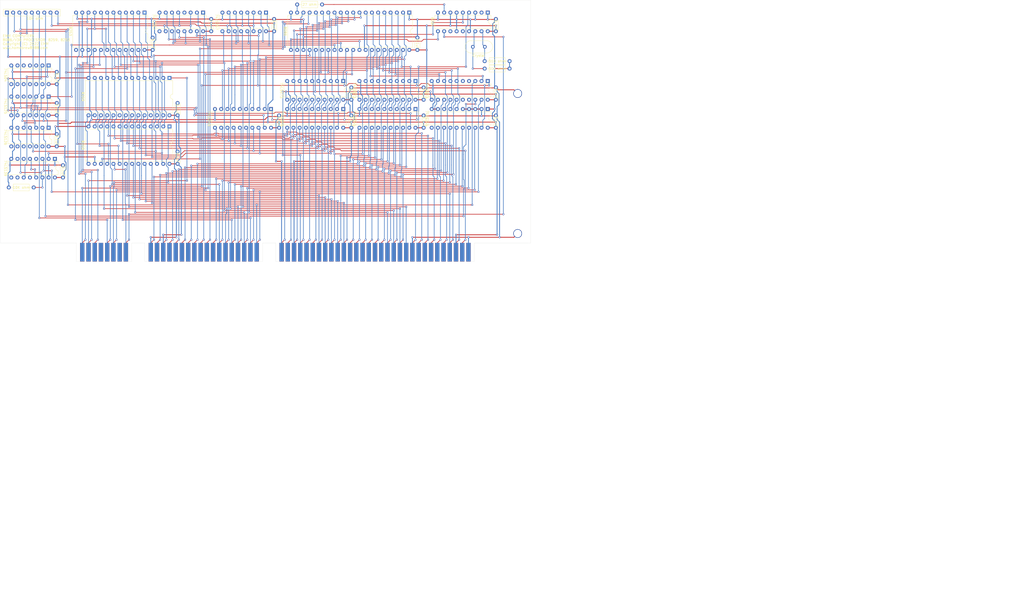
<source format=kicad_pcb>
(kicad_pcb (version 20171130) (host pcbnew "(5.1.8)-1")
  (layers (0 F.Cu signal) (31 B.Cu signal) (34 B.Paste user) (35 F.Paste user) (36 B.SilkS user) (37 F.SilkS user) (38 B.Mask user) (39 F.Mask user) (44 Edge.Cuts user))
  (net 0 "")
  (net 1 /5+)
  (net 2 /GND)
  (net 3 /IRQ2)
  (net 4 /5-)
  (net 5 /DRQ2)
  (net 6 /12-)
  (net 7 /12+)
  (net 8 /DACK3)
  (net 9 /DRQ3)
  (net 10 /DACK1)
  (net 11 /DRQ1)
  (net 12 /IRQ7)
  (net 13 /IRQ6)
  (net 14 /IRQ5)
  (net 15 /IRQ4)
  (net 16 /IRQ3)
  (net 17 /DACK2)
  (net 18 /TC)
  (net 19 /ALE)
  (net 20 /CH_CK)
  (net 21 /D7)
  (net 22 /D6)
  (net 23 /D5)
  (net 24 /D4)
  (net 25 /D3)
  (net 26 /D2)
  (net 27 /D1)
  (net 28 /D0)
  (net 29 /RDY1)
  (net 30 /AEN)
  (net 31 /A19)
  (net 32 /A18)
  (net 33 /A17)
  (net 34 /A16)
  (net 35 /A15)
  (net 36 /A14)
  (net 37 /A13)
  (net 38 /A12)
  (net 39 /A11)
  (net 40 /A10)
  (net 41 /A9)
  (net 42 /A8)
  (net 43 /A7)
  (net 44 /A6)
  (net 45 /A5)
  (net 46 /A4)
  (net 47 /A3)
  (net 48 /A2)
  (net 49 /A1)
  (net 50 /A0)
  (net 51 /RESOUT)
  (net 52 /IOWR)
  (net 53 /IORD)
  (net 54 /REFRQ)
  (net 55 /NC)
  (net 56 /OSC88)
  (net 57 /CLK88)
  (net 58 /AD0)
  (net 59 /AD2)
  (net 60 /AD4)
  (net 61 /AD6)
  (net 62 /AD1)
  (net 63 /AD3)
  (net 64 /AD5)
  (net 65 /AD7)
  (net 66 /A16_)
  (net 67 /A18_)
  (net 68 /A17_)
  (net 69 /A19_)
  (net 70 "Net-(U1-Pad2)")
  (net 71 /SPK_OUT)
  (net 72 /SPK_GO)
  (net 73 /HF_PCLK)
  (net 74 /DRQ0)
  (net 75 /HOLDA)
  (net 76 /HOLD)
  (net 77 /READY)
  (net 78 /RESET)
  (net 79 /NMI)
  (net 80 /IO_008X)
  (net 81 /IO_006X)
  (net 82 /IO_004X)
  (net 83 /IO_002X)
  (net 84 /IO_000X)
  (net 85 /IRQ1)
  (net 86 /DEN)
  (net 87 /X1)
  (net 88 /DTR)
  (net 89 /X2)
  (net 90 /CLK1)
  (net 91 "Net-(U1-Pad14)")
  (net 92 /READY1)
  (net 93 "Net-(U1-Pad12)")
  (net 94 /RESET1)
  (net 95 /INTR)
  (net 96 /RD)
  (net 97 /WR)
  (net 98 /IO_M)
  (net 99 /INTA)
  (net 100 /IRQ0)
  (net 101 "Net-(U7-Pad13)")
  (net 102 /BHE)
  (net 103 /D12)
  (net 104 /MEMR)
  (net 105 /D10)
  (net 106 /D13)
  (net 107 /D11)
  (net 108 /D14)
  (net 109 /LA19)
  (net 110 /D15)
  (net 111 /LA17)
  (net 112 /MEMW)
  (net 113 /D9)
  (net 114 /LA18)
  (net 115 /D8)
  (net 116 /MASTER)
  (net 117 "Net-(J2-Pad13)")
  (net 118 "Net-(J2-Pad10)")
  (net 119 "Net-(J2-Pad9)")
  (net 120 "Net-(J2-Pad14)")
  (net 121 "Net-(J2-Pad15)")
  (net 122 "Net-(J2-Pad11)")
  (net 123 "Net-(J2-Pad12)")
  (net 124 "Net-(J2-Pad8)")
  (net 125 /IOCS16)
  (net 126 /MEMCS16)
  (net 127 /CS16)
  (net 128 /BHE_)
  (net 129 /DEN_NORMAL)
  (net 130 /AD15)
  (net 131 /AD8)
  (net 132 /AD9)
  (net 133 /AD10)
  (net 134 /AD11)
  (net 135 /AD12)
  (net 136 /AD13)
  (net 137 /AD14)
  (net 138 /DEN_NOT_NORMAL)
  (net 139 "Net-(U16-Pad7)")
  (net 140 "Net-(U16-Pad12)")
  (net 141 "Net-(U16-Pad4)")
  (net 142 "Net-(U16-Pad10)")
  (net 143 "Net-(U16-Pad9)")
  (net 144 /LA23)
  (net 145 /LA21)
  (net 146 /LA22)
  (net 147 /LA20)
  (net 148 /SMRD)
  (net 149 /SMWR)
  (net 150 /CLK_86)
  (net 151 /CS16_INTA)
  (net 152 /LACHED_MEMCS16)
  (net 153 /ODD_BYTE_EVEN_245)
  (net 154 /ODD_ODD_EVEN__EVEN_245)
  (net 155 "Net-(U16-Pad6)")
  (net 156 /ODD_8_BYTE)
  (net 157 "Net-(U10-Pad4)")
  (net 158 "Net-(U10-Pad9)")
  (net 159 "Net-(U3-Pad17)")
  (net 160 "Net-(U3-Pad16)")
  (net 161 "Net-(U3-Pad5)")
  (net 162 "Net-(U3-Pad4)")
  (net 163 "Net-(U12-Pad11)")
  (net 164 /IRQ14)
  (net 165 /IRQ15)
  (net 166 /IRQ12)
  (net 167 /IRQ11)
  (net 168 /IRQ10)
  (net 169 /IRQ9)
  (net 170 /CAS1)
  (net 171 /CAS0)
  (net 172 /CAS2)
  (net 173 /IRQ8)
  (net 174 /IRQ13)
  (net 175 /IO_00AX)
  (net 176 /PU_257)
  (net 177 /PU257)
  (module Resistor_THT:R_Array_SIP9 (layer F.Cu) (at 34.28238 37.0586)
    (fp_text reference RN1 hide)
    (fp_text value "10K ohm" (at 11.43 2.4) (layer F.SilkS))
    (pad 9 thru_hole oval (at 20.32 0) (size 1.6 1.6) (drill 0.8) (layers *.Cu *.Mask) (net 176 /PU_257))
    (pad 8 thru_hole oval (at 17.78 0) (size 1.6 1.6) (drill 0.8) (layers *.Cu *.Mask) (net 177 /PU257))
    (pad 7 thru_hole oval (at 15.24 0) (size 1.6 1.6) (drill 0.8) (layers *.Cu *.Mask) (net 125 /IOCS16))
    (pad 6 thru_hole oval (at 12.7 0) (size 1.6 1.6) (drill 0.8) (layers *.Cu *.Mask) (net 127 /CS16))
    (pad 5 thru_hole oval (at 10.16 0) (size 1.6 1.6) (drill 0.8) (layers *.Cu *.Mask) (net 138 /DEN_NOT_NORMAL))
    (pad 4 thru_hole oval (at 7.62 0) (size 1.6 1.6) (drill 0.8) (layers *.Cu *.Mask) (net 129 /DEN_NORMAL))
    (pad 3 thru_hole oval (at 5.08 0) (size 1.6 1.6) (drill 0.8) (layers *.Cu *.Mask) (net 126 /MEMCS16))
    (pad 2 thru_hole oval (at 2.54 0) (size 1.6 1.6) (drill 0.8) (layers *.Cu *.Mask) (net 86 /DEN))
    (pad 1 thru_hole rect (at 0 0) (size 1.6 1.6) (drill 0.8) (layers *.Cu *.Mask) (net 1 /5+))
  )
  (module Package_DIP:DIP-28_W15.24mm (layer F.Cu) (at 100.57638 63.7286 270)
    (fp_text reference U18 hide)
    (fp_text value 8259 (at 7.62 35.35 270 unlocked) (layer F.SilkS))
    (pad 28 thru_hole oval (at 15.24 0 270) (size 1.6 1.6) (drill 0.8) (layers *.Cu *.Mask) (net 1 /5+))
    (pad 14 thru_hole oval (at 0 33.02 270) (size 1.6 1.6) (drill 0.8) (layers *.Cu *.Mask) (net 2 /GND))
    (pad 27 thru_hole oval (at 15.24 2.54 270) (size 1.6 1.6) (drill 0.8) (layers *.Cu *.Mask) (net 50 /A0))
    (pad 13 thru_hole oval (at 0 30.48 270) (size 1.6 1.6) (drill 0.8) (layers *.Cu *.Mask) (net 170 /CAS1))
    (pad 26 thru_hole oval (at 15.24 5.08 270) (size 1.6 1.6) (drill 0.8) (layers *.Cu *.Mask) (net 99 /INTA))
    (pad 12 thru_hole oval (at 0 27.94 270) (size 1.6 1.6) (drill 0.8) (layers *.Cu *.Mask) (net 171 /CAS0))
    (pad 25 thru_hole oval (at 15.24 7.62 270) (size 1.6 1.6) (drill 0.8) (layers *.Cu *.Mask) (net 173 /IRQ8))
    (pad 11 thru_hole oval (at 0 25.4 270) (size 1.6 1.6) (drill 0.8) (layers *.Cu *.Mask) (net 28 /D0))
    (pad 24 thru_hole oval (at 15.24 10.16 270) (size 1.6 1.6) (drill 0.8) (layers *.Cu *.Mask) (net 169 /IRQ9))
    (pad 10 thru_hole oval (at 0 22.86 270) (size 1.6 1.6) (drill 0.8) (layers *.Cu *.Mask) (net 27 /D1))
    (pad 23 thru_hole oval (at 15.24 12.7 270) (size 1.6 1.6) (drill 0.8) (layers *.Cu *.Mask) (net 168 /IRQ10))
    (pad 9 thru_hole oval (at 0 20.32 270) (size 1.6 1.6) (drill 0.8) (layers *.Cu *.Mask) (net 26 /D2))
    (pad 22 thru_hole oval (at 15.24 15.24 270) (size 1.6 1.6) (drill 0.8) (layers *.Cu *.Mask) (net 167 /IRQ11))
    (pad 8 thru_hole oval (at 0 17.78 270) (size 1.6 1.6) (drill 0.8) (layers *.Cu *.Mask) (net 25 /D3))
    (pad 21 thru_hole oval (at 15.24 17.78 270) (size 1.6 1.6) (drill 0.8) (layers *.Cu *.Mask) (net 166 /IRQ12))
    (pad 7 thru_hole oval (at 0 15.24 270) (size 1.6 1.6) (drill 0.8) (layers *.Cu *.Mask) (net 24 /D4))
    (pad 20 thru_hole oval (at 15.24 20.32 270) (size 1.6 1.6) (drill 0.8) (layers *.Cu *.Mask) (net 174 /IRQ13))
    (pad 6 thru_hole oval (at 0 12.7 270) (size 1.6 1.6) (drill 0.8) (layers *.Cu *.Mask) (net 23 /D5))
    (pad 19 thru_hole oval (at 15.24 22.86 270) (size 1.6 1.6) (drill 0.8) (layers *.Cu *.Mask) (net 164 /IRQ14))
    (pad 5 thru_hole oval (at 0 10.16 270) (size 1.6 1.6) (drill 0.8) (layers *.Cu *.Mask) (net 22 /D6))
    (pad 18 thru_hole oval (at 15.24 25.4 270) (size 1.6 1.6) (drill 0.8) (layers *.Cu *.Mask) (net 165 /IRQ15))
    (pad 4 thru_hole oval (at 0 7.62 270) (size 1.6 1.6) (drill 0.8) (layers *.Cu *.Mask) (net 21 /D7))
    (pad 17 thru_hole oval (at 15.24 27.94 270) (size 1.6 1.6) (drill 0.8) (layers *.Cu *.Mask) (net 3 /IRQ2))
    (pad 3 thru_hole oval (at 0 5.08 270) (size 1.6 1.6) (drill 0.8) (layers *.Cu *.Mask) (net 53 /IORD))
    (pad 16 thru_hole oval (at 15.24 30.48 270) (size 1.6 1.6) (drill 0.8) (layers *.Cu *.Mask) (net 2 /GND))
    (pad 2 thru_hole oval (at 0 2.54 270) (size 1.6 1.6) (drill 0.8) (layers *.Cu *.Mask) (net 52 /IOWR))
    (pad 15 thru_hole oval (at 15.24 33.02 270) (size 1.6 1.6) (drill 0.8) (layers *.Cu *.Mask) (net 172 /CAS2))
    (pad 1 thru_hole rect (at 0 0 270) (size 1.6 1.6) (drill 0.8) (layers *.Cu *.Mask) (net 175 /IO_00AX))
  )
  (module Resistor_THT:R_Axial_DIN0207_L6.3mm_D2.5mm_P10.16mm_Horizontal (layer F.Cu) (at 35.04438 108.4326)
    (fp_text reference R10 hide)
    (fp_text value "10K ohm" (at 5.08 0) (layer F.SilkS))
    (pad 2 thru_hole oval (at 10.16 0) (size 1.6 1.6) (drill 0.8) (layers *.Cu *.Mask) (net 151 /CS16_INTA))
    (pad 1 thru_hole circle (at 0 0) (size 1.6 1.6) (drill 0.8) (layers *.Cu *.Mask) (net 2 /GND))
  )
  (module Capacitor_THT:C_Disc_D4.3mm_W1.9mm_P5.00mm (layer F.Cu) (at 103.87838 73.9686 270)
    (fp_text reference C18 hide)
    (fp_text value 0.1uF (at 2.46 0 270 unlocked) (layer F.SilkS))
    (pad 2 thru_hole circle (at 5 0 270) (size 1.6 1.6) (drill 0.8) (layers *.Cu *.Mask) (net 1 /5+))
    (pad 1 thru_hole circle (at 0 0 270) (size 1.6 1.6) (drill 0.8) (layers *.Cu *.Mask) (net 2 /GND))
  )
  (module My:BUS_8_BIT (layer F.Cu) (at 222.49638 131.0386 270)
    (fp_text reference J9 hide)
    (fp_text value Bus_ISA_8bit hide)
    (pad 62 connect rect (at 3.81 76.2) (size 1.78 7.62) (layers F.Cu F.Mask) (net 50 /A0))
    (pad 61 connect rect (at 3.81 73.66) (size 1.78 7.62) (layers F.Cu F.Mask) (net 49 /A1))
    (pad 60 connect rect (at 3.81 71.12) (size 1.78 7.62) (layers F.Cu F.Mask) (net 48 /A2))
    (pad 59 connect rect (at 3.81 68.58) (size 1.78 7.62) (layers F.Cu F.Mask) (net 47 /A3))
    (pad 58 connect rect (at 3.81 66.04) (size 1.78 7.62) (layers F.Cu F.Mask) (net 46 /A4))
    (pad 57 connect rect (at 3.81 63.5) (size 1.78 7.62) (layers F.Cu F.Mask) (net 45 /A5))
    (pad 56 connect rect (at 3.81 60.96) (size 1.78 7.62) (layers F.Cu F.Mask) (net 44 /A6))
    (pad 55 connect rect (at 3.81 58.42) (size 1.78 7.62) (layers F.Cu F.Mask) (net 43 /A7))
    (pad 54 connect rect (at 3.81 55.88) (size 1.78 7.62) (layers F.Cu F.Mask) (net 42 /A8))
    (pad 53 connect rect (at 3.81 53.34) (size 1.78 7.62) (layers F.Cu F.Mask) (net 41 /A9))
    (pad 52 connect rect (at 3.81 50.8) (size 1.78 7.62) (layers F.Cu F.Mask) (net 40 /A10))
    (pad 51 connect rect (at 3.81 48.26) (size 1.78 7.62) (layers F.Cu F.Mask) (net 39 /A11))
    (pad 50 connect rect (at 3.81 45.72) (size 1.78 7.62) (layers F.Cu F.Mask) (net 38 /A12))
    (pad 49 connect rect (at 3.81 43.18) (size 1.78 7.62) (layers F.Cu F.Mask) (net 37 /A13))
    (pad 48 connect rect (at 3.81 40.64) (size 1.78 7.62) (layers F.Cu F.Mask) (net 36 /A14))
    (pad 47 connect rect (at 3.81 38.1) (size 1.78 7.62) (layers F.Cu F.Mask) (net 35 /A15))
    (pad 46 connect rect (at 3.81 35.56) (size 1.78 7.62) (layers F.Cu F.Mask) (net 34 /A16))
    (pad 45 connect rect (at 3.81 33.02) (size 1.78 7.62) (layers F.Cu F.Mask) (net 33 /A17))
    (pad 44 connect rect (at 3.81 30.48) (size 1.78 7.62) (layers F.Cu F.Mask) (net 32 /A18))
    (pad 43 connect rect (at 3.81 27.94) (size 1.78 7.62) (layers F.Cu F.Mask) (net 31 /A19))
    (pad 42 connect rect (at 3.81 25.4) (size 1.78 7.62) (layers F.Cu F.Mask) (net 30 /AEN))
    (pad 41 connect rect (at 3.81 22.86) (size 1.78 7.62) (layers F.Cu F.Mask) (net 29 /RDY1))
    (pad 40 connect rect (at 3.81 20.32) (size 1.78 7.62) (layers F.Cu F.Mask) (net 28 /D0))
    (pad 39 connect rect (at 3.81 17.78) (size 1.78 7.62) (layers F.Cu F.Mask) (net 27 /D1))
    (pad 38 connect rect (at 3.81 15.24) (size 1.78 7.62) (layers F.Cu F.Mask) (net 26 /D2))
    (pad 37 connect rect (at 3.81 12.7) (size 1.78 7.62) (layers F.Cu F.Mask) (net 25 /D3))
    (pad 36 connect rect (at 3.81 10.16) (size 1.78 7.62) (layers F.Cu F.Mask) (net 24 /D4))
    (pad 35 connect rect (at 3.81 7.62) (size 1.78 7.62) (layers F.Cu F.Mask) (net 23 /D5))
    (pad 34 connect rect (at 3.81 5.08) (size 1.78 7.62) (layers F.Cu F.Mask) (net 22 /D6))
    (pad 33 connect rect (at 3.81 2.54) (size 1.78 7.62) (layers F.Cu F.Mask) (net 21 /D7))
    (pad 32 connect rect (at 3.81 0) (size 1.78 7.62) (layers F.Cu F.Mask) (net 20 /CH_CK))
    (pad 31 connect rect (at 3.81 76.2) (size 1.78 7.62) (layers B.Cu B.Mask) (net 2 /GND))
    (pad 30 connect rect (at 3.81 73.66) (size 1.78 7.62) (layers B.Cu B.Mask) (net 56 /OSC88))
    (pad 29 connect rect (at 3.81 71.12) (size 1.78 7.62) (layers B.Cu B.Mask) (net 1 /5+))
    (pad 28 connect rect (at 3.81 68.58) (size 1.78 7.62) (layers B.Cu B.Mask) (net 19 /ALE))
    (pad 27 connect rect (at 3.81 66.04) (size 1.78 7.62) (layers B.Cu B.Mask) (net 18 /TC))
    (pad 26 connect rect (at 3.81 63.5) (size 1.78 7.62) (layers B.Cu B.Mask) (net 17 /DACK2))
    (pad 25 connect rect (at 3.81 60.96) (size 1.78 7.62) (layers B.Cu B.Mask) (net 16 /IRQ3))
    (pad 24 connect rect (at 3.81 58.42) (size 1.78 7.62) (layers B.Cu B.Mask) (net 15 /IRQ4))
    (pad 23 connect rect (at 3.81 55.88) (size 1.78 7.62) (layers B.Cu B.Mask) (net 14 /IRQ5))
    (pad 22 connect rect (at 3.81 53.34) (size 1.78 7.62) (layers B.Cu B.Mask) (net 13 /IRQ6))
    (pad 21 connect rect (at 3.81 50.8) (size 1.78 7.62) (layers B.Cu B.Mask) (net 12 /IRQ7))
    (pad 20 connect rect (at 3.81 48.26) (size 1.78 7.62) (layers B.Cu B.Mask) (net 57 /CLK88))
    (pad 19 connect rect (at 3.81 45.72) (size 1.78 7.62) (layers B.Cu B.Mask) (net 54 /REFRQ))
    (pad 18 connect rect (at 3.81 43.18) (size 1.78 7.62) (layers B.Cu B.Mask) (net 11 /DRQ1))
    (pad 17 connect rect (at 3.81 40.64) (size 1.78 7.62) (layers B.Cu B.Mask) (net 10 /DACK1))
    (pad 16 connect rect (at 3.81 38.1) (size 1.78 7.62) (layers B.Cu B.Mask) (net 9 /DRQ3))
    (pad 15 connect rect (at 3.81 35.56) (size 1.78 7.62) (layers B.Cu B.Mask) (net 8 /DACK3))
    (pad 14 connect rect (at 3.81 33.02) (size 1.78 7.62) (layers B.Cu B.Mask) (net 53 /IORD))
    (pad 13 connect rect (at 3.81 30.48) (size 1.78 7.62) (layers B.Cu B.Mask) (net 52 /IOWR))
    (pad 12 connect rect (at 3.81 27.94) (size 1.78 7.62) (layers B.Cu B.Mask) (net 148 /SMRD))
    (pad 11 connect rect (at 3.81 25.4) (size 1.78 7.62) (layers B.Cu B.Mask) (net 149 /SMWR))
    (pad 10 connect rect (at 3.81 22.86) (size 1.78 7.62) (layers B.Cu B.Mask) (net 2 /GND))
    (pad 9 connect rect (at 3.81 20.32) (size 1.78 7.62) (layers B.Cu B.Mask) (net 7 /12+))
    (pad 8 connect rect (at 3.81 17.78) (size 1.78 7.62) (layers B.Cu B.Mask) (net 55 /NC))
    (pad 7 connect rect (at 3.81 15.24) (size 1.78 7.62) (layers B.Cu B.Mask) (net 6 /12-))
    (pad 6 connect rect (at 3.81 12.7) (size 1.78 7.62) (layers B.Cu B.Mask) (net 5 /DRQ2))
    (pad 5 connect rect (at 3.81 10.16) (size 1.78 7.62) (layers B.Cu B.Mask) (net 4 /5-))
    (pad 4 connect rect (at 3.81 7.62) (size 1.78 7.62) (layers B.Cu B.Mask) (net 169 /IRQ9))
    (pad 3 connect rect (at 3.81 5.08) (size 1.78 7.62) (layers B.Cu B.Mask) (net 1 /5+))
    (pad 2 connect rect (at 3.81 2.54) (size 1.78 7.62) (layers B.Cu B.Mask) (net 51 /RESOUT))
    (pad 1 connect rect (at 3.81 0) (size 1.78 7.62) (layers B.Cu B.Mask) (net 2 /GND))
  )
  (module Resistor_THT:R_Axial_DIN0207_L6.3mm_D2.5mm_P10.16mm_Horizontal (layer F.Cu) (at 239.26038 56.8706 180)
    (fp_text reference R4 hide)
    (fp_text value "510 ohm" (at 5.08 0 unlocked) (layer F.SilkS))
    (pad 2 thru_hole oval (at 10.16 0 180) (size 1.6 1.6) (drill 0.8) (layers *.Cu *.Mask) (net 87 /X1))
    (pad 1 thru_hole circle (at 0 0 180) (size 1.6 1.6) (drill 0.8) (layers *.Cu *.Mask) (net 2 /GND))
  )
  (module Resistor_THT:R_Axial_DIN0207_L6.3mm_D2.5mm_P10.16mm_Horizontal (layer F.Cu) (at 239.26038 59.9186 180)
    (fp_text reference R3 hide)
    (fp_text value "510 ohm" (at 5.08 0 unlocked) (layer F.SilkS))
    (pad 2 thru_hole oval (at 10.16 0 180) (size 1.6 1.6) (drill 0.8) (layers *.Cu *.Mask) (net 89 /X2))
    (pad 1 thru_hole circle (at 0 0 180) (size 1.6 1.6) (drill 0.8) (layers *.Cu *.Mask) (net 2 /GND))
  )
  (module Resistor_THT:R_Axial_DIN0207_L6.3mm_D2.5mm_P10.16mm_Horizontal (layer F.Cu) (at 152.64638 33.7566)
    (fp_text reference R2 hide)
    (fp_text value "27 ohm" (at 5.08 0) (layer F.SilkS))
    (pad 2 thru_hole oval (at 10.16 0) (size 1.6 1.6) (drill 0.8) (layers *.Cu *.Mask) (net 90 /CLK1))
    (pad 1 thru_hole circle (at 0 0) (size 1.6 1.6) (drill 0.8) (layers *.Cu *.Mask) (net 150 /CLK_86))
  )
  (module Package_DIP:DIP-20_W7.62mm (layer F.Cu) (at 171.44238 64.9986 270)
    (fp_text reference U2 hide)
    (fp_text value 74LS573 (at 3.81 25.19 270 unlocked) (layer F.SilkS))
    (pad 20 thru_hole oval (at 7.62 0 270) (size 1.6 1.6) (drill 0.8) (layers *.Cu *.Mask) (net 1 /5+))
    (pad 10 thru_hole oval (at 0 22.86 270) (size 1.6 1.6) (drill 0.8) (layers *.Cu *.Mask) (net 2 /GND))
    (pad 19 thru_hole oval (at 7.62 2.54 270) (size 1.6 1.6) (drill 0.8) (layers *.Cu *.Mask) (net 43 /A7))
    (pad 9 thru_hole oval (at 0 20.32 270) (size 1.6 1.6) (drill 0.8) (layers *.Cu *.Mask) (net 58 /AD0))
    (pad 18 thru_hole oval (at 7.62 5.08 270) (size 1.6 1.6) (drill 0.8) (layers *.Cu *.Mask) (net 44 /A6))
    (pad 8 thru_hole oval (at 0 17.78 270) (size 1.6 1.6) (drill 0.8) (layers *.Cu *.Mask) (net 62 /AD1))
    (pad 17 thru_hole oval (at 7.62 7.62 270) (size 1.6 1.6) (drill 0.8) (layers *.Cu *.Mask) (net 45 /A5))
    (pad 7 thru_hole oval (at 0 15.24 270) (size 1.6 1.6) (drill 0.8) (layers *.Cu *.Mask) (net 59 /AD2))
    (pad 16 thru_hole oval (at 7.62 10.16 270) (size 1.6 1.6) (drill 0.8) (layers *.Cu *.Mask) (net 46 /A4))
    (pad 6 thru_hole oval (at 0 12.7 270) (size 1.6 1.6) (drill 0.8) (layers *.Cu *.Mask) (net 63 /AD3))
    (pad 15 thru_hole oval (at 7.62 12.7 270) (size 1.6 1.6) (drill 0.8) (layers *.Cu *.Mask) (net 47 /A3))
    (pad 5 thru_hole oval (at 0 10.16 270) (size 1.6 1.6) (drill 0.8) (layers *.Cu *.Mask) (net 60 /AD4))
    (pad 14 thru_hole oval (at 7.62 15.24 270) (size 1.6 1.6) (drill 0.8) (layers *.Cu *.Mask) (net 48 /A2))
    (pad 4 thru_hole oval (at 0 7.62 270) (size 1.6 1.6) (drill 0.8) (layers *.Cu *.Mask) (net 64 /AD5))
    (pad 13 thru_hole oval (at 7.62 17.78 270) (size 1.6 1.6) (drill 0.8) (layers *.Cu *.Mask) (net 49 /A1))
    (pad 3 thru_hole oval (at 0 5.08 270) (size 1.6 1.6) (drill 0.8) (layers *.Cu *.Mask) (net 61 /AD6))
    (pad 12 thru_hole oval (at 7.62 20.32 270) (size 1.6 1.6) (drill 0.8) (layers *.Cu *.Mask) (net 50 /A0))
    (pad 2 thru_hole oval (at 0 2.54 270) (size 1.6 1.6) (drill 0.8) (layers *.Cu *.Mask) (net 65 /AD7))
    (pad 11 thru_hole oval (at 7.62 22.86 270) (size 1.6 1.6) (drill 0.8) (layers *.Cu *.Mask) (net 19 /ALE))
    (pad 1 thru_hole rect (at 0 0 270) (size 1.6 1.6) (drill 0.8) (layers *.Cu *.Mask) (net 75 /HOLDA))
  )
  (module Crystal:Crystal_HC18-U_Vertical (layer F.Cu) (at 224.27438 51.0286)
    (fp_text reference Y1 hide)
    (fp_text value Crystal (at 2.45 3.525) (layer F.SilkS))
    (pad 2 thru_hole circle (at 4.9 0) (size 1.5 1.5) (drill 0.8) (layers *.Cu *.Mask) (net 87 /X1))
    (pad 1 thru_hole circle (at 0 0) (size 1.5 1.5) (drill 0.8) (layers *.Cu *.Mask) (net 89 /X2))
  )
  (module Package_DIP:DIP-14_W7.62mm (layer F.Cu) (at 51.30038 58.6486 270)
    (fp_text reference U17 hide)
    (fp_text value 74LS04 (at 3.81 17.57 270 unlocked) (layer F.SilkS))
    (pad 14 thru_hole oval (at 7.62 0 270) (size 1.6 1.6) (drill 0.8) (layers *.Cu *.Mask) (net 1 /5+))
    (pad 7 thru_hole oval (at 0 15.24 270) (size 1.6 1.6) (drill 0.8) (layers *.Cu *.Mask) (net 2 /GND))
    (pad 13 thru_hole oval (at 7.62 2.54 270) (size 1.6 1.6) (drill 0.8) (layers *.Cu *.Mask))
    (pad 6 thru_hole oval (at 0 12.7 270) (size 1.6 1.6) (drill 0.8) (layers *.Cu *.Mask))
    (pad 12 thru_hole oval (at 7.62 5.08 270) (size 1.6 1.6) (drill 0.8) (layers *.Cu *.Mask))
    (pad 5 thru_hole oval (at 0 10.16 270) (size 1.6 1.6) (drill 0.8) (layers *.Cu *.Mask))
    (pad 11 thru_hole oval (at 7.62 7.62 270) (size 1.6 1.6) (drill 0.8) (layers *.Cu *.Mask))
    (pad 4 thru_hole oval (at 0 7.62 270) (size 1.6 1.6) (drill 0.8) (layers *.Cu *.Mask))
    (pad 10 thru_hole oval (at 7.62 10.16 270) (size 1.6 1.6) (drill 0.8) (layers *.Cu *.Mask))
    (pad 3 thru_hole oval (at 0 5.08 270) (size 1.6 1.6) (drill 0.8) (layers *.Cu *.Mask))
    (pad 9 thru_hole oval (at 7.62 12.7 270) (size 1.6 1.6) (drill 0.8) (layers *.Cu *.Mask))
    (pad 2 thru_hole oval (at 0 2.54 270) (size 1.6 1.6) (drill 0.8) (layers *.Cu *.Mask) (net 154 /ODD_ODD_EVEN__EVEN_245))
    (pad 8 thru_hole oval (at 7.62 15.24 270) (size 1.6 1.6) (drill 0.8) (layers *.Cu *.Mask))
    (pad 1 thru_hole rect (at 0 0 270) (size 1.6 1.6) (drill 0.8) (layers *.Cu *.Mask) (net 153 /ODD_BYTE_EVEN_245))
  )
  (module Package_DIP:DIP-16_W7.62mm (layer F.Cu) (at 53.84038 96.7486 270)
    (fp_text reference U16 hide)
    (fp_text value 74LS139 (at 3.81 20.11 270 unlocked) (layer F.SilkS))
    (pad 16 thru_hole oval (at 7.62 0 270) (size 1.6 1.6) (drill 0.8) (layers *.Cu *.Mask) (net 1 /5+))
    (pad 8 thru_hole oval (at 0 17.78 270) (size 1.6 1.6) (drill 0.8) (layers *.Cu *.Mask) (net 2 /GND))
    (pad 15 thru_hole oval (at 7.62 2.54 270) (size 1.6 1.6) (drill 0.8) (layers *.Cu *.Mask) (net 2 /GND))
    (pad 7 thru_hole oval (at 0 15.24 270) (size 1.6 1.6) (drill 0.8) (layers *.Cu *.Mask) (net 139 "Net-(U16-Pad7)"))
    (pad 14 thru_hole oval (at 7.62 5.08 270) (size 1.6 1.6) (drill 0.8) (layers *.Cu *.Mask) (net 151 /CS16_INTA))
    (pad 6 thru_hole oval (at 0 12.7 270) (size 1.6 1.6) (drill 0.8) (layers *.Cu *.Mask) (net 155 "Net-(U16-Pad6)"))
    (pad 13 thru_hole oval (at 7.62 7.62 270) (size 1.6 1.6) (drill 0.8) (layers *.Cu *.Mask) (net 156 /ODD_8_BYTE))
    (pad 5 thru_hole oval (at 0 10.16 270) (size 1.6 1.6) (drill 0.8) (layers *.Cu *.Mask) (net 156 /ODD_8_BYTE))
    (pad 12 thru_hole oval (at 7.62 10.16 270) (size 1.6 1.6) (drill 0.8) (layers *.Cu *.Mask) (net 140 "Net-(U16-Pad12)"))
    (pad 4 thru_hole oval (at 0 7.62 270) (size 1.6 1.6) (drill 0.8) (layers *.Cu *.Mask) (net 141 "Net-(U16-Pad4)"))
    (pad 11 thru_hole oval (at 7.62 12.7 270) (size 1.6 1.6) (drill 0.8) (layers *.Cu *.Mask) (net 153 /ODD_BYTE_EVEN_245))
    (pad 3 thru_hole oval (at 0 5.08 270) (size 1.6 1.6) (drill 0.8) (layers *.Cu *.Mask) (net 102 /BHE))
    (pad 10 thru_hole oval (at 7.62 15.24 270) (size 1.6 1.6) (drill 0.8) (layers *.Cu *.Mask) (net 142 "Net-(U16-Pad10)"))
    (pad 2 thru_hole oval (at 0 2.54 270) (size 1.6 1.6) (drill 0.8) (layers *.Cu *.Mask) (net 50 /A0))
    (pad 9 thru_hole oval (at 7.62 17.78 270) (size 1.6 1.6) (drill 0.8) (layers *.Cu *.Mask) (net 143 "Net-(U16-Pad9)"))
    (pad 1 thru_hole rect (at 0 0 270) (size 1.6 1.6) (drill 0.8) (layers *.Cu *.Mask) (net 2 /GND))
  )
  (module Package_DIP:DIP-14_W7.62mm (layer F.Cu) (at 51.30038 84.0486 270)
    (fp_text reference U15 hide)
    (fp_text value 74LS126 (at 3.81 17.57 270 unlocked) (layer F.SilkS))
    (pad 14 thru_hole oval (at 7.62 0 270) (size 1.6 1.6) (drill 0.8) (layers *.Cu *.Mask) (net 1 /5+))
    (pad 7 thru_hole oval (at 0 15.24 270) (size 1.6 1.6) (drill 0.8) (layers *.Cu *.Mask) (net 2 /GND))
    (pad 13 thru_hole oval (at 7.62 2.54 270) (size 1.6 1.6) (drill 0.8) (layers *.Cu *.Mask))
    (pad 6 thru_hole oval (at 0 12.7 270) (size 1.6 1.6) (drill 0.8) (layers *.Cu *.Mask) (net 151 /CS16_INTA))
    (pad 12 thru_hole oval (at 7.62 5.08 270) (size 1.6 1.6) (drill 0.8) (layers *.Cu *.Mask))
    (pad 5 thru_hole oval (at 0 10.16 270) (size 1.6 1.6) (drill 0.8) (layers *.Cu *.Mask) (net 127 /CS16))
    (pad 11 thru_hole oval (at 7.62 7.62 270) (size 1.6 1.6) (drill 0.8) (layers *.Cu *.Mask))
    (pad 4 thru_hole oval (at 0 7.62 270) (size 1.6 1.6) (drill 0.8) (layers *.Cu *.Mask) (net 99 /INTA))
    (pad 10 thru_hole oval (at 7.62 10.16 270) (size 1.6 1.6) (drill 0.8) (layers *.Cu *.Mask))
    (pad 3 thru_hole oval (at 0 5.08 270) (size 1.6 1.6) (drill 0.8) (layers *.Cu *.Mask) (net 127 /CS16))
    (pad 9 thru_hole oval (at 7.62 12.7 270) (size 1.6 1.6) (drill 0.8) (layers *.Cu *.Mask))
    (pad 2 thru_hole oval (at 0 2.54 270) (size 1.6 1.6) (drill 0.8) (layers *.Cu *.Mask) (net 152 /LACHED_MEMCS16))
    (pad 8 thru_hole oval (at 7.62 15.24 270) (size 1.6 1.6) (drill 0.8) (layers *.Cu *.Mask))
    (pad 1 thru_hole rect (at 0 0 270) (size 1.6 1.6) (drill 0.8) (layers *.Cu *.Mask) (net 98 /IO_M))
  )
  (module Package_DIP:DIP-20_W7.62mm (layer F.Cu) (at 200.90638 64.9986 270)
    (fp_text reference U14 hide)
    (fp_text value 74LS573 (at 3.81 24.892 270 unlocked) (layer F.SilkS))
    (pad 20 thru_hole oval (at 7.62 0 270) (size 1.6 1.6) (drill 0.8) (layers *.Cu *.Mask) (net 1 /5+))
    (pad 10 thru_hole oval (at 0 22.86 270) (size 1.6 1.6) (drill 0.8) (layers *.Cu *.Mask) (net 2 /GND))
    (pad 19 thru_hole oval (at 7.62 2.54 270) (size 1.6 1.6) (drill 0.8) (layers *.Cu *.Mask) (net 35 /A15))
    (pad 9 thru_hole oval (at 0 20.32 270) (size 1.6 1.6) (drill 0.8) (layers *.Cu *.Mask) (net 131 /AD8))
    (pad 18 thru_hole oval (at 7.62 5.08 270) (size 1.6 1.6) (drill 0.8) (layers *.Cu *.Mask) (net 36 /A14))
    (pad 8 thru_hole oval (at 0 17.78 270) (size 1.6 1.6) (drill 0.8) (layers *.Cu *.Mask) (net 132 /AD9))
    (pad 17 thru_hole oval (at 7.62 7.62 270) (size 1.6 1.6) (drill 0.8) (layers *.Cu *.Mask) (net 37 /A13))
    (pad 7 thru_hole oval (at 0 15.24 270) (size 1.6 1.6) (drill 0.8) (layers *.Cu *.Mask) (net 133 /AD10))
    (pad 16 thru_hole oval (at 7.62 10.16 270) (size 1.6 1.6) (drill 0.8) (layers *.Cu *.Mask) (net 38 /A12))
    (pad 6 thru_hole oval (at 0 12.7 270) (size 1.6 1.6) (drill 0.8) (layers *.Cu *.Mask) (net 134 /AD11))
    (pad 15 thru_hole oval (at 7.62 12.7 270) (size 1.6 1.6) (drill 0.8) (layers *.Cu *.Mask) (net 39 /A11))
    (pad 5 thru_hole oval (at 0 10.16 270) (size 1.6 1.6) (drill 0.8) (layers *.Cu *.Mask) (net 135 /AD12))
    (pad 14 thru_hole oval (at 7.62 15.24 270) (size 1.6 1.6) (drill 0.8) (layers *.Cu *.Mask) (net 40 /A10))
    (pad 4 thru_hole oval (at 0 7.62 270) (size 1.6 1.6) (drill 0.8) (layers *.Cu *.Mask) (net 136 /AD13))
    (pad 13 thru_hole oval (at 7.62 17.78 270) (size 1.6 1.6) (drill 0.8) (layers *.Cu *.Mask) (net 41 /A9))
    (pad 3 thru_hole oval (at 0 5.08 270) (size 1.6 1.6) (drill 0.8) (layers *.Cu *.Mask) (net 137 /AD14))
    (pad 12 thru_hole oval (at 7.62 20.32 270) (size 1.6 1.6) (drill 0.8) (layers *.Cu *.Mask) (net 42 /A8))
    (pad 2 thru_hole oval (at 0 2.54 270) (size 1.6 1.6) (drill 0.8) (layers *.Cu *.Mask) (net 130 /AD15))
    (pad 11 thru_hole oval (at 7.62 22.86 270) (size 1.6 1.6) (drill 0.8) (layers *.Cu *.Mask) (net 19 /ALE))
    (pad 1 thru_hole rect (at 0 0 270) (size 1.6 1.6) (drill 0.8) (layers *.Cu *.Mask) (net 75 /HOLDA))
  )
  (module Package_DIP:DIP-14_W7.62mm (layer F.Cu) (at 51.30038 71.3486 270)
    (fp_text reference U13 hide)
    (fp_text value 74LS125 (at 3.81 17.57 270 unlocked) (layer F.SilkS))
    (pad 14 thru_hole oval (at 7.62 0 270) (size 1.6 1.6) (drill 0.8) (layers *.Cu *.Mask) (net 1 /5+))
    (pad 7 thru_hole oval (at 0 15.24 270) (size 1.6 1.6) (drill 0.8) (layers *.Cu *.Mask) (net 2 /GND))
    (pad 13 thru_hole oval (at 7.62 2.54 270) (size 1.6 1.6) (drill 0.8) (layers *.Cu *.Mask) (net 86 /DEN))
    (pad 6 thru_hole oval (at 0 12.7 270) (size 1.6 1.6) (drill 0.8) (layers *.Cu *.Mask))
    (pad 12 thru_hole oval (at 7.62 5.08 270) (size 1.6 1.6) (drill 0.8) (layers *.Cu *.Mask) (net 153 /ODD_BYTE_EVEN_245))
    (pad 5 thru_hole oval (at 0 10.16 270) (size 1.6 1.6) (drill 0.8) (layers *.Cu *.Mask))
    (pad 11 thru_hole oval (at 7.62 7.62 270) (size 1.6 1.6) (drill 0.8) (layers *.Cu *.Mask) (net 138 /DEN_NOT_NORMAL))
    (pad 4 thru_hole oval (at 0 7.62 270) (size 1.6 1.6) (drill 0.8) (layers *.Cu *.Mask))
    (pad 10 thru_hole oval (at 7.62 10.16 270) (size 1.6 1.6) (drill 0.8) (layers *.Cu *.Mask) (net 86 /DEN))
    (pad 3 thru_hole oval (at 0 5.08 270) (size 1.6 1.6) (drill 0.8) (layers *.Cu *.Mask) (net 127 /CS16))
    (pad 9 thru_hole oval (at 7.62 12.7 270) (size 1.6 1.6) (drill 0.8) (layers *.Cu *.Mask) (net 154 /ODD_ODD_EVEN__EVEN_245))
    (pad 2 thru_hole oval (at 0 2.54 270) (size 1.6 1.6) (drill 0.8) (layers *.Cu *.Mask) (net 125 /IOCS16))
    (pad 8 thru_hole oval (at 7.62 15.24 270) (size 1.6 1.6) (drill 0.8) (layers *.Cu *.Mask) (net 129 /DEN_NORMAL))
    (pad 1 thru_hole rect (at 0 0 270) (size 1.6 1.6) (drill 0.8) (layers *.Cu *.Mask) (net 98 /IO_M))
  )
  (module Package_DIP:DIP-20_W7.62mm (layer F.Cu) (at 230.37038 76.4286 270)
    (fp_text reference U12 hide)
    (fp_text value 74LS245 (at 3.81 24.892 270 unlocked) (layer F.SilkS))
    (pad 20 thru_hole oval (at 7.62 0 270) (size 1.6 1.6) (drill 0.8) (layers *.Cu *.Mask) (net 1 /5+))
    (pad 10 thru_hole oval (at 0 22.86 270) (size 1.6 1.6) (drill 0.8) (layers *.Cu *.Mask) (net 2 /GND))
    (pad 19 thru_hole oval (at 7.62 2.54 270) (size 1.6 1.6) (drill 0.8) (layers *.Cu *.Mask) (net 75 /HOLDA))
    (pad 9 thru_hole oval (at 0 20.32 270) (size 1.6 1.6) (drill 0.8) (layers *.Cu *.Mask) (net 2 /GND))
    (pad 18 thru_hole oval (at 7.62 5.08 270) (size 1.6 1.6) (drill 0.8) (layers *.Cu *.Mask) (net 144 /LA23))
    (pad 8 thru_hole oval (at 0 17.78 270) (size 1.6 1.6) (drill 0.8) (layers *.Cu *.Mask) (net 68 /A17_))
    (pad 17 thru_hole oval (at 7.62 7.62 270) (size 1.6 1.6) (drill 0.8) (layers *.Cu *.Mask) (net 146 /LA22))
    (pad 7 thru_hole oval (at 0 15.24 270) (size 1.6 1.6) (drill 0.8) (layers *.Cu *.Mask) (net 67 /A18_))
    (pad 16 thru_hole oval (at 7.62 10.16 270) (size 1.6 1.6) (drill 0.8) (layers *.Cu *.Mask) (net 145 /LA21))
    (pad 6 thru_hole oval (at 0 12.7 270) (size 1.6 1.6) (drill 0.8) (layers *.Cu *.Mask) (net 69 /A19_))
    (pad 15 thru_hole oval (at 7.62 12.7 270) (size 1.6 1.6) (drill 0.8) (layers *.Cu *.Mask) (net 147 /LA20))
    (pad 5 thru_hole oval (at 0 10.16 270) (size 1.6 1.6) (drill 0.8) (layers *.Cu *.Mask) (net 2 /GND))
    (pad 14 thru_hole oval (at 7.62 15.24 270) (size 1.6 1.6) (drill 0.8) (layers *.Cu *.Mask) (net 109 /LA19))
    (pad 4 thru_hole oval (at 0 7.62 270) (size 1.6 1.6) (drill 0.8) (layers *.Cu *.Mask) (net 2 /GND))
    (pad 13 thru_hole oval (at 7.62 17.78 270) (size 1.6 1.6) (drill 0.8) (layers *.Cu *.Mask) (net 114 /LA18))
    (pad 3 thru_hole oval (at 0 5.08 270) (size 1.6 1.6) (drill 0.8) (layers *.Cu *.Mask) (net 2 /GND))
    (pad 12 thru_hole oval (at 7.62 20.32 270) (size 1.6 1.6) (drill 0.8) (layers *.Cu *.Mask) (net 111 /LA17))
    (pad 2 thru_hole oval (at 0 2.54 270) (size 1.6 1.6) (drill 0.8) (layers *.Cu *.Mask) (net 2 /GND))
    (pad 11 thru_hole oval (at 7.62 22.86 270) (size 1.6 1.6) (drill 0.8) (layers *.Cu *.Mask) (net 163 "Net-(U12-Pad11)"))
    (pad 1 thru_hole rect (at 0 0 270) (size 1.6 1.6) (drill 0.8) (layers *.Cu *.Mask) (net 1 /5+))
  )
  (module Package_DIP:DIP-20_W7.62mm (layer F.Cu) (at 200.90638 76.4286 270)
    (fp_text reference U11 hide)
    (fp_text value 74LS245 (at 3.81 24.892 270 unlocked) (layer F.SilkS))
    (pad 20 thru_hole oval (at 7.62 0 270) (size 1.6 1.6) (drill 0.8) (layers *.Cu *.Mask) (net 1 /5+))
    (pad 10 thru_hole oval (at 0 22.86 270) (size 1.6 1.6) (drill 0.8) (layers *.Cu *.Mask) (net 2 /GND))
    (pad 19 thru_hole oval (at 7.62 2.54 270) (size 1.6 1.6) (drill 0.8) (layers *.Cu *.Mask) (net 129 /DEN_NORMAL))
    (pad 9 thru_hole oval (at 0 20.32 270) (size 1.6 1.6) (drill 0.8) (layers *.Cu *.Mask) (net 131 /AD8))
    (pad 18 thru_hole oval (at 7.62 5.08 270) (size 1.6 1.6) (drill 0.8) (layers *.Cu *.Mask) (net 110 /D15))
    (pad 8 thru_hole oval (at 0 17.78 270) (size 1.6 1.6) (drill 0.8) (layers *.Cu *.Mask) (net 132 /AD9))
    (pad 17 thru_hole oval (at 7.62 7.62 270) (size 1.6 1.6) (drill 0.8) (layers *.Cu *.Mask) (net 108 /D14))
    (pad 7 thru_hole oval (at 0 15.24 270) (size 1.6 1.6) (drill 0.8) (layers *.Cu *.Mask) (net 133 /AD10))
    (pad 16 thru_hole oval (at 7.62 10.16 270) (size 1.6 1.6) (drill 0.8) (layers *.Cu *.Mask) (net 106 /D13))
    (pad 6 thru_hole oval (at 0 12.7 270) (size 1.6 1.6) (drill 0.8) (layers *.Cu *.Mask) (net 134 /AD11))
    (pad 15 thru_hole oval (at 7.62 12.7 270) (size 1.6 1.6) (drill 0.8) (layers *.Cu *.Mask) (net 103 /D12))
    (pad 5 thru_hole oval (at 0 10.16 270) (size 1.6 1.6) (drill 0.8) (layers *.Cu *.Mask) (net 135 /AD12))
    (pad 14 thru_hole oval (at 7.62 15.24 270) (size 1.6 1.6) (drill 0.8) (layers *.Cu *.Mask) (net 107 /D11))
    (pad 4 thru_hole oval (at 0 7.62 270) (size 1.6 1.6) (drill 0.8) (layers *.Cu *.Mask) (net 136 /AD13))
    (pad 13 thru_hole oval (at 7.62 17.78 270) (size 1.6 1.6) (drill 0.8) (layers *.Cu *.Mask) (net 105 /D10))
    (pad 3 thru_hole oval (at 0 5.08 270) (size 1.6 1.6) (drill 0.8) (layers *.Cu *.Mask) (net 137 /AD14))
    (pad 12 thru_hole oval (at 7.62 20.32 270) (size 1.6 1.6) (drill 0.8) (layers *.Cu *.Mask) (net 113 /D9))
    (pad 2 thru_hole oval (at 0 2.54 270) (size 1.6 1.6) (drill 0.8) (layers *.Cu *.Mask) (net 130 /AD15))
    (pad 11 thru_hole oval (at 7.62 22.86 270) (size 1.6 1.6) (drill 0.8) (layers *.Cu *.Mask) (net 115 /D8))
    (pad 1 thru_hole rect (at 0 0 270) (size 1.6 1.6) (drill 0.8) (layers *.Cu *.Mask) (net 88 /DTR))
  )
  (module Package_DIP:DIP-16_W7.62mm (layer F.Cu) (at 114.29238 37.0586 270)
    (fp_text reference U10 hide)
    (fp_text value 74LS257 (at 3.81 20.11 270 unlocked) (layer F.SilkS))
    (pad 16 thru_hole oval (at 7.62 0 270) (size 1.6 1.6) (drill 0.8) (layers *.Cu *.Mask) (net 1 /5+))
    (pad 8 thru_hole oval (at 0 17.78 270) (size 1.6 1.6) (drill 0.8) (layers *.Cu *.Mask) (net 2 /GND))
    (pad 15 thru_hole oval (at 7.62 2.54 270) (size 1.6 1.6) (drill 0.8) (layers *.Cu *.Mask) (net 75 /HOLDA))
    (pad 7 thru_hole oval (at 0 15.24 270) (size 1.6 1.6) (drill 0.8) (layers *.Cu *.Mask) (net 104 /MEMR))
    (pad 14 thru_hole oval (at 7.62 5.08 270) (size 1.6 1.6) (drill 0.8) (layers *.Cu *.Mask) (net 177 /PU257))
    (pad 6 thru_hole oval (at 0 12.7 270) (size 1.6 1.6) (drill 0.8) (layers *.Cu *.Mask) (net 96 /RD))
    (pad 13 thru_hole oval (at 7.62 7.62 270) (size 1.6 1.6) (drill 0.8) (layers *.Cu *.Mask) (net 97 /WR))
    (pad 5 thru_hole oval (at 0 10.16 270) (size 1.6 1.6) (drill 0.8) (layers *.Cu *.Mask) (net 177 /PU257))
    (pad 12 thru_hole oval (at 7.62 10.16 270) (size 1.6 1.6) (drill 0.8) (layers *.Cu *.Mask) (net 112 /MEMW))
    (pad 4 thru_hole oval (at 0 7.62 270) (size 1.6 1.6) (drill 0.8) (layers *.Cu *.Mask) (net 157 "Net-(U10-Pad4)"))
    (pad 11 thru_hole oval (at 7.62 12.7 270) (size 1.6 1.6) (drill 0.8) (layers *.Cu *.Mask) (net 97 /WR))
    (pad 3 thru_hole oval (at 0 5.08 270) (size 1.6 1.6) (drill 0.8) (layers *.Cu *.Mask) (net 177 /PU257))
    (pad 10 thru_hole oval (at 7.62 15.24 270) (size 1.6 1.6) (drill 0.8) (layers *.Cu *.Mask) (net 177 /PU257))
    (pad 2 thru_hole oval (at 0 2.54 270) (size 1.6 1.6) (drill 0.8) (layers *.Cu *.Mask) (net 96 /RD))
    (pad 9 thru_hole oval (at 7.62 17.78 270) (size 1.6 1.6) (drill 0.8) (layers *.Cu *.Mask) (net 158 "Net-(U10-Pad9)"))
    (pad 1 thru_hole rect (at 0 0 270) (size 1.6 1.6) (drill 0.8) (layers *.Cu *.Mask) (net 98 /IO_M))
  )
  (module Package_DIP:DIP-20_W7.62mm (layer F.Cu) (at 141.97838 76.4286 270)
    (fp_text reference U9 hide)
    (fp_text value 74LS245 (at 3.81 25.19 270 unlocked) (layer F.SilkS))
    (pad 20 thru_hole oval (at 7.62 0 270) (size 1.6 1.6) (drill 0.8) (layers *.Cu *.Mask) (net 1 /5+))
    (pad 10 thru_hole oval (at 0 22.86 270) (size 1.6 1.6) (drill 0.8) (layers *.Cu *.Mask) (net 2 /GND))
    (pad 19 thru_hole oval (at 7.62 2.54 270) (size 1.6 1.6) (drill 0.8) (layers *.Cu *.Mask) (net 138 /DEN_NOT_NORMAL))
    (pad 9 thru_hole oval (at 0 20.32 270) (size 1.6 1.6) (drill 0.8) (layers *.Cu *.Mask) (net 131 /AD8))
    (pad 18 thru_hole oval (at 7.62 5.08 270) (size 1.6 1.6) (drill 0.8) (layers *.Cu *.Mask) (net 21 /D7))
    (pad 8 thru_hole oval (at 0 17.78 270) (size 1.6 1.6) (drill 0.8) (layers *.Cu *.Mask) (net 132 /AD9))
    (pad 17 thru_hole oval (at 7.62 7.62 270) (size 1.6 1.6) (drill 0.8) (layers *.Cu *.Mask) (net 22 /D6))
    (pad 7 thru_hole oval (at 0 15.24 270) (size 1.6 1.6) (drill 0.8) (layers *.Cu *.Mask) (net 133 /AD10))
    (pad 16 thru_hole oval (at 7.62 10.16 270) (size 1.6 1.6) (drill 0.8) (layers *.Cu *.Mask) (net 23 /D5))
    (pad 6 thru_hole oval (at 0 12.7 270) (size 1.6 1.6) (drill 0.8) (layers *.Cu *.Mask) (net 134 /AD11))
    (pad 15 thru_hole oval (at 7.62 12.7 270) (size 1.6 1.6) (drill 0.8) (layers *.Cu *.Mask) (net 24 /D4))
    (pad 5 thru_hole oval (at 0 10.16 270) (size 1.6 1.6) (drill 0.8) (layers *.Cu *.Mask) (net 135 /AD12))
    (pad 14 thru_hole oval (at 7.62 15.24 270) (size 1.6 1.6) (drill 0.8) (layers *.Cu *.Mask) (net 25 /D3))
    (pad 4 thru_hole oval (at 0 7.62 270) (size 1.6 1.6) (drill 0.8) (layers *.Cu *.Mask) (net 136 /AD13))
    (pad 13 thru_hole oval (at 7.62 17.78 270) (size 1.6 1.6) (drill 0.8) (layers *.Cu *.Mask) (net 26 /D2))
    (pad 3 thru_hole oval (at 0 5.08 270) (size 1.6 1.6) (drill 0.8) (layers *.Cu *.Mask) (net 137 /AD14))
    (pad 12 thru_hole oval (at 7.62 20.32 270) (size 1.6 1.6) (drill 0.8) (layers *.Cu *.Mask) (net 27 /D1))
    (pad 2 thru_hole oval (at 0 2.54 270) (size 1.6 1.6) (drill 0.8) (layers *.Cu *.Mask) (net 130 /AD15))
    (pad 11 thru_hole oval (at 7.62 22.86 270) (size 1.6 1.6) (drill 0.8) (layers *.Cu *.Mask) (net 28 /D0))
    (pad 1 thru_hole rect (at 0 0 270) (size 1.6 1.6) (drill 0.8) (layers *.Cu *.Mask) (net 88 /DTR))
  )
  (module Package_DIP:DIP-16_W7.62mm (layer F.Cu) (at 139.94638 37.0586 270)
    (fp_text reference U8 hide)
    (fp_text value 74LS257 (at 3.81 20.11 270 unlocked) (layer F.SilkS))
    (pad 16 thru_hole oval (at 7.62 0 270) (size 1.6 1.6) (drill 0.8) (layers *.Cu *.Mask) (net 1 /5+))
    (pad 8 thru_hole oval (at 0 17.78 270) (size 1.6 1.6) (drill 0.8) (layers *.Cu *.Mask) (net 2 /GND))
    (pad 15 thru_hole oval (at 7.62 2.54 270) (size 1.6 1.6) (drill 0.8) (layers *.Cu *.Mask) (net 75 /HOLDA))
    (pad 7 thru_hole oval (at 0 15.24 270) (size 1.6 1.6) (drill 0.8) (layers *.Cu *.Mask) (net 148 /SMRD))
    (pad 14 thru_hole oval (at 7.62 5.08 270) (size 1.6 1.6) (drill 0.8) (layers *.Cu *.Mask) (net 176 /PU_257))
    (pad 6 thru_hole oval (at 0 12.7 270) (size 1.6 1.6) (drill 0.8) (layers *.Cu *.Mask) (net 96 /RD))
    (pad 13 thru_hole oval (at 7.62 7.62 270) (size 1.6 1.6) (drill 0.8) (layers *.Cu *.Mask) (net 97 /WR))
    (pad 5 thru_hole oval (at 0 10.16 270) (size 1.6 1.6) (drill 0.8) (layers *.Cu *.Mask) (net 176 /PU_257))
    (pad 12 thru_hole oval (at 7.62 10.16 270) (size 1.6 1.6) (drill 0.8) (layers *.Cu *.Mask) (net 149 /SMWR))
    (pad 4 thru_hole oval (at 0 7.62 270) (size 1.6 1.6) (drill 0.8) (layers *.Cu *.Mask) (net 53 /IORD))
    (pad 11 thru_hole oval (at 7.62 12.7 270) (size 1.6 1.6) (drill 0.8) (layers *.Cu *.Mask) (net 97 /WR))
    (pad 3 thru_hole oval (at 0 5.08 270) (size 1.6 1.6) (drill 0.8) (layers *.Cu *.Mask) (net 176 /PU_257))
    (pad 10 thru_hole oval (at 7.62 15.24 270) (size 1.6 1.6) (drill 0.8) (layers *.Cu *.Mask) (net 176 /PU_257))
    (pad 2 thru_hole oval (at 0 2.54 270) (size 1.6 1.6) (drill 0.8) (layers *.Cu *.Mask) (net 96 /RD))
    (pad 9 thru_hole oval (at 7.62 17.78 270) (size 1.6 1.6) (drill 0.8) (layers *.Cu *.Mask) (net 52 /IOWR))
    (pad 1 thru_hole rect (at 0 0 270) (size 1.6 1.6) (drill 0.8) (layers *.Cu *.Mask) (net 98 /IO_M))
  )
  (module Package_DIP:DIP-24_W15.24mm (layer F.Cu) (at 90.41638 37.0586 270)
    (fp_text reference U7 hide)
    (fp_text value 8253 (at 7.62 30.27 270 unlocked) (layer F.SilkS))
    (pad 24 thru_hole oval (at 15.24 0 270) (size 1.6 1.6) (drill 0.8) (layers *.Cu *.Mask) (net 1 /5+))
    (pad 12 thru_hole oval (at 0 27.94 270) (size 1.6 1.6) (drill 0.8) (layers *.Cu *.Mask) (net 2 /GND))
    (pad 23 thru_hole oval (at 15.24 2.54 270) (size 1.6 1.6) (drill 0.8) (layers *.Cu *.Mask) (net 52 /IOWR))
    (pad 11 thru_hole oval (at 0 25.4 270) (size 1.6 1.6) (drill 0.8) (layers *.Cu *.Mask) (net 1 /5+))
    (pad 22 thru_hole oval (at 15.24 5.08 270) (size 1.6 1.6) (drill 0.8) (layers *.Cu *.Mask) (net 53 /IORD))
    (pad 10 thru_hole oval (at 0 22.86 270) (size 1.6 1.6) (drill 0.8) (layers *.Cu *.Mask) (net 100 /IRQ0))
    (pad 21 thru_hole oval (at 15.24 7.62 270) (size 1.6 1.6) (drill 0.8) (layers *.Cu *.Mask) (net 82 /IO_004X))
    (pad 9 thru_hole oval (at 0 20.32 270) (size 1.6 1.6) (drill 0.8) (layers *.Cu *.Mask) (net 73 /HF_PCLK))
    (pad 20 thru_hole oval (at 15.24 10.16 270) (size 1.6 1.6) (drill 0.8) (layers *.Cu *.Mask) (net 49 /A1))
    (pad 8 thru_hole oval (at 0 17.78 270) (size 1.6 1.6) (drill 0.8) (layers *.Cu *.Mask) (net 28 /D0))
    (pad 19 thru_hole oval (at 15.24 12.7 270) (size 1.6 1.6) (drill 0.8) (layers *.Cu *.Mask) (net 50 /A0))
    (pad 7 thru_hole oval (at 0 15.24 270) (size 1.6 1.6) (drill 0.8) (layers *.Cu *.Mask) (net 27 /D1))
    (pad 18 thru_hole oval (at 15.24 15.24 270) (size 1.6 1.6) (drill 0.8) (layers *.Cu *.Mask) (net 73 /HF_PCLK))
    (pad 6 thru_hole oval (at 0 12.7 270) (size 1.6 1.6) (drill 0.8) (layers *.Cu *.Mask) (net 26 /D2))
    (pad 17 thru_hole oval (at 15.24 17.78 270) (size 1.6 1.6) (drill 0.8) (layers *.Cu *.Mask) (net 71 /SPK_OUT))
    (pad 5 thru_hole oval (at 0 10.16 270) (size 1.6 1.6) (drill 0.8) (layers *.Cu *.Mask) (net 25 /D3))
    (pad 16 thru_hole oval (at 15.24 20.32 270) (size 1.6 1.6) (drill 0.8) (layers *.Cu *.Mask) (net 72 /SPK_GO))
    (pad 4 thru_hole oval (at 0 7.62 270) (size 1.6 1.6) (drill 0.8) (layers *.Cu *.Mask) (net 24 /D4))
    (pad 15 thru_hole oval (at 15.24 22.86 270) (size 1.6 1.6) (drill 0.8) (layers *.Cu *.Mask) (net 73 /HF_PCLK))
    (pad 3 thru_hole oval (at 0 5.08 270) (size 1.6 1.6) (drill 0.8) (layers *.Cu *.Mask) (net 23 /D5))
    (pad 14 thru_hole oval (at 15.24 25.4 270) (size 1.6 1.6) (drill 0.8) (layers *.Cu *.Mask) (net 1 /5+))
    (pad 2 thru_hole oval (at 0 2.54 270) (size 1.6 1.6) (drill 0.8) (layers *.Cu *.Mask) (net 22 /D6))
    (pad 13 thru_hole oval (at 15.24 27.94 270) (size 1.6 1.6) (drill 0.8) (layers *.Cu *.Mask) (net 101 "Net-(U7-Pad13)"))
    (pad 1 thru_hole rect (at 0 0 270) (size 1.6 1.6) (drill 0.8) (layers *.Cu *.Mask) (net 21 /D7))
  )
  (module Package_DIP:DIP-28_W15.24mm (layer F.Cu) (at 100.57638 83.5406 270)
    (fp_text reference U6 hide)
    (fp_text value 8259 (at 7.62 35.35 270 unlocked) (layer F.SilkS))
    (pad 28 thru_hole oval (at 15.24 0 270) (size 1.6 1.6) (drill 0.8) (layers *.Cu *.Mask) (net 1 /5+))
    (pad 14 thru_hole oval (at 0 33.02 270) (size 1.6 1.6) (drill 0.8) (layers *.Cu *.Mask) (net 2 /GND))
    (pad 27 thru_hole oval (at 15.24 2.54 270) (size 1.6 1.6) (drill 0.8) (layers *.Cu *.Mask) (net 50 /A0))
    (pad 13 thru_hole oval (at 0 30.48 270) (size 1.6 1.6) (drill 0.8) (layers *.Cu *.Mask) (net 170 /CAS1))
    (pad 26 thru_hole oval (at 15.24 5.08 270) (size 1.6 1.6) (drill 0.8) (layers *.Cu *.Mask) (net 99 /INTA))
    (pad 12 thru_hole oval (at 0 27.94 270) (size 1.6 1.6) (drill 0.8) (layers *.Cu *.Mask) (net 171 /CAS0))
    (pad 25 thru_hole oval (at 15.24 7.62 270) (size 1.6 1.6) (drill 0.8) (layers *.Cu *.Mask) (net 12 /IRQ7))
    (pad 11 thru_hole oval (at 0 25.4 270) (size 1.6 1.6) (drill 0.8) (layers *.Cu *.Mask) (net 28 /D0))
    (pad 24 thru_hole oval (at 15.24 10.16 270) (size 1.6 1.6) (drill 0.8) (layers *.Cu *.Mask) (net 13 /IRQ6))
    (pad 10 thru_hole oval (at 0 22.86 270) (size 1.6 1.6) (drill 0.8) (layers *.Cu *.Mask) (net 27 /D1))
    (pad 23 thru_hole oval (at 15.24 12.7 270) (size 1.6 1.6) (drill 0.8) (layers *.Cu *.Mask) (net 14 /IRQ5))
    (pad 9 thru_hole oval (at 0 20.32 270) (size 1.6 1.6) (drill 0.8) (layers *.Cu *.Mask) (net 26 /D2))
    (pad 22 thru_hole oval (at 15.24 15.24 270) (size 1.6 1.6) (drill 0.8) (layers *.Cu *.Mask) (net 15 /IRQ4))
    (pad 8 thru_hole oval (at 0 17.78 270) (size 1.6 1.6) (drill 0.8) (layers *.Cu *.Mask) (net 25 /D3))
    (pad 21 thru_hole oval (at 15.24 17.78 270) (size 1.6 1.6) (drill 0.8) (layers *.Cu *.Mask) (net 16 /IRQ3))
    (pad 7 thru_hole oval (at 0 15.24 270) (size 1.6 1.6) (drill 0.8) (layers *.Cu *.Mask) (net 24 /D4))
    (pad 20 thru_hole oval (at 15.24 20.32 270) (size 1.6 1.6) (drill 0.8) (layers *.Cu *.Mask) (net 3 /IRQ2))
    (pad 6 thru_hole oval (at 0 12.7 270) (size 1.6 1.6) (drill 0.8) (layers *.Cu *.Mask) (net 23 /D5))
    (pad 19 thru_hole oval (at 15.24 22.86 270) (size 1.6 1.6) (drill 0.8) (layers *.Cu *.Mask) (net 85 /IRQ1))
    (pad 5 thru_hole oval (at 0 10.16 270) (size 1.6 1.6) (drill 0.8) (layers *.Cu *.Mask) (net 22 /D6))
    (pad 18 thru_hole oval (at 15.24 25.4 270) (size 1.6 1.6) (drill 0.8) (layers *.Cu *.Mask) (net 100 /IRQ0))
    (pad 4 thru_hole oval (at 0 7.62 270) (size 1.6 1.6) (drill 0.8) (layers *.Cu *.Mask) (net 21 /D7))
    (pad 17 thru_hole oval (at 15.24 27.94 270) (size 1.6 1.6) (drill 0.8) (layers *.Cu *.Mask) (net 95 /INTR))
    (pad 3 thru_hole oval (at 0 5.08 270) (size 1.6 1.6) (drill 0.8) (layers *.Cu *.Mask) (net 53 /IORD))
    (pad 16 thru_hole oval (at 15.24 30.48 270) (size 1.6 1.6) (drill 0.8) (layers *.Cu *.Mask) (net 1 /5+))
    (pad 2 thru_hole oval (at 0 2.54 270) (size 1.6 1.6) (drill 0.8) (layers *.Cu *.Mask) (net 52 /IOWR))
    (pad 15 thru_hole oval (at 15.24 33.02 270) (size 1.6 1.6) (drill 0.8) (layers *.Cu *.Mask) (net 172 /CAS2))
    (pad 1 thru_hole rect (at 0 0 270) (size 1.6 1.6) (drill 0.8) (layers *.Cu *.Mask) (net 83 /IO_002X))
  )
  (module Package_DIP:DIP-40_W15.24mm (layer F.Cu) (at 198.36638 37.0586 270)
    (fp_text reference U5 hide)
    (fp_text value 8086 (at 7.62 50.59 270 unlocked) (layer F.SilkS))
    (pad 40 thru_hole oval (at 15.24 0 270) (size 1.6 1.6) (drill 0.8) (layers *.Cu *.Mask) (net 1 /5+))
    (pad 20 thru_hole oval (at 0 48.26 270) (size 1.6 1.6) (drill 0.8) (layers *.Cu *.Mask) (net 2 /GND))
    (pad 39 thru_hole oval (at 15.24 2.54 270) (size 1.6 1.6) (drill 0.8) (layers *.Cu *.Mask) (net 130 /AD15))
    (pad 19 thru_hole oval (at 0 45.72 270) (size 1.6 1.6) (drill 0.8) (layers *.Cu *.Mask) (net 150 /CLK_86))
    (pad 38 thru_hole oval (at 15.24 5.08 270) (size 1.6 1.6) (drill 0.8) (layers *.Cu *.Mask) (net 66 /A16_))
    (pad 18 thru_hole oval (at 0 43.18 270) (size 1.6 1.6) (drill 0.8) (layers *.Cu *.Mask) (net 95 /INTR))
    (pad 37 thru_hole oval (at 15.24 7.62 270) (size 1.6 1.6) (drill 0.8) (layers *.Cu *.Mask) (net 68 /A17_))
    (pad 17 thru_hole oval (at 0 40.64 270) (size 1.6 1.6) (drill 0.8) (layers *.Cu *.Mask) (net 79 /NMI))
    (pad 36 thru_hole oval (at 15.24 10.16 270) (size 1.6 1.6) (drill 0.8) (layers *.Cu *.Mask) (net 67 /A18_))
    (pad 16 thru_hole oval (at 0 38.1 270) (size 1.6 1.6) (drill 0.8) (layers *.Cu *.Mask) (net 58 /AD0))
    (pad 35 thru_hole oval (at 15.24 12.7 270) (size 1.6 1.6) (drill 0.8) (layers *.Cu *.Mask) (net 69 /A19_))
    (pad 15 thru_hole oval (at 0 35.56 270) (size 1.6 1.6) (drill 0.8) (layers *.Cu *.Mask) (net 62 /AD1))
    (pad 34 thru_hole oval (at 15.24 15.24 270) (size 1.6 1.6) (drill 0.8) (layers *.Cu *.Mask) (net 128 /BHE_))
    (pad 14 thru_hole oval (at 0 33.02 270) (size 1.6 1.6) (drill 0.8) (layers *.Cu *.Mask) (net 59 /AD2))
    (pad 33 thru_hole oval (at 15.24 17.78 270) (size 1.6 1.6) (drill 0.8) (layers *.Cu *.Mask) (net 1 /5+))
    (pad 13 thru_hole oval (at 0 30.48 270) (size 1.6 1.6) (drill 0.8) (layers *.Cu *.Mask) (net 63 /AD3))
    (pad 32 thru_hole oval (at 15.24 20.32 270) (size 1.6 1.6) (drill 0.8) (layers *.Cu *.Mask) (net 96 /RD))
    (pad 12 thru_hole oval (at 0 27.94 270) (size 1.6 1.6) (drill 0.8) (layers *.Cu *.Mask) (net 60 /AD4))
    (pad 31 thru_hole oval (at 15.24 22.86 270) (size 1.6 1.6) (drill 0.8) (layers *.Cu *.Mask) (net 76 /HOLD))
    (pad 11 thru_hole oval (at 0 25.4 270) (size 1.6 1.6) (drill 0.8) (layers *.Cu *.Mask) (net 64 /AD5))
    (pad 30 thru_hole oval (at 15.24 25.4 270) (size 1.6 1.6) (drill 0.8) (layers *.Cu *.Mask) (net 75 /HOLDA))
    (pad 10 thru_hole oval (at 0 22.86 270) (size 1.6 1.6) (drill 0.8) (layers *.Cu *.Mask) (net 61 /AD6))
    (pad 29 thru_hole oval (at 15.24 27.94 270) (size 1.6 1.6) (drill 0.8) (layers *.Cu *.Mask) (net 97 /WR))
    (pad 9 thru_hole oval (at 0 20.32 270) (size 1.6 1.6) (drill 0.8) (layers *.Cu *.Mask) (net 65 /AD7))
    (pad 28 thru_hole oval (at 15.24 30.48 270) (size 1.6 1.6) (drill 0.8) (layers *.Cu *.Mask) (net 98 /IO_M))
    (pad 8 thru_hole oval (at 0 17.78 270) (size 1.6 1.6) (drill 0.8) (layers *.Cu *.Mask) (net 131 /AD8))
    (pad 27 thru_hole oval (at 15.24 33.02 270) (size 1.6 1.6) (drill 0.8) (layers *.Cu *.Mask) (net 88 /DTR))
    (pad 7 thru_hole oval (at 0 15.24 270) (size 1.6 1.6) (drill 0.8) (layers *.Cu *.Mask) (net 132 /AD9))
    (pad 26 thru_hole oval (at 15.24 35.56 270) (size 1.6 1.6) (drill 0.8) (layers *.Cu *.Mask) (net 86 /DEN))
    (pad 6 thru_hole oval (at 0 12.7 270) (size 1.6 1.6) (drill 0.8) (layers *.Cu *.Mask) (net 133 /AD10))
    (pad 25 thru_hole oval (at 15.24 38.1 270) (size 1.6 1.6) (drill 0.8) (layers *.Cu *.Mask) (net 19 /ALE))
    (pad 5 thru_hole oval (at 0 10.16 270) (size 1.6 1.6) (drill 0.8) (layers *.Cu *.Mask) (net 134 /AD11))
    (pad 24 thru_hole oval (at 15.24 40.64 270) (size 1.6 1.6) (drill 0.8) (layers *.Cu *.Mask) (net 99 /INTA))
    (pad 4 thru_hole oval (at 0 7.62 270) (size 1.6 1.6) (drill 0.8) (layers *.Cu *.Mask) (net 135 /AD12))
    (pad 23 thru_hole oval (at 15.24 43.18 270) (size 1.6 1.6) (drill 0.8) (layers *.Cu *.Mask) (net 2 /GND))
    (pad 3 thru_hole oval (at 0 5.08 270) (size 1.6 1.6) (drill 0.8) (layers *.Cu *.Mask) (net 136 /AD13))
    (pad 22 thru_hole oval (at 15.24 45.72 270) (size 1.6 1.6) (drill 0.8) (layers *.Cu *.Mask) (net 92 /READY1))
    (pad 2 thru_hole oval (at 0 2.54 270) (size 1.6 1.6) (drill 0.8) (layers *.Cu *.Mask) (net 137 /AD14))
    (pad 21 thru_hole oval (at 15.24 48.26 270) (size 1.6 1.6) (drill 0.8) (layers *.Cu *.Mask) (net 94 /RESET1))
    (pad 1 thru_hole rect (at 0 0 270) (size 1.6 1.6) (drill 0.8) (layers *.Cu *.Mask) (net 2 /GND))
  )
  (module Package_DIP:DIP-20_W7.62mm (layer F.Cu) (at 171.44238 76.4286 270)
    (fp_text reference U4 hide)
    (fp_text value 74LS245 (at 3.81 24.892 270 unlocked) (layer F.SilkS))
    (pad 20 thru_hole oval (at 7.62 0 270) (size 1.6 1.6) (drill 0.8) (layers *.Cu *.Mask) (net 1 /5+))
    (pad 10 thru_hole oval (at 0 22.86 270) (size 1.6 1.6) (drill 0.8) (layers *.Cu *.Mask) (net 2 /GND))
    (pad 19 thru_hole oval (at 7.62 2.54 270) (size 1.6 1.6) (drill 0.8) (layers *.Cu *.Mask) (net 129 /DEN_NORMAL))
    (pad 9 thru_hole oval (at 0 20.32 270) (size 1.6 1.6) (drill 0.8) (layers *.Cu *.Mask) (net 58 /AD0))
    (pad 18 thru_hole oval (at 7.62 5.08 270) (size 1.6 1.6) (drill 0.8) (layers *.Cu *.Mask) (net 21 /D7))
    (pad 8 thru_hole oval (at 0 17.78 270) (size 1.6 1.6) (drill 0.8) (layers *.Cu *.Mask) (net 62 /AD1))
    (pad 17 thru_hole oval (at 7.62 7.62 270) (size 1.6 1.6) (drill 0.8) (layers *.Cu *.Mask) (net 22 /D6))
    (pad 7 thru_hole oval (at 0 15.24 270) (size 1.6 1.6) (drill 0.8) (layers *.Cu *.Mask) (net 59 /AD2))
    (pad 16 thru_hole oval (at 7.62 10.16 270) (size 1.6 1.6) (drill 0.8) (layers *.Cu *.Mask) (net 23 /D5))
    (pad 6 thru_hole oval (at 0 12.7 270) (size 1.6 1.6) (drill 0.8) (layers *.Cu *.Mask) (net 63 /AD3))
    (pad 15 thru_hole oval (at 7.62 12.7 270) (size 1.6 1.6) (drill 0.8) (layers *.Cu *.Mask) (net 24 /D4))
    (pad 5 thru_hole oval (at 0 10.16 270) (size 1.6 1.6) (drill 0.8) (layers *.Cu *.Mask) (net 60 /AD4))
    (pad 14 thru_hole oval (at 7.62 15.24 270) (size 1.6 1.6) (drill 0.8) (layers *.Cu *.Mask) (net 25 /D3))
    (pad 4 thru_hole oval (at 0 7.62 270) (size 1.6 1.6) (drill 0.8) (layers *.Cu *.Mask) (net 64 /AD5))
    (pad 13 thru_hole oval (at 7.62 17.78 270) (size 1.6 1.6) (drill 0.8) (layers *.Cu *.Mask) (net 26 /D2))
    (pad 3 thru_hole oval (at 0 5.08 270) (size 1.6 1.6) (drill 0.8) (layers *.Cu *.Mask) (net 61 /AD6))
    (pad 12 thru_hole oval (at 7.62 20.32 270) (size 1.6 1.6) (drill 0.8) (layers *.Cu *.Mask) (net 27 /D1))
    (pad 2 thru_hole oval (at 0 2.54 270) (size 1.6 1.6) (drill 0.8) (layers *.Cu *.Mask) (net 65 /AD7))
    (pad 11 thru_hole oval (at 7.62 22.86 270) (size 1.6 1.6) (drill 0.8) (layers *.Cu *.Mask) (net 28 /D0))
    (pad 1 thru_hole rect (at 0 0 270) (size 1.6 1.6) (drill 0.8) (layers *.Cu *.Mask) (net 88 /DTR))
  )
  (module Package_DIP:DIP-20_W7.62mm (layer F.Cu) (at 230.37038 64.9986 270)
    (fp_text reference U3 hide)
    (fp_text value 74LS573 (at 3.81 24.892 270 unlocked) (layer F.SilkS))
    (pad 20 thru_hole oval (at 7.62 0 270) (size 1.6 1.6) (drill 0.8) (layers *.Cu *.Mask) (net 1 /5+))
    (pad 10 thru_hole oval (at 0 22.86 270) (size 1.6 1.6) (drill 0.8) (layers *.Cu *.Mask) (net 2 /GND))
    (pad 19 thru_hole oval (at 7.62 2.54 270) (size 1.6 1.6) (drill 0.8) (layers *.Cu *.Mask) (net 102 /BHE))
    (pad 9 thru_hole oval (at 0 20.32 270) (size 1.6 1.6) (drill 0.8) (layers *.Cu *.Mask) (net 66 /A16_))
    (pad 18 thru_hole oval (at 7.62 5.08 270) (size 1.6 1.6) (drill 0.8) (layers *.Cu *.Mask) (net 152 /LACHED_MEMCS16))
    (pad 8 thru_hole oval (at 0 17.78 270) (size 1.6 1.6) (drill 0.8) (layers *.Cu *.Mask) (net 68 /A17_))
    (pad 17 thru_hole oval (at 7.62 7.62 270) (size 1.6 1.6) (drill 0.8) (layers *.Cu *.Mask) (net 159 "Net-(U3-Pad17)"))
    (pad 7 thru_hole oval (at 0 15.24 270) (size 1.6 1.6) (drill 0.8) (layers *.Cu *.Mask) (net 67 /A18_))
    (pad 16 thru_hole oval (at 7.62 10.16 270) (size 1.6 1.6) (drill 0.8) (layers *.Cu *.Mask) (net 160 "Net-(U3-Pad16)"))
    (pad 6 thru_hole oval (at 0 12.7 270) (size 1.6 1.6) (drill 0.8) (layers *.Cu *.Mask) (net 69 /A19_))
    (pad 15 thru_hole oval (at 7.62 12.7 270) (size 1.6 1.6) (drill 0.8) (layers *.Cu *.Mask) (net 31 /A19))
    (pad 5 thru_hole oval (at 0 10.16 270) (size 1.6 1.6) (drill 0.8) (layers *.Cu *.Mask) (net 161 "Net-(U3-Pad5)"))
    (pad 14 thru_hole oval (at 7.62 15.24 270) (size 1.6 1.6) (drill 0.8) (layers *.Cu *.Mask) (net 32 /A18))
    (pad 4 thru_hole oval (at 0 7.62 270) (size 1.6 1.6) (drill 0.8) (layers *.Cu *.Mask) (net 162 "Net-(U3-Pad4)"))
    (pad 13 thru_hole oval (at 7.62 17.78 270) (size 1.6 1.6) (drill 0.8) (layers *.Cu *.Mask) (net 33 /A17))
    (pad 3 thru_hole oval (at 0 5.08 270) (size 1.6 1.6) (drill 0.8) (layers *.Cu *.Mask) (net 126 /MEMCS16))
    (pad 12 thru_hole oval (at 7.62 20.32 270) (size 1.6 1.6) (drill 0.8) (layers *.Cu *.Mask) (net 34 /A16))
    (pad 2 thru_hole oval (at 0 2.54 270) (size 1.6 1.6) (drill 0.8) (layers *.Cu *.Mask) (net 128 /BHE_))
    (pad 11 thru_hole oval (at 7.62 22.86 270) (size 1.6 1.6) (drill 0.8) (layers *.Cu *.Mask) (net 19 /ALE))
    (pad 1 thru_hole rect (at 0 0 270) (size 1.6 1.6) (drill 0.8) (layers *.Cu *.Mask) (net 75 /HOLDA))
  )
  (module Package_DIP:DIP-18_W7.62mm (layer F.Cu) (at 230.37038 37.0586 270)
    (fp_text reference U1 hide)
    (fp_text value 8284 (at 3.81 22.65 270 unlocked) (layer F.SilkS))
    (pad 18 thru_hole oval (at 7.62 0 270) (size 1.6 1.6) (drill 0.8) (layers *.Cu *.Mask) (net 1 /5+))
    (pad 9 thru_hole oval (at 0 20.32 270) (size 1.6 1.6) (drill 0.8) (layers *.Cu *.Mask) (net 2 /GND))
    (pad 17 thru_hole oval (at 7.62 2.54 270) (size 1.6 1.6) (drill 0.8) (layers *.Cu *.Mask) (net 87 /X1))
    (pad 8 thru_hole oval (at 0 17.78 270) (size 1.6 1.6) (drill 0.8) (layers *.Cu *.Mask) (net 90 /CLK1))
    (pad 16 thru_hole oval (at 7.62 5.08 270) (size 1.6 1.6) (drill 0.8) (layers *.Cu *.Mask) (net 89 /X2))
    (pad 7 thru_hole oval (at 0 15.24 270) (size 1.6 1.6) (drill 0.8) (layers *.Cu *.Mask) (net 1 /5+))
    (pad 15 thru_hole oval (at 7.62 7.62 270) (size 1.6 1.6) (drill 0.8) (layers *.Cu *.Mask) (net 2 /GND))
    (pad 6 thru_hole oval (at 0 12.7 270) (size 1.6 1.6) (drill 0.8) (layers *.Cu *.Mask) (net 2 /GND))
    (pad 14 thru_hole oval (at 7.62 10.16 270) (size 1.6 1.6) (drill 0.8) (layers *.Cu *.Mask) (net 91 "Net-(U1-Pad14)"))
    (pad 5 thru_hole oval (at 0 10.16 270) (size 1.6 1.6) (drill 0.8) (layers *.Cu *.Mask) (net 92 /READY1))
    (pad 13 thru_hole oval (at 7.62 12.7 270) (size 1.6 1.6) (drill 0.8) (layers *.Cu *.Mask) (net 2 /GND))
    (pad 4 thru_hole oval (at 0 7.62 270) (size 1.6 1.6) (drill 0.8) (layers *.Cu *.Mask) (net 29 /RDY1))
    (pad 12 thru_hole oval (at 7.62 15.24 270) (size 1.6 1.6) (drill 0.8) (layers *.Cu *.Mask) (net 93 "Net-(U1-Pad12)"))
    (pad 3 thru_hole oval (at 0 5.08 270) (size 1.6 1.6) (drill 0.8) (layers *.Cu *.Mask) (net 2 /GND))
    (pad 11 thru_hole oval (at 7.62 17.78 270) (size 1.6 1.6) (drill 0.8) (layers *.Cu *.Mask) (net 78 /RESET))
    (pad 2 thru_hole oval (at 0 2.54 270) (size 1.6 1.6) (drill 0.8) (layers *.Cu *.Mask) (net 70 "Net-(U1-Pad2)"))
    (pad 10 thru_hole oval (at 7.62 20.32 270) (size 1.6 1.6) (drill 0.8) (layers *.Cu *.Mask) (net 94 /RESET1))
    (pad 1 thru_hole rect (at 0 0 270) (size 1.6 1.6) (drill 0.8) (layers *.Cu *.Mask) (net 2 /GND))
  )
  (module Capacitor_THT:C_Disc_D4.3mm_W1.9mm_P5.00mm (layer F.Cu) (at 233.67238 39.6786 270)
    (fp_text reference C17 hide)
    (fp_text value 0.1uF (at 2.46 0 270 unlocked) (layer F.SilkS))
    (pad 2 thru_hole circle (at 5 0 270) (size 1.6 1.6) (drill 0.8) (layers *.Cu *.Mask) (net 1 /5+))
    (pad 1 thru_hole circle (at 0 0 270) (size 1.6 1.6) (drill 0.8) (layers *.Cu *.Mask) (net 2 /GND))
  )
  (module Capacitor_THT:C_Disc_D4.3mm_W1.9mm_P5.00mm (layer F.Cu) (at 233.67238 79.0486 270)
    (fp_text reference C16 hide)
    (fp_text value 0.1uF (at 2.46 0 270 unlocked) (layer F.SilkS))
    (pad 2 thru_hole circle (at 5 0 270) (size 1.6 1.6) (drill 0.8) (layers *.Cu *.Mask) (net 1 /5+))
    (pad 1 thru_hole circle (at 0 0 270) (size 1.6 1.6) (drill 0.8) (layers *.Cu *.Mask) (net 2 /GND))
  )
  (module Capacitor_THT:C_Disc_D4.3mm_W1.9mm_P5.00mm (layer F.Cu) (at 54.60238 86.6686 270)
    (fp_text reference C15 hide)
    (fp_text value 0.1uF (at 2.46 0 270 unlocked) (layer F.SilkS))
    (pad 2 thru_hole circle (at 5 0 270) (size 1.6 1.6) (drill 0.8) (layers *.Cu *.Mask) (net 1 /5+))
    (pad 1 thru_hole circle (at 0 0 270) (size 1.6 1.6) (drill 0.8) (layers *.Cu *.Mask) (net 2 /GND))
  )
  (module Capacitor_THT:C_Disc_D4.3mm_W1.9mm_P5.00mm (layer F.Cu) (at 54.60238 73.9686 270)
    (fp_text reference C14 hide)
    (fp_text value 0.1uF (at 2.46 0 270 unlocked) (layer F.SilkS))
    (pad 2 thru_hole circle (at 5 0 270) (size 1.6 1.6) (drill 0.8) (layers *.Cu *.Mask) (net 1 /5+))
    (pad 1 thru_hole circle (at 0 0 270) (size 1.6 1.6) (drill 0.8) (layers *.Cu *.Mask) (net 2 /GND))
  )
  (module Capacitor_THT:C_Disc_D4.3mm_W1.9mm_P5.00mm (layer F.Cu) (at 143.24838 39.6786 270)
    (fp_text reference C13 hide)
    (fp_text value 0.1uF (at 2.46 0 270 unlocked) (layer F.SilkS))
    (pad 2 thru_hole circle (at 5 0 270) (size 1.6 1.6) (drill 0.8) (layers *.Cu *.Mask) (net 1 /5+))
    (pad 1 thru_hole circle (at 0 0 270) (size 1.6 1.6) (drill 0.8) (layers *.Cu *.Mask) (net 2 /GND))
  )
  (module Capacitor_THT:C_Disc_D4.3mm_W1.9mm_P5.00mm (layer F.Cu) (at 103.87838 93.7806 270)
    (fp_text reference C12 hide)
    (fp_text value 0.1uF (at 2.46 0 270 unlocked) (layer F.SilkS))
    (pad 2 thru_hole circle (at 5 0 270) (size 1.6 1.6) (drill 0.8) (layers *.Cu *.Mask) (net 1 /5+))
    (pad 1 thru_hole circle (at 0 0 270) (size 1.6 1.6) (drill 0.8) (layers *.Cu *.Mask) (net 2 /GND))
  )
  (module Capacitor_THT:C_Disc_D4.3mm_W1.9mm_P5.00mm (layer F.Cu) (at 174.74438 79.0486 270)
    (fp_text reference C11 hide)
    (fp_text value 0.1uF (at 2.46 0 270 unlocked) (layer F.SilkS))
    (pad 2 thru_hole circle (at 5 0 270) (size 1.6 1.6) (drill 0.8) (layers *.Cu *.Mask) (net 1 /5+))
    (pad 1 thru_hole circle (at 0 0 270) (size 1.6 1.6) (drill 0.8) (layers *.Cu *.Mask) (net 2 /GND))
  )
  (module Capacitor_THT:C_Disc_D4.3mm_W1.9mm_P5.00mm (layer F.Cu) (at 117.59438 39.6786 270)
    (fp_text reference C10 hide)
    (fp_text value 0.1uF (at 2.206 0 270 unlocked) (layer F.SilkS))
    (pad 2 thru_hole circle (at 5 0 270) (size 1.6 1.6) (drill 0.8) (layers *.Cu *.Mask) (net 1 /5+))
    (pad 1 thru_hole circle (at 0 0 270) (size 1.6 1.6) (drill 0.8) (layers *.Cu *.Mask) (net 2 /GND))
  )
  (module Capacitor_THT:C_Disc_D4.3mm_W1.9mm_P5.00mm (layer F.Cu) (at 204.20838 67.6186 270)
    (fp_text reference C9 hide)
    (fp_text value 0.1uF (at 2.46 0 270 unlocked) (layer F.SilkS))
    (pad 2 thru_hole circle (at 5 0 270) (size 1.6 1.6) (drill 0.8) (layers *.Cu *.Mask) (net 1 /5+))
    (pad 1 thru_hole circle (at 0 0 270) (size 1.6 1.6) (drill 0.8) (layers *.Cu *.Mask) (net 2 /GND))
  )
  (module Capacitor_THT:C_Disc_D4.3mm_W1.9mm_P5.00mm (layer F.Cu) (at 204.20838 79.0486 270)
    (fp_text reference C8 hide)
    (fp_text value 0.1uF (at 2.46 0 270 unlocked) (layer F.SilkS))
    (pad 2 thru_hole circle (at 5 0 270) (size 1.6 1.6) (drill 0.8) (layers *.Cu *.Mask) (net 1 /5+))
    (pad 1 thru_hole circle (at 0 0 270) (size 1.6 1.6) (drill 0.8) (layers *.Cu *.Mask) (net 2 /GND))
  )
  (module Capacitor_THT:C_Disc_D4.3mm_W1.9mm_P5.00mm (layer F.Cu) (at 174.74438 67.6186 270)
    (fp_text reference C7 hide)
    (fp_text value 0.1uF (at 2.46 0 270 unlocked) (layer F.SilkS))
    (pad 2 thru_hole circle (at 5 0 270) (size 1.6 1.6) (drill 0.8) (layers *.Cu *.Mask) (net 1 /5+))
    (pad 1 thru_hole circle (at 0 0 270) (size 1.6 1.6) (drill 0.8) (layers *.Cu *.Mask) (net 2 /GND))
  )
  (module Capacitor_THT:C_Disc_D4.3mm_W1.9mm_P5.00mm (layer F.Cu) (at 145.28038 79.0486 270)
    (fp_text reference C6 hide)
    (fp_text value 0.1uF (at 2.46 0 270 unlocked) (layer F.SilkS))
    (pad 2 thru_hole circle (at 5 0 270) (size 1.6 1.6) (drill 0.8) (layers *.Cu *.Mask) (net 1 /5+))
    (pad 1 thru_hole circle (at 0 0 270) (size 1.6 1.6) (drill 0.8) (layers *.Cu *.Mask) (net 2 /GND))
  )
  (module Capacitor_THT:C_Disc_D4.3mm_W1.9mm_P5.00mm (layer F.Cu) (at 201.66838 47.2986 270)
    (fp_text reference C5 hide)
    (fp_text value 0.1uF (at 2.46 0 270 unlocked) (layer F.SilkS))
    (pad 2 thru_hole circle (at 5 0 270) (size 1.6 1.6) (drill 0.8) (layers *.Cu *.Mask) (net 1 /5+))
    (pad 1 thru_hole circle (at 0 0 270) (size 1.6 1.6) (drill 0.8) (layers *.Cu *.Mask) (net 2 /GND))
  )
  (module Capacitor_THT:C_Disc_D4.3mm_W1.9mm_P5.00mm (layer F.Cu) (at 93.71838 47.2986 270)
    (fp_text reference C4 hide)
    (fp_text value 0.1uF (at 2.46 0 270 unlocked) (layer F.SilkS))
    (pad 2 thru_hole circle (at 5 0 270) (size 1.6 1.6) (drill 0.8) (layers *.Cu *.Mask) (net 1 /5+))
    (pad 1 thru_hole circle (at 0 0 270) (size 1.6 1.6) (drill 0.8) (layers *.Cu *.Mask) (net 2 /GND))
  )
  (module Capacitor_THT:C_Disc_D4.3mm_W1.9mm_P5.00mm (layer F.Cu) (at 57.14238 99.3686 270)
    (fp_text reference C3 hide)
    (fp_text value 0.1uF (at 2.46 0 270 unlocked) (layer F.SilkS))
    (pad 2 thru_hole circle (at 5 0 270) (size 1.6 1.6) (drill 0.8) (layers *.Cu *.Mask) (net 1 /5+))
    (pad 1 thru_hole circle (at 0 0 270) (size 1.6 1.6) (drill 0.8) (layers *.Cu *.Mask) (net 2 /GND))
  )
  (module Capacitor_THT:C_Disc_D4.3mm_W1.9mm_P5.00mm (layer F.Cu) (at 233.67238 67.6186 270)
    (fp_text reference C2 hide)
    (fp_text value 0.1uF (at 2.46 0 270 unlocked) (layer F.SilkS))
    (pad 2 thru_hole circle (at 5 0 270) (size 1.6 1.6) (drill 0.8) (layers *.Cu *.Mask) (net 1 /5+))
    (pad 1 thru_hole circle (at 0 0 270) (size 1.6 1.6) (drill 0.8) (layers *.Cu *.Mask) (net 2 /GND))
  )
  (module Capacitor_THT:C_Disc_D4.3mm_W1.9mm_P5.00mm (layer F.Cu) (at 54.60238 61.2686 270)
    (fp_text reference C1 hide)
    (fp_text value 0.1uF (at 2.46 0 270 unlocked) (layer F.SilkS))
    (pad 2 thru_hole circle (at 5 0 270) (size 1.6 1.6) (drill 0.8) (layers *.Cu *.Mask) (net 1 /5+))
    (pad 1 thru_hole circle (at 0 0 270) (size 1.6 1.6) (drill 0.8) (layers *.Cu *.Mask) (net 2 /GND))
  )
  (module My:36_EDGE_CARD_BUS (layer F.Cu) (at 136.13638 131.0386 270)
    (fp_text reference J2 hide)
    (fp_text value Conn_02x18_Counter_Clockwise)
    (pad 36 connect rect (at 3.81 0) (size 1.78 7.62) (layers F.Cu F.Mask) (net 102 /BHE))
    (pad 35 connect rect (at 3.81 2.54) (size 1.78 7.62) (layers F.Cu F.Mask) (net 144 /LA23))
    (pad 22 connect rect (at 3.81 35.56) (size 1.78 7.62) (layers F.Cu F.Mask) (net 103 /D12))
    (pad 28 connect rect (at 3.81 20.32) (size 1.78 7.62) (layers F.Cu F.Mask) (net 104 /MEMR))
    (pad 24 connect rect (at 3.81 30.48) (size 1.78 7.62) (layers F.Cu F.Mask) (net 105 /D10))
    (pad 21 connect rect (at 3.81 38.1) (size 1.78 7.62) (layers F.Cu F.Mask) (net 106 /D13))
    (pad 23 connect rect (at 3.81 33.02) (size 1.78 7.62) (layers F.Cu F.Mask) (net 107 /D11))
    (pad 20 connect rect (at 3.81 40.64) (size 1.78 7.62) (layers F.Cu F.Mask) (net 108 /D14))
    (pad 33 connect rect (at 3.81 7.62) (size 1.78 7.62) (layers F.Cu F.Mask) (net 145 /LA21))
    (pad 31 connect rect (at 3.81 12.7) (size 1.78 7.62) (layers F.Cu F.Mask) (net 109 /LA19))
    (pad 19 connect rect (at 3.81 43.18) (size 1.78 7.62) (layers F.Cu F.Mask) (net 110 /D15))
    (pad 29 connect rect (at 3.81 17.78) (size 1.78 7.62) (layers F.Cu F.Mask) (net 111 /LA17))
    (pad 27 connect rect (at 3.81 22.86) (size 1.78 7.62) (layers F.Cu F.Mask) (net 112 /MEMW))
    (pad 25 connect rect (at 3.81 27.94) (size 1.78 7.62) (layers F.Cu F.Mask) (net 113 /D9))
    (pad 34 connect rect (at 3.81 5.08) (size 1.78 7.62) (layers F.Cu F.Mask) (net 146 /LA22))
    (pad 32 connect rect (at 3.81 10.16) (size 1.78 7.62) (layers F.Cu F.Mask) (net 147 /LA20))
    (pad 30 connect rect (at 3.81 15.24) (size 1.78 7.62) (layers F.Cu F.Mask) (net 114 /LA18))
    (pad 26 connect rect (at 3.81 25.4) (size 1.78 7.62) (layers F.Cu F.Mask) (net 115 /D8))
    (pad 17 connect rect (at 3.81 40.64) (size 1.78 7.62) (layers B.Cu B.Mask) (net 116 /MASTER))
    (pad 16 connect rect (at 3.81 38.1) (size 1.78 7.62) (layers B.Cu B.Mask) (net 1 /5+))
    (pad 13 connect rect (at 3.81 30.48) (size 1.78 7.62) (layers B.Cu B.Mask) (net 117 "Net-(J2-Pad13)"))
    (pad 10 connect rect (at 3.81 22.86) (size 1.78 7.62) (layers B.Cu B.Mask) (net 118 "Net-(J2-Pad10)"))
    (pad 9 connect rect (at 3.81 20.32) (size 1.78 7.62) (layers B.Cu B.Mask) (net 119 "Net-(J2-Pad9)"))
    (pad 14 connect rect (at 3.81 33.02) (size 1.78 7.62) (layers B.Cu B.Mask) (net 120 "Net-(J2-Pad14)"))
    (pad 15 connect rect (at 3.81 35.56) (size 1.78 7.62) (layers B.Cu B.Mask) (net 121 "Net-(J2-Pad15)"))
    (pad 11 connect rect (at 3.81 25.4) (size 1.78 7.62) (layers B.Cu B.Mask) (net 122 "Net-(J2-Pad11)"))
    (pad 12 connect rect (at 3.81 27.94) (size 1.78 7.62) (layers B.Cu B.Mask) (net 123 "Net-(J2-Pad12)"))
    (pad 8 connect rect (at 3.81 17.78) (size 1.78 7.62) (layers B.Cu B.Mask) (net 124 "Net-(J2-Pad8)"))
    (pad 18 connect rect (at 3.81 43.18) (size 1.78 7.62) (layers B.Cu B.Mask) (net 2 /GND))
    (pad 7 connect rect (at 3.81 15.24) (size 1.78 7.62) (layers B.Cu B.Mask) (net 164 /IRQ14))
    (pad 6 connect rect (at 3.81 12.7) (size 1.78 7.62) (layers B.Cu B.Mask) (net 165 /IRQ15))
    (pad 5 connect rect (at 3.81 10.16) (size 1.78 7.62) (layers B.Cu B.Mask) (net 166 /IRQ12))
    (pad 4 connect rect (at 3.81 7.62) (size 1.78 7.62) (layers B.Cu B.Mask) (net 167 /IRQ11))
    (pad 3 connect rect (at 3.81 5.08) (size 1.78 7.62) (layers B.Cu B.Mask) (net 168 /IRQ10))
    (pad 2 connect rect (at 3.81 2.54) (size 1.78 7.62) (layers B.Cu B.Mask) (net 125 /IOCS16))
    (pad 1 connect rect (at 3.81 0) (size 1.78 7.62) (layers B.Cu B.Mask) (net 126 /MEMCS16))
  )
  (module My:16_EDGE_CARD_BUS (layer F.Cu) (at 82.79638 131.0386 270)
    (fp_text reference J1 hide)
    (fp_text value Conn_02x08_Counter_Clockwise hide)
    (pad 9 connect rect (at 3.81 17.78) (size 1.78 7.62) (layers F.Cu F.Mask) (net 71 /SPK_OUT))
    (pad 10 connect rect (at 3.81 15.24) (size 1.78 7.62) (layers F.Cu F.Mask) (net 72 /SPK_GO))
    (pad 11 connect rect (at 3.81 12.7) (size 1.78 7.62) (layers F.Cu F.Mask) (net 73 /HF_PCLK))
    (pad 12 connect rect (at 3.81 10.16) (size 1.78 7.62) (layers F.Cu F.Mask) (net 74 /DRQ0))
    (pad 13 connect rect (at 3.81 7.62) (size 1.78 7.62) (layers F.Cu F.Mask) (net 75 /HOLDA))
    (pad 14 connect rect (at 3.81 5.08) (size 1.78 7.62) (layers F.Cu F.Mask) (net 76 /HOLD))
    (pad 15 connect rect (at 3.81 2.54) (size 1.78 7.62) (layers F.Cu F.Mask) (net 77 /READY))
    (pad 16 connect rect (at 3.81 0) (size 1.78 7.62) (layers F.Cu F.Mask) (net 78 /RESET))
    (pad 8 connect rect (at 3.81 17.78) (size 1.78 7.62) (layers B.Cu B.Mask) (net 79 /NMI))
    (pad 7 connect rect (at 3.81 15.24) (size 1.78 7.62) (layers B.Cu B.Mask) (net 175 /IO_00AX))
    (pad 6 connect rect (at 3.81 12.7) (size 1.78 7.62) (layers B.Cu B.Mask) (net 80 /IO_008X))
    (pad 5 connect rect (at 3.81 10.16) (size 1.78 7.62) (layers B.Cu B.Mask) (net 81 /IO_006X))
    (pad 4 connect rect (at 3.81 7.62) (size 1.78 7.62) (layers B.Cu B.Mask) (net 82 /IO_004X))
    (pad 3 connect rect (at 3.81 5.08) (size 1.78 7.62) (layers B.Cu B.Mask) (net 83 /IO_002X))
    (pad 2 connect rect (at 3.81 2.54) (size 1.78 7.62) (layers B.Cu B.Mask) (net 84 /IO_000X))
    (pad 1 connect rect (at 3.81 0) (size 1.78 7.62) (layers B.Cu B.Mask) (net 85 /IRQ1))
  )
  (module Motherboard:Large_Via (layer F.Cu) (at 242.56238 127.2286)
    (fp_text reference R hide)
    (fp_text value L hide)
    (pad 1 thru_hole circle (at 0 0) (size 3.556 3.556) (drill 3.048) (layers *.Cu *.Mask) (net 2 /GND))
  )
  (module Motherboard:Large_Via (layer F.Cu) (at 242.56238 70.0786)
    (fp_text reference R hide)
    (fp_text value L hide)
    (pad 1 thru_hole circle (at 0 0) (size 3.556 3.556) (drill 3.048) (layers *.Cu *.Mask) (net 2 /GND))
  )
  (module "" (layer F.Cu) (at 224.79 68.326)
    (fp_text reference "" (at 224.028 64.008) (layer F.SilkS) (effects (font (size 1.27 1.27))))
    (fp_text value "" (at 224.028 64.008) (layer F.SilkS) (effects (font (size 1.27 1.27))))
  )
  (module "" (layer F.Cu) (at 221.996 148.082)
    (fp_text reference "" (at 63.5 124.714) (layer F.SilkS) (effects (font (size 1.27 1.27))))
    (fp_text value "" (at 63.5 124.714) (layer F.SilkS) (effects (font (size 1.27 1.27))))
  )
  (gr_text "EMM COMPUTERS\n8086/V30 PROCESSOR, 8259, 8253\nCopyright (C) 2022 EMM\nwww.homebrew8088.com" (at 32.50438 48.9966) (layer F.SilkS) (effects (font (size 1 1)) (justify left)))
  (gr_line (start 31.48838 31.9786) (end 31.48838 131.0386) (layer Edge.Cuts) (width 0.05))
  (gr_line (start 62.60338 31.9786) (end 31.48838 31.9786) (layer Edge.Cuts) (width 0.05))
  (gr_line (start 62.60338 131.0386) (end 31.48838 131.0386) (layer Edge.Cuts) (width 0.05))
  (gr_line (start 85.20938 131.0386) (end 90.54338 131.0386) (layer Edge.Cuts) (width 0.05))
  (gr_line (start 138.54938 131.0386) (end 143.88338 131.0386) (layer Edge.Cuts) (width 0.05))
  (gr_line (start 224.90938 131.0386) (end 224.90938 138.6586) (layer Edge.Cuts) (width 0.05))
  (gr_line (start 62.60338 31.9786) (end 247.89638 31.9786) (layer Edge.Cuts) (width 0.05))
  (gr_line (start 247.89638 131.0386) (end 247.89638 31.9786) (layer Edge.Cuts) (width 0.05))
  (gr_line (start 62.60338 138.6586) (end 62.60338 131.0386) (layer Edge.Cuts) (width 0.05))
  (gr_line (start 85.20938 138.6586) (end 62.60338 138.6586) (layer Edge.Cuts) (width 0.05))
  (gr_line (start 85.20938 131.0386) (end 85.20938 138.6586) (layer Edge.Cuts) (width 0.05))
  (gr_line (start 90.54338 138.6586) (end 90.54338 131.0386) (layer Edge.Cuts) (width 0.05))
  (gr_line (start 138.54938 138.6586) (end 90.54338 138.6586) (layer Edge.Cuts) (width 0.05))
  (gr_line (start 143.88338 138.6586) (end 143.88338 131.0386) (layer Edge.Cuts) (width 0.05))
  (gr_line (start 138.54938 138.6586) (end 138.54938 131.0386) (layer Edge.Cuts) (width 0.05))
  (gr_line (start 224.90938 138.6586) (end 143.88338 138.6586) (layer Edge.Cuts) (width 0.05))
  (gr_line (start 224.90938 131.0386) (end 247.89638 131.0386) (layer Edge.Cuts) (width 0.05))
  (via (at 145.28038 81.7626) (size 0.8) (drill 0.4) (layers F.Cu B.Cu) (net 1))
  (segment (start 145.28038 84.0486) (end 145.28038 81.7626) (width 0.3302) (layer B.Cu) (net 1))
  (segment (start 174.74438 72.6186) (end 174.74438 70.3326) (width 0.3302) (layer B.Cu) (net 1))
  (segment (start 174.74438 84.0486) (end 174.74438 81.7626) (width 0.3302) (layer B.Cu) (net 1))
  (via (at 204.20838 81.7626) (size 0.8) (drill 0.4) (layers F.Cu B.Cu) (net 1))
  (segment (start 204.20838 84.0486) (end 204.20838 81.7626) (width 0.3302) (layer B.Cu) (net 1))
  (via (at 204.20838 70.3326) (size 0.8) (drill 0.4) (layers F.Cu B.Cu) (net 1))
  (segment (start 204.20838 72.6186) (end 204.20838 70.3326) (width 0.3302) (layer B.Cu) (net 1))
  (via (at 233.67238 70.3326) (size 0.8) (drill 0.4) (layers F.Cu B.Cu) (net 1))
  (segment (start 233.67238 72.6186) (end 233.67238 70.3326) (width 0.3302) (layer B.Cu) (net 1))
  (via (at 233.67238 81.7626) (size 0.8) (drill 0.4) (layers F.Cu B.Cu) (net 1))
  (segment (start 233.67238 84.0486) (end 233.67238 81.7626) (width 0.3302) (layer B.Cu) (net 1))
  (via (at 233.67238 42.3926) (size 0.8) (drill 0.4) (layers F.Cu B.Cu) (net 1))
  (segment (start 233.67238 44.6786) (end 233.67238 42.3926) (width 0.3302) (layer B.Cu) (net 1))
  (segment (start 233.67238 70.3326) (end 204.20838 70.3326) (width 0.3302) (layer F.Cu) (net 1))
  (segment (start 174.74438 72.6186) (end 171.44238 72.6186) (width 0.3302) (layer F.Cu) (net 1))
  (via (at 174.74437 70.3326) (size 0.8) (drill 0.4) (layers F.Cu B.Cu) (net 1))
  (segment (start 204.20838 70.3326) (end 174.74437 70.3326) (width 0.3302) (layer F.Cu) (net 1))
  (segment (start 204.20838 72.6186) (end 200.90638 72.6186) (width 0.3302) (layer F.Cu) (net 1))
  (segment (start 230.37038 72.6186) (end 233.67238 72.6186) (width 0.3302) (layer F.Cu) (net 1))
  (segment (start 230.37038 84.0486) (end 233.67238 84.0486) (width 0.3302) (layer F.Cu) (net 1))
  (segment (start 233.67238 81.7626) (end 204.20838 81.7626) (width 0.3302) (layer F.Cu) (net 1))
  (segment (start 204.20838 84.0486) (end 200.90638 84.0486) (width 0.3302) (layer F.Cu) (net 1))
  (via (at 174.74439 81.7626) (size 0.8) (drill 0.4) (layers F.Cu B.Cu) (net 1))
  (segment (start 204.20838 81.7626) (end 174.74439 81.7626) (width 0.3302) (layer F.Cu) (net 1))
  (segment (start 174.74438 84.0486) (end 171.44238 84.0486) (width 0.3302) (layer F.Cu) (net 1))
  (segment (start 174.74439 81.7626) (end 145.28038 81.7626) (width 0.3302) (layer F.Cu) (net 1))
  (segment (start 145.28038 84.0486) (end 141.97838 84.0486) (width 0.3302) (layer F.Cu) (net 1))
  (segment (start 145.28038 81.7626) (end 140.70838 81.7626) (width 0.3302) (layer F.Cu) (net 1))
  (segment (start 103.87838 98.7806) (end 100.57638 98.7806) (width 0.3302) (layer F.Cu) (net 1))
  (segment (start 174.74439 81.7626) (end 176.01438 80.49261) (width 0.3302) (layer B.Cu) (net 1))
  (segment (start 176.01438 80.49261) (end 176.01438 77.9526) (width 0.3302) (layer B.Cu) (net 1))
  (segment (start 176.01438 77.9526) (end 175.25238 77.1906) (width 0.3302) (layer B.Cu) (net 1))
  (segment (start 175.25238 73.1266) (end 174.74438 72.6186) (width 0.3302) (layer B.Cu) (net 1))
  (segment (start 175.25238 77.1906) (end 175.25238 73.1266) (width 0.3302) (layer B.Cu) (net 1))
  (segment (start 217.41638 134.8486) (end 217.41638 130.7886) (width 0.3302) (layer B.Cu) (net 1))
  (segment (start 217.41638 130.7886) (end 217.41638 128.7526) (width 0.3302) (layer B.Cu) (net 1))
  (segment (start 217.41638 128.7526) (end 217.41638 127.7366) (width 0.3302) (layer B.Cu) (net 1))
  (segment (start 234.18038 85.8266) (end 234.18038 127.7366) (width 0.3302) (layer B.Cu) (net 1))
  (segment (start 234.18038 84.5566) (end 234.18038 85.8266) (width 0.3302) (layer B.Cu) (net 1))
  (segment (start 233.67238 84.0486) (end 234.18038 84.5566) (width 0.3302) (layer B.Cu) (net 1))
  (segment (start 234.18038 127.7366) (end 234.18038 127.7366) (width 0.3302) (layer B.Cu) (net 1))
  (via (at 234.18038 127.7366) (size 0.8) (drill 0.4) (layers F.Cu B.Cu) (net 1))
  (segment (start 234.18038 127.7366) (end 217.41638 127.7366) (width 0.3302) (layer F.Cu) (net 1))
  (segment (start 217.41638 127.7366) (end 217.41638 127.7366) (width 0.3302) (layer F.Cu) (net 1))
  (via (at 217.41638 127.7366) (size 0.8) (drill 0.4) (layers F.Cu B.Cu) (net 1))
  (segment (start 233.67238 44.6786) (end 230.37038 44.6786) (width 0.3302) (layer F.Cu) (net 1))
  (segment (start 174.74438 84.0486) (end 174.74438 95.4786) (width 0.3302) (layer B.Cu) (net 1))
  (segment (start 174.74438 95.4786) (end 174.23638 95.9866) (width 0.3302) (layer B.Cu) (net 1))
  (segment (start 174.23638 95.9866) (end 174.23638 97.7646) (width 0.3302) (layer B.Cu) (net 1))
  (segment (start 174.23638 97.7646) (end 174.23638 97.7646) (width 0.3302) (layer B.Cu) (net 1))
  (via (at 174.23638 97.7646) (size 0.8) (drill 0.4) (layers F.Cu B.Cu) (net 1))
  (segment (start 174.23638 97.7646) (end 151.37638 97.7646) (width 0.3302) (layer F.Cu) (net 1))
  (segment (start 151.37638 134.8486) (end 151.37638 97.7646) (width 0.3302) (layer B.Cu) (net 1))
  (segment (start 151.37638 97.7646) (end 151.37638 97.7646) (width 0.3302) (layer F.Cu) (net 1))
  (via (at 151.37638 97.7646) (size 0.8) (drill 0.4) (layers F.Cu B.Cu) (net 1))
  (segment (start 215.13038 37.0586) (end 215.13038 42.3926) (width 0.3302) (layer B.Cu) (net 1))
  (segment (start 215.13038 42.3926) (end 215.13038 42.3926) (width 0.3302) (layer B.Cu) (net 1))
  (via (at 215.13038 42.3926) (size 0.8) (drill 0.4) (layers F.Cu B.Cu) (net 1))
  (segment (start 204.20838 70.3326) (end 204.20838 69.5706) (width 0.3302) (layer B.Cu) (net 1))
  (segment (start 204.20838 69.5706) (end 204.97038 68.8086) (width 0.3302) (layer B.Cu) (net 1))
  (segment (start 204.97038 68.8086) (end 205.47838 68.3006) (width 0.3302) (layer B.Cu) (net 1))
  (segment (start 205.47838 68.3006) (end 205.47838 42.3926) (width 0.3302) (layer B.Cu) (net 1))
  (segment (start 233.67238 42.3926) (end 205.47838 42.3926) (width 0.3302) (layer F.Cu) (net 1))
  (segment (start 205.47838 42.3926) (end 205.47838 42.3926) (width 0.3302) (layer B.Cu) (net 1))
  (via (at 205.47838 42.3926) (size 0.8) (drill 0.4) (layers F.Cu B.Cu) (net 1))
  (segment (start 198.36638 52.2986) (end 201.66838 52.2986) (width 0.3302) (layer F.Cu) (net 1))
  (segment (start 201.66838 52.2986) (end 205.47838 52.2986) (width 0.3302) (layer F.Cu) (net 1))
  (segment (start 205.47838 52.2986) (end 205.47838 52.2986) (width 0.3302) (layer F.Cu) (net 1))
  (via (at 205.47838 52.2986) (size 0.8) (drill 0.4) (layers F.Cu B.Cu) (net 1))
  (segment (start 205.47838 42.3926) (end 180.07838 42.3926) (width 0.3302) (layer F.Cu) (net 1))
  (segment (start 180.07838 42.3926) (end 180.07838 42.3926) (width 0.3302) (layer F.Cu) (net 1))
  (via (at 180.07838 42.3926) (size 0.8) (drill 0.4) (layers F.Cu B.Cu) (net 1))
  (segment (start 180.07838 51.7906) (end 180.58638 52.2986) (width 0.3302) (layer B.Cu) (net 1))
  (segment (start 180.07838 42.3926) (end 180.07838 51.7906) (width 0.3302) (layer B.Cu) (net 1))
  (segment (start 230.37038 76.4286) (end 233.16438 76.4286) (width 0.3302) (layer F.Cu) (net 1))
  (via (at 233.16438 76.4286) (size 0.8) (drill 0.4) (layers F.Cu B.Cu) (net 1))
  (segment (start 233.16438 77.1906) (end 233.16438 76.4286) (width 0.3302) (layer B.Cu) (net 1))
  (segment (start 232.256381 78.098599) (end 233.16438 77.1906) (width 0.3302) (layer B.Cu) (net 1))
  (segment (start 232.256381 80.346601) (end 232.256381 78.098599) (width 0.3302) (layer B.Cu) (net 1))
  (segment (start 233.67238 81.7626) (end 232.256381 80.346601) (width 0.3302) (layer B.Cu) (net 1))
  (segment (start 233.16438 73.1266) (end 233.16438 76.4286) (width 0.3302) (layer B.Cu) (net 1))
  (segment (start 233.67238 72.6186) (end 233.16438 73.1266) (width 0.3302) (layer B.Cu) (net 1))
  (segment (start 114.29238 44.6786) (end 117.59438 44.6786) (width 0.3302) (layer F.Cu) (net 1))
  (segment (start 143.24838 44.6786) (end 139.94638 44.6786) (width 0.3302) (layer F.Cu) (net 1))
  (segment (start 143.24838 44.6786) (end 143.24838 41.3766) (width 0.3302) (layer B.Cu) (net 1))
  (segment (start 143.24838 41.3766) (end 143.24838 41.3766) (width 0.3302) (layer B.Cu) (net 1))
  (via (at 143.24838 41.3766) (size 0.8) (drill 0.4) (layers F.Cu B.Cu) (net 1))
  (segment (start 143.24838 41.3766) (end 117.59438 41.3766) (width 0.3302) (layer F.Cu) (net 1))
  (segment (start 117.59438 41.3766) (end 117.59438 41.3766) (width 0.3302) (layer F.Cu) (net 1))
  (via (at 117.59438 41.3766) (size 0.8) (drill 0.4) (layers F.Cu B.Cu) (net 1))
  (segment (start 117.59438 41.3766) (end 117.59438 44.6786) (width 0.3302) (layer B.Cu) (net 1))
  (via (at 140.70838 81.7626) (size 0.8) (drill 0.4) (layers F.Cu B.Cu) (net 1))
  (segment (start 142.74038 45.1866) (end 143.24838 44.6786) (width 0.3302) (layer B.Cu) (net 1))
  (segment (start 142.74038 72.6186) (end 142.74038 45.1866) (width 0.3302) (layer B.Cu) (net 1))
  (segment (start 140.70838 74.6506) (end 142.74038 72.6186) (width 0.3302) (layer B.Cu) (net 1))
  (segment (start 140.70838 81.7626) (end 140.70838 74.6506) (width 0.3302) (layer B.Cu) (net 1))
  (segment (start 140.70838 81.7626) (end 105.65638 81.7626) (width 0.3302) (layer F.Cu) (net 1))
  (segment (start 104.38638 79.4766) (end 103.87838 78.9686) (width 0.3302) (layer B.Cu) (net 1))
  (segment (start 104.38638 81.7626) (end 104.38638 79.4766) (width 0.3302) (layer B.Cu) (net 1))
  (via (at 104.38638 81.7626) (size 0.8) (drill 0.4) (layers F.Cu B.Cu) (net 1))
  (segment (start 105.65638 81.7626) (end 104.38638 81.7626) (width 0.3302) (layer F.Cu) (net 1))
  (segment (start 103.87838 78.9686) (end 100.57638 78.9686) (width 0.3302) (layer F.Cu) (net 1))
  (segment (start 93.71838 52.2986) (end 90.41638 52.2986) (width 0.3302) (layer F.Cu) (net 1))
  (segment (start 98.03638 134.8486) (end 98.03638 127.7366) (width 0.3302) (layer B.Cu) (net 1))
  (segment (start 103.87838 98.7806) (end 105.40238 100.3046) (width 0.3302) (layer B.Cu) (net 1))
  (segment (start 105.40238 100.3046) (end 105.40238 101.8286) (width 0.3302) (layer B.Cu) (net 1))
  (segment (start 105.40238 101.8286) (end 105.40238 127.7366) (width 0.3302) (layer B.Cu) (net 1))
  (segment (start 105.40238 127.7366) (end 105.40238 127.7366) (width 0.3302) (layer B.Cu) (net 1))
  (via (at 105.40238 127.7366) (size 0.8) (drill 0.4) (layers F.Cu B.Cu) (net 1))
  (segment (start 98.03638 127.7366) (end 98.03638 127.7366) (width 0.3302) (layer B.Cu) (net 1))
  (via (at 98.03638 127.7366) (size 0.8) (drill 0.4) (layers F.Cu B.Cu) (net 1))
  (segment (start 105.40238 127.7366) (end 98.03638 127.7366) (width 0.3302) (layer F.Cu) (net 1))
  (segment (start 117.59438 41.3766) (end 113.78438 41.3766) (width 0.3302) (layer F.Cu) (net 1))
  (segment (start 113.78438 41.3766) (end 113.27638 40.8686) (width 0.3302) (layer F.Cu) (net 1))
  (segment (start 113.27638 40.8686) (end 94.73438 40.8686) (width 0.3302) (layer F.Cu) (net 1))
  (segment (start 94.73438 40.8686) (end 94.48038 40.6146) (width 0.3302) (layer F.Cu) (net 1))
  (segment (start 94.48038 40.6146) (end 94.48038 40.6146) (width 0.3302) (layer F.Cu) (net 1))
  (via (at 94.48038 40.6146) (size 0.8) (drill 0.4) (layers F.Cu B.Cu) (net 1))
  (segment (start 94.22638 51.7906) (end 93.71838 52.2986) (width 0.3302) (layer B.Cu) (net 1))
  (segment (start 94.22638 48.9966) (end 94.22638 51.7906) (width 0.3302) (layer B.Cu) (net 1))
  (segment (start 94.98838 48.2346) (end 94.22638 48.9966) (width 0.3302) (layer B.Cu) (net 1))
  (segment (start 94.98838 45.9486) (end 94.98838 48.2346) (width 0.3302) (layer B.Cu) (net 1))
  (segment (start 94.48038 45.4406) (end 94.98838 45.9486) (width 0.3302) (layer B.Cu) (net 1))
  (segment (start 94.48038 40.6146) (end 94.48038 45.4406) (width 0.3302) (layer B.Cu) (net 1))
  (segment (start 65.01638 37.0586) (end 65.01638 52.2986) (width 0.3302) (layer B.Cu) (net 1))
  (segment (start 93.71838 52.2986) (end 93.21038 52.8066) (width 0.3302) (layer B.Cu) (net 1))
  (segment (start 93.21038 52.8066) (end 93.21038 54.3306) (width 0.3302) (layer B.Cu) (net 1))
  (segment (start 93.21038 54.3306) (end 93.21038 55.0926) (width 0.3302) (layer B.Cu) (net 1))
  (segment (start 93.21038 55.0926) (end 93.21038 55.0926) (width 0.3302) (layer B.Cu) (net 1))
  (via (at 93.21038 55.0926) (size 0.8) (drill 0.4) (layers F.Cu B.Cu) (net 1))
  (segment (start 93.21038 55.0926) (end 65.01638 55.0926) (width 0.3302) (layer F.Cu) (net 1))
  (segment (start 65.01638 55.0926) (end 65.01638 55.0926) (width 0.3302) (layer F.Cu) (net 1))
  (via (at 65.01638 55.0926) (size 0.8) (drill 0.4) (layers F.Cu B.Cu) (net 1))
  (segment (start 65.01638 52.2986) (end 65.01638 55.0926) (width 0.3302) (layer B.Cu) (net 1))
  (segment (start 51.30038 66.2686) (end 54.60238 66.2686) (width 0.3302) (layer F.Cu) (net 1))
  (segment (start 55.11038 78.4606) (end 54.60238 78.9686) (width 0.3302) (layer B.Cu) (net 1))
  (segment (start 55.87238 75.1586) (end 55.11038 75.9206) (width 0.3302) (layer B.Cu) (net 1))
  (segment (start 55.87238 72.6186) (end 55.87238 75.1586) (width 0.3302) (layer B.Cu) (net 1))
  (segment (start 55.11038 71.8566) (end 55.87238 72.6186) (width 0.3302) (layer B.Cu) (net 1))
  (segment (start 55.11038 75.9206) (end 55.11038 78.4606) (width 0.3302) (layer B.Cu) (net 1))
  (segment (start 55.11038 66.7766) (end 55.11038 71.8566) (width 0.3302) (layer B.Cu) (net 1))
  (segment (start 54.60238 66.2686) (end 55.11038 66.7766) (width 0.3302) (layer B.Cu) (net 1))
  (segment (start 51.30038 78.9686) (end 54.60238 78.9686) (width 0.3302) (layer F.Cu) (net 1))
  (segment (start 55.87238 87.8586) (end 55.11038 88.6206) (width 0.3302) (layer B.Cu) (net 1))
  (segment (start 55.11038 88.6206) (end 55.11038 91.1606) (width 0.3302) (layer B.Cu) (net 1))
  (segment (start 55.11038 79.4766) (end 55.11038 84.5566) (width 0.3302) (layer B.Cu) (net 1))
  (segment (start 55.11038 84.5566) (end 55.87238 85.3186) (width 0.3302) (layer B.Cu) (net 1))
  (segment (start 54.60238 78.9686) (end 55.11038 79.4766) (width 0.3302) (layer B.Cu) (net 1))
  (segment (start 55.87238 85.3186) (end 55.87238 87.8586) (width 0.3302) (layer B.Cu) (net 1))
  (segment (start 55.11038 91.1606) (end 54.60238 91.6686) (width 0.3302) (layer B.Cu) (net 1))
  (segment (start 54.60238 91.6686) (end 51.30038 91.6686) (width 0.3302) (layer F.Cu) (net 1))
  (segment (start 57.14238 104.3686) (end 57.65038 103.8606) (width 0.3302) (layer B.Cu) (net 1))
  (segment (start 57.65038 103.8606) (end 57.65038 102.5906) (width 0.3302) (layer B.Cu) (net 1))
  (segment (start 57.65038 102.5906) (end 57.65038 101.8286) (width 0.3302) (layer B.Cu) (net 1))
  (segment (start 57.65038 101.8286) (end 58.41238 101.0666) (width 0.3302) (layer B.Cu) (net 1))
  (segment (start 58.41238 101.0666) (end 58.41238 98.2726) (width 0.3302) (layer B.Cu) (net 1))
  (segment (start 58.41238 98.2726) (end 57.90438 97.7646) (width 0.3302) (layer B.Cu) (net 1))
  (segment (start 57.90438 97.7646) (end 57.90438 95.9866) (width 0.3302) (layer B.Cu) (net 1))
  (segment (start 54.60238 91.6686) (end 57.90438 91.6686) (width 0.3302) (layer F.Cu) (net 1))
  (segment (start 57.90438 91.6686) (end 57.90438 91.6686) (width 0.3302) (layer B.Cu) (net 1))
  (via (at 57.90438 91.6686) (size 0.8) (drill 0.4) (layers F.Cu B.Cu) (net 1))
  (segment (start 53.84038 104.3686) (end 57.14238 104.3686) (width 0.3302) (layer F.Cu) (net 1))
  (segment (start 34.32238 37.0586) (end 34.32238 37.0986) (width 0.3302) (layer B.Cu) (net 1))
  (segment (start 34.32238 37.0986) (end 34.79038 37.5666) (width 0.3302) (layer B.Cu) (net 1))
  (segment (start 34.79038 37.5666) (end 34.79038 55.0926) (width 0.3302) (layer B.Cu) (net 1))
  (segment (start 58.15838 55.0926) (end 34.79038 55.0926) (width 0.3302) (layer F.Cu) (net 1))
  (segment (start 65.01638 55.0926) (end 58.15838 55.0926) (width 0.3302) (layer F.Cu) (net 1))
  (segment (start 34.79038 55.0926) (end 34.79038 55.0926) (width 0.3302) (layer B.Cu) (net 1))
  (via (at 34.79038 55.0926) (size 0.8) (drill 0.4) (layers F.Cu B.Cu) (net 1))
  (segment (start 55.87238 55.0926) (end 55.87238 55.0926) (width 0.3302) (layer B.Cu) (net 1))
  (via (at 55.87238 55.0926) (size 0.8) (drill 0.4) (layers F.Cu B.Cu) (net 1))
  (segment (start 55.87238 64.2366) (end 55.87238 55.0926) (width 0.3302) (layer B.Cu) (net 1))
  (segment (start 55.11038 64.9986) (end 55.87238 64.2366) (width 0.3302) (layer B.Cu) (net 1))
  (segment (start 55.11038 65.7606) (end 55.11038 64.9986) (width 0.3302) (layer B.Cu) (net 1))
  (segment (start 54.60238 66.2686) (end 55.11038 65.7606) (width 0.3302) (layer B.Cu) (net 1))
  (segment (start 104.38638 81.7626) (end 61.96838 81.7626) (width 0.3302) (layer F.Cu) (net 1))
  (segment (start 61.96838 81.7626) (end 60.69838 81.7626) (width 0.3302) (layer F.Cu) (net 1))
  (segment (start 60.69838 81.7626) (end 60.19038 82.2706) (width 0.3302) (layer F.Cu) (net 1))
  (segment (start 60.19038 82.2706) (end 55.11038 82.2706) (width 0.3302) (layer F.Cu) (net 1))
  (segment (start 55.11038 82.2706) (end 55.11038 82.2706) (width 0.3302) (layer F.Cu) (net 1))
  (via (at 55.11038 82.2706) (size 0.8) (drill 0.4) (layers F.Cu B.Cu) (net 1))
  (segment (start 104.38638 91.6686) (end 104.38638 81.7626) (width 0.3302) (layer B.Cu) (net 1))
  (segment (start 105.14838 92.4306) (end 104.38638 91.6686) (width 0.3302) (layer B.Cu) (net 1))
  (segment (start 105.14838 96.4946) (end 105.14838 92.4306) (width 0.3302) (layer B.Cu) (net 1))
  (segment (start 103.87838 97.7646) (end 105.14838 96.4946) (width 0.3302) (layer B.Cu) (net 1))
  (segment (start 103.87838 98.7806) (end 103.87838 97.7646) (width 0.3302) (layer B.Cu) (net 1))
  (segment (start 57.90438 95.9866) (end 57.90438 91.6686) (width 0.3302) (layer B.Cu) (net 1))
  (via (at 57.90438 95.9866) (size 0.8) (drill 0.4) (layers F.Cu B.Cu) (net 1))
  (segment (start 57.90438 95.9866) (end 70.09638 95.9866) (width 0.3302) (layer F.Cu) (net 1))
  (segment (start 70.09638 95.9866) (end 70.09638 95.9866) (width 0.3302) (layer F.Cu) (net 1))
  (via (at 70.09638 95.9866) (size 0.8) (drill 0.4) (layers F.Cu B.Cu) (net 1))
  (segment (start 70.09638 95.9866) (end 70.09638 98.7806) (width 0.3302) (layer B.Cu) (net 1))
  (segment (start 241.54638 71.0946) (end 242.56238 70.0786) (width 0.3302) (layer F.Cu) (net 2))
  (segment (start 242.56238 70.0786) (end 242.56238 69.5706) (width 0.3302) (layer F.Cu) (net 2))
  (segment (start 242.56238 69.5706) (end 242.05438 69.0626) (width 0.3302) (layer F.Cu) (net 2))
  (segment (start 149.85238 71.0946) (end 149.85238 73.6346) (width 0.3302) (layer B.Cu) (net 2))
  (segment (start 149.09038 75.9206) (end 148.58238 76.4286) (width 0.3302) (layer B.Cu) (net 2))
  (segment (start 149.09038 70.3326) (end 149.85238 71.0946) (width 0.3302) (layer B.Cu) (net 2))
  (segment (start 149.85238 73.6346) (end 149.09038 74.3966) (width 0.3302) (layer B.Cu) (net 2))
  (segment (start 149.09038 65.5066) (end 149.09038 70.3326) (width 0.3302) (layer B.Cu) (net 2))
  (segment (start 149.09038 74.3966) (end 149.09038 75.9206) (width 0.3302) (layer B.Cu) (net 2))
  (segment (start 148.58238 64.9986) (end 149.09038 65.5066) (width 0.3302) (layer B.Cu) (net 2))
  (segment (start 179.31638 73.6346) (end 178.55438 74.3966) (width 0.3302) (layer B.Cu) (net 2))
  (segment (start 178.04638 64.9986) (end 178.55438 65.5066) (width 0.3302) (layer B.Cu) (net 2))
  (segment (start 179.31638 71.0946) (end 179.31638 73.6346) (width 0.3302) (layer B.Cu) (net 2))
  (segment (start 178.55438 70.3326) (end 179.31638 71.0946) (width 0.3302) (layer B.Cu) (net 2))
  (segment (start 178.55438 65.5066) (end 178.55438 70.3326) (width 0.3302) (layer B.Cu) (net 2))
  (segment (start 178.55438 75.9206) (end 178.04638 76.4286) (width 0.3302) (layer B.Cu) (net 2))
  (segment (start 178.55438 74.3966) (end 178.55438 75.9206) (width 0.3302) (layer B.Cu) (net 2))
  (segment (start 208.78038 73.6346) (end 208.01838 74.3966) (width 0.3302) (layer B.Cu) (net 2))
  (segment (start 208.01838 65.5066) (end 208.01838 70.3326) (width 0.3302) (layer B.Cu) (net 2))
  (segment (start 207.51038 64.9986) (end 208.01838 65.5066) (width 0.3302) (layer B.Cu) (net 2))
  (segment (start 208.01838 70.3326) (end 208.78038 71.0946) (width 0.3302) (layer B.Cu) (net 2))
  (segment (start 208.01838 75.9206) (end 207.51038 76.4286) (width 0.3302) (layer B.Cu) (net 2))
  (segment (start 208.01838 74.3966) (end 208.01838 75.9206) (width 0.3302) (layer B.Cu) (net 2))
  (segment (start 208.78038 71.0946) (end 208.78038 73.6346) (width 0.3302) (layer B.Cu) (net 2))
  (segment (start 145.28038 79.0486) (end 145.36038 79.0486) (width 0.3302) (layer F.Cu) (net 2))
  (segment (start 145.36038 79.0486) (end 145.53438 79.2226) (width 0.3302) (layer F.Cu) (net 2))
  (segment (start 174.57038 79.2226) (end 174.74438 79.0486) (width 0.3302) (layer F.Cu) (net 2))
  (segment (start 145.53438 79.2226) (end 174.57038 79.2226) (width 0.3302) (layer F.Cu) (net 2))
  (segment (start 174.74438 79.0486) (end 174.82438 79.0486) (width 0.3302) (layer F.Cu) (net 2))
  (segment (start 174.82438 79.0486) (end 174.99838 79.2226) (width 0.3302) (layer F.Cu) (net 2))
  (segment (start 204.03438 79.2226) (end 204.20838 79.0486) (width 0.3302) (layer F.Cu) (net 2))
  (segment (start 174.99838 79.2226) (end 204.03438 79.2226) (width 0.3302) (layer F.Cu) (net 2))
  (segment (start 204.20838 79.0486) (end 204.28838 79.0486) (width 0.3302) (layer F.Cu) (net 2))
  (segment (start 204.28838 79.0486) (end 204.46238 79.2226) (width 0.3302) (layer F.Cu) (net 2))
  (segment (start 233.49838 79.2226) (end 233.67238 79.0486) (width 0.3302) (layer F.Cu) (net 2))
  (segment (start 204.46238 79.2226) (end 227.83038 79.2226) (width 0.3302) (layer F.Cu) (net 2))
  (segment (start 227.83038 76.4286) (end 225.29038 76.4286) (width 0.3302) (layer F.Cu) (net 2))
  (segment (start 225.29038 76.4286) (end 222.75038 76.4286) (width 0.3302) (layer F.Cu) (net 2))
  (segment (start 222.75038 76.4286) (end 220.21038 76.4286) (width 0.3302) (layer F.Cu) (net 2))
  (segment (start 227.83038 79.2226) (end 233.49838 79.2226) (width 0.3302) (layer F.Cu) (net 2))
  (via (at 227.83038 79.2226) (size 0.8) (drill 0.4) (layers F.Cu B.Cu) (net 2))
  (segment (start 227.83038 76.4286) (end 227.83038 79.2226) (width 0.3302) (layer B.Cu) (net 2))
  (segment (start 174.74438 79.0486) (end 174.74438 78.9686) (width 0.3302) (layer B.Cu) (net 2))
  (segment (start 174.74438 78.9686) (end 174.23638 78.4606) (width 0.3302) (layer B.Cu) (net 2))
  (segment (start 174.23638 78.4606) (end 174.23638 74.9046) (width 0.3302) (layer B.Cu) (net 2))
  (segment (start 174.23638 74.9046) (end 173.47438 74.1426) (width 0.3302) (layer B.Cu) (net 2))
  (segment (start 173.47438 74.1426) (end 173.47438 70.0786) (width 0.3302) (layer B.Cu) (net 2))
  (segment (start 173.47438 70.0786) (end 174.23638 69.3166) (width 0.3302) (layer B.Cu) (net 2))
  (segment (start 174.23638 68.1266) (end 174.74438 67.6186) (width 0.3302) (layer B.Cu) (net 2))
  (segment (start 174.23638 69.3166) (end 174.23638 68.1266) (width 0.3302) (layer B.Cu) (net 2))
  (segment (start 178.04638 76.4286) (end 178.04638 79.2226) (width 0.3302) (layer B.Cu) (net 2))
  (segment (start 148.58238 76.4286) (end 148.58238 79.2226) (width 0.3302) (layer B.Cu) (net 2))
  (segment (start 148.58238 79.2226) (end 148.58238 79.2226) (width 0.3302) (layer B.Cu) (net 2))
  (via (at 148.58238 79.2226) (size 0.8) (drill 0.4) (layers F.Cu B.Cu) (net 2))
  (segment (start 178.04638 79.2226) (end 178.04638 79.2226) (width 0.3302) (layer B.Cu) (net 2))
  (via (at 178.04638 79.2226) (size 0.8) (drill 0.4) (layers F.Cu B.Cu) (net 2))
  (segment (start 174.82438 67.6186) (end 174.99838 67.7926) (width 0.3302) (layer F.Cu) (net 2))
  (segment (start 174.99838 67.7926) (end 204.03438 67.7926) (width 0.3302) (layer F.Cu) (net 2))
  (segment (start 204.03438 67.7926) (end 204.20838 67.6186) (width 0.3302) (layer F.Cu) (net 2))
  (segment (start 174.74438 67.6186) (end 174.82438 67.6186) (width 0.3302) (layer F.Cu) (net 2))
  (segment (start 204.46238 67.7926) (end 208.01838 67.7926) (width 0.3302) (layer F.Cu) (net 2))
  (segment (start 233.49838 67.7926) (end 233.67238 67.6186) (width 0.3302) (layer F.Cu) (net 2))
  (via (at 222.49638 128.7526) (size 0.8) (drill 0.4) (layers F.Cu B.Cu) (net 2))
  (segment (start 222.49638 134.8486) (end 222.49638 128.7526) (width 0.3302) (layer B.Cu) (net 2))
  (segment (start 241.03838 128.7526) (end 235.19638 128.7526) (width 0.3302) (layer F.Cu) (net 2))
  (segment (start 242.56238 127.2286) (end 241.03838 128.7526) (width 0.3302) (layer F.Cu) (net 2))
  (via (at 199.63638 128.7526) (size 0.8) (drill 0.4) (layers F.Cu B.Cu) (net 2))
  (segment (start 199.63638 134.8486) (end 199.63638 128.7526) (width 0.3302) (layer B.Cu) (net 2))
  (segment (start 222.49638 128.7526) (end 199.63638 128.7526) (width 0.3302) (layer F.Cu) (net 2))
  (segment (start 233.67238 39.6786) (end 233.59238 39.6786) (width 0.3302) (layer F.Cu) (net 2))
  (segment (start 233.59238 39.6786) (end 233.41838 39.8526) (width 0.3302) (layer F.Cu) (net 2))
  (segment (start 233.41838 39.8526) (end 230.37038 39.8526) (width 0.3302) (layer F.Cu) (net 2))
  (segment (start 198.36638 39.8526) (end 198.36638 39.8526) (width 0.3302) (layer F.Cu) (net 2))
  (via (at 198.36638 39.8526) (size 0.8) (drill 0.4) (layers F.Cu B.Cu) (net 2))
  (segment (start 201.66838 39.8526) (end 198.36638 39.8526) (width 0.3302) (layer F.Cu) (net 2))
  (via (at 201.66838 39.8526) (size 0.8) (drill 0.4) (layers F.Cu B.Cu) (net 2))
  (segment (start 210.05038 39.8526) (end 201.66838 39.8526) (width 0.3302) (layer F.Cu) (net 2))
  (via (at 210.05038 39.8526) (size 0.8) (drill 0.4) (layers F.Cu B.Cu) (net 2))
  (segment (start 217.67038 39.8526) (end 210.05038 39.8526) (width 0.3302) (layer F.Cu) (net 2))
  (via (at 217.67038 39.8526) (size 0.8) (drill 0.4) (layers F.Cu B.Cu) (net 2))
  (segment (start 225.29038 39.8526) (end 217.67038 39.8526) (width 0.3302) (layer F.Cu) (net 2))
  (via (at 225.29038 39.8526) (size 0.8) (drill 0.4) (layers F.Cu B.Cu) (net 2))
  (segment (start 230.37038 39.8526) (end 225.29038 39.8526) (width 0.3302) (layer F.Cu) (net 2))
  (via (at 230.37038 39.8526) (size 0.8) (drill 0.4) (layers F.Cu B.Cu) (net 2))
  (segment (start 230.37038 37.0586) (end 230.37038 39.8526) (width 0.3302) (layer B.Cu) (net 2))
  (segment (start 225.29038 37.0586) (end 225.29038 39.8526) (width 0.3302) (layer B.Cu) (net 2))
  (segment (start 217.67038 37.0586) (end 217.67038 39.8526) (width 0.3302) (layer B.Cu) (net 2))
  (segment (start 217.67038 39.8526) (end 217.67038 44.6786) (width 0.3302) (layer B.Cu) (net 2))
  (segment (start 222.75038 44.6786) (end 223.25838 44.1706) (width 0.3302) (layer B.Cu) (net 2))
  (segment (start 223.25838 44.1706) (end 223.25838 43.1546) (width 0.3302) (layer B.Cu) (net 2))
  (segment (start 223.25838 43.1546) (end 223.25838 39.8526) (width 0.3302) (layer B.Cu) (net 2))
  (segment (start 223.25838 39.8526) (end 223.25838 39.8526) (width 0.3302) (layer B.Cu) (net 2))
  (via (at 223.25838 39.8526) (size 0.8) (drill 0.4) (layers F.Cu B.Cu) (net 2))
  (segment (start 210.05038 39.8526) (end 210.05038 37.0586) (width 0.3302) (layer B.Cu) (net 2))
  (segment (start 198.36638 39.8526) (end 198.36638 37.0586) (width 0.3302) (layer B.Cu) (net 2))
  (segment (start 201.66838 39.8526) (end 201.66838 47.2986) (width 0.3302) (layer B.Cu) (net 2))
  (segment (start 204.28838 67.6186) (end 204.46238 67.7926) (width 0.3302) (layer F.Cu) (net 2))
  (segment (start 204.20838 67.6186) (end 204.28838 67.6186) (width 0.3302) (layer F.Cu) (net 2))
  (segment (start 208.01838 67.7926) (end 233.49838 67.7926) (width 0.3302) (layer F.Cu) (net 2))
  (via (at 208.01838 67.7926) (size 0.8) (drill 0.4) (layers F.Cu B.Cu) (net 2))
  (segment (start 239.26038 56.8706) (end 239.26038 59.9186) (width 0.3302) (layer B.Cu) (net 2))
  (segment (start 233.16438 40.8686) (end 233.16438 40.1866) (width 0.3302) (layer B.Cu) (net 2))
  (segment (start 232.40238 45.9486) (end 232.40238 41.6306) (width 0.3302) (layer B.Cu) (net 2))
  (segment (start 233.16438 40.1866) (end 233.67238 39.6786) (width 0.3302) (layer B.Cu) (net 2))
  (segment (start 232.40238 41.6306) (end 233.16438 40.8686) (width 0.3302) (layer B.Cu) (net 2))
  (segment (start 233.16438 46.7106) (end 232.40238 45.9486) (width 0.3302) (layer B.Cu) (net 2))
  (segment (start 233.16438 67.0306) (end 233.16438 59.9186) (width 0.3302) (layer B.Cu) (net 2))
  (segment (start 233.67238 67.5386) (end 233.16438 67.0306) (width 0.3302) (layer B.Cu) (net 2))
  (segment (start 233.67238 67.6186) (end 233.67238 67.5386) (width 0.3302) (layer B.Cu) (net 2))
  (segment (start 233.16438 59.9186) (end 233.16438 46.7106) (width 0.3302) (layer B.Cu) (net 2))
  (via (at 233.16438 59.9186) (size 0.8) (drill 0.4) (layers F.Cu B.Cu) (net 2))
  (segment (start 239.26038 59.9186) (end 233.16438 59.9186) (width 0.3302) (layer F.Cu) (net 2))
  (segment (start 233.67238 67.6186) (end 233.75238 67.6186) (width 0.3302) (layer F.Cu) (net 2))
  (segment (start 233.75238 67.6186) (end 234.68838 68.5546) (width 0.3302) (layer F.Cu) (net 2))
  (segment (start 241.03838 68.5546) (end 242.56238 70.0786) (width 0.3302) (layer F.Cu) (net 2))
  (segment (start 234.68838 68.5546) (end 241.03838 68.5546) (width 0.3302) (layer F.Cu) (net 2))
  (segment (start 235.19638 128.7526) (end 222.49638 128.7526) (width 0.3302) (layer F.Cu) (net 2))
  (via (at 235.19638 128.7526) (size 0.8) (drill 0.4) (layers F.Cu B.Cu) (net 2))
  (segment (start 234.18038 79.5566) (end 233.67238 79.0486) (width 0.3302) (layer B.Cu) (net 2))
  (segment (start 234.18038 80.7466) (end 234.18038 79.5566) (width 0.3302) (layer B.Cu) (net 2))
  (segment (start 235.19638 81.7626) (end 234.18038 80.7466) (width 0.3302) (layer B.Cu) (net 2))
  (segment (start 235.19638 128.7526) (end 235.19638 81.7626) (width 0.3302) (layer B.Cu) (net 2))
  (segment (start 145.28038 79.0486) (end 145.20038 79.0486) (width 0.3302) (layer B.Cu) (net 2))
  (segment (start 145.20038 79.0486) (end 144.77238 79.4766) (width 0.3302) (layer B.Cu) (net 2))
  (segment (start 144.77238 79.4766) (end 144.77238 80.4926) (width 0.3302) (layer B.Cu) (net 2))
  (segment (start 144.77238 80.4926) (end 144.01038 81.2546) (width 0.3302) (layer B.Cu) (net 2))
  (segment (start 144.01038 81.2546) (end 144.01038 93.503602) (width 0.3302) (layer B.Cu) (net 2))
  (segment (start 144.01038 93.503602) (end 144.01038 97.7646) (width 0.3302) (layer B.Cu) (net 2))
  (segment (start 146.29638 134.8486) (end 146.29638 97.7646) (width 0.3302) (layer B.Cu) (net 2))
  (segment (start 146.29638 97.7646) (end 146.29638 97.7646) (width 0.3302) (layer B.Cu) (net 2))
  (via (at 146.29638 97.7646) (size 0.8) (drill 0.4) (layers F.Cu B.Cu) (net 2))
  (segment (start 144.01038 97.7646) (end 144.01038 97.7646) (width 0.3302) (layer B.Cu) (net 2))
  (via (at 144.01038 97.7646) (size 0.8) (drill 0.4) (layers F.Cu B.Cu) (net 2))
  (segment (start 146.29638 97.7646) (end 144.01038 97.7646) (width 0.3302) (layer F.Cu) (net 2))
  (segment (start 143.24838 39.6786) (end 143.32838 39.6786) (width 0.3302) (layer F.Cu) (net 2))
  (segment (start 143.32838 39.6786) (end 143.50238 39.8526) (width 0.3302) (layer F.Cu) (net 2))
  (segment (start 143.50238 39.8526) (end 150.10638 39.8526) (width 0.3302) (layer F.Cu) (net 2))
  (segment (start 143.24838 39.6786) (end 143.16838 39.6786) (width 0.3302) (layer F.Cu) (net 2))
  (segment (start 143.16838 39.6786) (end 142.99438 39.8526) (width 0.3302) (layer F.Cu) (net 2))
  (segment (start 117.76838 39.8526) (end 117.59438 39.6786) (width 0.3302) (layer F.Cu) (net 2))
  (segment (start 142.99438 39.8526) (end 117.76838 39.8526) (width 0.3302) (layer F.Cu) (net 2))
  (segment (start 122.16638 37.0586) (end 122.16638 39.8526) (width 0.3302) (layer B.Cu) (net 2))
  (segment (start 122.16638 39.8526) (end 122.16638 39.8526) (width 0.3302) (layer B.Cu) (net 2))
  (via (at 122.16638 39.8526) (size 0.8) (drill 0.4) (layers F.Cu B.Cu) (net 2))
  (segment (start 150.10638 37.0586) (end 150.10638 39.8526) (width 0.3302) (layer B.Cu) (net 2))
  (segment (start 150.10638 39.8526) (end 150.10638 39.8526) (width 0.3302) (layer B.Cu) (net 2))
  (via (at 150.10638 39.8526) (size 0.8) (drill 0.4) (layers F.Cu B.Cu) (net 2))
  (segment (start 150.10638 39.8526) (end 155.18638 39.8526) (width 0.3302) (layer F.Cu) (net 2))
  (segment (start 155.18638 39.8526) (end 155.18638 39.8526) (width 0.3302) (layer F.Cu) (net 2))
  (via (at 155.18638 39.8526) (size 0.8) (drill 0.4) (layers F.Cu B.Cu) (net 2))
  (segment (start 155.18638 39.8526) (end 155.18638 52.2986) (width 0.3302) (layer B.Cu) (net 2))
  (segment (start 155.18638 46.9646) (end 155.18638 46.9646) (width 0.3302) (layer F.Cu) (net 2))
  (via (at 155.18638 46.9646) (size 0.8) (drill 0.4) (layers F.Cu B.Cu) (net 2))
  (segment (start 201.16038 46.9646) (end 155.18638 46.9646) (width 0.3302) (layer F.Cu) (net 2))
  (segment (start 201.49438 47.2986) (end 201.16038 46.9646) (width 0.3302) (layer F.Cu) (net 2))
  (segment (start 201.66838 47.2986) (end 201.49438 47.2986) (width 0.3302) (layer F.Cu) (net 2))
  (segment (start 207.51038 76.4286) (end 210.05038 76.4286) (width 0.3302) (layer F.Cu) (net 2))
  (segment (start 234.18038 69.3166) (end 234.18038 68.1266) (width 0.3302) (layer B.Cu) (net 2))
  (segment (start 234.94238 70.0786) (end 234.18038 69.3166) (width 0.3302) (layer B.Cu) (net 2))
  (segment (start 234.94238 74.6506) (end 234.94238 70.0786) (width 0.3302) (layer B.Cu) (net 2))
  (segment (start 234.18038 75.4126) (end 234.94238 74.6506) (width 0.3302) (layer B.Cu) (net 2))
  (segment (start 234.18038 68.1266) (end 233.67238 67.6186) (width 0.3302) (layer B.Cu) (net 2))
  (segment (start 234.18038 78.5406) (end 234.18038 75.4126) (width 0.3302) (layer B.Cu) (net 2))
  (segment (start 233.67238 79.0486) (end 234.18038 78.5406) (width 0.3302) (layer B.Cu) (net 2))
  (segment (start 145.28038 79.0486) (end 145.20038 79.0486) (width 0.3302) (layer F.Cu) (net 2))
  (segment (start 145.20038 79.0486) (end 144.77238 79.4766) (width 0.3302) (layer F.Cu) (net 2))
  (segment (start 144.77238 79.4766) (end 140.70838 79.4766) (width 0.3302) (layer F.Cu) (net 2))
  (segment (start 140.70838 79.4766) (end 139.43838 80.7466) (width 0.3302) (layer F.Cu) (net 2))
  (segment (start 139.43838 80.7466) (end 102.60838 80.7466) (width 0.3302) (layer F.Cu) (net 2))
  (segment (start 102.60838 80.7466) (end 102.60838 80.7466) (width 0.3302) (layer F.Cu) (net 2))
  (via (at 102.60838 80.7466) (size 0.8) (drill 0.4) (layers F.Cu B.Cu) (net 2))
  (segment (start 103.37038 93.2726) (end 103.87838 93.7806) (width 0.3302) (layer B.Cu) (net 2))
  (segment (start 103.37038 81.5086) (end 103.37038 93.2726) (width 0.3302) (layer B.Cu) (net 2))
  (segment (start 102.60838 80.7466) (end 103.37038 81.5086) (width 0.3302) (layer B.Cu) (net 2))
  (segment (start 103.37038 77.1906) (end 103.37038 74.4766) (width 0.3302) (layer B.Cu) (net 2))
  (segment (start 102.60838 77.9526) (end 103.37038 77.1906) (width 0.3302) (layer B.Cu) (net 2))
  (segment (start 103.37038 74.4766) (end 103.87838 73.9686) (width 0.3302) (layer B.Cu) (net 2))
  (segment (start 102.60838 80.7466) (end 102.60838 77.9526) (width 0.3302) (layer B.Cu) (net 2))
  (segment (start 68.82638 77.6986) (end 68.06438 76.9366) (width 0.3302) (layer B.Cu) (net 2))
  (segment (start 68.06438 64.2366) (end 67.55638 63.7286) (width 0.3302) (layer B.Cu) (net 2))
  (segment (start 68.06438 76.9366) (end 68.06438 64.2366) (width 0.3302) (layer B.Cu) (net 2))
  (segment (start 119.11838 76.4286) (end 119.11838 80.7466) (width 0.3302) (layer B.Cu) (net 2))
  (segment (start 119.11838 80.7466) (end 119.11838 80.7466) (width 0.3302) (layer B.Cu) (net 2))
  (via (at 119.11838 80.7466) (size 0.8) (drill 0.4) (layers F.Cu B.Cu) (net 2))
  (segment (start 103.37038 128.7526) (end 103.37038 128.7526) (width 0.3302) (layer B.Cu) (net 2))
  (via (at 103.37038 128.7526) (size 0.8) (drill 0.4) (layers F.Cu B.Cu) (net 2))
  (segment (start 92.95638 134.8486) (end 92.95638 128.7526) (width 0.3302) (layer B.Cu) (net 2))
  (segment (start 92.95638 128.7526) (end 92.95638 128.7526) (width 0.3302) (layer B.Cu) (net 2))
  (via (at 92.95638 128.7526) (size 0.8) (drill 0.4) (layers F.Cu B.Cu) (net 2))
  (segment (start 103.37038 128.7526) (end 92.95638 128.7526) (width 0.3302) (layer F.Cu) (net 2))
  (segment (start 93.71838 47.2986) (end 93.71838 47.2186) (width 0.3302) (layer B.Cu) (net 2))
  (segment (start 93.71838 47.2186) (end 93.21038 46.7106) (width 0.3302) (layer B.Cu) (net 2))
  (segment (start 93.21038 46.7106) (end 93.21038 39.5986) (width 0.3302) (layer B.Cu) (net 2))
  (via (at 96.512374 39.5986) (size 0.8) (drill 0.4) (layers F.Cu B.Cu) (net 2))
  (segment (start 96.592374 39.6786) (end 96.512374 39.5986) (width 0.3302) (layer F.Cu) (net 2))
  (segment (start 117.59438 39.6786) (end 96.592374 39.6786) (width 0.3302) (layer F.Cu) (net 2))
  (segment (start 96.51238 39.598594) (end 96.512374 39.5986) (width 0.3302) (layer B.Cu) (net 2))
  (segment (start 96.51238 37.0586) (end 96.51238 39.598594) (width 0.3302) (layer B.Cu) (net 2))
  (segment (start 93.21038 39.5986) (end 93.21038 39.5986) (width 0.3302) (layer B.Cu) (net 2))
  (via (at 93.21038 39.5986) (size 0.8) (drill 0.4) (layers F.Cu B.Cu) (net 2))
  (segment (start 96.512374 39.5986) (end 93.21038 39.5986) (width 0.3302) (layer F.Cu) (net 2))
  (segment (start 70.09638 78.9686) (end 68.82638 78.9686) (width 0.3302) (layer B.Cu) (net 2))
  (segment (start 68.82638 78.9686) (end 68.82638 77.6986) (width 0.3302) (layer B.Cu) (net 2))
  (segment (start 93.21038 39.5986) (end 68.82638 39.5986) (width 0.3302) (layer F.Cu) (net 2))
  (segment (start 68.82638 39.5986) (end 62.98438 39.5986) (width 0.3302) (layer F.Cu) (net 2))
  (segment (start 68.82638 54.0766) (end 68.82638 39.5986) (width 0.3302) (layer B.Cu) (net 2))
  (segment (start 68.06438 54.8386) (end 68.82638 54.0766) (width 0.3302) (layer B.Cu) (net 2))
  (segment (start 68.06438 63.2206) (end 68.06438 54.8386) (width 0.3302) (layer B.Cu) (net 2))
  (segment (start 67.55638 63.7286) (end 68.06438 63.2206) (width 0.3302) (layer B.Cu) (net 2))
  (segment (start 68.82638 39.5986) (end 68.82638 39.5986) (width 0.3302) (layer F.Cu) (net 2))
  (via (at 68.82638 39.5986) (size 0.8) (drill 0.4) (layers F.Cu B.Cu) (net 2))
  (segment (start 62.98438 39.5986) (end 62.98438 39.5986) (width 0.3302) (layer F.Cu) (net 2))
  (via (at 62.98438 39.5986) (size 0.8) (drill 0.4) (layers F.Cu B.Cu) (net 2))
  (segment (start 62.47638 37.0586) (end 62.98438 37.5666) (width 0.3302) (layer B.Cu) (net 2))
  (segment (start 62.98438 37.5666) (end 62.98438 39.5986) (width 0.3302) (layer B.Cu) (net 2))
  (segment (start 57.14238 99.3686) (end 57.06238 99.3686) (width 0.3302) (layer F.Cu) (net 2))
  (segment (start 57.06238 99.3686) (end 56.98238 99.2886) (width 0.3302) (layer F.Cu) (net 2))
  (segment (start 56.98238 99.2886) (end 53.84038 99.2886) (width 0.3302) (layer F.Cu) (net 2))
  (via (at 36.56838 86.5886) (size 0.8) (drill 0.4) (layers F.Cu B.Cu) (net 2))
  (segment (start 54.60238 86.6686) (end 36.64838 86.6686) (width 0.3302) (layer F.Cu) (net 2))
  (segment (start 36.64838 86.6686) (end 36.56838 86.5886) (width 0.3302) (layer F.Cu) (net 2))
  (segment (start 36.56838 84.5566) (end 36.56838 86.5886) (width 0.3302) (layer B.Cu) (net 2))
  (segment (start 36.06038 84.0486) (end 36.56838 84.5566) (width 0.3302) (layer B.Cu) (net 2))
  (via (at 36.56838 73.8886) (size 0.8) (drill 0.4) (layers F.Cu B.Cu) (net 2))
  (segment (start 54.60238 73.9686) (end 36.64838 73.9686) (width 0.3302) (layer F.Cu) (net 2))
  (segment (start 36.64838 73.9686) (end 36.56838 73.8886) (width 0.3302) (layer F.Cu) (net 2))
  (segment (start 36.06038 71.3486) (end 36.56838 71.8566) (width 0.3302) (layer B.Cu) (net 2))
  (segment (start 36.56838 71.8566) (end 36.56838 73.8886) (width 0.3302) (layer B.Cu) (net 2))
  (segment (start 54.60238 61.2686) (end 36.64838 61.2686) (width 0.3302) (layer F.Cu) (net 2))
  (segment (start 36.06038 58.6486) (end 36.56838 59.1566) (width 0.3302) (layer B.Cu) (net 2))
  (segment (start 36.64838 61.2686) (end 36.56838 61.1886) (width 0.3302) (layer F.Cu) (net 2))
  (segment (start 36.56838 59.1566) (end 36.56838 61.1886) (width 0.3302) (layer B.Cu) (net 2))
  (via (at 36.56838 61.1886) (size 0.8) (drill 0.4) (layers F.Cu B.Cu) (net 2))
  (segment (start 57.14238 99.3686) (end 57.14238 99.2886) (width 0.3302) (layer B.Cu) (net 2))
  (segment (start 36.56838 89.6366) (end 36.56838 86.5886) (width 0.3302) (layer B.Cu) (net 2))
  (segment (start 37.33038 90.3986) (end 36.56838 89.6366) (width 0.3302) (layer B.Cu) (net 2))
  (segment (start 37.33038 92.9386) (end 37.33038 90.3986) (width 0.3302) (layer B.Cu) (net 2))
  (segment (start 36.56838 93.7006) (end 37.33038 92.9386) (width 0.3302) (layer B.Cu) (net 2))
  (segment (start 36.56838 96.2406) (end 36.56838 93.7006) (width 0.3302) (layer B.Cu) (net 2))
  (segment (start 36.06038 96.7486) (end 36.56838 96.2406) (width 0.3302) (layer B.Cu) (net 2))
  (segment (start 37.33038 74.6506) (end 36.56838 73.8886) (width 0.3302) (layer B.Cu) (net 2))
  (segment (start 37.33038 80.2386) (end 37.33038 74.6506) (width 0.3302) (layer B.Cu) (net 2))
  (segment (start 36.56838 81.0006) (end 37.33038 80.2386) (width 0.3302) (layer B.Cu) (net 2))
  (segment (start 36.56838 83.5406) (end 36.56838 81.0006) (width 0.3302) (layer B.Cu) (net 2))
  (segment (start 36.06038 84.0486) (end 36.56838 83.5406) (width 0.3302) (layer B.Cu) (net 2))
  (segment (start 36.56838 63.9826) (end 36.56838 61.1886) (width 0.3302) (layer B.Cu) (net 2))
  (segment (start 37.33038 64.7446) (end 36.56838 63.9826) (width 0.3302) (layer B.Cu) (net 2))
  (segment (start 37.33038 67.5386) (end 37.33038 64.7446) (width 0.3302) (layer B.Cu) (net 2))
  (segment (start 36.56838 68.3006) (end 37.33038 67.5386) (width 0.3302) (layer B.Cu) (net 2))
  (segment (start 36.56838 70.8406) (end 36.56838 68.3006) (width 0.3302) (layer B.Cu) (net 2))
  (segment (start 36.06038 71.3486) (end 36.56838 70.8406) (width 0.3302) (layer B.Cu) (net 2))
  (via (at 51.30038 99.2886) (size 0.8) (drill 0.4) (layers F.Cu B.Cu) (net 2))
  (segment (start 53.84038 99.2886) (end 51.30038 99.2886) (width 0.3302) (layer F.Cu) (net 2))
  (via (at 53.84038 99.2886) (size 0.8) (drill 0.4) (layers F.Cu B.Cu) (net 2))
  (segment (start 53.84038 96.7486) (end 53.84038 99.2886) (width 0.3302) (layer B.Cu) (net 2))
  (segment (start 51.30038 99.2886) (end 51.30038 104.3686) (width 0.3302) (layer B.Cu) (net 2))
  (segment (start 35.04438 108.4326) (end 35.04438 106.4006) (width 0.3302) (layer B.Cu) (net 2))
  (segment (start 35.04438 106.4006) (end 34.79038 106.1466) (width 0.3302) (layer B.Cu) (net 2))
  (segment (start 34.79038 106.1466) (end 34.79038 102.5906) (width 0.3302) (layer B.Cu) (net 2))
  (segment (start 34.79038 102.5906) (end 35.55238 101.8286) (width 0.3302) (layer B.Cu) (net 2))
  (segment (start 35.55238 101.8286) (end 35.55238 99.2886) (width 0.3302) (layer B.Cu) (net 2))
  (via (at 35.552376 99.2886) (size 0.8) (drill 0.4) (layers F.Cu B.Cu) (net 2))
  (segment (start 51.30038 99.2886) (end 35.552376 99.2886) (width 0.3302) (layer F.Cu) (net 2))
  (segment (start 35.55238 99.288596) (end 35.552376 99.2886) (width 0.3302) (layer B.Cu) (net 2))
  (segment (start 35.55238 97.2566) (end 35.55238 99.288596) (width 0.3302) (layer B.Cu) (net 2))
  (segment (start 36.06038 96.7486) (end 35.55238 97.2566) (width 0.3302) (layer B.Cu) (net 2))
  (segment (start 67.55638 63.7286) (end 54.09438 63.7286) (width 0.3302) (layer F.Cu) (net 2))
  (segment (start 54.09438 63.7286) (end 54.09438 63.7286) (width 0.3302) (layer F.Cu) (net 2))
  (via (at 54.09438 63.7286) (size 0.8) (drill 0.4) (layers F.Cu B.Cu) (net 2))
  (segment (start 54.09438 61.7766) (end 54.60238 61.2686) (width 0.3302) (layer B.Cu) (net 2))
  (segment (start 54.09438 63.7286) (end 54.09438 61.7766) (width 0.3302) (layer B.Cu) (net 2))
  (segment (start 67.55638 83.5406) (end 54.09438 83.5406) (width 0.3302) (layer F.Cu) (net 2))
  (segment (start 54.09438 83.5406) (end 54.09438 83.5406) (width 0.3302) (layer F.Cu) (net 2))
  (via (at 54.09438 83.5406) (size 0.8) (drill 0.4) (layers F.Cu B.Cu) (net 2))
  (segment (start 54.09438 86.1606) (end 54.60238 86.6686) (width 0.3302) (layer B.Cu) (net 2))
  (segment (start 54.09438 83.5406) (end 54.09438 86.1606) (width 0.3302) (layer B.Cu) (net 2))
  (segment (start 102.60838 80.7466) (end 68.82638 80.7466) (width 0.3302) (layer F.Cu) (net 2))
  (segment (start 68.82638 80.6831) (end 68.82638 78.9686) (width 0.3302) (layer B.Cu) (net 2))
  (segment (start 68.06438 83.0326) (end 68.06438 81.4451) (width 0.3302) (layer B.Cu) (net 2))
  (segment (start 68.06438 81.4451) (end 68.82638 80.6831) (width 0.3302) (layer B.Cu) (net 2))
  (segment (start 67.55638 83.5406) (end 68.06438 83.0326) (width 0.3302) (layer B.Cu) (net 2))
  (segment (start 68.82638 80.7466) (end 68.82638 80.7466) (width 0.3302) (layer F.Cu) (net 2))
  (via (at 68.82638 80.7466) (size 0.8) (drill 0.4) (layers F.Cu B.Cu) (net 2))
  (segment (start 102.60838 100.6896) (end 103.37038 101.4516) (width 0.3302) (layer B.Cu) (net 2))
  (segment (start 102.60838 97.0026) (end 102.60838 100.6896) (width 0.3302) (layer B.Cu) (net 2))
  (segment (start 103.37038 96.2406) (end 102.60838 97.0026) (width 0.3302) (layer B.Cu) (net 2))
  (segment (start 103.37038 101.4516) (end 103.37038 128.7526) (width 0.3302) (layer B.Cu) (net 2))
  (segment (start 103.37038 94.4626) (end 103.37038 96.2406) (width 0.3302) (layer B.Cu) (net 2))
  (segment (start 103.87838 93.9546) (end 103.37038 94.4626) (width 0.3302) (layer B.Cu) (net 2))
  (segment (start 103.87838 93.7806) (end 103.87838 93.9546) (width 0.3302) (layer B.Cu) (net 2))
  (via (at 79.74838 91.4146) (size 0.8) (drill 0.4) (layers F.Cu B.Cu) (net 3))
  (segment (start 79.74838 98.2726) (end 79.74838 91.4146) (width 0.25) (layer B.Cu) (net 3))
  (segment (start 80.25638 98.7806) (end 79.74838 98.2726) (width 0.25) (layer B.Cu) (net 3))
  (via (at 72.12838 91.4146) (size 0.8) (drill 0.4) (layers F.Cu B.Cu) (net 3))
  (segment (start 79.74838 91.4146) (end 72.12838 91.4146) (width 0.25) (layer F.Cu) (net 3))
  (segment (start 71.36638 84.8106) (end 72.12838 85.5726) (width 0.25) (layer B.Cu) (net 3))
  (segment (start 71.36638 81.7626) (end 71.36638 84.8106) (width 0.25) (layer B.Cu) (net 3))
  (segment (start 72.12838 81.0006) (end 71.36638 81.7626) (width 0.25) (layer B.Cu) (net 3))
  (segment (start 72.12838 79.4766) (end 72.12838 81.0006) (width 0.25) (layer B.Cu) (net 3))
  (segment (start 72.12838 85.5726) (end 72.12838 91.4146) (width 0.25) (layer B.Cu) (net 3))
  (segment (start 72.63638 78.9686) (end 72.12838 79.4766) (width 0.25) (layer B.Cu) (net 3))
  (segment (start 171.69638 134.8486) (end 171.69638 114.7826) (width 0.25) (layer B.Cu) (net 12))
  (segment (start 92.95638 98.7806) (end 93.46438 99.2886) (width 0.25) (layer B.Cu) (net 12))
  (segment (start 93.46438 99.2886) (end 93.46438 108.6866) (width 0.25) (layer B.Cu) (net 12))
  (segment (start 93.46438 108.6866) (end 93.46438 114.7826) (width 0.25) (layer B.Cu) (net 12))
  (via (at 93.46438 114.7826) (size 0.8) (drill 0.4) (layers F.Cu B.Cu) (net 12))
  (segment (start 93.46438 114.7826) (end 171.69638 114.7826) (width 0.25) (layer F.Cu) (net 12))
  (via (at 171.69638 114.7826) (size 0.8) (drill 0.4) (layers F.Cu B.Cu) (net 12))
  (segment (start 169.15638 134.8486) (end 169.15638 114.0206) (width 0.25) (layer B.Cu) (net 13))
  (segment (start 90.41638 98.7806) (end 90.92438 99.2886) (width 0.25) (layer B.Cu) (net 13))
  (segment (start 90.92438 99.2886) (end 90.92438 108.6866) (width 0.25) (layer B.Cu) (net 13))
  (segment (start 90.92438 108.6866) (end 90.92438 114.0206) (width 0.25) (layer B.Cu) (net 13))
  (via (at 90.92438 114.0206) (size 0.8) (drill 0.4) (layers F.Cu B.Cu) (net 13))
  (segment (start 90.92438 114.0206) (end 166.49079 114.0206) (width 0.25) (layer F.Cu) (net 13))
  (segment (start 166.49079 114.0206) (end 169.15638 114.0206) (width 0.25) (layer F.Cu) (net 13))
  (via (at 169.15638 114.0206) (size 0.8) (drill 0.4) (layers F.Cu B.Cu) (net 13))
  (segment (start 166.61638 134.8486) (end 166.61638 113.2586) (width 0.25) (layer B.Cu) (net 14))
  (segment (start 87.87638 98.7806) (end 88.38438 99.2886) (width 0.25) (layer B.Cu) (net 14))
  (segment (start 88.38438 108.6866) (end 88.38438 113.2586) (width 0.25) (layer B.Cu) (net 14))
  (segment (start 88.38438 99.2886) (end 88.38438 108.6866) (width 0.25) (layer B.Cu) (net 14))
  (via (at 88.38438 113.2586) (size 0.8) (drill 0.4) (layers F.Cu B.Cu) (net 14))
  (segment (start 88.38438 113.2586) (end 166.61638 113.2586) (width 0.25) (layer F.Cu) (net 14))
  (via (at 166.61638 113.2586) (size 0.8) (drill 0.4) (layers F.Cu B.Cu) (net 14))
  (segment (start 164.07638 134.8486) (end 164.07638 112.4966) (width 0.25) (layer B.Cu) (net 15))
  (segment (start 85.33638 98.7806) (end 85.84438 99.2886) (width 0.25) (layer B.Cu) (net 15))
  (segment (start 85.84438 99.2886) (end 85.84438 108.6866) (width 0.25) (layer B.Cu) (net 15))
  (segment (start 85.84438 108.6866) (end 85.84438 112.4966) (width 0.25) (layer B.Cu) (net 15))
  (via (at 85.84438 112.4966) (size 0.8) (drill 0.4) (layers F.Cu B.Cu) (net 15))
  (segment (start 85.84438 112.4966) (end 164.07638 112.4966) (width 0.25) (layer F.Cu) (net 15))
  (via (at 164.07638 112.4966) (size 0.8) (drill 0.4) (layers F.Cu B.Cu) (net 15))
  (segment (start 83.30438 108.6866) (end 83.30438 111.7346) (width 0.25) (layer B.Cu) (net 16))
  (segment (start 82.79638 98.7806) (end 83.30438 99.2886) (width 0.25) (layer B.Cu) (net 16))
  (segment (start 83.30438 99.2886) (end 83.30438 108.6866) (width 0.25) (layer B.Cu) (net 16))
  (segment (start 161.53638 134.8486) (end 161.53638 111.7346) (width 0.25) (layer B.Cu) (net 16))
  (via (at 83.30438 111.7346) (size 0.8) (drill 0.4) (layers F.Cu B.Cu) (net 16))
  (segment (start 83.30438 111.7346) (end 161.53638 111.7346) (width 0.25) (layer F.Cu) (net 16))
  (via (at 161.53638 111.7346) (size 0.8) (drill 0.4) (layers F.Cu B.Cu) (net 16))
  (segment (start 177.53838 72.1106) (end 177.53838 69.3166) (width 0.25) (layer B.Cu) (net 19))
  (segment (start 178.04638 72.6186) (end 177.53838 72.1106) (width 0.25) (layer B.Cu) (net 19))
  (segment (start 177.53838 69.3166) (end 177.53838 69.3166) (width 0.25) (layer B.Cu) (net 19))
  (via (at 177.53838 69.3166) (size 0.8) (drill 0.4) (layers F.Cu B.Cu) (net 19))
  (via (at 148.07438 69.3166) (size 0.8) (drill 0.4) (layers F.Cu B.Cu) (net 19))
  (segment (start 148.07438 69.3166) (end 148.07438 69.3166) (width 0.25) (layer B.Cu) (net 19))
  (segment (start 148.58238 72.6186) (end 148.07438 72.1106) (width 0.25) (layer B.Cu) (net 19))
  (segment (start 148.07438 72.1106) (end 148.07438 69.3166) (width 0.25) (layer B.Cu) (net 19))
  (via (at 207.00238 69.3166) (size 0.8) (drill 0.4) (layers F.Cu B.Cu) (net 19))
  (segment (start 207.00238 69.3166) (end 207.00238 69.3166) (width 0.25) (layer B.Cu) (net 19))
  (segment (start 207.51038 72.6186) (end 207.00238 72.1106) (width 0.25) (layer B.Cu) (net 19))
  (segment (start 207.00238 72.1106) (end 207.00238 69.3166) (width 0.25) (layer B.Cu) (net 19))
  (segment (start 207.00238 69.3166) (end 177.53838 69.3166) (width 0.25) (layer F.Cu) (net 19))
  (segment (start 177.53838 69.3166) (end 160.01238 69.3166) (width 0.25) (layer F.Cu) (net 19))
  (segment (start 160.01238 53.0606) (end 160.01238 69.3166) (width 0.25) (layer B.Cu) (net 19))
  (segment (start 159.75838 52.8066) (end 160.01238 53.0606) (width 0.25) (layer B.Cu) (net 19))
  (segment (start 160.26638 52.2986) (end 159.75838 52.8066) (width 0.25) (layer B.Cu) (net 19))
  (segment (start 160.01238 69.3166) (end 148.07438 69.3166) (width 0.25) (layer F.Cu) (net 19))
  (via (at 160.01238 69.3166) (size 0.8) (drill 0.4) (layers F.Cu B.Cu) (net 19))
  (segment (start 153.91638 134.8486) (end 153.91638 95.2246) (width 0.25) (layer B.Cu) (net 19))
  (segment (start 153.91638 95.2246) (end 153.91638 95.2246) (width 0.25) (layer B.Cu) (net 19))
  (via (at 153.91638 95.2246) (size 0.8) (drill 0.4) (layers F.Cu B.Cu) (net 19))
  (segment (start 153.91638 95.2246) (end 146.80438 95.2246) (width 0.25) (layer F.Cu) (net 19))
  (segment (start 146.80438 95.2246) (end 146.80438 95.2246) (width 0.25) (layer F.Cu) (net 19))
  (via (at 146.80438 95.2246) (size 0.8) (drill 0.4) (layers F.Cu B.Cu) (net 19))
  (segment (start 146.80438 95.2246) (end 146.80438 69.3166) (width 0.25) (layer B.Cu) (net 19))
  (segment (start 146.80438 69.3166) (end 146.80438 69.3166) (width 0.25) (layer B.Cu) (net 19))
  (via (at 146.80438 69.3166) (size 0.8) (drill 0.4) (layers F.Cu B.Cu) (net 19))
  (segment (start 148.07438 69.3166) (end 146.80438 69.3166) (width 0.25) (layer F.Cu) (net 19))
  (segment (start 166.36238 84.0486) (end 166.36238 92.9386) (width 0.25) (layer B.Cu) (net 21))
  (via (at 166.36238 92.9386) (size 0.8) (drill 0.4) (layers F.Cu B.Cu) (net 21))
  (via (at 221.22638 129.7686) (size 0.8) (drill 0.4) (layers F.Cu B.Cu) (net 21))
  (segment (start 219.95638 134.8486) (end 219.95638 131.0386) (width 0.25) (layer F.Cu) (net 21))
  (segment (start 219.95638 131.0386) (end 221.22638 129.7686) (width 0.25) (layer F.Cu) (net 21))
  (segment (start 221.22638 129.7686) (end 221.22638 93.4466) (width 0.25) (layer B.Cu) (net 21))
  (segment (start 166.36238 92.9386) (end 169.66438 92.9386) (width 0.25) (layer F.Cu) (net 21))
  (segment (start 169.66438 92.9386) (end 170.17238 92.9386) (width 0.25) (layer F.Cu) (net 21))
  (segment (start 170.68038 93.4466) (end 221.22638 93.4466) (width 0.25) (layer F.Cu) (net 21))
  (segment (start 170.17238 92.9386) (end 170.68038 93.4466) (width 0.25) (layer F.Cu) (net 21))
  (via (at 221.22638 93.4466) (size 0.8) (drill 0.4) (layers F.Cu B.Cu) (net 21))
  (segment (start 166.36238 92.9386) (end 166.36238 94.4626) (width 0.25) (layer B.Cu) (net 21))
  (segment (start 166.36238 94.4626) (end 137.40638 94.4626) (width 0.25) (layer F.Cu) (net 21))
  (via (at 137.40638 94.4626) (size 0.8) (drill 0.4) (layers F.Cu B.Cu) (net 21))
  (via (at 166.36238 94.4626) (size 0.8) (drill 0.4) (layers F.Cu B.Cu) (net 21))
  (segment (start 137.40638 84.5566) (end 136.89838 84.0486) (width 0.25) (layer B.Cu) (net 21))
  (segment (start 137.40638 94.4626) (end 137.40638 84.5566) (width 0.25) (layer B.Cu) (net 21))
  (segment (start 105.65638 95.9866) (end 93.46438 95.9866) (width 0.25) (layer F.Cu) (net 21))
  (segment (start 107.18038 94.4626) (end 105.65638 95.9866) (width 0.25) (layer F.Cu) (net 21))
  (segment (start 137.40638 94.4626) (end 107.18038 94.4626) (width 0.25) (layer F.Cu) (net 21))
  (segment (start 93.46438 84.0486) (end 93.46438 95.9866) (width 0.25) (layer B.Cu) (net 21))
  (segment (start 92.95638 83.5406) (end 93.46438 84.0486) (width 0.25) (layer B.Cu) (net 21))
  (segment (start 93.46438 95.9866) (end 93.46438 95.9866) (width 0.25) (layer F.Cu) (net 21))
  (via (at 93.46438 95.9866) (size 0.8) (drill 0.4) (layers F.Cu B.Cu) (net 21))
  (segment (start 93.46438 83.0326) (end 93.46438 81.0006) (width 0.25) (layer B.Cu) (net 21))
  (segment (start 93.46438 76.9366) (end 93.46438 64.2366) (width 0.25) (layer B.Cu) (net 21))
  (segment (start 94.22638 77.6986) (end 93.46438 76.9366) (width 0.25) (layer B.Cu) (net 21))
  (segment (start 94.22638 80.2386) (end 94.22638 77.6986) (width 0.25) (layer B.Cu) (net 21))
  (segment (start 93.46438 64.2366) (end 92.95638 63.7286) (width 0.25) (layer B.Cu) (net 21))
  (segment (start 92.95638 83.5406) (end 93.46438 83.0326) (width 0.25) (layer B.Cu) (net 21))
  (segment (start 93.46438 81.0006) (end 94.22638 80.2386) (width 0.25) (layer B.Cu) (net 21))
  (segment (start 92.44838 63.2206) (end 92.95638 63.7286) (width 0.25) (layer B.Cu) (net 21))
  (segment (start 92.44838 56.3626) (end 92.44838 63.2206) (width 0.25) (layer B.Cu) (net 21))
  (segment (start 91.68638 55.6006) (end 92.44838 56.3626) (width 0.25) (layer B.Cu) (net 21))
  (segment (start 91.68638 49.7586) (end 91.68638 55.6006) (width 0.25) (layer B.Cu) (net 21))
  (segment (start 90.92438 48.9966) (end 91.68638 49.7586) (width 0.25) (layer B.Cu) (net 21))
  (segment (start 90.92438 37.5666) (end 90.92438 48.9966) (width 0.25) (layer B.Cu) (net 21))
  (segment (start 90.41638 37.0586) (end 90.92438 37.5666) (width 0.25) (layer B.Cu) (net 21))
  (segment (start 163.82238 84.0486) (end 163.82238 91.9226) (width 0.25) (layer B.Cu) (net 22))
  (via (at 163.82238 91.9226) (size 0.8) (drill 0.4) (layers F.Cu B.Cu) (net 22))
  (via (at 218.68638 129.7686) (size 0.8) (drill 0.4) (layers F.Cu B.Cu) (net 22))
  (segment (start 217.41638 134.8486) (end 217.41638 131.0386) (width 0.25) (layer F.Cu) (net 22))
  (segment (start 217.41638 131.0386) (end 218.68638 129.7686) (width 0.25) (layer F.Cu) (net 22))
  (segment (start 218.68638 129.7686) (end 218.68638 92.4306) (width 0.25) (layer B.Cu) (net 22))
  (segment (start 163.82238 91.9226) (end 167.12438 91.9226) (width 0.25) (layer F.Cu) (net 22))
  (segment (start 168.14038 92.4306) (end 218.68638 92.4306) (width 0.25) (layer F.Cu) (net 22))
  (segment (start 167.63238 91.9226) (end 168.14038 92.4306) (width 0.25) (layer F.Cu) (net 22))
  (segment (start 167.12438 91.9226) (end 167.63238 91.9226) (width 0.25) (layer F.Cu) (net 22))
  (via (at 218.68638 92.4306) (size 0.8) (drill 0.4) (layers F.Cu B.Cu) (net 22))
  (via (at 134.86638 93.4466) (size 0.8) (drill 0.4) (layers F.Cu B.Cu) (net 22))
  (via (at 163.82238 93.4466) (size 0.8) (drill 0.4) (layers F.Cu B.Cu) (net 22))
  (segment (start 163.82238 93.4466) (end 134.86638 93.4466) (width 0.25) (layer F.Cu) (net 22))
  (segment (start 163.82238 91.9226) (end 163.82238 93.4466) (width 0.25) (layer B.Cu) (net 22))
  (segment (start 134.86638 84.5566) (end 134.35838 84.0486) (width 0.25) (layer B.Cu) (net 22))
  (segment (start 134.86638 93.4466) (end 134.86638 84.5566) (width 0.25) (layer B.Cu) (net 22))
  (segment (start 104.89438 95.2246) (end 90.92438 95.2246) (width 0.25) (layer F.Cu) (net 22))
  (segment (start 106.67238 93.4466) (end 104.89438 95.2246) (width 0.25) (layer F.Cu) (net 22))
  (segment (start 134.86638 93.4466) (end 106.67238 93.4466) (width 0.25) (layer F.Cu) (net 22))
  (segment (start 90.92438 84.0486) (end 90.92438 95.2246) (width 0.25) (layer B.Cu) (net 22))
  (segment (start 90.41638 83.5406) (end 90.92438 84.0486) (width 0.25) (layer B.Cu) (net 22))
  (segment (start 90.92438 95.2246) (end 90.92438 95.2246) (width 0.25) (layer F.Cu) (net 22))
  (via (at 90.92438 95.2246) (size 0.8) (drill 0.4) (layers F.Cu B.Cu) (net 22))
  (segment (start 91.68638 80.2386) (end 91.68638 77.6986) (width 0.25) (layer B.Cu) (net 22))
  (segment (start 90.92438 83.0326) (end 90.92438 81.0006) (width 0.25) (layer B.Cu) (net 22))
  (segment (start 90.92438 76.9366) (end 90.92438 64.2366) (width 0.25) (layer B.Cu) (net 22))
  (segment (start 90.92438 64.2366) (end 90.41638 63.7286) (width 0.25) (layer B.Cu) (net 22))
  (segment (start 91.68638 77.6986) (end 90.92438 76.9366) (width 0.25) (layer B.Cu) (net 22))
  (segment (start 90.92438 81.0006) (end 91.68638 80.2386) (width 0.25) (layer B.Cu) (net 22))
  (segment (start 90.41638 83.5406) (end 90.92438 83.0326) (width 0.25) (layer B.Cu) (net 22))
  (segment (start 88.38438 48.9966) (end 89.14638 49.7586) (width 0.25) (layer B.Cu) (net 22))
  (segment (start 89.90838 54.8386) (end 89.90838 63.2206) (width 0.25) (layer B.Cu) (net 22))
  (segment (start 87.87638 37.0586) (end 88.38438 37.5666) (width 0.25) (layer B.Cu) (net 22))
  (segment (start 89.14638 54.0766) (end 89.90838 54.8386) (width 0.25) (layer B.Cu) (net 22))
  (segment (start 89.14638 49.7586) (end 89.14638 54.0766) (width 0.25) (layer B.Cu) (net 22))
  (segment (start 88.38438 37.5666) (end 88.38438 48.9966) (width 0.25) (layer B.Cu) (net 22))
  (segment (start 89.90838 63.2206) (end 90.41638 63.7286) (width 0.25) (layer B.Cu) (net 22))
  (segment (start 161.28238 84.0486) (end 161.28238 90.9066) (width 0.25) (layer B.Cu) (net 23))
  (via (at 161.28238 90.9066) (size 0.8) (drill 0.4) (layers F.Cu B.Cu) (net 23))
  (via (at 216.14638 129.7686) (size 0.8) (drill 0.4) (layers F.Cu B.Cu) (net 23))
  (segment (start 214.87638 131.0386) (end 216.14638 129.7686) (width 0.25) (layer F.Cu) (net 23))
  (segment (start 214.87638 134.8486) (end 214.87638 131.0386) (width 0.25) (layer F.Cu) (net 23))
  (segment (start 216.14638 104.1146) (end 215.63838 103.6066) (width 0.25) (layer B.Cu) (net 23))
  (segment (start 215.63838 99.2886) (end 215.63838 91.4146) (width 0.25) (layer B.Cu) (net 23))
  (segment (start 215.63838 103.6066) (end 215.63838 99.2886) (width 0.25) (layer B.Cu) (net 23))
  (segment (start 216.14638 129.7686) (end 216.14638 104.1146) (width 0.25) (layer B.Cu) (net 23))
  (segment (start 165.60038 91.4146) (end 215.63838 91.4146) (width 0.25) (layer F.Cu) (net 23))
  (segment (start 165.09238 90.9066) (end 165.60038 91.4146) (width 0.25) (layer F.Cu) (net 23))
  (segment (start 161.28238 90.9066) (end 165.09238 90.9066) (width 0.25) (layer F.Cu) (net 23))
  (via (at 215.63838 91.4146) (size 0.8) (drill 0.4) (layers F.Cu B.Cu) (net 23))
  (via (at 132.32638 92.4306) (size 0.8) (drill 0.4) (layers F.Cu B.Cu) (net 23))
  (via (at 161.28238 92.4306) (size 0.8) (drill 0.4) (layers F.Cu B.Cu) (net 23))
  (segment (start 161.28238 92.4306) (end 132.32638 92.4306) (width 0.25) (layer F.Cu) (net 23))
  (segment (start 161.28238 90.9066) (end 161.28238 92.4306) (width 0.25) (layer B.Cu) (net 23))
  (segment (start 132.32638 84.5566) (end 131.81838 84.0486) (width 0.25) (layer B.Cu) (net 23))
  (segment (start 132.32638 92.4306) (end 132.32638 84.5566) (width 0.25) (layer B.Cu) (net 23))
  (segment (start 132.32638 92.4306) (end 88.38438 92.4306) (width 0.25) (layer F.Cu) (net 23))
  (segment (start 88.38438 84.0486) (end 88.38438 92.4306) (width 0.25) (layer B.Cu) (net 23))
  (segment (start 87.87638 83.5406) (end 88.38438 84.0486) (width 0.25) (layer B.Cu) (net 23))
  (segment (start 88.38438 92.4306) (end 88.38438 92.4306) (width 0.25) (layer F.Cu) (net 23))
  (via (at 88.38438 92.4306) (size 0.8) (drill 0.4) (layers F.Cu B.Cu) (net 23))
  (segment (start 89.14638 80.2386) (end 89.14638 77.6986) (width 0.25) (layer B.Cu) (net 23))
  (segment (start 88.38438 64.2366) (end 87.87638 63.7286) (width 0.25) (layer B.Cu) (net 23))
  (segment (start 88.38438 83.0326) (end 88.38438 81.0006) (width 0.25) (layer B.Cu) (net 23))
  (segment (start 89.14638 77.6986) (end 88.38438 76.9366) (width 0.25) (layer B.Cu) (net 23))
  (segment (start 87.87638 83.5406) (end 88.38438 83.0326) (width 0.25) (layer B.Cu) (net 23))
  (segment (start 88.38438 81.0006) (end 89.14638 80.2386) (width 0.25) (layer B.Cu) (net 23))
  (segment (start 88.38438 76.9366) (end 88.38438 64.2366) (width 0.25) (layer B.Cu) (net 23))
  (segment (start 86.60638 49.7586) (end 86.60638 54.0766) (width 0.25) (layer B.Cu) (net 23))
  (segment (start 86.60638 54.0766) (end 87.36838 54.8386) (width 0.25) (layer B.Cu) (net 23))
  (segment (start 87.36838 54.8386) (end 87.36838 63.2206) (width 0.25) (layer B.Cu) (net 23))
  (segment (start 85.84438 37.5666) (end 85.84438 48.9966) (width 0.25) (layer B.Cu) (net 23))
  (segment (start 85.84438 48.9966) (end 86.60638 49.7586) (width 0.25) (layer B.Cu) (net 23))
  (segment (start 85.33638 37.0586) (end 85.84438 37.5666) (width 0.25) (layer B.Cu) (net 23))
  (segment (start 87.36838 63.2206) (end 87.87638 63.7286) (width 0.25) (layer B.Cu) (net 23))
  (via (at 158.74238 89.8906) (size 0.8) (drill 0.4) (layers F.Cu B.Cu) (net 24))
  (segment (start 158.74238 84.0486) (end 158.74238 89.8906) (width 0.25) (layer B.Cu) (net 24))
  (via (at 213.60638 129.7686) (size 0.8) (drill 0.4) (layers F.Cu B.Cu) (net 24))
  (segment (start 212.33638 131.0386) (end 213.60638 129.7686) (width 0.25) (layer F.Cu) (net 24))
  (segment (start 212.33638 134.8486) (end 212.33638 131.0386) (width 0.25) (layer F.Cu) (net 24))
  (segment (start 213.09838 103.6066) (end 213.09838 99.2886) (width 0.25) (layer B.Cu) (net 24))
  (segment (start 213.60638 129.7686) (end 213.60638 104.1146) (width 0.25) (layer B.Cu) (net 24))
  (segment (start 213.09838 99.2886) (end 213.09838 90.3986) (width 0.25) (layer B.Cu) (net 24))
  (segment (start 213.60638 104.1146) (end 213.09838 103.6066) (width 0.25) (layer B.Cu) (net 24))
  (segment (start 163.06038 90.3986) (end 213.09838 90.3986) (width 0.25) (layer F.Cu) (net 24))
  (segment (start 162.55238 89.8906) (end 163.06038 90.3986) (width 0.25) (layer F.Cu) (net 24))
  (segment (start 158.74238 89.8906) (end 162.55238 89.8906) (width 0.25) (layer F.Cu) (net 24))
  (via (at 213.09838 90.3986) (size 0.8) (drill 0.4) (layers F.Cu B.Cu) (net 24))
  (segment (start 158.74238 89.8906) (end 158.74238 91.4146) (width 0.25) (layer B.Cu) (net 24))
  (segment (start 158.74238 91.4146) (end 129.78638 91.4146) (width 0.25) (layer F.Cu) (net 24))
  (via (at 129.78638 91.4146) (size 0.8) (drill 0.4) (layers F.Cu B.Cu) (net 24))
  (via (at 158.74238 91.4146) (size 0.8) (drill 0.4) (layers F.Cu B.Cu) (net 24))
  (segment (start 129.78638 84.5566) (end 129.27838 84.0486) (width 0.25) (layer B.Cu) (net 24))
  (segment (start 129.78638 91.4146) (end 129.78638 84.5566) (width 0.25) (layer B.Cu) (net 24))
  (segment (start 85.84438 91.6686) (end 85.84438 91.6686) (width 0.25) (layer B.Cu) (net 24))
  (via (at 85.84438 91.4146) (size 0.8) (drill 0.4) (layers F.Cu B.Cu) (net 24))
  (segment (start 129.220695 91.4146) (end 85.84438 91.4146) (width 0.25) (layer F.Cu) (net 24))
  (segment (start 129.78638 91.4146) (end 129.220695 91.4146) (width 0.25) (layer F.Cu) (net 24))
  (segment (start 85.84438 84.0486) (end 85.84438 91.4146) (width 0.25) (layer B.Cu) (net 24))
  (segment (start 85.33638 83.5406) (end 85.84438 84.0486) (width 0.25) (layer B.Cu) (net 24))
  (segment (start 85.33638 83.5406) (end 85.84438 83.0326) (width 0.25) (layer B.Cu) (net 24))
  (segment (start 85.84438 76.9366) (end 85.84438 64.2366) (width 0.25) (layer B.Cu) (net 24))
  (segment (start 85.84438 64.2366) (end 85.33638 63.7286) (width 0.25) (layer B.Cu) (net 24))
  (segment (start 85.84438 81.0006) (end 86.60638 80.2386) (width 0.25) (layer B.Cu) (net 24))
  (segment (start 86.60638 80.2386) (end 86.60638 77.6986) (width 0.25) (layer B.Cu) (net 24))
  (segment (start 85.84438 83.0326) (end 85.84438 81.0006) (width 0.25) (layer B.Cu) (net 24))
  (segment (start 86.60638 77.6986) (end 85.84438 76.9366) (width 0.25) (layer B.Cu) (net 24))
  (segment (start 83.30438 48.9966) (end 84.06638 49.7586) (width 0.25) (layer B.Cu) (net 24))
  (segment (start 82.79638 37.0586) (end 83.30438 37.5666) (width 0.25) (layer B.Cu) (net 24))
  (segment (start 84.82838 54.8386) (end 84.82838 63.2206) (width 0.25) (layer B.Cu) (net 24))
  (segment (start 84.82838 63.2206) (end 85.33638 63.7286) (width 0.25) (layer B.Cu) (net 24))
  (segment (start 84.06638 49.7586) (end 84.06638 54.0766) (width 0.25) (layer B.Cu) (net 24))
  (segment (start 83.30438 37.5666) (end 83.30438 48.9966) (width 0.25) (layer B.Cu) (net 24))
  (segment (start 84.06638 54.0766) (end 84.82838 54.8386) (width 0.25) (layer B.Cu) (net 24))
  (via (at 156.20238 88.8746) (size 0.8) (drill 0.4) (layers F.Cu B.Cu) (net 25))
  (segment (start 156.20238 84.0486) (end 156.20238 88.3666) (width 0.25) (layer B.Cu) (net 25))
  (segment (start 156.20238 88.3666) (end 156.20238 88.8746) (width 0.25) (layer B.Cu) (net 25))
  (via (at 211.06638 129.7686) (size 0.8) (drill 0.4) (layers F.Cu B.Cu) (net 25))
  (segment (start 209.79638 131.0386) (end 211.06638 129.7686) (width 0.25) (layer F.Cu) (net 25))
  (segment (start 209.79638 134.8486) (end 209.79638 131.0386) (width 0.25) (layer F.Cu) (net 25))
  (segment (start 211.06638 104.1146) (end 210.55838 103.6066) (width 0.25) (layer B.Cu) (net 25))
  (segment (start 211.06638 129.7686) (end 211.06638 104.1146) (width 0.25) (layer B.Cu) (net 25))
  (segment (start 210.55838 99.2886) (end 210.55838 89.3826) (width 0.25) (layer B.Cu) (net 25))
  (segment (start 210.55838 103.6066) (end 210.55838 99.2886) (width 0.25) (layer B.Cu) (net 25))
  (segment (start 160.52038 89.3826) (end 210.55838 89.3826) (width 0.25) (layer F.Cu) (net 25))
  (segment (start 160.01238 88.8746) (end 160.52038 89.3826) (width 0.25) (layer F.Cu) (net 25))
  (segment (start 156.20238 88.8746) (end 160.01238 88.8746) (width 0.25) (layer F.Cu) (net 25))
  (via (at 210.55838 89.3826) (size 0.8) (drill 0.4) (layers F.Cu B.Cu) (net 25))
  (segment (start 156.20238 88.8746) (end 156.20238 90.3986) (width 0.25) (layer B.Cu) (net 25))
  (segment (start 156.20238 90.3986) (end 127.24638 90.3986) (width 0.25) (layer F.Cu) (net 25))
  (via (at 127.24638 90.3986) (size 0.8) (drill 0.4) (layers F.Cu B.Cu) (net 25))
  (via (at 156.20238 90.3986) (size 0.8) (drill 0.4) (layers F.Cu B.Cu) (net 25))
  (segment (start 127.24638 84.5566) (end 126.73838 84.0486) (width 0.25) (layer B.Cu) (net 25))
  (segment (start 127.24638 90.3986) (end 127.24638 84.5566) (width 0.25) (layer B.Cu) (net 25))
  (segment (start 127.24638 90.3986) (end 83.30438 90.3986) (width 0.25) (layer F.Cu) (net 25))
  (via (at 83.30438 90.3986) (size 0.8) (drill 0.4) (layers F.Cu B.Cu) (net 25))
  (segment (start 83.30438 84.0486) (end 83.30438 90.3986) (width 0.25) (layer B.Cu) (net 25))
  (segment (start 82.79638 83.5406) (end 83.30438 84.0486) (width 0.25) (layer B.Cu) (net 25))
  (segment (start 83.30438 64.2366) (end 82.79638 63.7286) (width 0.25) (layer B.Cu) (net 25))
  (segment (start 83.30438 81.0006) (end 84.06638 80.2386) (width 0.25) (layer B.Cu) (net 25))
  (segment (start 82.79638 83.5406) (end 83.30438 83.0326) (width 0.25) (layer B.Cu) (net 25))
  (segment (start 84.06638 80.2386) (end 84.06638 77.6986) (width 0.25) (layer B.Cu) (net 25))
  (segment (start 84.06638 77.6986) (end 83.30438 76.9366) (width 0.25) (layer B.Cu) (net 25))
  (segment (start 83.30438 83.0326) (end 83.30438 81.0006) (width 0.25) (layer B.Cu) (net 25))
  (segment (start 83.30438 76.9366) (end 83.30438 64.2366) (width 0.25) (layer B.Cu) (net 25))
  (segment (start 81.52638 49.7586) (end 81.52638 54.0766) (width 0.25) (layer B.Cu) (net 25))
  (segment (start 82.28838 54.8386) (end 82.28838 63.2206) (width 0.25) (layer B.Cu) (net 25))
  (segment (start 80.76438 48.9966) (end 81.52638 49.7586) (width 0.25) (layer B.Cu) (net 25))
  (segment (start 82.28838 63.2206) (end 82.79638 63.7286) (width 0.25) (layer B.Cu) (net 25))
  (segment (start 81.52638 54.0766) (end 82.28838 54.8386) (width 0.25) (layer B.Cu) (net 25))
  (segment (start 80.25638 37.0586) (end 80.76438 37.5666) (width 0.25) (layer B.Cu) (net 25))
  (segment (start 80.76438 37.5666) (end 80.76438 48.9966) (width 0.25) (layer B.Cu) (net 25))
  (segment (start 153.66238 84.0486) (end 153.66238 87.8586) (width 0.25) (layer B.Cu) (net 26))
  (via (at 153.66238 87.8586) (size 0.8) (drill 0.4) (layers F.Cu B.Cu) (net 26))
  (via (at 208.52638 129.7686) (size 0.8) (drill 0.4) (layers F.Cu B.Cu) (net 26))
  (segment (start 207.25638 131.0386) (end 208.52638 129.7686) (width 0.25) (layer F.Cu) (net 26))
  (segment (start 207.25638 134.8486) (end 207.25638 131.0386) (width 0.25) (layer F.Cu) (net 26))
  (segment (start 208.52638 104.1146) (end 208.01838 103.6066) (width 0.25) (layer B.Cu) (net 26))
  (segment (start 208.52638 129.7686) (end 208.52638 104.1146) (width 0.25) (layer B.Cu) (net 26))
  (segment (start 208.01838 103.6066) (end 208.01838 99.2886) (width 0.25) (layer B.Cu) (net 26))
  (segment (start 208.01838 99.2886) (end 208.01838 88.3666) (width 0.25) (layer B.Cu) (net 26))
  (via (at 208.01838 88.3666) (size 0.8) (drill 0.4) (layers F.Cu B.Cu) (net 26))
  (segment (start 157.98038 88.3666) (end 208.01838 88.3666) (width 0.25) (layer F.Cu) (net 26))
  (segment (start 157.47238 87.8586) (end 157.98038 88.3666) (width 0.25) (layer F.Cu) (net 26))
  (segment (start 153.66238 87.8586) (end 157.47238 87.8586) (width 0.25) (layer F.Cu) (net 26))
  (segment (start 153.66238 89.3826) (end 124.70638 89.3826) (width 0.25) (layer F.Cu) (net 26))
  (segment (start 153.66238 87.8586) (end 153.66238 89.3826) (width 0.25) (layer B.Cu) (net 26))
  (via (at 124.70638 89.3826) (size 0.8) (drill 0.4) (layers F.Cu B.Cu) (net 26))
  (via (at 153.66238 89.3826) (size 0.8) (drill 0.4) (layers F.Cu B.Cu) (net 26))
  (segment (start 124.70638 84.5566) (end 124.19838 84.0486) (width 0.25) (layer B.Cu) (net 26))
  (segment (start 124.70638 89.3826) (end 124.70638 84.5566) (width 0.25) (layer B.Cu) (net 26))
  (segment (start 124.70638 89.3826) (end 80.76438 89.3826) (width 0.25) (layer F.Cu) (net 26))
  (via (at 80.76438 89.3826) (size 0.8) (drill 0.4) (layers F.Cu B.Cu) (net 26))
  (segment (start 80.76438 84.0486) (end 80.76438 89.3826) (width 0.25) (layer B.Cu) (net 26))
  (segment (start 80.25638 83.5406) (end 80.76438 84.0486) (width 0.25) (layer B.Cu) (net 26))
  (segment (start 80.25638 83.5406) (end 80.76438 83.0326) (width 0.25) (layer B.Cu) (net 26))
  (segment (start 80.76438 76.9366) (end 80.76438 64.2366) (width 0.25) (layer B.Cu) (net 26))
  (segment (start 80.76438 81.0006) (end 81.52638 80.2386) (width 0.25) (layer B.Cu) (net 26))
  (segment (start 81.52638 80.2386) (end 81.52638 77.6986) (width 0.25) (layer B.Cu) (net 26))
  (segment (start 81.52638 77.6986) (end 80.76438 76.9366) (width 0.25) (layer B.Cu) (net 26))
  (segment (start 80.76438 83.0326) (end 80.76438 81.0006) (width 0.25) (layer B.Cu) (net 26))
  (segment (start 80.76438 64.2366) (end 80.25638 63.7286) (width 0.25) (layer B.Cu) (net 26))
  (segment (start 78.98638 49.7586) (end 78.98638 54.0766) (width 0.25) (layer B.Cu) (net 26))
  (segment (start 78.22438 37.5666) (end 78.22438 48.9966) (width 0.25) (layer B.Cu) (net 26))
  (segment (start 79.74838 63.2206) (end 80.25638 63.7286) (width 0.25) (layer B.Cu) (net 26))
  (segment (start 77.71638 37.0586) (end 78.22438 37.5666) (width 0.25) (layer B.Cu) (net 26))
  (segment (start 78.98638 54.0766) (end 79.74838 54.8386) (width 0.25) (layer B.Cu) (net 26))
  (segment (start 79.74838 54.8386) (end 79.74838 63.2206) (width 0.25) (layer B.Cu) (net 26))
  (segment (start 78.22438 48.9966) (end 78.98638 49.7586) (width 0.25) (layer B.Cu) (net 26))
  (segment (start 151.12238 84.0486) (end 151.12238 86.8426) (width 0.25) (layer B.Cu) (net 27))
  (via (at 151.12238 86.8426) (size 0.8) (drill 0.4) (layers F.Cu B.Cu) (net 27))
  (via (at 205.98638 129.7686) (size 0.8) (drill 0.4) (layers F.Cu B.Cu) (net 27))
  (segment (start 204.71638 134.8486) (end 204.71638 131.0386) (width 0.25) (layer F.Cu) (net 27))
  (segment (start 204.71638 131.0386) (end 205.98638 129.7686) (width 0.25) (layer F.Cu) (net 27))
  (segment (start 205.98638 129.7686) (end 205.98638 87.3506) (width 0.25) (layer B.Cu) (net 27))
  (segment (start 155.44038 87.3506) (end 205.98638 87.3506) (width 0.25) (layer F.Cu) (net 27))
  (segment (start 154.93238 86.8426) (end 155.44038 87.3506) (width 0.25) (layer F.Cu) (net 27))
  (segment (start 151.12238 86.8426) (end 154.42438 86.8426) (width 0.25) (layer F.Cu) (net 27))
  (segment (start 154.42438 86.8426) (end 154.93238 86.8426) (width 0.25) (layer F.Cu) (net 27))
  (via (at 205.98638 87.3506) (size 0.8) (drill 0.4) (layers F.Cu B.Cu) (net 27))
  (via (at 151.12238 88.3666) (size 0.8) (drill 0.4) (layers F.Cu B.Cu) (net 27))
  (segment (start 151.12238 86.8426) (end 151.12238 88.3666) (width 0.25) (layer B.Cu) (net 27))
  (via (at 78.22438 88.3666) (size 0.8) (drill 0.4) (layers F.Cu B.Cu) (net 27))
  (segment (start 78.22438 84.0486) (end 78.22438 88.3666) (width 0.25) (layer B.Cu) (net 27))
  (segment (start 77.71638 83.5406) (end 78.22438 84.0486) (width 0.25) (layer B.Cu) (net 27))
  (segment (start 122.16638 84.5566) (end 121.65838 84.0486) (width 0.25) (layer B.Cu) (net 27))
  (segment (start 122.16638 88.6206) (end 122.16638 84.5566) (width 0.25) (layer B.Cu) (net 27))
  (segment (start 150.61438 88.8746) (end 151.12238 88.3666) (width 0.25) (layer F.Cu) (net 27))
  (segment (start 146.80438 88.8746) (end 150.61438 88.8746) (width 0.25) (layer F.Cu) (net 27))
  (segment (start 123.18238 88.3666) (end 146.29638 88.3666) (width 0.25) (layer F.Cu) (net 27))
  (segment (start 122.92838 88.6206) (end 123.18238 88.3666) (width 0.25) (layer F.Cu) (net 27))
  (segment (start 146.29638 88.3666) (end 146.80438 88.8746) (width 0.25) (layer F.Cu) (net 27))
  (segment (start 122.16638 88.6206) (end 122.92838 88.6206) (width 0.25) (layer F.Cu) (net 27))
  (via (at 122.16638 88.6206) (size 0.8) (drill 0.4) (layers F.Cu B.Cu) (net 27))
  (segment (start 77.71638 83.5406) (end 78.22438 83.0326) (width 0.25) (layer B.Cu) (net 27))
  (segment (start 78.22438 64.2366) (end 77.71638 63.7286) (width 0.25) (layer B.Cu) (net 27))
  (segment (start 78.98638 77.6986) (end 78.22438 76.9366) (width 0.25) (layer B.Cu) (net 27))
  (segment (start 78.22438 76.9366) (end 78.22438 64.2366) (width 0.25) (layer B.Cu) (net 27))
  (segment (start 78.98638 80.2386) (end 78.98638 77.6986) (width 0.25) (layer B.Cu) (net 27))
  (segment (start 78.22438 81.0006) (end 78.98638 80.2386) (width 0.25) (layer B.Cu) (net 27))
  (segment (start 78.22438 83.0326) (end 78.22438 81.0006) (width 0.25) (layer B.Cu) (net 27))
  (segment (start 77.20838 63.2206) (end 77.71638 63.7286) (width 0.25) (layer B.Cu) (net 27))
  (segment (start 77.20838 54.8386) (end 77.20838 63.2206) (width 0.25) (layer B.Cu) (net 27))
  (segment (start 75.68438 48.9966) (end 76.44638 49.7586) (width 0.25) (layer B.Cu) (net 27))
  (segment (start 76.44638 49.7586) (end 76.44638 54.0766) (width 0.25) (layer B.Cu) (net 27))
  (segment (start 76.44638 54.0766) (end 77.20838 54.8386) (width 0.25) (layer B.Cu) (net 27))
  (segment (start 75.68438 37.5666) (end 75.68438 48.9966) (width 0.25) (layer B.Cu) (net 27))
  (segment (start 75.17638 37.0586) (end 75.68438 37.5666) (width 0.25) (layer B.Cu) (net 27))
  (segment (start 121.15038 88.3666) (end 121.40438 88.6206) (width 0.25) (layer F.Cu) (net 27))
  (segment (start 121.40438 88.6206) (end 122.16638 88.6206) (width 0.25) (layer F.Cu) (net 27))
  (segment (start 113.78438 88.3666) (end 121.15038 88.3666) (width 0.25) (layer F.Cu) (net 27))
  (segment (start 113.53038 88.6206) (end 113.78438 88.3666) (width 0.25) (layer F.Cu) (net 27))
  (segment (start 110.22838 88.6206) (end 113.53038 88.6206) (width 0.25) (layer F.Cu) (net 27))
  (segment (start 109.97438 88.3666) (end 110.22838 88.6206) (width 0.25) (layer F.Cu) (net 27))
  (segment (start 78.22438 88.3666) (end 109.97438 88.3666) (width 0.25) (layer F.Cu) (net 27))
  (segment (start 148.58238 84.0486) (end 148.58238 85.8266) (width 0.25) (layer B.Cu) (net 28))
  (via (at 148.58238 85.8266) (size 0.8) (drill 0.4) (layers F.Cu B.Cu) (net 28))
  (via (at 203.44638 129.7686) (size 0.8) (drill 0.4) (layers F.Cu B.Cu) (net 28))
  (segment (start 202.17638 134.8486) (end 202.17638 131.0386) (width 0.25) (layer F.Cu) (net 28))
  (segment (start 202.17638 131.0386) (end 203.44638 129.7686) (width 0.25) (layer F.Cu) (net 28))
  (segment (start 148.58238 85.8266) (end 151.88438 85.8266) (width 0.25) (layer F.Cu) (net 28))
  (segment (start 151.88438 85.8266) (end 152.39238 85.8266) (width 0.25) (layer F.Cu) (net 28))
  (segment (start 152.39238 85.8266) (end 152.90038 86.3346) (width 0.25) (layer F.Cu) (net 28))
  (segment (start 152.90038 86.3346) (end 203.44638 86.3346) (width 0.25) (layer F.Cu) (net 28))
  (segment (start 203.44638 129.7686) (end 203.44638 86.3346) (width 0.25) (layer B.Cu) (net 28))
  (segment (start 203.44638 86.3346) (end 203.44638 86.3346) (width 0.25) (layer F.Cu) (net 28))
  (via (at 203.44638 86.3346) (size 0.8) (drill 0.4) (layers F.Cu B.Cu) (net 28))
  (segment (start 148.58238 85.8266) (end 148.58238 87.3506) (width 0.25) (layer B.Cu) (net 28))
  (via (at 148.58238 87.3506) (size 0.8) (drill 0.4) (layers F.Cu B.Cu) (net 28))
  (segment (start 119.62638 87.3506) (end 119.62638 87.3506) (width 0.25) (layer F.Cu) (net 28))
  (via (at 75.68438 87.3506) (size 0.8) (drill 0.4) (layers F.Cu B.Cu) (net 28))
  (segment (start 75.68438 84.0486) (end 75.68438 87.3506) (width 0.25) (layer B.Cu) (net 28))
  (segment (start 75.17638 83.5406) (end 75.68438 84.0486) (width 0.25) (layer B.Cu) (net 28))
  (via (at 119.626377 87.096597) (size 0.8) (drill 0.4) (layers F.Cu B.Cu) (net 28))
  (segment (start 119.62638 87.0966) (end 119.626377 87.096597) (width 0.25) (layer F.Cu) (net 28))
  (segment (start 120.38838 87.0966) (end 119.62638 87.0966) (width 0.25) (layer F.Cu) (net 28))
  (segment (start 120.64238 87.3506) (end 120.38838 87.0966) (width 0.25) (layer F.Cu) (net 28))
  (segment (start 148.58238 87.3506) (end 120.64238 87.3506) (width 0.25) (layer F.Cu) (net 28))
  (segment (start 119.62638 87.096594) (end 119.626377 87.096597) (width 0.25) (layer B.Cu) (net 28))
  (segment (start 119.62638 84.5566) (end 119.62638 87.096594) (width 0.25) (layer B.Cu) (net 28))
  (segment (start 119.11838 84.0486) (end 119.62638 84.5566) (width 0.25) (layer B.Cu) (net 28))
  (segment (start 75.17638 83.5406) (end 75.68438 83.0326) (width 0.25) (layer B.Cu) (net 28))
  (segment (start 75.68438 83.0326) (end 75.68438 81.0006) (width 0.25) (layer B.Cu) (net 28))
  (segment (start 75.68438 81.0006) (end 76.44638 80.2386) (width 0.25) (layer B.Cu) (net 28))
  (segment (start 76.44638 80.2386) (end 76.44638 77.6986) (width 0.25) (layer B.Cu) (net 28))
  (segment (start 76.44638 77.6986) (end 75.68438 76.9366) (width 0.25) (layer B.Cu) (net 28))
  (segment (start 75.68438 64.2366) (end 75.17638 63.7286) (width 0.25) (layer B.Cu) (net 28))
  (segment (start 75.68438 76.9366) (end 75.68438 64.2366) (width 0.25) (layer B.Cu) (net 28))
  (segment (start 74.66838 63.2206) (end 75.17638 63.7286) (width 0.25) (layer B.Cu) (net 28))
  (segment (start 74.66838 54.8386) (end 74.66838 63.2206) (width 0.25) (layer B.Cu) (net 28))
  (segment (start 73.90638 54.0766) (end 74.66838 54.8386) (width 0.25) (layer B.Cu) (net 28))
  (segment (start 73.90638 49.7586) (end 73.90638 54.0766) (width 0.25) (layer B.Cu) (net 28))
  (segment (start 73.14438 48.9966) (end 73.90638 49.7586) (width 0.25) (layer B.Cu) (net 28))
  (segment (start 73.14438 37.5666) (end 73.14438 48.9966) (width 0.25) (layer B.Cu) (net 28))
  (segment (start 72.63638 37.0586) (end 73.14438 37.5666) (width 0.25) (layer B.Cu) (net 28))
  (segment (start 109.97438 87.3506) (end 75.68438 87.3506) (width 0.25) (layer F.Cu) (net 28))
  (segment (start 110.22838 87.0966) (end 109.97438 87.3506) (width 0.25) (layer F.Cu) (net 28))
  (segment (start 119.626374 87.0966) (end 110.22838 87.0966) (width 0.25) (layer F.Cu) (net 28))
  (segment (start 119.626377 87.096597) (end 119.626374 87.0966) (width 0.25) (layer F.Cu) (net 28))
  (via (at 200.90638 129.7686) (size 0.8) (drill 0.4) (layers F.Cu B.Cu) (net 29))
  (segment (start 199.63638 134.8486) (end 199.63638 131.0386) (width 0.25) (layer F.Cu) (net 29))
  (segment (start 199.63638 131.0386) (end 200.90638 129.7686) (width 0.25) (layer F.Cu) (net 29))
  (segment (start 200.90638 129.7686) (end 200.90638 87.0966) (width 0.25) (layer B.Cu) (net 29))
  (segment (start 200.90638 87.0966) (end 202.17638 85.8266) (width 0.25) (layer B.Cu) (net 29))
  (segment (start 202.17638 85.8266) (end 202.17638 59.1566) (width 0.25) (layer B.Cu) (net 29))
  (via (at 202.17638 59.1566) (size 0.8) (drill 0.4) (layers F.Cu B.Cu) (net 29))
  (segment (start 202.17638 59.1566) (end 221.48038 59.1566) (width 0.25) (layer F.Cu) (net 29))
  (segment (start 222.24238 42.1386) (end 221.48038 42.9006) (width 0.25) (layer B.Cu) (net 29))
  (segment (start 221.48038 42.9006) (end 221.48038 59.1566) (width 0.25) (layer B.Cu) (net 29))
  (segment (start 222.24238 37.5666) (end 222.24238 42.1386) (width 0.25) (layer B.Cu) (net 29))
  (segment (start 222.75038 37.0586) (end 222.24238 37.5666) (width 0.25) (layer B.Cu) (net 29))
  (segment (start 221.48038 59.1566) (end 221.48038 59.1566) (width 0.25) (layer F.Cu) (net 29))
  (via (at 221.48038 59.1566) (size 0.8) (drill 0.4) (layers F.Cu B.Cu) (net 29))
  (segment (start 217.67038 72.6186) (end 217.16238 73.1266) (width 0.25) (layer B.Cu) (net 31))
  (segment (start 217.16238 73.1266) (end 217.16238 74.3966) (width 0.25) (layer B.Cu) (net 31))
  (segment (start 217.16238 74.3966) (end 216.65438 74.9046) (width 0.25) (layer B.Cu) (net 31))
  (segment (start 216.65438 74.9046) (end 216.40038 75.1586) (width 0.25) (layer B.Cu) (net 31))
  (segment (start 216.40038 75.1586) (end 216.40038 103.0986) (width 0.25) (layer B.Cu) (net 31))
  (via (at 195.82638 129.7686) (size 0.8) (drill 0.4) (layers F.Cu B.Cu) (net 31))
  (segment (start 194.55638 134.8486) (end 194.55638 131.0386) (width 0.25) (layer F.Cu) (net 31))
  (segment (start 194.55638 131.0386) (end 195.82638 129.7686) (width 0.25) (layer F.Cu) (net 31))
  (segment (start 195.82638 129.7686) (end 195.82638 103.0986) (width 0.25) (layer B.Cu) (net 31))
  (segment (start 195.82638 103.0986) (end 195.82638 103.0986) (width 0.25) (layer B.Cu) (net 31))
  (via (at 195.82638 103.0986) (size 0.8) (drill 0.4) (layers F.Cu B.Cu) (net 31))
  (segment (start 195.82638 103.0986) (end 216.40038 103.0986) (width 0.25) (layer F.Cu) (net 31))
  (via (at 216.40038 103.0986) (size 0.8) (drill 0.4) (layers F.Cu B.Cu) (net 31))
  (segment (start 213.86038 75.1586) (end 213.86038 102.3366) (width 0.25) (layer B.Cu) (net 32))
  (segment (start 214.62238 73.1266) (end 214.62238 74.3966) (width 0.25) (layer B.Cu) (net 32))
  (segment (start 214.62238 74.3966) (end 214.11438 74.9046) (width 0.25) (layer B.Cu) (net 32))
  (segment (start 215.13038 72.6186) (end 214.62238 73.1266) (width 0.25) (layer B.Cu) (net 32))
  (segment (start 214.11438 74.9046) (end 213.86038 75.1586) (width 0.25) (layer B.Cu) (net 32))
  (via (at 193.28638 129.7686) (size 0.8) (drill 0.4) (layers F.Cu B.Cu) (net 32))
  (segment (start 192.01638 131.0386) (end 193.28638 129.7686) (width 0.25) (layer F.Cu) (net 32))
  (segment (start 192.01638 134.8486) (end 192.01638 131.0386) (width 0.25) (layer F.Cu) (net 32))
  (segment (start 193.28638 129.7686) (end 193.28638 102.3366) (width 0.25) (layer B.Cu) (net 32))
  (segment (start 193.28638 102.3366) (end 193.28638 102.3366) (width 0.25) (layer B.Cu) (net 32))
  (via (at 193.28638 102.3366) (size 0.8) (drill 0.4) (layers F.Cu B.Cu) (net 32))
  (segment (start 193.28638 102.3366) (end 213.86038 102.3366) (width 0.25) (layer F.Cu) (net 32))
  (via (at 213.86038 102.3366) (size 0.8) (drill 0.4) (layers F.Cu B.Cu) (net 32))
  (segment (start 211.57438 74.9046) (end 211.32038 75.1586) (width 0.25) (layer B.Cu) (net 33))
  (segment (start 212.08238 74.3966) (end 211.57438 74.9046) (width 0.25) (layer B.Cu) (net 33))
  (segment (start 211.32038 75.1586) (end 211.32038 101.5746) (width 0.25) (layer B.Cu) (net 33))
  (segment (start 212.08238 73.1266) (end 212.08238 74.3966) (width 0.25) (layer B.Cu) (net 33))
  (segment (start 212.59038 72.6186) (end 212.08238 73.1266) (width 0.25) (layer B.Cu) (net 33))
  (via (at 190.74638 129.7686) (size 0.8) (drill 0.4) (layers F.Cu B.Cu) (net 33))
  (segment (start 189.47638 131.0386) (end 190.74638 129.7686) (width 0.25) (layer F.Cu) (net 33))
  (segment (start 189.47638 134.8486) (end 189.47638 131.0386) (width 0.25) (layer F.Cu) (net 33))
  (segment (start 190.74638 129.7686) (end 190.74638 101.5746) (width 0.25) (layer B.Cu) (net 33))
  (segment (start 190.74638 101.5746) (end 190.74638 101.5746) (width 0.25) (layer B.Cu) (net 33))
  (via (at 190.74638 101.5746) (size 0.8) (drill 0.4) (layers F.Cu B.Cu) (net 33))
  (segment (start 190.74638 101.5746) (end 211.32038 101.5746) (width 0.25) (layer F.Cu) (net 33))
  (via (at 211.32038 101.5746) (size 0.8) (drill 0.4) (layers F.Cu B.Cu) (net 33))
  (segment (start 209.03438 74.9046) (end 208.78038 75.1586) (width 0.25) (layer B.Cu) (net 34))
  (segment (start 209.54238 74.3966) (end 209.03438 74.9046) (width 0.25) (layer B.Cu) (net 34))
  (segment (start 208.78038 75.1586) (end 208.78038 100.8126) (width 0.25) (layer B.Cu) (net 34))
  (segment (start 209.54238 73.1266) (end 209.54238 74.3966) (width 0.25) (layer B.Cu) (net 34))
  (segment (start 210.05038 72.6186) (end 209.54238 73.1266) (width 0.25) (layer B.Cu) (net 34))
  (via (at 188.20638 129.7686) (size 0.8) (drill 0.4) (layers F.Cu B.Cu) (net 34))
  (segment (start 186.93638 131.0386) (end 188.20638 129.7686) (width 0.25) (layer F.Cu) (net 34))
  (segment (start 186.93638 134.8486) (end 186.93638 131.0386) (width 0.25) (layer F.Cu) (net 34))
  (segment (start 188.20638 129.7686) (end 188.20638 100.8126) (width 0.25) (layer B.Cu) (net 34))
  (segment (start 188.20638 100.8126) (end 188.20638 100.8126) (width 0.25) (layer B.Cu) (net 34))
  (via (at 188.20638 100.8126) (size 0.8) (drill 0.4) (layers F.Cu B.Cu) (net 34))
  (segment (start 188.20638 100.8126) (end 208.78038 100.8126) (width 0.25) (layer F.Cu) (net 34))
  (via (at 208.78038 100.8126) (size 0.8) (drill 0.4) (layers F.Cu B.Cu) (net 34))
  (segment (start 197.85838 74.3966) (end 197.35038 74.9046) (width 0.25) (layer B.Cu) (net 35))
  (segment (start 197.09638 75.1586) (end 197.09638 100.0506) (width 0.25) (layer B.Cu) (net 35))
  (segment (start 197.85838 73.1266) (end 197.85838 74.3966) (width 0.25) (layer B.Cu) (net 35))
  (segment (start 197.35038 74.9046) (end 197.09638 75.1586) (width 0.25) (layer B.Cu) (net 35))
  (segment (start 198.36638 72.6186) (end 197.85838 73.1266) (width 0.25) (layer B.Cu) (net 35))
  (via (at 185.66638 129.7686) (size 0.8) (drill 0.4) (layers F.Cu B.Cu) (net 35))
  (segment (start 184.39638 134.8486) (end 184.39638 131.0386) (width 0.25) (layer F.Cu) (net 35))
  (segment (start 184.39638 131.0386) (end 185.66638 129.7686) (width 0.25) (layer F.Cu) (net 35))
  (segment (start 185.66638 129.7686) (end 185.66638 100.0506) (width 0.25) (layer B.Cu) (net 35))
  (segment (start 185.66638 100.0506) (end 185.66638 100.0506) (width 0.25) (layer B.Cu) (net 35))
  (via (at 185.66638 100.0506) (size 0.8) (drill 0.4) (layers F.Cu B.Cu) (net 35))
  (segment (start 185.66638 100.0506) (end 197.09638 100.0506) (width 0.25) (layer F.Cu) (net 35))
  (via (at 197.09638 100.0506) (size 0.8) (drill 0.4) (layers F.Cu B.Cu) (net 35))
  (segment (start 195.31838 74.3966) (end 194.81038 74.9046) (width 0.25) (layer B.Cu) (net 36))
  (segment (start 194.81038 74.9046) (end 194.55638 75.1586) (width 0.25) (layer B.Cu) (net 36))
  (segment (start 194.55638 75.1586) (end 194.55638 99.2886) (width 0.25) (layer B.Cu) (net 36))
  (segment (start 195.31838 73.1266) (end 195.31838 74.3966) (width 0.25) (layer B.Cu) (net 36))
  (segment (start 195.82638 72.6186) (end 195.31838 73.1266) (width 0.25) (layer B.Cu) (net 36))
  (via (at 183.12638 129.7686) (size 0.8) (drill 0.4) (layers F.Cu B.Cu) (net 36))
  (segment (start 181.85638 134.8486) (end 181.85638 131.0386) (width 0.25) (layer F.Cu) (net 36))
  (segment (start 181.85638 131.0386) (end 183.12638 129.7686) (width 0.25) (layer F.Cu) (net 36))
  (segment (start 183.12638 129.7686) (end 183.12638 99.2886) (width 0.25) (layer B.Cu) (net 36))
  (segment (start 183.12638 99.2886) (end 183.12638 99.2886) (width 0.25) (layer B.Cu) (net 36))
  (via (at 183.12638 99.2886) (size 0.8) (drill 0.4) (layers F.Cu B.Cu) (net 36))
  (segment (start 183.12638 99.2886) (end 194.55638 99.2886) (width 0.25) (layer F.Cu) (net 36))
  (via (at 194.55638 99.2886) (size 0.8) (drill 0.4) (layers F.Cu B.Cu) (net 36))
  (segment (start 192.27038 74.9046) (end 192.01638 75.1586) (width 0.25) (layer B.Cu) (net 37))
  (segment (start 192.01638 75.1586) (end 192.01638 98.5266) (width 0.25) (layer B.Cu) (net 37))
  (segment (start 192.77838 74.3966) (end 192.27038 74.9046) (width 0.25) (layer B.Cu) (net 37))
  (segment (start 192.77838 73.1266) (end 192.77838 74.3966) (width 0.25) (layer B.Cu) (net 37))
  (segment (start 193.28638 72.6186) (end 192.77838 73.1266) (width 0.25) (layer B.Cu) (net 37))
  (via (at 180.58638 129.7686) (size 0.8) (drill 0.4) (layers F.Cu B.Cu) (net 37))
  (segment (start 179.31638 134.8486) (end 179.31638 131.0386) (width 0.25) (layer F.Cu) (net 37))
  (segment (start 179.31638 131.0386) (end 180.58638 129.7686) (width 0.25) (layer F.Cu) (net 37))
  (segment (start 180.58638 129.7686) (end 180.58638 98.5266) (width 0.25) (layer B.Cu) (net 37))
  (segment (start 180.58638 98.5266) (end 180.58638 98.5266) (width 0.25) (layer B.Cu) (net 37))
  (via (at 180.58638 98.5266) (size 0.8) (drill 0.4) (layers F.Cu B.Cu) (net 37))
  (segment (start 180.58638 98.5266) (end 192.01638 98.5266) (width 0.25) (layer F.Cu) (net 37))
  (via (at 192.01638 98.5266) (size 0.8) (drill 0.4) (layers F.Cu B.Cu) (net 37))
  (segment (start 189.73038 74.9046) (end 189.47638 75.1586) (width 0.25) (layer B.Cu) (net 38))
  (segment (start 189.47638 75.1586) (end 189.47638 97.7646) (width 0.25) (layer B.Cu) (net 38))
  (segment (start 190.23838 74.3966) (end 189.73038 74.9046) (width 0.25) (layer B.Cu) (net 38))
  (segment (start 190.74638 72.6186) (end 190.23838 73.1266) (width 0.25) (layer B.Cu) (net 38))
  (segment (start 190.23838 73.1266) (end 190.23838 74.3966) (width 0.25) (layer B.Cu) (net 38))
  (via (at 178.04638 129.7686) (size 0.8) (drill 0.4) (layers F.Cu B.Cu) (net 38))
  (segment (start 176.77638 134.8486) (end 176.77638 131.0386) (width 0.25) (layer F.Cu) (net 38))
  (segment (start 176.77638 131.0386) (end 178.04638 129.7686) (width 0.25) (layer F.Cu) (net 38))
  (segment (start 178.04638 129.7686) (end 178.04638 97.7646) (width 0.25) (layer B.Cu) (net 38))
  (segment (start 178.04638 97.7646) (end 178.04638 97.7646) (width 0.25) (layer B.Cu) (net 38))
  (via (at 178.04638 97.7646) (size 0.8) (drill 0.4) (layers F.Cu B.Cu) (net 38))
  (segment (start 178.04638 97.7646) (end 189.47638 97.7646) (width 0.25) (layer F.Cu) (net 38))
  (via (at 189.47638 97.7646) (size 0.8) (drill 0.4) (layers F.Cu B.Cu) (net 38))
  (segment (start 187.69838 74.3966) (end 187.19038 74.9046) (width 0.25) (layer B.Cu) (net 39))
  (segment (start 187.19038 74.9046) (end 186.93638 75.1586) (width 0.25) (layer B.Cu) (net 39))
  (segment (start 188.20638 72.6186) (end 187.69838 73.1266) (width 0.25) (layer B.Cu) (net 39))
  (segment (start 186.93638 75.1586) (end 186.93638 97.0026) (width 0.25) (layer B.Cu) (net 39))
  (segment (start 187.69838 73.1266) (end 187.69838 74.3966) (width 0.25) (layer B.Cu) (net 39))
  (via (at 175.50638 129.7686) (size 0.8) (drill 0.4) (layers F.Cu B.Cu) (net 39))
  (segment (start 174.23638 134.8486) (end 174.23638 131.0386) (width 0.25) (layer F.Cu) (net 39))
  (segment (start 174.23638 131.0386) (end 175.50638 129.7686) (width 0.25) (layer F.Cu) (net 39))
  (segment (start 175.50638 129.7686) (end 175.50638 97.0026) (width 0.25) (layer B.Cu) (net 39))
  (segment (start 175.50638 97.0026) (end 175.50638 97.0026) (width 0.25) (layer B.Cu) (net 39))
  (via (at 175.50638 97.0026) (size 0.8) (drill 0.4) (layers F.Cu B.Cu) (net 39))
  (segment (start 175.50638 97.0026) (end 186.93638 97.0026) (width 0.25) (layer F.Cu) (net 39))
  (via (at 186.93638 97.0026) (size 0.8) (drill 0.4) (layers F.Cu B.Cu) (net 39))
  (segment (start 184.65038 74.9046) (end 184.39638 75.1586) (width 0.25) (layer B.Cu) (net 40))
  (segment (start 184.39638 75.1586) (end 184.39638 96.2406) (width 0.25) (layer B.Cu) (net 40))
  (segment (start 185.15838 73.1266) (end 185.15838 74.3966) (width 0.25) (layer B.Cu) (net 40))
  (segment (start 185.15838 74.3966) (end 184.65038 74.9046) (width 0.25) (layer B.Cu) (net 40))
  (segment (start 185.66638 72.6186) (end 185.15838 73.1266) (width 0.25) (layer B.Cu) (net 40))
  (via (at 172.96638 129.7686) (size 0.8) (drill 0.4) (layers F.Cu B.Cu) (net 40))
  (segment (start 171.69638 134.8486) (end 171.69638 131.0386) (width 0.25) (layer F.Cu) (net 40))
  (segment (start 171.69638 131.0386) (end 172.96638 129.7686) (width 0.25) (layer F.Cu) (net 40))
  (segment (start 172.96638 129.7686) (end 172.96638 96.2406) (width 0.25) (layer B.Cu) (net 40))
  (segment (start 172.96638 96.2406) (end 172.96638 96.2406) (width 0.25) (layer B.Cu) (net 40))
  (via (at 172.96638 96.2406) (size 0.8) (drill 0.4) (layers F.Cu B.Cu) (net 40))
  (segment (start 172.96638 96.2406) (end 184.39638 96.2406) (width 0.25) (layer F.Cu) (net 40))
  (via (at 184.39638 96.2406) (size 0.8) (drill 0.4) (layers F.Cu B.Cu) (net 40))
  (segment (start 182.61838 73.1266) (end 182.61838 74.3966) (width 0.25) (layer B.Cu) (net 41))
  (segment (start 182.61838 74.3966) (end 182.11038 74.9046) (width 0.25) (layer B.Cu) (net 41))
  (segment (start 181.85638 75.1586) (end 181.85638 95.4786) (width 0.25) (layer B.Cu) (net 41))
  (segment (start 182.11038 74.9046) (end 181.85638 75.1586) (width 0.25) (layer B.Cu) (net 41))
  (segment (start 183.12638 72.6186) (end 182.61838 73.1266) (width 0.25) (layer B.Cu) (net 41))
  (via (at 170.42638 129.7686) (size 0.8) (drill 0.4) (layers F.Cu B.Cu) (net 41))
  (segment (start 169.15638 131.0386) (end 170.42638 129.7686) (width 0.25) (layer F.Cu) (net 41))
  (segment (start 169.15638 134.8486) (end 169.15638 131.0386) (width 0.25) (layer F.Cu) (net 41))
  (segment (start 170.42638 129.7686) (end 170.42638 95.4786) (width 0.25) (layer B.Cu) (net 41))
  (segment (start 170.42638 95.4786) (end 170.42638 95.4786) (width 0.25) (layer B.Cu) (net 41))
  (via (at 170.42638 95.4786) (size 0.8) (drill 0.4) (layers F.Cu B.Cu) (net 41))
  (segment (start 170.42638 95.4786) (end 181.85638 95.4786) (width 0.25) (layer F.Cu) (net 41))
  (via (at 181.85638 95.4786) (size 0.8) (drill 0.4) (layers F.Cu B.Cu) (net 41))
  (segment (start 180.07838 74.3966) (end 179.57038 74.9046) (width 0.25) (layer B.Cu) (net 42))
  (segment (start 180.58638 72.6186) (end 180.07838 73.1266) (width 0.25) (layer B.Cu) (net 42))
  (segment (start 180.07838 73.1266) (end 180.07838 74.3966) (width 0.25) (layer B.Cu) (net 42))
  (segment (start 179.57038 74.9046) (end 179.31638 75.1586) (width 0.25) (layer B.Cu) (net 42))
  (segment (start 179.31638 75.1586) (end 179.31638 94.7166) (width 0.25) (layer B.Cu) (net 42))
  (via (at 167.88638 129.7686) (size 0.8) (drill 0.4) (layers F.Cu B.Cu) (net 42))
  (segment (start 166.61638 131.0386) (end 167.88638 129.7686) (width 0.25) (layer F.Cu) (net 42))
  (segment (start 166.61638 134.8486) (end 166.61638 131.0386) (width 0.25) (layer F.Cu) (net 42))
  (segment (start 167.88638 129.7686) (end 167.88638 94.7166) (width 0.25) (layer B.Cu) (net 42))
  (segment (start 167.88638 94.7166) (end 167.88638 94.7166) (width 0.25) (layer B.Cu) (net 42))
  (via (at 167.88638 94.7166) (size 0.8) (drill 0.4) (layers F.Cu B.Cu) (net 42))
  (segment (start 167.88638 94.7166) (end 179.31638 94.7166) (width 0.25) (layer F.Cu) (net 42))
  (via (at 179.31638 94.7166) (size 0.8) (drill 0.4) (layers F.Cu B.Cu) (net 42))
  (via (at 165.34638 129.7686) (size 0.8) (drill 0.4) (layers F.Cu B.Cu) (net 43))
  (segment (start 164.07638 131.0386) (end 165.34638 129.7686) (width 0.25) (layer F.Cu) (net 43))
  (segment (start 164.07638 134.8486) (end 164.07638 131.0386) (width 0.25) (layer F.Cu) (net 43))
  (via (at 167.63238 93.7006) (size 0.8) (drill 0.4) (layers F.Cu B.Cu) (net 43))
  (segment (start 168.90238 72.6186) (end 168.90238 73.8886) (width 0.25) (layer B.Cu) (net 43))
  (segment (start 168.90238 73.8886) (end 167.63238 75.1586) (width 0.25) (layer B.Cu) (net 43))
  (segment (start 167.63238 75.1586) (end 167.63238 93.7006) (width 0.25) (layer B.Cu) (net 43))
  (via (at 165.34638 93.7006) (size 0.8) (drill 0.4) (layers F.Cu B.Cu) (net 43))
  (segment (start 165.34638 129.7686) (end 165.34638 93.7006) (width 0.25) (layer B.Cu) (net 43))
  (segment (start 167.63238 93.7006) (end 165.34638 93.7006) (width 0.25) (layer F.Cu) (net 43))
  (via (at 162.80638 129.7686) (size 0.8) (drill 0.4) (layers F.Cu B.Cu) (net 44))
  (segment (start 161.53638 134.8486) (end 161.53638 131.0386) (width 0.25) (layer F.Cu) (net 44))
  (segment (start 161.53638 131.0386) (end 162.80638 129.7686) (width 0.25) (layer F.Cu) (net 44))
  (segment (start 165.09238 75.1586) (end 165.09238 92.6846) (width 0.25) (layer B.Cu) (net 44))
  (segment (start 166.36238 73.8886) (end 165.09238 75.1586) (width 0.25) (layer B.Cu) (net 44))
  (segment (start 166.36238 72.6186) (end 166.36238 73.8886) (width 0.25) (layer B.Cu) (net 44))
  (via (at 165.09238 92.6846) (size 0.8) (drill 0.4) (layers F.Cu B.Cu) (net 44))
  (via (at 162.80638 92.684596) (size 0.8) (drill 0.4) (layers F.Cu B.Cu) (net 44))
  (segment (start 162.80638 129.7686) (end 162.80638 92.684596) (width 0.25) (layer B.Cu) (net 44))
  (segment (start 165.09238 92.6846) (end 162.806384 92.6846) (width 0.25) (layer F.Cu) (net 44))
  (segment (start 162.806384 92.6846) (end 162.80638 92.684596) (width 0.25) (layer F.Cu) (net 44))
  (via (at 160.26638 129.7686) (size 0.8) (drill 0.4) (layers F.Cu B.Cu) (net 45))
  (segment (start 158.99638 134.8486) (end 158.99638 131.0386) (width 0.25) (layer F.Cu) (net 45))
  (segment (start 158.99638 131.0386) (end 160.26638 129.7686) (width 0.25) (layer F.Cu) (net 45))
  (segment (start 163.82238 72.6186) (end 163.82238 73.8886) (width 0.25) (layer B.Cu) (net 45))
  (segment (start 162.55238 75.1586) (end 162.55238 91.6686) (width 0.25) (layer B.Cu) (net 45))
  (segment (start 163.82238 73.8886) (end 162.55238 75.1586) (width 0.25) (layer B.Cu) (net 45))
  (via (at 162.55238 91.6686) (size 0.8) (drill 0.4) (layers F.Cu B.Cu) (net 45))
  (via (at 160.26638 91.668592) (size 0.8) (drill 0.4) (layers F.Cu B.Cu) (net 45))
  (segment (start 160.26638 129.7686) (end 160.26638 91.668592) (width 0.25) (layer B.Cu) (net 45))
  (segment (start 162.55238 91.6686) (end 160.266388 91.6686) (width 0.25) (layer F.Cu) (net 45))
  (segment (start 160.266388 91.6686) (end 160.26638 91.668592) (width 0.25) (layer F.Cu) (net 45))
  (via (at 157.72638 129.7686) (size 0.8) (drill 0.4) (layers F.Cu B.Cu) (net 46))
  (segment (start 156.45638 134.8486) (end 156.45638 131.0386) (width 0.25) (layer F.Cu) (net 46))
  (segment (start 156.45638 131.0386) (end 157.72638 129.7686) (width 0.25) (layer F.Cu) (net 46))
  (segment (start 161.28238 73.8886) (end 160.01238 75.1586) (width 0.25) (layer B.Cu) (net 46))
  (segment (start 160.01238 75.1586) (end 160.01238 90.6526) (width 0.25) (layer B.Cu) (net 46))
  (segment (start 161.28238 72.6186) (end 161.28238 73.8886) (width 0.25) (layer B.Cu) (net 46))
  (via (at 160.01238 90.6526) (size 0.8) (drill 0.4) (layers F.Cu B.Cu) (net 46))
  (via (at 157.72638 90.65259) (size 0.8) (drill 0.4) (layers F.Cu B.Cu) (net 46))
  (segment (start 157.72638 129.7686) (end 157.72638 90.65259) (width 0.25) (layer B.Cu) (net 46))
  (segment (start 160.01238 90.6526) (end 157.72639 90.6526) (width 0.25) (layer F.Cu) (net 46))
  (segment (start 157.72639 90.6526) (end 157.72638 90.65259) (width 0.25) (layer F.Cu) (net 46))
  (via (at 155.18638 129.7686) (size 0.8) (drill 0.4) (layers F.Cu B.Cu) (net 47))
  (segment (start 153.91638 131.0386) (end 155.18638 129.7686) (width 0.25) (layer F.Cu) (net 47))
  (segment (start 153.91638 134.8486) (end 153.91638 131.0386) (width 0.25) (layer F.Cu) (net 47))
  (segment (start 155.18638 129.7686) (end 155.18638 111.4806) (width 0.25) (layer B.Cu) (net 47))
  (segment (start 155.18638 104.1146) (end 155.18638 101.5746) (width 0.25) (layer B.Cu) (net 47))
  (segment (start 155.18638 111.4806) (end 155.18638 104.1146) (width 0.25) (layer B.Cu) (net 47))
  (segment (start 158.74238 73.8886) (end 157.47238 75.1586) (width 0.25) (layer B.Cu) (net 47))
  (segment (start 158.74238 72.6186) (end 158.74238 73.8886) (width 0.25) (layer B.Cu) (net 47))
  (segment (start 157.47238 75.1586) (end 157.47238 89.6366) (width 0.25) (layer B.Cu) (net 47))
  (via (at 157.47238 89.6366) (size 0.8) (drill 0.4) (layers F.Cu B.Cu) (net 47))
  (via (at 155.18638 89.6366) (size 0.8) (drill 0.4) (layers F.Cu B.Cu) (net 47))
  (segment (start 155.18638 104.1146) (end 155.18638 89.6366) (width 0.25) (layer B.Cu) (net 47))
  (segment (start 157.47238 89.6366) (end 155.18638 89.6366) (width 0.25) (layer F.Cu) (net 47))
  (via (at 152.64638 129.7686) (size 0.8) (drill 0.4) (layers F.Cu B.Cu) (net 48))
  (segment (start 151.37638 134.8486) (end 151.37638 131.0386) (width 0.25) (layer F.Cu) (net 48))
  (segment (start 151.37638 131.0386) (end 152.64638 129.7686) (width 0.25) (layer F.Cu) (net 48))
  (via (at 154.93238 88.6206) (size 0.8) (drill 0.4) (layers F.Cu B.Cu) (net 48))
  (segment (start 156.20238 72.6186) (end 156.20238 73.8886) (width 0.25) (layer B.Cu) (net 48))
  (segment (start 156.20238 73.8886) (end 154.93238 75.1586) (width 0.25) (layer B.Cu) (net 48))
  (segment (start 154.93238 75.1586) (end 154.93238 88.6206) (width 0.25) (layer B.Cu) (net 48))
  (via (at 152.646348 88.6206) (size 0.8) (drill 0.4) (layers F.Cu B.Cu) (net 48))
  (segment (start 154.93238 88.6206) (end 152.646348 88.6206) (width 0.25) (layer F.Cu) (net 48))
  (segment (start 152.64638 129.7686) (end 152.64638 88.620632) (width 0.25) (layer B.Cu) (net 48))
  (segment (start 152.64638 88.620632) (end 152.646348 88.6206) (width 0.25) (layer B.Cu) (net 48))
  (via (at 150.10638 129.7686) (size 0.8) (drill 0.4) (layers F.Cu B.Cu) (net 49))
  (segment (start 148.83638 134.8486) (end 148.83638 131.0386) (width 0.25) (layer F.Cu) (net 49))
  (segment (start 148.83638 131.0386) (end 150.10638 129.7686) (width 0.25) (layer F.Cu) (net 49))
  (via (at 152.39238 87.6046) (size 0.8) (drill 0.4) (layers F.Cu B.Cu) (net 49))
  (segment (start 153.66238 72.6186) (end 153.66238 73.8886) (width 0.25) (layer B.Cu) (net 49))
  (segment (start 153.66238 73.8886) (end 152.39238 75.1586) (width 0.25) (layer B.Cu) (net 49))
  (segment (start 152.39238 75.1586) (end 152.39238 87.6046) (width 0.25) (layer B.Cu) (net 49))
  (via (at 150.106374 87.6046) (size 0.8) (drill 0.4) (layers F.Cu B.Cu) (net 49))
  (segment (start 150.10638 87.604606) (end 150.106374 87.6046) (width 0.25) (layer B.Cu) (net 49))
  (segment (start 152.39238 87.6046) (end 150.106374 87.6046) (width 0.25) (layer F.Cu) (net 49))
  (segment (start 150.10638 129.7686) (end 150.10638 87.604606) (width 0.25) (layer B.Cu) (net 49))
  (segment (start 147.56638 88.3666) (end 147.05838 87.8586) (width 0.25) (layer F.Cu) (net 49))
  (segment (start 149.34438 88.3666) (end 147.56638 88.3666) (width 0.25) (layer F.Cu) (net 49))
  (segment (start 147.05838 87.8586) (end 112.26038 87.8586) (width 0.25) (layer F.Cu) (net 49))
  (segment (start 149.598374 88.112606) (end 149.34438 88.3666) (width 0.25) (layer F.Cu) (net 49))
  (segment (start 149.598374 88.1126) (end 149.598374 88.112606) (width 0.25) (layer F.Cu) (net 49))
  (segment (start 150.106374 87.6046) (end 149.598374 88.1126) (width 0.25) (layer F.Cu) (net 49))
  (segment (start 80.25638 52.2986) (end 80.76438 52.8066) (width 0.25) (layer B.Cu) (net 49))
  (segment (start 80.76438 52.8066) (end 80.76438 58.3946) (width 0.25) (layer B.Cu) (net 49))
  (segment (start 80.76438 58.3946) (end 80.76438 58.3946) (width 0.25) (layer B.Cu) (net 49))
  (via (at 80.76438 58.3946) (size 0.8) (drill 0.4) (layers F.Cu B.Cu) (net 49))
  (segment (start 80.76438 58.3946) (end 112.26038 58.3946) (width 0.25) (layer F.Cu) (net 49))
  (segment (start 112.26038 58.3946) (end 112.26038 58.3946) (width 0.25) (layer F.Cu) (net 49))
  (via (at 112.26038 58.3946) (size 0.8) (drill 0.4) (layers F.Cu B.Cu) (net 49))
  (segment (start 112.26038 58.3946) (end 112.26038 87.8586) (width 0.25) (layer B.Cu) (net 49))
  (via (at 112.26038 87.8586) (size 0.8) (drill 0.4) (layers F.Cu B.Cu) (net 49))
  (segment (start 146.29638 134.8486) (end 146.29638 131.0386) (width 0.25) (layer F.Cu) (net 50))
  (segment (start 146.29638 131.0386) (end 147.56638 129.7686) (width 0.25) (layer F.Cu) (net 50))
  (segment (start 147.56638 129.7686) (end 147.56638 129.7686) (width 0.25) (layer F.Cu) (net 50))
  (via (at 147.56638 129.7686) (size 0.8) (drill 0.4) (layers F.Cu B.Cu) (net 50))
  (via (at 149.85238 86.5886) (size 0.8) (drill 0.4) (layers F.Cu B.Cu) (net 50))
  (segment (start 151.12238 72.6186) (end 151.12238 73.8886) (width 0.25) (layer B.Cu) (net 50))
  (segment (start 151.12238 73.8886) (end 149.85238 75.1586) (width 0.25) (layer B.Cu) (net 50))
  (segment (start 149.85238 75.1586) (end 149.85238 86.5886) (width 0.25) (layer B.Cu) (net 50))
  (segment (start 149.85238 86.5886) (end 147.56638 86.5886) (width 0.25) (layer F.Cu) (net 50))
  (segment (start 147.56638 129.7686) (end 147.56638 86.5886) (width 0.25) (layer B.Cu) (net 50))
  (via (at 147.56638 86.5886) (size 0.8) (drill 0.4) (layers F.Cu B.Cu) (net 50))
  (segment (start 98.03638 98.7806) (end 97.52838 98.2726) (width 0.25) (layer B.Cu) (net 50))
  (segment (start 97.52838 98.2726) (end 97.52838 86.5886) (width 0.25) (layer B.Cu) (net 50))
  (segment (start 97.52838 86.5886) (end 97.52838 86.5886) (width 0.25) (layer B.Cu) (net 50))
  (via (at 97.52838 86.5886) (size 0.8) (drill 0.4) (layers F.Cu B.Cu) (net 50))
  (segment (start 120.38838 86.3346) (end 120.64238 86.5886) (width 0.25) (layer F.Cu) (net 50))
  (segment (start 120.64238 86.5886) (end 147.56638 86.5886) (width 0.25) (layer F.Cu) (net 50))
  (segment (start 118.86438 86.3346) (end 120.38838 86.3346) (width 0.25) (layer F.Cu) (net 50))
  (segment (start 118.61038 86.5886) (end 118.86438 86.3346) (width 0.25) (layer F.Cu) (net 50))
  (segment (start 97.52838 86.5886) (end 118.61038 86.5886) (width 0.25) (layer F.Cu) (net 50))
  (segment (start 97.52838 86.5886) (end 97.52838 85.8266) (width 0.25) (layer B.Cu) (net 50))
  (segment (start 97.52838 85.8266) (end 96.76638 85.0646) (width 0.25) (layer B.Cu) (net 50))
  (segment (start 96.76638 85.0646) (end 96.76638 82.0166) (width 0.25) (layer B.Cu) (net 50))
  (segment (start 96.76638 82.0166) (end 97.52838 81.2546) (width 0.25) (layer B.Cu) (net 50))
  (segment (start 97.52838 79.4766) (end 98.03638 78.9686) (width 0.25) (layer B.Cu) (net 50))
  (segment (start 97.52838 81.2546) (end 97.52838 79.4766) (width 0.25) (layer B.Cu) (net 50))
  (segment (start 77.71638 52.2986) (end 78.22438 52.8066) (width 0.25) (layer B.Cu) (net 50))
  (segment (start 78.22438 52.8066) (end 78.22438 54.0766) (width 0.25) (layer B.Cu) (net 50))
  (segment (start 78.22438 54.0766) (end 78.22438 59.1566) (width 0.25) (layer B.Cu) (net 50))
  (segment (start 78.22438 59.1566) (end 78.22438 59.1566) (width 0.25) (layer B.Cu) (net 50))
  (via (at 78.22438 59.1566) (size 0.8) (drill 0.4) (layers F.Cu B.Cu) (net 50))
  (segment (start 78.22438 59.1566) (end 96.76638 59.1566) (width 0.25) (layer F.Cu) (net 50))
  (segment (start 96.76638 59.1566) (end 96.76638 59.1566) (width 0.25) (layer F.Cu) (net 50))
  (via (at 96.76638 59.1566) (size 0.8) (drill 0.4) (layers F.Cu B.Cu) (net 50))
  (segment (start 96.76638 59.1566) (end 96.76638 64.9986) (width 0.25) (layer B.Cu) (net 50))
  (segment (start 96.76638 64.9986) (end 97.52838 65.7606) (width 0.25) (layer B.Cu) (net 50))
  (segment (start 97.52838 78.4606) (end 98.03638 78.9686) (width 0.25) (layer B.Cu) (net 50))
  (segment (start 97.52838 65.7606) (end 97.52838 78.4606) (width 0.25) (layer B.Cu) (net 50))
  (segment (start 97.52838 94.4626) (end 97.52838 94.4626) (width 0.25) (layer F.Cu) (net 50))
  (via (at 97.52838 94.4626) (size 0.8) (drill 0.4) (layers F.Cu B.Cu) (net 50))
  (via (at 51.30038 94.4626) (size 0.8) (drill 0.4) (layers F.Cu B.Cu) (net 50))
  (segment (start 51.30038 96.7486) (end 51.30038 94.4626) (width 0.25) (layer B.Cu) (net 50))
  (segment (start 97.52838 94.4626) (end 51.30038 94.4626) (width 0.25) (layer F.Cu) (net 50))
  (segment (start 192.01638 134.8486) (end 192.01638 117.8306) (width 0.25) (layer B.Cu) (net 52))
  (segment (start 122.92838 92.4306) (end 122.92838 117.8306) (width 0.25) (layer B.Cu) (net 52))
  (segment (start 122.92838 77.6986) (end 122.92838 92.4306) (width 0.25) (layer B.Cu) (net 52))
  (segment (start 122.92838 75.4126) (end 122.92838 77.6986) (width 0.25) (layer B.Cu) (net 52))
  (via (at 192.01638 117.8306) (size 0.8) (drill 0.4) (layers F.Cu B.Cu) (net 52))
  (segment (start 192.01638 117.8306) (end 122.92838 117.8306) (width 0.25) (layer F.Cu) (net 52))
  (via (at 122.92838 117.8306) (size 0.8) (drill 0.4) (layers F.Cu B.Cu) (net 52))
  (segment (start 98.03638 83.5406) (end 98.54438 83.0326) (width 0.25) (layer B.Cu) (net 52))
  (segment (start 98.54438 64.2366) (end 98.03638 63.7286) (width 0.25) (layer B.Cu) (net 52))
  (segment (start 98.54438 81.0006) (end 99.30638 80.2386) (width 0.25) (layer B.Cu) (net 52))
  (segment (start 98.54438 76.9366) (end 98.54438 64.2366) (width 0.25) (layer B.Cu) (net 52))
  (segment (start 98.54438 83.0326) (end 98.54438 81.0006) (width 0.25) (layer B.Cu) (net 52))
  (segment (start 99.30638 77.6986) (end 98.54438 76.9366) (width 0.25) (layer B.Cu) (net 52))
  (segment (start 99.30638 80.2386) (end 99.30638 77.6986) (width 0.25) (layer B.Cu) (net 52))
  (segment (start 98.03638 63.7286) (end 97.52838 63.2206) (width 0.25) (layer B.Cu) (net 52))
  (segment (start 97.52838 63.2206) (end 97.52838 57.6326) (width 0.25) (layer B.Cu) (net 52))
  (segment (start 122.92838 57.6326) (end 122.92838 75.4126) (width 0.25) (layer B.Cu) (net 52))
  (via (at 122.92838 57.6326) (size 0.8) (drill 0.4) (layers F.Cu B.Cu) (net 52))
  (segment (start 122.92838 57.6326) (end 88.38438 57.6326) (width 0.25) (layer F.Cu) (net 52))
  (segment (start 88.38438 57.6326) (end 88.38438 57.6326) (width 0.25) (layer F.Cu) (net 52))
  (via (at 88.38438 57.6326) (size 0.8) (drill 0.4) (layers F.Cu B.Cu) (net 52))
  (segment (start 88.38438 52.8066) (end 87.87638 52.2986) (width 0.25) (layer B.Cu) (net 52))
  (segment (start 88.38438 57.6326) (end 88.38438 52.8066) (width 0.25) (layer B.Cu) (net 52))
  (via (at 97.52838 57.6326) (size 0.8) (drill 0.4) (layers F.Cu B.Cu) (net 52))
  (segment (start 122.67438 57.3786) (end 122.92838 57.6326) (width 0.25) (layer B.Cu) (net 52))
  (segment (start 122.67438 45.1866) (end 122.67438 57.3786) (width 0.25) (layer B.Cu) (net 52))
  (segment (start 122.16638 44.6786) (end 122.67438 45.1866) (width 0.25) (layer B.Cu) (net 52))
  (segment (start 96.00438 83.0326) (end 96.00438 81.0006) (width 0.25) (layer B.Cu) (net 53))
  (segment (start 96.76638 80.2386) (end 96.76638 77.6986) (width 0.25) (layer B.Cu) (net 53))
  (segment (start 95.49638 83.5406) (end 96.00438 83.0326) (width 0.25) (layer B.Cu) (net 53))
  (segment (start 96.00438 64.2366) (end 95.49638 63.7286) (width 0.25) (layer B.Cu) (net 53))
  (segment (start 96.00438 81.0006) (end 96.76638 80.2386) (width 0.25) (layer B.Cu) (net 53))
  (segment (start 96.00438 76.9366) (end 96.00438 64.2366) (width 0.25) (layer B.Cu) (net 53))
  (segment (start 96.76638 77.6986) (end 96.00438 76.9366) (width 0.25) (layer B.Cu) (net 53))
  (segment (start 189.47638 134.8486) (end 189.47638 118.5926) (width 0.25) (layer B.Cu) (net 53))
  (segment (start 133.08838 74.6506) (end 133.08838 75.9206) (width 0.25) (layer B.Cu) (net 53))
  (segment (start 133.08838 75.9206) (end 133.08838 118.5926) (width 0.25) (layer B.Cu) (net 53))
  (segment (start 133.59638 74.1426) (end 133.08838 74.6506) (width 0.25) (layer B.Cu) (net 53))
  (segment (start 132.83438 42.3926) (end 133.59638 43.1546) (width 0.25) (layer B.Cu) (net 53))
  (segment (start 133.59638 43.1546) (end 133.59638 56.8706) (width 0.25) (layer B.Cu) (net 53))
  (segment (start 132.83438 37.5666) (end 132.83438 42.3926) (width 0.25) (layer B.Cu) (net 53))
  (segment (start 132.32638 37.0586) (end 132.83438 37.5666) (width 0.25) (layer B.Cu) (net 53))
  (via (at 189.47638 118.5926) (size 0.8) (drill 0.4) (layers F.Cu B.Cu) (net 53))
  (segment (start 189.47638 118.5926) (end 133.08838 118.5926) (width 0.25) (layer F.Cu) (net 53))
  (via (at 133.08838 118.5926) (size 0.8) (drill 0.4) (layers F.Cu B.Cu) (net 53))
  (segment (start 95.49638 63.7286) (end 94.98838 63.2206) (width 0.25) (layer B.Cu) (net 53))
  (segment (start 94.98838 63.2206) (end 94.98838 61.6966) (width 0.25) (layer B.Cu) (net 53))
  (segment (start 94.98838 61.6966) (end 94.98838 56.8706) (width 0.25) (layer B.Cu) (net 53))
  (segment (start 133.59638 56.8706) (end 133.59638 74.1426) (width 0.25) (layer B.Cu) (net 53))
  (via (at 133.59638 56.8706) (size 0.8) (drill 0.4) (layers F.Cu B.Cu) (net 53))
  (segment (start 133.59638 56.8706) (end 85.84438 56.8706) (width 0.25) (layer F.Cu) (net 53))
  (segment (start 85.84438 56.8706) (end 85.84438 56.8706) (width 0.25) (layer F.Cu) (net 53))
  (via (at 85.84438 56.8706) (size 0.8) (drill 0.4) (layers F.Cu B.Cu) (net 53))
  (segment (start 85.84438 52.8066) (end 85.33638 52.2986) (width 0.25) (layer B.Cu) (net 53))
  (segment (start 85.84438 56.8706) (end 85.84438 52.8066) (width 0.25) (layer B.Cu) (net 53))
  (via (at 94.98838 56.8706) (size 0.8) (drill 0.4) (layers F.Cu B.Cu) (net 53))
  (segment (start 151.12238 64.9986) (end 151.63038 65.5066) (width 0.25) (layer B.Cu) (net 58))
  (segment (start 152.39238 71.0946) (end 152.39238 73.6346) (width 0.25) (layer B.Cu) (net 58))
  (segment (start 152.39238 73.6346) (end 151.63038 74.3966) (width 0.25) (layer B.Cu) (net 58))
  (segment (start 151.63038 70.3326) (end 152.39238 71.0946) (width 0.25) (layer B.Cu) (net 58))
  (segment (start 151.63038 74.3966) (end 151.63038 75.9206) (width 0.25) (layer B.Cu) (net 58))
  (segment (start 151.63038 75.9206) (end 151.12238 76.4286) (width 0.25) (layer B.Cu) (net 58))
  (segment (start 151.63038 65.5066) (end 151.63038 70.3326) (width 0.25) (layer B.Cu) (net 58))
  (segment (start 151.37638 64.7446) (end 151.37638 44.4246) (width 0.25) (layer B.Cu) (net 58))
  (segment (start 151.12238 64.9986) (end 151.37638 64.7446) (width 0.25) (layer B.Cu) (net 58))
  (segment (start 160.77438 37.5666) (end 160.26638 37.0586) (width 0.25) (layer B.Cu) (net 58))
  (segment (start 160.77438 44.4246) (end 160.77438 37.5666) (width 0.25) (layer B.Cu) (net 58))
  (via (at 160.77438 44.4246) (size 0.8) (drill 0.4) (layers F.Cu B.Cu) (net 58))
  (segment (start 160.77438 44.4246) (end 151.37638 44.4246) (width 0.25) (layer F.Cu) (net 58))
  (via (at 151.37638 44.4246) (size 0.8) (drill 0.4) (layers F.Cu B.Cu) (net 58))
  (segment (start 156.71038 65.5066) (end 156.71038 70.3326) (width 0.25) (layer B.Cu) (net 59))
  (segment (start 157.47238 73.6346) (end 156.71038 74.3966) (width 0.25) (layer B.Cu) (net 59))
  (segment (start 157.47238 71.0946) (end 157.47238 73.6346) (width 0.25) (layer B.Cu) (net 59))
  (segment (start 156.71038 70.3326) (end 157.47238 71.0946) (width 0.25) (layer B.Cu) (net 59))
  (segment (start 156.20238 64.9986) (end 156.71038 65.5066) (width 0.25) (layer B.Cu) (net 59))
  (segment (start 156.71038 74.3966) (end 156.71038 75.9206) (width 0.25) (layer B.Cu) (net 59))
  (segment (start 156.71038 75.9206) (end 156.20238 76.4286) (width 0.25) (layer B.Cu) (net 59))
  (segment (start 156.20238 64.9986) (end 156.45638 64.7446) (width 0.25) (layer B.Cu) (net 59))
  (segment (start 156.45638 64.7446) (end 156.45638 42.9006) (width 0.25) (layer B.Cu) (net 59))
  (segment (start 165.85438 37.5666) (end 165.34638 37.0586) (width 0.25) (layer B.Cu) (net 59))
  (segment (start 165.85438 42.9006) (end 165.85438 37.5666) (width 0.25) (layer B.Cu) (net 59))
  (via (at 165.85438 42.9006) (size 0.8) (drill 0.4) (layers F.Cu B.Cu) (net 59))
  (segment (start 165.85438 42.9006) (end 156.45638 42.9006) (width 0.25) (layer F.Cu) (net 59))
  (via (at 156.45638 42.9006) (size 0.8) (drill 0.4) (layers F.Cu B.Cu) (net 59))
  (segment (start 161.79038 65.5066) (end 161.79038 70.3326) (width 0.25) (layer B.Cu) (net 60))
  (segment (start 162.55238 71.0946) (end 162.55238 73.6346) (width 0.25) (layer B.Cu) (net 60))
  (segment (start 162.55238 73.6346) (end 161.79038 74.3966) (width 0.25) (layer B.Cu) (net 60))
  (segment (start 161.79038 75.9206) (end 161.28238 76.4286) (width 0.25) (layer B.Cu) (net 60))
  (segment (start 161.79038 70.3326) (end 162.55238 71.0946) (width 0.25) (layer B.Cu) (net 60))
  (segment (start 161.79038 74.3966) (end 161.79038 75.9206) (width 0.25) (layer B.Cu) (net 60))
  (segment (start 161.28238 64.9986) (end 161.79038 65.5066) (width 0.25) (layer B.Cu) (net 60))
  (segment (start 170.93438 37.5666) (end 170.42638 37.0586) (width 0.25) (layer B.Cu) (net 60))
  (segment (start 170.93438 41.3766) (end 170.93438 37.5666) (width 0.25) (layer B.Cu) (net 60))
  (via (at 170.93438 41.3766) (size 0.8) (drill 0.4) (layers F.Cu B.Cu) (net 60))
  (segment (start 170.93438 41.3766) (end 161.53638 41.3766) (width 0.25) (layer F.Cu) (net 60))
  (segment (start 161.53638 64.7446) (end 161.53638 41.3766) (width 0.25) (layer B.Cu) (net 60))
  (segment (start 161.28238 64.9986) (end 161.53638 64.7446) (width 0.25) (layer B.Cu) (net 60))
  (segment (start 161.53638 41.3766) (end 161.53638 41.3766) (width 0.25) (layer F.Cu) (net 60))
  (via (at 161.53638 41.3766) (size 0.8) (drill 0.4) (layers F.Cu B.Cu) (net 60))
  (segment (start 166.87038 75.9206) (end 166.36238 76.4286) (width 0.25) (layer B.Cu) (net 61))
  (segment (start 166.87038 65.5066) (end 166.87038 70.3326) (width 0.25) (layer B.Cu) (net 61))
  (segment (start 167.63238 71.0946) (end 167.63238 73.6346) (width 0.25) (layer B.Cu) (net 61))
  (segment (start 167.63238 73.6346) (end 166.87038 74.3966) (width 0.25) (layer B.Cu) (net 61))
  (segment (start 166.87038 70.3326) (end 167.63238 71.0946) (width 0.25) (layer B.Cu) (net 61))
  (segment (start 166.36238 64.9986) (end 166.87038 65.5066) (width 0.25) (layer B.Cu) (net 61))
  (segment (start 166.87038 74.3966) (end 166.87038 75.9206) (width 0.25) (layer B.Cu) (net 61))
  (segment (start 166.36238 64.9986) (end 166.61638 64.7446) (width 0.25) (layer B.Cu) (net 61))
  (segment (start 166.61638 64.7446) (end 166.61638 39.8526) (width 0.25) (layer B.Cu) (net 61))
  (segment (start 176.01438 37.5666) (end 175.50638 37.0586) (width 0.25) (layer B.Cu) (net 61))
  (segment (start 176.01438 39.8526) (end 176.01438 37.5666) (width 0.25) (layer B.Cu) (net 61))
  (via (at 176.01438 39.8526) (size 0.8) (drill 0.4) (layers F.Cu B.Cu) (net 61))
  (segment (start 176.01438 39.8526) (end 166.61638 39.8526) (width 0.25) (layer F.Cu) (net 61))
  (segment (start 166.61638 39.8526) (end 166.61638 39.8526) (width 0.25) (layer F.Cu) (net 61))
  (via (at 166.61638 39.8526) (size 0.8) (drill 0.4) (layers F.Cu B.Cu) (net 61))
  (segment (start 154.17038 74.3966) (end 154.17038 75.9206) (width 0.25) (layer B.Cu) (net 62))
  (segment (start 154.17038 70.3326) (end 154.93238 71.0946) (width 0.25) (layer B.Cu) (net 62))
  (segment (start 154.17038 75.9206) (end 153.66238 76.4286) (width 0.25) (layer B.Cu) (net 62))
  (segment (start 154.93238 71.0946) (end 154.93238 73.6346) (width 0.25) (layer B.Cu) (net 62))
  (segment (start 154.17038 65.5066) (end 154.17038 70.3326) (width 0.25) (layer B.Cu) (net 62))
  (segment (start 154.93238 73.6346) (end 154.17038 74.3966) (width 0.25) (layer B.Cu) (net 62))
  (segment (start 153.66238 64.9986) (end 154.17038 65.5066) (width 0.25) (layer B.Cu) (net 62))
  (segment (start 153.91638 64.7446) (end 153.91638 43.6626) (width 0.25) (layer B.Cu) (net 62))
  (segment (start 153.66238 64.9986) (end 153.91638 64.7446) (width 0.25) (layer B.Cu) (net 62))
  (segment (start 163.31438 37.5666) (end 162.80638 37.0586) (width 0.25) (layer B.Cu) (net 62))
  (segment (start 163.31438 43.6626) (end 163.31438 37.5666) (width 0.25) (layer B.Cu) (net 62))
  (via (at 163.31438 43.6626) (size 0.8) (drill 0.4) (layers F.Cu B.Cu) (net 62))
  (segment (start 163.31438 43.6626) (end 153.91638 43.6626) (width 0.25) (layer F.Cu) (net 62))
  (via (at 153.91638 43.6626) (size 0.8) (drill 0.4) (layers F.Cu B.Cu) (net 62))
  (segment (start 159.25038 65.5066) (end 159.25038 70.3326) (width 0.25) (layer B.Cu) (net 63))
  (segment (start 159.25038 75.9206) (end 158.74238 76.4286) (width 0.25) (layer B.Cu) (net 63))
  (segment (start 160.01238 71.0946) (end 160.01238 73.6346) (width 0.25) (layer B.Cu) (net 63))
  (segment (start 159.25038 74.3966) (end 159.25038 75.9206) (width 0.25) (layer B.Cu) (net 63))
  (segment (start 158.74238 64.9986) (end 159.25038 65.5066) (width 0.25) (layer B.Cu) (net 63))
  (segment (start 159.25038 70.3326) (end 160.01238 71.0946) (width 0.25) (layer B.Cu) (net 63))
  (segment (start 160.01238 73.6346) (end 159.25038 74.3966) (width 0.25) (layer B.Cu) (net 63))
  (segment (start 158.74238 64.9986) (end 158.99638 64.7446) (width 0.25) (layer B.Cu) (net 63))
  (segment (start 158.99638 64.7446) (end 158.99638 42.1386) (width 0.25) (layer B.Cu) (net 63))
  (segment (start 168.39438 37.5666) (end 167.88638 37.0586) (width 0.25) (layer B.Cu) (net 63))
  (segment (start 168.39438 42.1386) (end 168.39438 37.5666) (width 0.25) (layer B.Cu) (net 63))
  (via (at 168.39438 42.1386) (size 0.8) (drill 0.4) (layers F.Cu B.Cu) (net 63))
  (segment (start 168.39438 42.1386) (end 158.99638 42.1386) (width 0.25) (layer F.Cu) (net 63))
  (via (at 158.99638 42.1386) (size 0.8) (drill 0.4) (layers F.Cu B.Cu) (net 63))
  (segment (start 165.09238 71.0946) (end 165.09238 73.6346) (width 0.25) (layer B.Cu) (net 64))
  (segment (start 164.33038 74.3966) (end 164.33038 75.9206) (width 0.25) (layer B.Cu) (net 64))
  (segment (start 164.33038 65.5066) (end 164.33038 70.3326) (width 0.25) (layer B.Cu) (net 64))
  (segment (start 164.33038 75.9206) (end 163.82238 76.4286) (width 0.25) (layer B.Cu) (net 64))
  (segment (start 164.33038 70.3326) (end 165.09238 71.0946) (width 0.25) (layer B.Cu) (net 64))
  (segment (start 163.82238 64.9986) (end 164.33038 65.5066) (width 0.25) (layer B.Cu) (net 64))
  (segment (start 165.09238 73.6346) (end 164.33038 74.3966) (width 0.25) (layer B.Cu) (net 64))
  (segment (start 173.47438 37.5666) (end 172.96638 37.0586) (width 0.25) (layer B.Cu) (net 64))
  (segment (start 173.47438 40.6146) (end 173.47438 37.5666) (width 0.25) (layer B.Cu) (net 64))
  (via (at 173.47438 40.6146) (size 0.8) (drill 0.4) (layers F.Cu B.Cu) (net 64))
  (segment (start 173.47438 40.6146) (end 164.07638 40.6146) (width 0.25) (layer F.Cu) (net 64))
  (segment (start 164.07638 64.7446) (end 164.07638 40.6146) (width 0.25) (layer B.Cu) (net 64))
  (segment (start 163.82238 64.9986) (end 164.07638 64.7446) (width 0.25) (layer B.Cu) (net 64))
  (segment (start 164.07638 40.6146) (end 164.07638 40.6146) (width 0.25) (layer F.Cu) (net 64))
  (via (at 164.07638 40.6146) (size 0.8) (drill 0.4) (layers F.Cu B.Cu) (net 64))
  (segment (start 168.90238 64.9986) (end 169.41038 65.5066) (width 0.25) (layer B.Cu) (net 65))
  (segment (start 169.41038 75.9206) (end 168.90238 76.4286) (width 0.25) (layer B.Cu) (net 65))
  (segment (start 169.41038 65.5066) (end 169.41038 70.3326) (width 0.25) (layer B.Cu) (net 65))
  (segment (start 170.17238 71.0946) (end 170.17238 73.6346) (width 0.25) (layer B.Cu) (net 65))
  (segment (start 170.17238 73.6346) (end 169.41038 74.3966) (width 0.25) (layer B.Cu) (net 65))
  (segment (start 168.90238 64.9986) (end 169.41038 65.5066) (width 0.25) (layer B.Cu) (net 65))
  (segment (start 169.41038 74.3966) (end 169.41038 75.9206) (width 0.25) (layer B.Cu) (net 65))
  (segment (start 169.41038 70.3326) (end 170.17238 71.0946) (width 0.25) (layer B.Cu) (net 65))
  (segment (start 178.55438 37.5666) (end 178.04638 37.0586) (width 0.25) (layer B.Cu) (net 65))
  (segment (start 178.55438 39.0906) (end 178.55438 37.5666) (width 0.25) (layer B.Cu) (net 65))
  (via (at 178.55438 39.0906) (size 0.8) (drill 0.4) (layers F.Cu B.Cu) (net 65))
  (segment (start 178.55438 39.0906) (end 169.15638 39.0906) (width 0.25) (layer F.Cu) (net 65))
  (segment (start 169.15638 64.7446) (end 169.15638 39.0906) (width 0.25) (layer B.Cu) (net 65))
  (segment (start 168.90238 64.9986) (end 169.15638 64.7446) (width 0.25) (layer B.Cu) (net 65))
  (segment (start 169.15638 39.0906) (end 169.15638 39.0906) (width 0.25) (layer F.Cu) (net 65))
  (via (at 169.15638 39.0906) (size 0.8) (drill 0.4) (layers F.Cu B.Cu) (net 65))
  (segment (start 192.77838 52.8066) (end 192.77838 62.2046) (width 0.25) (layer B.Cu) (net 66))
  (segment (start 193.28638 52.2986) (end 192.77838 52.8066) (width 0.25) (layer B.Cu) (net 66))
  (via (at 192.77838 62.2046) (size 0.8) (drill 0.4) (layers F.Cu B.Cu) (net 66))
  (segment (start 192.77838 62.2046) (end 210.55838 62.2046) (width 0.25) (layer F.Cu) (net 66))
  (segment (start 210.05038 64.9986) (end 210.55838 64.4906) (width 0.25) (layer B.Cu) (net 66))
  (segment (start 210.55838 64.4906) (end 210.55838 62.2046) (width 0.25) (layer B.Cu) (net 66))
  (segment (start 210.55838 62.2046) (end 210.55838 62.2046) (width 0.25) (layer B.Cu) (net 66))
  (via (at 210.55838 62.2046) (size 0.8) (drill 0.4) (layers F.Cu B.Cu) (net 66))
  (segment (start 216.40038 73.6346) (end 215.63838 74.3966) (width 0.25) (layer B.Cu) (net 67))
  (segment (start 215.63838 70.3326) (end 216.40038 71.0946) (width 0.25) (layer B.Cu) (net 67))
  (segment (start 215.63838 75.9206) (end 215.13038 76.4286) (width 0.25) (layer B.Cu) (net 67))
  (segment (start 216.40038 71.0946) (end 216.40038 73.6346) (width 0.25) (layer B.Cu) (net 67))
  (segment (start 215.63838 65.5066) (end 215.63838 70.3326) (width 0.25) (layer B.Cu) (net 67))
  (segment (start 215.63838 74.3966) (end 215.63838 75.9206) (width 0.25) (layer B.Cu) (net 67))
  (segment (start 215.13038 64.9986) (end 215.63838 65.5066) (width 0.25) (layer B.Cu) (net 67))
  (segment (start 188.20638 52.2986) (end 187.69838 52.8066) (width 0.25) (layer B.Cu) (net 67))
  (segment (start 187.69838 52.8066) (end 187.69838 60.6806) (width 0.25) (layer B.Cu) (net 67))
  (via (at 187.69838 60.6806) (size 0.8) (drill 0.4) (layers F.Cu B.Cu) (net 67))
  (segment (start 215.63838 64.4906) (end 215.63838 60.6806) (width 0.25) (layer B.Cu) (net 67))
  (segment (start 215.13038 64.9986) (end 215.63838 64.4906) (width 0.25) (layer B.Cu) (net 67))
  (segment (start 187.69838 60.6806) (end 215.63838 60.6806) (width 0.25) (layer F.Cu) (net 67))
  (via (at 215.63838 60.6806) (size 0.8) (drill 0.4) (layers F.Cu B.Cu) (net 67))
  (segment (start 213.09838 70.3326) (end 213.86038 71.0946) (width 0.25) (layer B.Cu) (net 68))
  (segment (start 213.09838 65.5066) (end 213.09838 70.3326) (width 0.25) (layer B.Cu) (net 68))
  (segment (start 213.86038 73.6346) (end 213.09838 74.3966) (width 0.25) (layer B.Cu) (net 68))
  (segment (start 213.09838 74.3966) (end 213.09838 75.9206) (width 0.25) (layer B.Cu) (net 68))
  (segment (start 213.86038 71.0946) (end 213.86038 73.6346) (width 0.25) (layer B.Cu) (net 68))
  (segment (start 212.59038 64.9986) (end 213.09838 65.5066) (width 0.25) (layer B.Cu) (net 68))
  (segment (start 213.09838 75.9206) (end 212.59038 76.4286) (width 0.25) (layer B.Cu) (net 68))
  (segment (start 190.74638 52.2986) (end 190.23838 52.8066) (width 0.25) (layer B.Cu) (net 68))
  (segment (start 190.23838 52.8066) (end 190.23838 61.4426) (width 0.25) (layer B.Cu) (net 68))
  (via (at 190.23838 61.4426) (size 0.8) (drill 0.4) (layers F.Cu B.Cu) (net 68))
  (segment (start 213.09838 64.4906) (end 213.09838 61.4426) (width 0.25) (layer B.Cu) (net 68))
  (segment (start 212.59038 64.9986) (end 213.09838 64.4906) (width 0.25) (layer B.Cu) (net 68))
  (segment (start 190.23838 61.4426) (end 213.09838 61.4426) (width 0.25) (layer F.Cu) (net 68))
  (via (at 213.09838 61.4426) (size 0.8) (drill 0.4) (layers F.Cu B.Cu) (net 68))
  (segment (start 218.94038 73.6346) (end 218.17838 74.3966) (width 0.25) (layer B.Cu) (net 69))
  (segment (start 218.94038 71.0946) (end 218.94038 73.6346) (width 0.25) (layer B.Cu) (net 69))
  (segment (start 218.17838 75.9206) (end 217.67038 76.4286) (width 0.25) (layer B.Cu) (net 69))
  (segment (start 218.17838 74.3966) (end 218.17838 75.9206) (width 0.25) (layer B.Cu) (net 69))
  (segment (start 218.17838 70.3326) (end 218.94038 71.0946) (width 0.25) (layer B.Cu) (net 69))
  (segment (start 218.17838 65.5066) (end 218.17838 70.3326) (width 0.25) (layer B.Cu) (net 69))
  (segment (start 217.67038 64.9986) (end 218.17838 65.5066) (width 0.25) (layer B.Cu) (net 69))
  (segment (start 185.66638 52.2986) (end 185.15838 52.8066) (width 0.25) (layer B.Cu) (net 69))
  (segment (start 185.15838 52.8066) (end 185.15838 59.9186) (width 0.25) (layer B.Cu) (net 69))
  (via (at 185.15838 59.9186) (size 0.8) (drill 0.4) (layers F.Cu B.Cu) (net 69))
  (segment (start 217.67038 64.9986) (end 218.17838 64.4906) (width 0.25) (layer B.Cu) (net 69))
  (segment (start 218.17838 64.4906) (end 218.17838 59.9186) (width 0.25) (layer B.Cu) (net 69))
  (segment (start 185.15838 59.9186) (end 218.17838 59.9186) (width 0.25) (layer F.Cu) (net 69))
  (via (at 218.17838 59.9186) (size 0.8) (drill 0.4) (layers F.Cu B.Cu) (net 69))
  (via (at 66.28638 129.7686) (size 0.8) (drill 0.4) (layers F.Cu B.Cu) (net 71))
  (segment (start 65.01638 131.0386) (end 66.28638 129.7686) (width 0.25) (layer F.Cu) (net 71))
  (segment (start 65.01638 134.8486) (end 65.01638 131.0386) (width 0.25) (layer F.Cu) (net 71))
  (segment (start 66.28638 129.7686) (end 66.28638 102.8446) (width 0.25) (layer B.Cu) (net 71))
  (segment (start 66.28638 102.8446) (end 66.28638 102.8446) (width 0.25) (layer B.Cu) (net 71))
  (via (at 66.28638 102.8446) (size 0.8) (drill 0.4) (layers F.Cu B.Cu) (net 71))
  (segment (start 66.28638 102.8446) (end 63.74638 102.8446) (width 0.25) (layer F.Cu) (net 71))
  (segment (start 63.74638 102.8446) (end 63.74638 102.8446) (width 0.25) (layer F.Cu) (net 71))
  (via (at 63.74638 102.8446) (size 0.8) (drill 0.4) (layers F.Cu B.Cu) (net 71))
  (segment (start 72.63638 52.2986) (end 72.12838 52.8066) (width 0.25) (layer B.Cu) (net 71))
  (segment (start 72.12838 52.8066) (end 72.12838 58.1406) (width 0.25) (layer B.Cu) (net 71))
  (segment (start 72.12838 58.1406) (end 72.12838 58.3946) (width 0.25) (layer B.Cu) (net 71))
  (segment (start 72.12838 58.3946) (end 72.12838 58.3946) (width 0.25) (layer B.Cu) (net 71))
  (via (at 72.12838 58.3946) (size 0.8) (drill 0.4) (layers F.Cu B.Cu) (net 71))
  (segment (start 72.12838 58.3946) (end 63.74638 58.3946) (width 0.25) (layer F.Cu) (net 71))
  (segment (start 63.74638 58.3946) (end 63.74638 58.3946) (width 0.25) (layer F.Cu) (net 71))
  (via (at 63.74638 58.3946) (size 0.8) (drill 0.4) (layers F.Cu B.Cu) (net 71))
  (segment (start 63.74638 58.3946) (end 63.74638 102.8446) (width 0.25) (layer B.Cu) (net 71))
  (via (at 68.82638 129.7686) (size 0.8) (drill 0.4) (layers F.Cu B.Cu) (net 72))
  (segment (start 67.55638 134.8486) (end 67.55638 131.0386) (width 0.25) (layer F.Cu) (net 72))
  (segment (start 67.55638 131.0386) (end 68.82638 129.7686) (width 0.25) (layer F.Cu) (net 72))
  (segment (start 68.82638 129.7686) (end 68.82638 102.0826) (width 0.25) (layer B.Cu) (net 72))
  (segment (start 68.82638 102.0826) (end 68.82638 102.0826) (width 0.25) (layer B.Cu) (net 72))
  (via (at 68.82638 102.0826) (size 0.8) (drill 0.4) (layers F.Cu B.Cu) (net 72))
  (segment (start 68.82638 102.0826) (end 64.50838 102.0826) (width 0.25) (layer F.Cu) (net 72))
  (segment (start 64.50838 102.0826) (end 64.50838 102.0826) (width 0.25) (layer F.Cu) (net 72))
  (via (at 64.50838 102.0826) (size 0.8) (drill 0.4) (layers F.Cu B.Cu) (net 72))
  (segment (start 64.50838 102.0826) (end 64.50838 59.1566) (width 0.25) (layer B.Cu) (net 72))
  (via (at 64.50838 59.1566) (size 0.8) (drill 0.4) (layers F.Cu B.Cu) (net 72))
  (segment (start 64.50838 59.1566) (end 69.58838 59.1566) (width 0.25) (layer F.Cu) (net 72))
  (segment (start 69.58838 59.1566) (end 69.58838 59.1566) (width 0.25) (layer F.Cu) (net 72))
  (via (at 69.58838 59.1566) (size 0.8) (drill 0.4) (layers F.Cu B.Cu) (net 72))
  (segment (start 69.58838 52.8066) (end 70.09638 52.2986) (width 0.25) (layer B.Cu) (net 72))
  (segment (start 69.58838 59.1566) (end 69.58838 52.8066) (width 0.25) (layer B.Cu) (net 72))
  (via (at 71.36638 129.7686) (size 0.8) (drill 0.4) (layers F.Cu B.Cu) (net 73))
  (segment (start 70.09638 131.0386) (end 71.36638 129.7686) (width 0.25) (layer F.Cu) (net 73))
  (segment (start 70.09638 134.8486) (end 70.09638 131.0386) (width 0.25) (layer F.Cu) (net 73))
  (segment (start 71.36638 129.7686) (end 71.36638 101.3206) (width 0.25) (layer B.Cu) (net 73))
  (segment (start 71.36638 101.3206) (end 71.36638 101.3206) (width 0.25) (layer B.Cu) (net 73))
  (via (at 71.36638 101.3206) (size 0.8) (drill 0.4) (layers F.Cu B.Cu) (net 73))
  (segment (start 71.36638 101.3206) (end 65.27038 101.3206) (width 0.25) (layer F.Cu) (net 73))
  (segment (start 65.27038 101.3206) (end 65.27038 101.3206) (width 0.25) (layer F.Cu) (net 73))
  (via (at 65.27038 101.3206) (size 0.8) (drill 0.4) (layers F.Cu B.Cu) (net 73))
  (segment (start 65.27038 101.3206) (end 65.27038 60.1726) (width 0.25) (layer B.Cu) (net 73))
  (segment (start 65.27038 60.1726) (end 65.27038 59.9186) (width 0.25) (layer B.Cu) (net 73))
  (segment (start 65.27038 59.9186) (end 65.27038 57.6326) (width 0.25) (layer B.Cu) (net 73))
  (segment (start 65.27038 57.6326) (end 65.27038 57.6326) (width 0.25) (layer B.Cu) (net 73))
  (via (at 65.27038 57.6326) (size 0.8) (drill 0.4) (layers F.Cu B.Cu) (net 73))
  (segment (start 65.27038 57.6326) (end 67.04838 57.6326) (width 0.25) (layer F.Cu) (net 73))
  (segment (start 67.04838 57.6326) (end 67.04838 57.6326) (width 0.25) (layer F.Cu) (net 73))
  (via (at 67.04838 57.6326) (size 0.8) (drill 0.4) (layers F.Cu B.Cu) (net 73))
  (segment (start 67.04838 52.8066) (end 67.55638 52.2986) (width 0.25) (layer B.Cu) (net 73))
  (segment (start 67.04838 57.6326) (end 67.04838 52.8066) (width 0.25) (layer B.Cu) (net 73))
  (via (at 74.66838 43.6626) (size 0.8) (drill 0.4) (layers F.Cu B.Cu) (net 73))
  (segment (start 74.66838 51.7906) (end 74.66838 43.6626) (width 0.25) (layer B.Cu) (net 73))
  (segment (start 75.17638 52.2986) (end 74.66838 51.7906) (width 0.25) (layer B.Cu) (net 73))
  (segment (start 70.09638 37.0586) (end 70.09638 43.6626) (width 0.25) (layer B.Cu) (net 73))
  (via (at 70.09638 43.6626) (size 0.8) (drill 0.4) (layers F.Cu B.Cu) (net 73))
  (segment (start 74.66838 43.6626) (end 70.09638 43.6626) (width 0.25) (layer F.Cu) (net 73))
  (via (at 70.09638 43.6626) (size 0.8) (drill 0.4) (layers F.Cu B.Cu) (net 73))
  (via (at 67.04838 43.6626) (size 0.8) (drill 0.4) (layers F.Cu B.Cu) (net 73))
  (segment (start 70.09638 43.6626) (end 67.04838 43.6626) (width 0.25) (layer F.Cu) (net 73))
  (segment (start 67.04838 51.7906) (end 67.04838 43.6626) (width 0.25) (layer B.Cu) (net 73))
  (segment (start 67.55638 52.2986) (end 67.04838 51.7906) (width 0.25) (layer B.Cu) (net 73))
  (segment (start 171.44238 61.1886) (end 171.44238 64.9986) (width 0.25) (layer B.Cu) (net 75))
  (segment (start 172.45838 60.1726) (end 171.44238 61.1886) (width 0.25) (layer B.Cu) (net 75))
  (segment (start 172.45838 52.8066) (end 172.45838 60.1726) (width 0.25) (layer B.Cu) (net 75))
  (segment (start 172.96638 52.2986) (end 172.45838 52.8066) (width 0.25) (layer B.Cu) (net 75))
  (segment (start 171.95038 65.5066) (end 171.44238 64.9986) (width 0.25) (layer B.Cu) (net 75))
  (segment (start 171.95038 66.7766) (end 171.95038 66.7766) (width 0.25) (layer B.Cu) (net 75))
  (segment (start 171.95038 66.7766) (end 171.95038 65.5066) (width 0.25) (layer B.Cu) (net 75))
  (via (at 171.95038 66.7766) (size 0.8) (drill 0.4) (layers F.Cu B.Cu) (net 75))
  (segment (start 201.41438 65.5066) (end 200.90638 64.9986) (width 0.25) (layer B.Cu) (net 75))
  (segment (start 201.41438 66.7766) (end 201.41438 65.5066) (width 0.25) (layer B.Cu) (net 75))
  (via (at 201.41438 66.7766) (size 0.8) (drill 0.4) (layers F.Cu B.Cu) (net 75))
  (segment (start 230.87838 66.7766) (end 230.87838 65.5066) (width 0.25) (layer B.Cu) (net 75))
  (segment (start 230.87838 65.5066) (end 230.37038 64.9986) (width 0.25) (layer B.Cu) (net 75))
  (via (at 230.87838 66.7766) (size 0.8) (drill 0.4) (layers F.Cu B.Cu) (net 75))
  (segment (start 203.19238 66.0146) (end 202.43038 66.7766) (width 0.25) (layer F.Cu) (net 75))
  (segment (start 205.98638 66.0146) (end 203.19238 66.0146) (width 0.25) (layer F.Cu) (net 75))
  (segment (start 202.43038 66.7766) (end 201.41438 66.7766) (width 0.25) (layer F.Cu) (net 75))
  (segment (start 206.74838 66.7766) (end 205.98638 66.0146) (width 0.25) (layer F.Cu) (net 75))
  (segment (start 230.87838 66.7766) (end 206.74838 66.7766) (width 0.25) (layer F.Cu) (net 75))
  (segment (start 173.72838 66.0146) (end 172.96638 66.7766) (width 0.25) (layer F.Cu) (net 75))
  (segment (start 201.41438 66.7766) (end 177.28438 66.7766) (width 0.25) (layer F.Cu) (net 75))
  (segment (start 172.96638 66.7766) (end 171.95038 66.7766) (width 0.25) (layer F.Cu) (net 75))
  (segment (start 176.52238 66.0146) (end 173.72838 66.0146) (width 0.25) (layer F.Cu) (net 75))
  (segment (start 177.28438 66.7766) (end 176.52238 66.0146) (width 0.25) (layer F.Cu) (net 75))
  (segment (start 227.83038 84.0486) (end 228.33838 83.5406) (width 0.25) (layer B.Cu) (net 75))
  (segment (start 228.33838 83.5406) (end 228.33838 82.7786) (width 0.25) (layer B.Cu) (net 75))
  (segment (start 228.33838 82.7786) (end 228.33838 81.0006) (width 0.25) (layer B.Cu) (net 75))
  (segment (start 228.33838 81.0006) (end 229.10038 80.2386) (width 0.25) (layer B.Cu) (net 75))
  (segment (start 229.10038 80.2386) (end 229.10038 66.7766) (width 0.25) (layer B.Cu) (net 75))
  (segment (start 229.10038 66.7766) (end 229.10038 66.7766) (width 0.25) (layer B.Cu) (net 75))
  (via (at 229.10038 66.7766) (size 0.8) (drill 0.4) (layers F.Cu B.Cu) (net 75))
  (via (at 76.44638 129.7686) (size 0.8) (drill 0.4) (layers F.Cu B.Cu) (net 75))
  (segment (start 75.17638 131.0386) (end 76.44638 129.7686) (width 0.25) (layer F.Cu) (net 75))
  (segment (start 75.17638 134.8486) (end 75.17638 131.0386) (width 0.25) (layer F.Cu) (net 75))
  (segment (start 171.95038 66.7766) (end 136.64438 66.7766) (width 0.25) (layer F.Cu) (net 75))
  (segment (start 136.64438 66.7766) (end 136.64438 66.7766) (width 0.25) (layer F.Cu) (net 75))
  (via (at 136.64438 66.7766) (size 0.8) (drill 0.4) (layers F.Cu B.Cu) (net 75))
  (segment (start 136.64438 66.7766) (end 136.64438 54.3306) (width 0.25) (layer B.Cu) (net 75))
  (segment (start 136.64438 54.3306) (end 136.89838 54.0766) (width 0.25) (layer B.Cu) (net 75))
  (segment (start 136.89838 45.1866) (end 137.40638 44.6786) (width 0.25) (layer B.Cu) (net 75))
  (segment (start 136.89838 54.0766) (end 136.89838 45.1866) (width 0.25) (layer B.Cu) (net 75))
  (segment (start 111.75238 44.6786) (end 111.75238 46.4566) (width 0.25) (layer B.Cu) (net 75))
  (segment (start 111.75238 46.4566) (end 111.75238 46.4566) (width 0.25) (layer B.Cu) (net 75))
  (via (at 111.75238 46.4566) (size 0.8) (drill 0.4) (layers F.Cu B.Cu) (net 75))
  (segment (start 111.75238 46.4566) (end 136.89838 46.4566) (width 0.25) (layer F.Cu) (net 75))
  (segment (start 136.89838 46.4566) (end 136.89838 46.4566) (width 0.25) (layer F.Cu) (net 75))
  (via (at 136.89838 46.4566) (size 0.8) (drill 0.4) (layers F.Cu B.Cu) (net 75))
  (segment (start 136.64438 66.7766) (end 113.78438 66.7766) (width 0.25) (layer F.Cu) (net 75))
  (segment (start 113.78438 66.7766) (end 113.78438 66.7766) (width 0.25) (layer F.Cu) (net 75))
  (via (at 113.78438 66.7766) (size 0.8) (drill 0.4) (layers F.Cu B.Cu) (net 75))
  (segment (start 113.78438 66.7766) (end 113.78438 107.9246) (width 0.25) (layer B.Cu) (net 75))
  (segment (start 113.78438 107.9246) (end 113.78438 107.9246) (width 0.25) (layer B.Cu) (net 75))
  (via (at 113.78438 107.9246) (size 0.8) (drill 0.4) (layers F.Cu B.Cu) (net 75))
  (segment (start 113.78438 107.9246) (end 76.44638 107.9246) (width 0.25) (layer F.Cu) (net 75))
  (segment (start 76.44638 107.9246) (end 76.44638 107.9246) (width 0.25) (layer F.Cu) (net 75))
  (via (at 76.44638 107.9246) (size 0.8) (drill 0.4) (layers F.Cu B.Cu) (net 75))
  (segment (start 76.44638 107.9246) (end 76.44638 129.7686) (width 0.25) (layer B.Cu) (net 75))
  (via (at 78.98638 129.7686) (size 0.8) (drill 0.4) (layers F.Cu B.Cu) (net 76))
  (segment (start 77.71638 131.0386) (end 78.98638 129.7686) (width 0.25) (layer F.Cu) (net 76))
  (segment (start 77.71638 134.8486) (end 77.71638 131.0386) (width 0.25) (layer F.Cu) (net 76))
  (segment (start 175.50638 52.2986) (end 174.99838 52.8066) (width 0.25) (layer B.Cu) (net 76))
  (segment (start 174.99838 52.8066) (end 174.99838 54.0766) (width 0.25) (layer B.Cu) (net 76))
  (segment (start 174.99838 54.0766) (end 174.99838 62.2046) (width 0.25) (layer B.Cu) (net 76))
  (segment (start 174.99838 62.2046) (end 174.99838 62.2046) (width 0.25) (layer B.Cu) (net 76))
  (via (at 174.99838 62.2046) (size 0.8) (drill 0.4) (layers F.Cu B.Cu) (net 76))
  (segment (start 78.98638 109.4486) (end 78.98638 109.4486) (width 0.25) (layer F.Cu) (net 76))
  (via (at 78.98638 109.4486) (size 0.8) (drill 0.4) (layers F.Cu B.Cu) (net 76))
  (segment (start 78.98638 109.4486) (end 78.98638 129.7686) (width 0.25) (layer B.Cu) (net 76))
  (via (at 115.30838 62.2046) (size 0.8) (drill 0.4) (layers F.Cu B.Cu) (net 76))
  (segment (start 174.99838 62.2046) (end 115.30838 62.2046) (width 0.25) (layer F.Cu) (net 76))
  (segment (start 115.30838 62.2046) (end 115.30838 109.4486) (width 0.25) (layer B.Cu) (net 76))
  (segment (start 78.98638 109.4486) (end 115.30838 109.4486) (width 0.25) (layer F.Cu) (net 76))
  (via (at 115.30838 109.4486) (size 0.8) (drill 0.4) (layers F.Cu B.Cu) (net 76))
  (via (at 84.06638 129.7686) (size 0.8) (drill 0.4) (layers F.Cu B.Cu) (net 78))
  (segment (start 82.79638 134.8486) (end 82.79638 131.0386) (width 0.25) (layer F.Cu) (net 78))
  (segment (start 82.79638 131.0386) (end 84.06638 129.7686) (width 0.25) (layer F.Cu) (net 78))
  (segment (start 236.72038 119.3546) (end 236.72038 119.3546) (width 0.25) (layer F.Cu) (net 78))
  (via (at 236.72038 119.3546) (size 0.8) (drill 0.4) (layers F.Cu B.Cu) (net 78))
  (segment (start 236.72038 119.3546) (end 236.72038 46.9646) (width 0.25) (layer B.Cu) (net 78))
  (segment (start 236.72038 46.9646) (end 236.72038 46.9646) (width 0.25) (layer B.Cu) (net 78))
  (via (at 236.72038 46.9646) (size 0.8) (drill 0.4) (layers F.Cu B.Cu) (net 78))
  (segment (start 236.72038 46.9646) (end 212.59038 46.9646) (width 0.25) (layer F.Cu) (net 78))
  (segment (start 212.59038 46.9646) (end 212.59038 46.9646) (width 0.25) (layer F.Cu) (net 78))
  (via (at 212.59038 46.9646) (size 0.8) (drill 0.4) (layers F.Cu B.Cu) (net 78))
  (segment (start 212.59038 44.6786) (end 212.59038 46.9646) (width 0.25) (layer B.Cu) (net 78))
  (via (at 84.06638 119.3546) (size 0.8) (drill 0.4) (layers F.Cu B.Cu) (net 78))
  (segment (start 84.06638 129.7686) (end 84.06638 119.3546) (width 0.25) (layer B.Cu) (net 78))
  (segment (start 236.72038 119.3546) (end 84.06638 119.3546) (width 0.25) (layer F.Cu) (net 78))
  (segment (start 157.72638 37.0586) (end 157.21838 37.5666) (width 0.25) (layer B.Cu) (net 79))
  (segment (start 157.21838 37.5666) (end 157.21838 41.6306) (width 0.25) (layer B.Cu) (net 79))
  (segment (start 157.21838 41.6306) (end 157.21838 41.6306) (width 0.25) (layer B.Cu) (net 79))
  (via (at 157.21838 41.6306) (size 0.8) (drill 0.4) (layers F.Cu B.Cu) (net 79))
  (segment (start 157.21838 41.6306) (end 147.56638 41.6306) (width 0.25) (layer F.Cu) (net 79))
  (segment (start 147.56638 41.6306) (end 147.56638 41.6306) (width 0.25) (layer F.Cu) (net 79))
  (via (at 147.56638 41.6306) (size 0.8) (drill 0.4) (layers F.Cu B.Cu) (net 79))
  (segment (start 147.56638 41.6306) (end 147.56638 51.0286) (width 0.25) (layer B.Cu) (net 79))
  (segment (start 147.56638 51.0286) (end 147.56638 51.0286) (width 0.25) (layer B.Cu) (net 79))
  (via (at 147.56638 51.0286) (size 0.8) (drill 0.4) (layers F.Cu B.Cu) (net 79))
  (segment (start 147.56638 51.0286) (end 116.32438 51.0286) (width 0.25) (layer F.Cu) (net 79))
  (segment (start 116.32438 51.0286) (end 116.32438 51.0286) (width 0.25) (layer F.Cu) (net 79))
  (via (at 116.32438 51.0286) (size 0.8) (drill 0.4) (layers F.Cu B.Cu) (net 79))
  (segment (start 116.32438 51.0286) (end 116.32438 108.6866) (width 0.25) (layer B.Cu) (net 79))
  (segment (start 116.32438 108.6866) (end 116.32438 108.6866) (width 0.25) (layer B.Cu) (net 79))
  (via (at 116.32438 108.6866) (size 0.8) (drill 0.4) (layers F.Cu B.Cu) (net 79))
  (segment (start 116.32438 108.6866) (end 65.01638 108.6866) (width 0.25) (layer F.Cu) (net 79))
  (segment (start 65.01638 108.6866) (end 65.01638 108.6866) (width 0.25) (layer F.Cu) (net 79))
  (via (at 65.01638 108.6866) (size 0.8) (drill 0.4) (layers F.Cu B.Cu) (net 79))
  (segment (start 65.01638 108.6866) (end 65.01638 134.8486) (width 0.25) (layer B.Cu) (net 79))
  (segment (start 82.79638 52.2986) (end 83.30438 52.8066) (width 0.25) (layer B.Cu) (net 82))
  (segment (start 83.30438 52.8066) (end 83.30438 54.3306) (width 0.25) (layer B.Cu) (net 82))
  (segment (start 83.30438 54.3306) (end 83.30438 59.9186) (width 0.25) (layer B.Cu) (net 82))
  (segment (start 83.30438 59.9186) (end 83.30438 59.9186) (width 0.25) (layer B.Cu) (net 82))
  (via (at 83.30438 59.9186) (size 0.8) (drill 0.4) (layers F.Cu B.Cu) (net 82))
  (segment (start 83.30438 59.9186) (end 62.22238 59.9186) (width 0.25) (layer F.Cu) (net 82))
  (segment (start 62.22238 59.9186) (end 62.22238 59.9186) (width 0.25) (layer F.Cu) (net 82))
  (via (at 62.22238 59.9186) (size 0.8) (drill 0.4) (layers F.Cu B.Cu) (net 82))
  (segment (start 62.22238 59.9186) (end 62.22238 121.6406) (width 0.25) (layer B.Cu) (net 82))
  (segment (start 62.22238 121.6406) (end 62.22238 121.6406) (width 0.25) (layer B.Cu) (net 82))
  (via (at 62.22238 121.6406) (size 0.8) (drill 0.4) (layers F.Cu B.Cu) (net 82))
  (segment (start 62.22238 121.6406) (end 75.17638 121.6406) (width 0.25) (layer F.Cu) (net 82))
  (segment (start 75.17638 121.6406) (end 75.17638 121.6406) (width 0.25) (layer F.Cu) (net 82))
  (via (at 75.17638 121.6406) (size 0.8) (drill 0.4) (layers F.Cu B.Cu) (net 82))
  (segment (start 75.17638 121.6406) (end 75.17638 134.8486) (width 0.25) (layer B.Cu) (net 82))
  (segment (start 100.06838 100.3046) (end 100.06838 106.4006) (width 0.25) (layer B.Cu) (net 83))
  (segment (start 99.30638 99.5426) (end 100.06838 100.3046) (width 0.25) (layer B.Cu) (net 83))
  (segment (start 99.30638 97.0026) (end 99.30638 99.5426) (width 0.25) (layer B.Cu) (net 83))
  (segment (start 100.06838 96.2406) (end 99.30638 97.0026) (width 0.25) (layer B.Cu) (net 83))
  (segment (start 100.06838 84.0486) (end 100.06838 96.2406) (width 0.25) (layer B.Cu) (net 83))
  (segment (start 100.57638 83.5406) (end 100.06838 84.0486) (width 0.25) (layer B.Cu) (net 83))
  (via (at 100.06838 106.4006) (size 0.8) (drill 0.4) (layers F.Cu B.Cu) (net 83))
  (segment (start 100.06838 106.4006) (end 77.97038 106.4006) (width 0.25) (layer F.Cu) (net 83))
  (segment (start 77.97038 106.4006) (end 77.97038 106.4006) (width 0.25) (layer F.Cu) (net 83))
  (via (at 77.97038 106.4006) (size 0.8) (drill 0.4) (layers F.Cu B.Cu) (net 83))
  (segment (start 77.97038 108.1786) (end 77.97038 106.4006) (width 0.25) (layer B.Cu) (net 83))
  (segment (start 77.71638 108.4326) (end 77.97038 108.1786) (width 0.25) (layer B.Cu) (net 83))
  (segment (start 77.71638 134.8486) (end 77.71638 108.4326) (width 0.25) (layer B.Cu) (net 83))
  (segment (start 82.79638 134.8486) (end 82.79638 115.2906) (width 0.25) (layer B.Cu) (net 85))
  (segment (start 82.79638 115.2906) (end 82.54238 115.0366) (width 0.25) (layer B.Cu) (net 85))
  (segment (start 82.54238 115.0366) (end 82.54238 109.4486) (width 0.25) (layer B.Cu) (net 85))
  (segment (start 82.54238 109.4486) (end 82.54238 101.0666) (width 0.25) (layer B.Cu) (net 85))
  (segment (start 78.22438 99.2886) (end 78.22438 101.0666) (width 0.25) (layer B.Cu) (net 85))
  (segment (start 77.71638 98.7806) (end 78.22438 99.2886) (width 0.25) (layer B.Cu) (net 85))
  (segment (start 82.54238 101.0666) (end 82.54238 101.0666) (width 0.25) (layer B.Cu) (net 85))
  (via (at 82.54238 101.0666) (size 0.8) (drill 0.4) (layers F.Cu B.Cu) (net 85))
  (segment (start 78.22438 101.0666) (end 78.22438 101.0666) (width 0.25) (layer B.Cu) (net 85))
  (via (at 78.22438 101.0666) (size 0.8) (drill 0.4) (layers F.Cu B.Cu) (net 85))
  (segment (start 82.54238 101.0666) (end 78.22438 101.0666) (width 0.25) (layer F.Cu) (net 85))
  (segment (start 162.80638 52.2986) (end 162.29838 52.8066) (width 0.25) (layer B.Cu) (net 86))
  (segment (start 162.29838 52.8066) (end 162.29838 61.4426) (width 0.25) (layer B.Cu) (net 86))
  (segment (start 162.29838 61.4426) (end 162.29838 61.4426) (width 0.25) (layer B.Cu) (net 86))
  (via (at 162.29838 61.4426) (size 0.8) (drill 0.4) (layers F.Cu B.Cu) (net 86))
  (segment (start 101.84638 61.4426) (end 58.41238 61.4426) (width 0.25) (layer F.Cu) (net 86))
  (segment (start 162.29838 61.4426) (end 101.84638 61.4426) (width 0.25) (layer F.Cu) (net 86))
  (segment (start 58.41238 61.4426) (end 58.41238 61.4426) (width 0.25) (layer F.Cu) (net 86))
  (via (at 58.41238 61.4426) (size 0.8) (drill 0.4) (layers F.Cu B.Cu) (net 86))
  (segment (start 58.41238 61.4426) (end 58.41238 81.0006) (width 0.25) (layer B.Cu) (net 86))
  (segment (start 58.41238 81.0006) (end 58.41238 81.2546) (width 0.25) (layer B.Cu) (net 86))
  (segment (start 58.41238 81.2546) (end 58.41238 81.2546) (width 0.25) (layer B.Cu) (net 86))
  (via (at 58.41238 81.2546) (size 0.8) (drill 0.4) (layers F.Cu B.Cu) (net 86))
  (segment (start 58.41238 81.2546) (end 49.26838 81.2546) (width 0.25) (layer F.Cu) (net 86))
  (via (at 49.26838 81.2546) (size 0.8) (drill 0.4) (layers F.Cu B.Cu) (net 86))
  (segment (start 49.26838 79.4766) (end 48.76038 78.9686) (width 0.25) (layer B.Cu) (net 86))
  (segment (start 49.26838 81.2546) (end 49.26838 79.4766) (width 0.25) (layer B.Cu) (net 86))
  (via (at 40.63238 81.2546) (size 0.8) (drill 0.4) (layers F.Cu B.Cu) (net 86))
  (segment (start 49.26838 81.2546) (end 40.63238 81.2546) (width 0.25) (layer F.Cu) (net 86))
  (segment (start 40.63238 79.4766) (end 40.63238 81.2546) (width 0.25) (layer B.Cu) (net 86))
  (segment (start 41.14038 78.9686) (end 40.63238 79.4766) (width 0.25) (layer B.Cu) (net 86))
  (segment (start 58.41238 61.4426) (end 58.41238 44.6786) (width 0.25) (layer B.Cu) (net 86))
  (segment (start 58.41238 44.6786) (end 58.41238 44.6786) (width 0.25) (layer B.Cu) (net 86))
  (via (at 58.41238 44.6786) (size 0.8) (drill 0.4) (layers F.Cu B.Cu) (net 86))
  (segment (start 58.41238 44.6786) (end 37.33038 44.6786) (width 0.25) (layer F.Cu) (net 86))
  (segment (start 37.33038 37.5666) (end 37.33038 44.6786) (width 0.25) (layer B.Cu) (net 86))
  (segment (start 36.86238 37.0986) (end 37.33038 37.5666) (width 0.25) (layer B.Cu) (net 86))
  (segment (start 36.86238 37.0586) (end 36.86238 37.0986) (width 0.25) (layer B.Cu) (net 86))
  (segment (start 37.33038 44.6786) (end 37.33038 44.6786) (width 0.25) (layer F.Cu) (net 86))
  (via (at 37.33038 44.6786) (size 0.8) (drill 0.4) (layers F.Cu B.Cu) (net 86))
  (segment (start 228.33838 50.1926) (end 229.17438 51.0286) (width 0.25) (layer B.Cu) (net 87))
  (segment (start 228.33838 45.1866) (end 228.33838 50.1926) (width 0.25) (layer B.Cu) (net 87))
  (segment (start 227.83038 44.6786) (end 228.33838 45.1866) (width 0.25) (layer B.Cu) (net 87))
  (segment (start 229.10038 51.1026) (end 229.10038 56.8706) (width 0.25) (layer B.Cu) (net 87))
  (segment (start 229.17438 51.0286) (end 229.10038 51.1026) (width 0.25) (layer B.Cu) (net 87))
  (segment (start 171.44238 76.4286) (end 171.95038 75.9206) (width 0.25) (layer B.Cu) (net 88))
  (segment (start 171.95038 75.9206) (end 171.95038 75.1586) (width 0.25) (layer B.Cu) (net 88))
  (segment (start 171.95038 75.1586) (end 171.95038 74.6506) (width 0.25) (layer B.Cu) (net 88))
  (segment (start 171.95038 74.6506) (end 172.71238 73.8886) (width 0.25) (layer B.Cu) (net 88))
  (segment (start 172.71238 73.8886) (end 172.71238 61.4426) (width 0.25) (layer B.Cu) (net 88))
  (segment (start 172.71238 61.4426) (end 172.71238 61.4426) (width 0.25) (layer B.Cu) (net 88))
  (via (at 172.71238 61.4426) (size 0.8) (drill 0.4) (layers F.Cu B.Cu) (net 88))
  (segment (start 172.71238 61.4426) (end 165.34638 61.4426) (width 0.25) (layer F.Cu) (net 88))
  (segment (start 165.34638 61.4426) (end 165.34638 61.4426) (width 0.25) (layer F.Cu) (net 88))
  (via (at 165.34638 61.4426) (size 0.8) (drill 0.4) (layers F.Cu B.Cu) (net 88))
  (segment (start 165.34638 61.4426) (end 165.34638 52.2986) (width 0.25) (layer B.Cu) (net 88))
  (segment (start 171.44238 76.4286) (end 171.95038 76.9366) (width 0.25) (layer B.Cu) (net 88))
  (segment (start 171.95038 76.9366) (end 171.95038 80.7466) (width 0.25) (layer B.Cu) (net 88))
  (segment (start 171.95038 80.7466) (end 171.95038 80.7466) (width 0.25) (layer B.Cu) (net 88))
  (via (at 171.95038 80.7466) (size 0.8) (drill 0.4) (layers F.Cu B.Cu) (net 88))
  (via (at 201.41438 80.7466) (size 0.8) (drill 0.4) (layers F.Cu B.Cu) (net 88))
  (segment (start 200.90638 76.4286) (end 201.41438 76.9366) (width 0.25) (layer B.Cu) (net 88))
  (segment (start 201.41438 76.9366) (end 201.41438 80.7466) (width 0.25) (layer B.Cu) (net 88))
  (via (at 142.48638 80.7466) (size 0.8) (drill 0.4) (layers F.Cu B.Cu) (net 88))
  (segment (start 142.48638 76.9366) (end 142.48638 80.7466) (width 0.25) (layer B.Cu) (net 88))
  (segment (start 141.97838 76.4286) (end 142.48638 76.9366) (width 0.25) (layer B.Cu) (net 88))
  (segment (start 142.48638 80.7466) (end 171.95038 80.7466) (width 0.25) (layer F.Cu) (net 88))
  (segment (start 171.95038 80.7466) (end 201.41438 80.7466) (width 0.25) (layer F.Cu) (net 88))
  (segment (start 224.78238 50.5206) (end 224.27438 51.0286) (width 0.25) (layer B.Cu) (net 89))
  (segment (start 224.78238 45.1866) (end 224.78238 50.5206) (width 0.25) (layer B.Cu) (net 89))
  (segment (start 225.29038 44.6786) (end 224.78238 45.1866) (width 0.25) (layer B.Cu) (net 89))
  (segment (start 224.27438 59.9186) (end 224.27438 59.9186) (width 0.25) (layer F.Cu) (net 89))
  (segment (start 229.10038 59.9186) (end 224.52838 59.9186) (width 0.25) (layer F.Cu) (net 89))
  (segment (start 224.27438 59.9186) (end 224.52838 59.9186) (width 0.25) (layer F.Cu) (net 89))
  (via (at 224.27438 59.9186) (size 0.8) (drill 0.4) (layers F.Cu B.Cu) (net 89))
  (segment (start 224.27438 59.9186) (end 224.27438 51.0286) (width 0.25) (layer B.Cu) (net 89))
  (segment (start 162.80638 33.7566) (end 167.63238 33.7566) (width 0.25) (layer F.Cu) (net 90))
  (segment (start 167.63238 33.7566) (end 212.59038 33.7566) (width 0.25) (layer F.Cu) (net 90))
  (segment (start 212.59038 33.7566) (end 212.59038 33.7566) (width 0.25) (layer F.Cu) (net 90))
  (via (at 212.59038 33.7566) (size 0.8) (drill 0.4) (layers F.Cu B.Cu) (net 90))
  (segment (start 212.59038 33.7566) (end 212.59038 37.0586) (width 0.25) (layer B.Cu) (net 90))
  (via (at 152.64638 45.9486) (size 0.8) (drill 0.4) (layers F.Cu B.Cu) (net 92))
  (segment (start 152.64638 52.2986) (end 152.64638 45.9486) (width 0.25) (layer B.Cu) (net 92))
  (segment (start 208.01838 45.9486) (end 208.01838 45.9486) (width 0.25) (layer F.Cu) (net 92))
  (segment (start 220.21038 37.0586) (end 220.21038 41.1226) (width 0.25) (layer B.Cu) (net 92))
  (segment (start 220.21038 41.1226) (end 220.21038 41.1226) (width 0.25) (layer B.Cu) (net 92))
  (via (at 220.21038 41.1226) (size 0.8) (drill 0.4) (layers F.Cu B.Cu) (net 92))
  (segment (start 220.21038 41.1226) (end 208.01838 41.1226) (width 0.25) (layer F.Cu) (net 92))
  (segment (start 208.01838 41.1226) (end 208.01838 41.1226) (width 0.25) (layer F.Cu) (net 92))
  (via (at 208.01838 41.1226) (size 0.8) (drill 0.4) (layers F.Cu B.Cu) (net 92))
  (segment (start 208.01838 45.9486) (end 152.64638 45.9486) (width 0.25) (layer F.Cu) (net 92))
  (via (at 208.01838 45.9486) (size 0.8) (drill 0.4) (layers F.Cu B.Cu) (net 92))
  (segment (start 208.01838 41.1226) (end 208.01838 45.9486) (width 0.25) (layer B.Cu) (net 92))
  (segment (start 150.10638 52.2986) (end 150.10638 47.9806) (width 0.25) (layer B.Cu) (net 94))
  (segment (start 150.10638 47.9806) (end 150.10638 47.9806) (width 0.25) (layer B.Cu) (net 94))
  (via (at 150.10638 47.9806) (size 0.8) (drill 0.4) (layers F.Cu B.Cu) (net 94))
  (segment (start 150.10638 47.9806) (end 178.357382 47.9806) (width 0.25) (layer F.Cu) (net 94))
  (segment (start 178.357382 47.9806) (end 197.35038 47.9806) (width 0.25) (layer F.Cu) (net 94))
  (segment (start 197.35038 47.9806) (end 198.11238 48.7426) (width 0.25) (layer F.Cu) (net 94))
  (segment (start 198.11238 48.7426) (end 203.44638 48.7426) (width 0.25) (layer F.Cu) (net 94))
  (segment (start 203.44638 48.7426) (end 204.20838 47.9806) (width 0.25) (layer F.Cu) (net 94))
  (segment (start 204.20838 47.9806) (end 210.05038 47.9806) (width 0.25) (layer F.Cu) (net 94))
  (segment (start 210.05038 47.9806) (end 210.05038 47.9806) (width 0.25) (layer F.Cu) (net 94))
  (via (at 210.05038 47.9806) (size 0.8) (drill 0.4) (layers F.Cu B.Cu) (net 94))
  (segment (start 210.05038 44.6786) (end 210.05038 47.9806) (width 0.25) (layer B.Cu) (net 94))
  (segment (start 155.18638 37.0586) (end 154.67838 37.5666) (width 0.25) (layer B.Cu) (net 95))
  (segment (start 154.67838 37.5666) (end 154.67838 38.3286) (width 0.25) (layer B.Cu) (net 95))
  (segment (start 154.67838 38.3286) (end 154.67838 38.5826) (width 0.25) (layer B.Cu) (net 95))
  (segment (start 154.67838 38.5826) (end 154.17038 39.0906) (width 0.25) (layer B.Cu) (net 95))
  (segment (start 154.17038 39.0906) (end 154.17038 40.8686) (width 0.25) (layer B.Cu) (net 95))
  (segment (start 154.17038 40.8686) (end 154.17038 40.8686) (width 0.25) (layer B.Cu) (net 95))
  (via (at 154.17038 40.8686) (size 0.8) (drill 0.4) (layers F.Cu B.Cu) (net 95))
  (segment (start 154.17038 40.8686) (end 146.80438 40.8686) (width 0.25) (layer F.Cu) (net 95))
  (segment (start 146.80438 40.8686) (end 146.80438 40.8686) (width 0.25) (layer F.Cu) (net 95))
  (via (at 146.80438 40.8686) (size 0.8) (drill 0.4) (layers F.Cu B.Cu) (net 95))
  (segment (start 146.80438 40.8686) (end 146.80438 51.7906) (width 0.25) (layer B.Cu) (net 95))
  (segment (start 146.80438 51.7906) (end 146.80438 51.7906) (width 0.25) (layer B.Cu) (net 95))
  (via (at 146.80438 51.7906) (size 0.8) (drill 0.4) (layers F.Cu B.Cu) (net 95))
  (segment (start 146.80438 51.7906) (end 113.02238 51.7906) (width 0.25) (layer F.Cu) (net 95))
  (segment (start 113.02238 51.7906) (end 113.02238 51.7906) (width 0.25) (layer F.Cu) (net 95))
  (via (at 113.02238 51.7906) (size 0.8) (drill 0.4) (layers F.Cu B.Cu) (net 95))
  (segment (start 113.02238 51.7906) (end 113.02238 96.7486) (width 0.25) (layer B.Cu) (net 95))
  (segment (start 113.02238 96.7486) (end 113.02238 96.7486) (width 0.25) (layer B.Cu) (net 95))
  (via (at 113.02238 96.7486) (size 0.8) (drill 0.4) (layers F.Cu B.Cu) (net 95))
  (segment (start 113.02238 96.7486) (end 73.14438 96.7486) (width 0.25) (layer F.Cu) (net 95))
  (segment (start 73.14438 96.7486) (end 73.14438 96.7486) (width 0.25) (layer F.Cu) (net 95))
  (via (at 73.14438 96.7486) (size 0.8) (drill 0.4) (layers F.Cu B.Cu) (net 95))
  (segment (start 73.14438 98.2726) (end 72.63638 98.7806) (width 0.25) (layer B.Cu) (net 95))
  (segment (start 73.14438 96.7486) (end 73.14438 98.2726) (width 0.25) (layer B.Cu) (net 95))
  (segment (start 178.04638 52.2986) (end 178.04638 48.7426) (width 0.25) (layer B.Cu) (net 96))
  (via (at 178.04638 48.7426) (size 0.8) (drill 0.4) (layers F.Cu B.Cu) (net 96))
  (segment (start 127.24638 37.0586) (end 127.75438 37.5666) (width 0.25) (layer B.Cu) (net 96))
  (segment (start 127.75438 37.5666) (end 127.75438 40.1066) (width 0.25) (layer B.Cu) (net 96))
  (segment (start 127.75438 40.1066) (end 127.75438 42.3926) (width 0.25) (layer B.Cu) (net 96))
  (segment (start 127.75438 42.3926) (end 128.51638 43.1546) (width 0.25) (layer B.Cu) (net 96))
  (segment (start 128.51638 43.1546) (end 128.51638 48.7426) (width 0.25) (layer B.Cu) (net 96))
  (segment (start 137.40638 37.0586) (end 137.91438 37.5666) (width 0.25) (layer B.Cu) (net 96))
  (segment (start 138.67638 43.1546) (end 138.67638 48.7426) (width 0.25) (layer B.Cu) (net 96))
  (segment (start 137.91438 42.3926) (end 138.67638 43.1546) (width 0.25) (layer B.Cu) (net 96))
  (segment (start 137.91438 37.5666) (end 137.91438 40.1066) (width 0.25) (layer B.Cu) (net 96))
  (segment (start 137.91438 40.1066) (end 137.91438 42.3926) (width 0.25) (layer B.Cu) (net 96))
  (segment (start 111.75238 37.0586) (end 112.26038 37.5666) (width 0.25) (layer B.Cu) (net 96))
  (segment (start 112.26038 37.5666) (end 112.26038 40.1066) (width 0.25) (layer B.Cu) (net 96))
  (segment (start 112.26038 40.1066) (end 112.26038 42.3926) (width 0.25) (layer B.Cu) (net 96))
  (segment (start 113.02238 43.1546) (end 113.02238 48.7426) (width 0.25) (layer B.Cu) (net 96))
  (segment (start 112.26038 42.3926) (end 113.02238 43.1546) (width 0.25) (layer B.Cu) (net 96))
  (segment (start 101.59238 37.0586) (end 102.10038 37.5666) (width 0.25) (layer B.Cu) (net 96))
  (segment (start 102.10038 37.5666) (end 102.10038 40.1066) (width 0.25) (layer B.Cu) (net 96))
  (segment (start 102.86238 43.1546) (end 102.86238 48.7426) (width 0.25) (layer B.Cu) (net 96))
  (segment (start 102.10038 40.1066) (end 102.10038 42.3926) (width 0.25) (layer B.Cu) (net 96))
  (segment (start 102.10038 42.3926) (end 102.86238 43.1546) (width 0.25) (layer B.Cu) (net 96))
  (via (at 128.51638 48.7426) (size 0.8) (drill 0.4) (layers F.Cu B.Cu) (net 96))
  (via (at 138.67638 48.7426) (size 0.8) (drill 0.4) (layers F.Cu B.Cu) (net 96))
  (via (at 113.02238 48.7426) (size 0.8) (drill 0.4) (layers F.Cu B.Cu) (net 96))
  (via (at 102.86238 48.7426) (size 0.8) (drill 0.4) (layers F.Cu B.Cu) (net 96))
  (segment (start 102.86238 48.7426) (end 178.04638 48.7426) (width 0.25) (layer F.Cu) (net 96))
  (segment (start 170.42638 49.7586) (end 170.42638 49.5046) (width 0.25) (layer B.Cu) (net 97))
  (via (at 170.42638 49.5046) (size 0.8) (drill 0.4) (layers F.Cu B.Cu) (net 97))
  (segment (start 170.42638 52.2986) (end 170.42638 49.7586) (width 0.25) (layer B.Cu) (net 97))
  (segment (start 101.59238 44.6786) (end 102.10038 45.1866) (width 0.25) (layer B.Cu) (net 97))
  (segment (start 102.10038 45.1866) (end 102.10038 47.7266) (width 0.25) (layer B.Cu) (net 97))
  (segment (start 102.10038 47.7266) (end 102.10038 49.5046) (width 0.25) (layer B.Cu) (net 97))
  (segment (start 107.18038 47.7266) (end 107.18038 49.5046) (width 0.25) (layer B.Cu) (net 97))
  (segment (start 106.67238 44.6786) (end 107.18038 45.1866) (width 0.25) (layer B.Cu) (net 97))
  (segment (start 107.18038 45.1866) (end 107.18038 47.7266) (width 0.25) (layer B.Cu) (net 97))
  (segment (start 127.24638 44.6786) (end 127.75438 45.1866) (width 0.25) (layer B.Cu) (net 97))
  (segment (start 127.75438 47.7266) (end 127.75438 49.5046) (width 0.25) (layer B.Cu) (net 97))
  (segment (start 127.75438 45.1866) (end 127.75438 47.7266) (width 0.25) (layer B.Cu) (net 97))
  (segment (start 132.32638 44.6786) (end 132.83438 45.1866) (width 0.25) (layer B.Cu) (net 97))
  (segment (start 132.83438 45.1866) (end 132.83438 47.7266) (width 0.25) (layer B.Cu) (net 97))
  (segment (start 132.83438 47.7266) (end 132.83438 49.5046) (width 0.25) (layer B.Cu) (net 97))
  (via (at 132.83438 49.5046) (size 0.8) (drill 0.4) (layers F.Cu B.Cu) (net 97))
  (via (at 127.75438 49.5046) (size 0.8) (drill 0.4) (layers F.Cu B.Cu) (net 97))
  (via (at 107.18038 49.5046) (size 0.8) (drill 0.4) (layers F.Cu B.Cu) (net 97))
  (via (at 102.10038 49.5046) (size 0.8) (drill 0.4) (layers F.Cu B.Cu) (net 97))
  (segment (start 102.10038 49.5046) (end 170.42638 49.5046) (width 0.25) (layer F.Cu) (net 97))
  (segment (start 115.56238 43.1546) (end 115.56238 50.2666) (width 0.25) (layer B.Cu) (net 98))
  (segment (start 114.80038 42.3926) (end 115.56238 43.1546) (width 0.25) (layer B.Cu) (net 98))
  (segment (start 114.29238 37.0586) (end 114.80038 37.5666) (width 0.25) (layer B.Cu) (net 98))
  (segment (start 114.80038 37.5666) (end 114.80038 40.1066) (width 0.25) (layer B.Cu) (net 98))
  (segment (start 114.80038 40.1066) (end 114.80038 42.3926) (width 0.25) (layer B.Cu) (net 98))
  (via (at 167.88638 50.2666) (size 0.8) (drill 0.4) (layers F.Cu B.Cu) (net 98))
  (segment (start 167.88638 52.2986) (end 167.88638 50.2666) (width 0.25) (layer B.Cu) (net 98))
  (segment (start 140.45438 42.3926) (end 141.21638 43.1546) (width 0.25) (layer B.Cu) (net 98))
  (segment (start 139.94638 37.0586) (end 140.45438 37.5666) (width 0.25) (layer B.Cu) (net 98))
  (segment (start 140.45438 37.5666) (end 140.45438 40.1066) (width 0.25) (layer B.Cu) (net 98))
  (segment (start 140.45438 40.1066) (end 140.45438 42.3926) (width 0.25) (layer B.Cu) (net 98))
  (segment (start 141.21638 43.1546) (end 141.21638 50.2666) (width 0.25) (layer B.Cu) (net 98))
  (via (at 141.21638 50.2666) (size 0.8) (drill 0.4) (layers F.Cu B.Cu) (net 98))
  (via (at 115.56238 50.2666) (size 0.8) (drill 0.4) (layers F.Cu B.Cu) (net 98))
  (segment (start 100.57638 50.2666) (end 167.88638 50.2666) (width 0.25) (layer F.Cu) (net 98))
  (segment (start 100.57638 50.2666) (end 60.69838 50.2666) (width 0.25) (layer F.Cu) (net 98))
  (segment (start 50.79238 83.5406) (end 51.30038 84.0486) (width 0.25) (layer B.Cu) (net 98))
  (segment (start 50.79238 81.0006) (end 50.79238 83.5406) (width 0.25) (layer B.Cu) (net 98))
  (segment (start 50.03038 80.2386) (end 50.79238 81.0006) (width 0.25) (layer B.Cu) (net 98))
  (segment (start 50.03038 77.4446) (end 50.03038 80.2386) (width 0.25) (layer B.Cu) (net 98))
  (segment (start 50.79238 76.6826) (end 50.03038 77.4446) (width 0.25) (layer B.Cu) (net 98))
  (segment (start 50.79238 71.8566) (end 50.79238 76.6826) (width 0.25) (layer B.Cu) (net 98))
  (segment (start 51.30038 71.3486) (end 50.79238 71.8566) (width 0.25) (layer B.Cu) (net 98))
  (via (at 60.69838 50.2666) (size 0.8) (drill 0.4) (layers F.Cu B.Cu) (net 98))
  (segment (start 60.69838 50.2666) (end 60.69838 71.3486) (width 0.25) (layer B.Cu) (net 98))
  (segment (start 60.69838 71.3486) (end 60.69838 71.3486) (width 0.25) (layer B.Cu) (net 98))
  (via (at 60.69838 71.3486) (size 0.8) (drill 0.4) (layers F.Cu B.Cu) (net 98))
  (segment (start 60.69838 71.3486) (end 51.30038 71.3486) (width 0.25) (layer F.Cu) (net 98))
  (segment (start 157.72638 52.2986) (end 157.72638 54.5846) (width 0.25) (layer B.Cu) (net 99))
  (segment (start 157.72638 54.5846) (end 157.72638 54.5846) (width 0.25) (layer F.Cu) (net 99))
  (via (at 157.72638 54.5846) (size 0.8) (drill 0.4) (layers F.Cu B.Cu) (net 99))
  (segment (start 157.72638 54.5846) (end 94.22638 54.5846) (width 0.25) (layer F.Cu) (net 99))
  (segment (start 95.49638 78.9686) (end 94.98838 78.4606) (width 0.25) (layer B.Cu) (net 99))
  (segment (start 94.98838 78.4606) (end 94.98838 76.9366) (width 0.25) (layer B.Cu) (net 99))
  (segment (start 94.98838 76.9366) (end 94.98838 66.0146) (width 0.25) (layer B.Cu) (net 99))
  (segment (start 94.98838 66.0146) (end 94.22638 65.2526) (width 0.25) (layer B.Cu) (net 99))
  (segment (start 94.22638 65.2526) (end 94.22638 54.5846) (width 0.25) (layer B.Cu) (net 99))
  (via (at 94.22638 54.5846) (size 0.8) (drill 0.4) (layers F.Cu B.Cu) (net 99))
  (segment (start 94.98838 85.5726) (end 94.98838 93.1926) (width 0.25) (layer B.Cu) (net 99))
  (segment (start 95.49638 78.9686) (end 94.98838 79.4766) (width 0.25) (layer B.Cu) (net 99))
  (segment (start 94.98838 79.4766) (end 94.98838 81.5086) (width 0.25) (layer B.Cu) (net 99))
  (segment (start 94.98838 81.5086) (end 94.22638 82.2706) (width 0.25) (layer B.Cu) (net 99))
  (segment (start 94.22638 82.2706) (end 94.22638 84.8106) (width 0.25) (layer B.Cu) (net 99))
  (segment (start 94.22638 84.8106) (end 94.98838 85.5726) (width 0.25) (layer B.Cu) (net 99))
  (segment (start 94.98838 98.2726) (end 95.49638 98.7806) (width 0.25) (layer B.Cu) (net 99))
  (segment (start 94.98838 93.1926) (end 94.98838 93.7006) (width 0.25) (layer B.Cu) (net 99))
  (segment (start 94.98838 93.7006) (end 94.98838 98.2726) (width 0.25) (layer B.Cu) (net 99))
  (via (at 94.98838 93.7006) (size 0.8) (drill 0.4) (layers F.Cu B.Cu) (net 99))
  (segment (start 94.98838 93.7006) (end 44.95038 93.7006) (width 0.25) (layer F.Cu) (net 99))
  (segment (start 44.95038 93.7006) (end 44.95038 93.7006) (width 0.25) (layer F.Cu) (net 99))
  (via (at 44.95038 93.7006) (size 0.8) (drill 0.4) (layers F.Cu B.Cu) (net 99))
  (segment (start 44.18838 84.5566) (end 43.68038 84.0486) (width 0.25) (layer B.Cu) (net 99))
  (segment (start 44.18838 89.8906) (end 44.18838 84.5566) (width 0.25) (layer B.Cu) (net 99))
  (segment (start 44.95038 90.6526) (end 44.18838 89.8906) (width 0.25) (layer B.Cu) (net 99))
  (segment (start 44.95038 93.7006) (end 44.95038 90.6526) (width 0.25) (layer B.Cu) (net 99))
  (segment (start 75.17638 98.7806) (end 75.68438 98.2726) (width 0.25) (layer B.Cu) (net 100))
  (segment (start 75.68438 98.2726) (end 75.68438 95.4786) (width 0.25) (layer B.Cu) (net 100))
  (segment (start 75.68438 95.4786) (end 75.68438 94.4626) (width 0.25) (layer B.Cu) (net 100))
  (segment (start 75.68438 94.4626) (end 75.68438 90.6526) (width 0.25) (layer B.Cu) (net 100))
  (segment (start 75.68438 90.6526) (end 75.68438 90.6526) (width 0.25) (layer B.Cu) (net 100))
  (via (at 75.68438 90.6526) (size 0.8) (drill 0.4) (layers F.Cu B.Cu) (net 100))
  (segment (start 75.68438 90.6526) (end 62.98438 90.6526) (width 0.25) (layer F.Cu) (net 100))
  (segment (start 62.98438 90.6526) (end 62.98438 90.6526) (width 0.25) (layer F.Cu) (net 100))
  (via (at 62.98438 90.6526) (size 0.8) (drill 0.4) (layers F.Cu B.Cu) (net 100))
  (segment (start 62.98438 90.6526) (end 62.98438 58.083598) (width 0.25) (layer B.Cu) (net 100))
  (segment (start 62.98438 58.083598) (end 62.98438 55.3466) (width 0.25) (layer B.Cu) (net 100))
  (segment (start 62.98438 55.3466) (end 63.74638 54.5846) (width 0.25) (layer B.Cu) (net 100))
  (segment (start 63.74638 54.5846) (end 63.74638 40.8686) (width 0.25) (layer B.Cu) (net 100))
  (segment (start 67.55638 37.0586) (end 67.04838 37.5666) (width 0.25) (layer B.Cu) (net 100))
  (segment (start 67.04838 37.5666) (end 67.04838 40.8686) (width 0.25) (layer B.Cu) (net 100))
  (segment (start 67.04838 40.8686) (end 67.04838 40.8686) (width 0.25) (layer B.Cu) (net 100))
  (via (at 67.04838 40.8686) (size 0.8) (drill 0.4) (layers F.Cu B.Cu) (net 100))
  (segment (start 63.74638 40.8686) (end 63.74638 40.8686) (width 0.25) (layer B.Cu) (net 100))
  (via (at 63.74638 40.8686) (size 0.8) (drill 0.4) (layers F.Cu B.Cu) (net 100))
  (segment (start 67.04838 40.8686) (end 63.74638 40.8686) (width 0.25) (layer F.Cu) (net 100))
  (via (at 137.40638 129.7686) (size 0.8) (drill 0.4) (layers F.Cu B.Cu) (net 102))
  (segment (start 136.13638 131.0386) (end 137.40638 129.7686) (width 0.25) (layer F.Cu) (net 102))
  (segment (start 136.13638 134.8486) (end 136.13638 131.0386) (width 0.25) (layer F.Cu) (net 102))
  (segment (start 137.40638 129.7686) (end 137.40638 110.2106) (width 0.25) (layer B.Cu) (net 102))
  (segment (start 137.40638 110.2106) (end 137.40638 110.2106) (width 0.25) (layer B.Cu) (net 102))
  (via (at 137.40638 110.2106) (size 0.8) (drill 0.4) (layers F.Cu B.Cu) (net 102))
  (segment (start 227.83038 72.6186) (end 227.32238 73.1266) (width 0.25) (layer B.Cu) (net 102))
  (segment (start 227.32238 73.1266) (end 227.32238 73.6346) (width 0.25) (layer B.Cu) (net 102))
  (segment (start 227.32238 73.6346) (end 227.32238 74.1426) (width 0.25) (layer B.Cu) (net 102))
  (segment (start 227.32238 74.1426) (end 226.56038 74.9046) (width 0.25) (layer B.Cu) (net 102))
  (segment (start 226.56038 74.9046) (end 226.56038 77.9526) (width 0.25) (layer B.Cu) (net 102))
  (segment (start 226.56038 77.9526) (end 226.56038 83.7946) (width 0.25) (layer B.Cu) (net 102))
  (segment (start 226.56038 83.7946) (end 226.56038 110.2106) (width 0.25) (layer B.Cu) (net 102))
  (segment (start 225.347382 110.2106) (end 226.56038 110.2106) (width 0.25) (layer F.Cu) (net 102))
  (segment (start 137.40638 110.2106) (end 225.347382 110.2106) (width 0.25) (layer F.Cu) (net 102))
  (segment (start 226.56038 110.2106) (end 226.56038 110.2106) (width 0.25) (layer B.Cu) (net 102))
  (via (at 226.56038 110.2106) (size 0.8) (drill 0.4) (layers F.Cu B.Cu) (net 102))
  (segment (start 48.76038 96.7486) (end 49.26838 97.2566) (width 0.25) (layer B.Cu) (net 102))
  (segment (start 49.26838 97.2566) (end 49.26838 101.5746) (width 0.25) (layer B.Cu) (net 102))
  (segment (start 49.26838 101.5746) (end 49.26838 101.5746) (width 0.25) (layer B.Cu) (net 102))
  (via (at 49.26838 101.5746) (size 0.8) (drill 0.4) (layers F.Cu B.Cu) (net 102))
  (segment (start 49.26838 101.5746) (end 52.57038 101.5746) (width 0.25) (layer F.Cu) (net 102))
  (segment (start 52.57038 101.5746) (end 52.57038 101.5746) (width 0.25) (layer F.Cu) (net 102))
  (via (at 52.57038 101.5746) (size 0.8) (drill 0.4) (layers F.Cu B.Cu) (net 102))
  (segment (start 52.57038 101.5746) (end 52.57038 110.2106) (width 0.25) (layer B.Cu) (net 102))
  (segment (start 137.40638 110.2106) (end 52.57038 110.2106) (width 0.25) (layer F.Cu) (net 102))
  (segment (start 52.57038 110.2106) (end 52.57038 110.2106) (width 0.25) (layer B.Cu) (net 102))
  (via (at 52.57038 110.2106) (size 0.8) (drill 0.4) (layers F.Cu B.Cu) (net 102))
  (segment (start 100.57638 134.8486) (end 100.57638 131.0386) (width 0.25) (layer F.Cu) (net 103))
  (segment (start 100.57638 131.0386) (end 101.84638 129.7686) (width 0.25) (layer F.Cu) (net 103))
  (via (at 101.84638 129.7686) (size 0.8) (drill 0.4) (layers F.Cu B.Cu) (net 103))
  (segment (start 188.20638 84.0486) (end 187.69838 84.5566) (width 0.25) (layer B.Cu) (net 103))
  (segment (start 187.69838 84.5566) (end 187.69838 96.4946) (width 0.25) (layer B.Cu) (net 103))
  (segment (start 187.69838 96.4946) (end 187.69838 98.7806) (width 0.25) (layer B.Cu) (net 103))
  (segment (start 187.69838 98.7806) (end 187.44438 99.0346) (width 0.25) (layer B.Cu) (net 103))
  (segment (start 187.44438 99.0346) (end 187.44438 101.8286) (width 0.25) (layer B.Cu) (net 103))
  (via (at 187.44438 101.8286) (size 0.8) (drill 0.4) (layers F.Cu B.Cu) (net 103))
  (segment (start 187.44438 101.8286) (end 101.84638 101.8286) (width 0.25) (layer F.Cu) (net 103))
  (segment (start 101.84638 129.7686) (end 101.84638 101.8286) (width 0.25) (layer B.Cu) (net 103))
  (via (at 101.84638 101.8286) (size 0.8) (drill 0.4) (layers F.Cu B.Cu) (net 103))
  (via (at 117.08638 129.7686) (size 0.8) (drill 0.4) (layers F.Cu B.Cu) (net 104))
  (segment (start 115.81638 134.8486) (end 115.81638 131.0386) (width 0.25) (layer F.Cu) (net 104))
  (segment (start 115.81638 131.0386) (end 117.08638 129.7686) (width 0.25) (layer F.Cu) (net 104))
  (segment (start 117.08638 129.7686) (end 117.08638 47.9806) (width 0.25) (layer B.Cu) (net 104))
  (segment (start 117.08638 47.9806) (end 117.08638 47.9806) (width 0.25) (layer B.Cu) (net 104))
  (via (at 117.08638 47.9806) (size 0.8) (drill 0.4) (layers F.Cu B.Cu) (net 104))
  (segment (start 117.08638 47.9806) (end 100.32238 47.9806) (width 0.25) (layer F.Cu) (net 104))
  (segment (start 100.32238 47.9806) (end 100.32238 47.9806) (width 0.25) (layer F.Cu) (net 104))
  (via (at 100.32238 47.9806) (size 0.8) (drill 0.4) (layers F.Cu B.Cu) (net 104))
  (segment (start 100.32238 47.9806) (end 100.32238 43.6626) (width 0.25) (layer B.Cu) (net 104))
  (segment (start 100.32238 43.6626) (end 99.56038 42.9006) (width 0.25) (layer B.Cu) (net 104))
  (segment (start 99.56038 37.5666) (end 99.05238 37.0586) (width 0.25) (layer B.Cu) (net 104))
  (segment (start 99.56038 42.9006) (end 99.56038 37.5666) (width 0.25) (layer B.Cu) (net 104))
  (segment (start 105.65638 131.0386) (end 106.92638 129.7686) (width 0.25) (layer F.Cu) (net 105))
  (segment (start 105.65638 134.8486) (end 105.65638 131.0386) (width 0.25) (layer F.Cu) (net 105))
  (via (at 106.92638 129.7686) (size 0.8) (drill 0.4) (layers F.Cu B.Cu) (net 105))
  (segment (start 182.61838 84.5566) (end 182.61838 96.4946) (width 0.25) (layer B.Cu) (net 105))
  (segment (start 183.12638 84.0486) (end 182.61838 84.5566) (width 0.25) (layer B.Cu) (net 105))
  (segment (start 182.61838 96.4946) (end 182.61838 97.2566) (width 0.25) (layer B.Cu) (net 105))
  (segment (start 182.61838 97.2566) (end 182.36438 97.5106) (width 0.25) (layer B.Cu) (net 105))
  (segment (start 182.36438 97.5106) (end 182.36438 100.3046) (width 0.25) (layer B.Cu) (net 105))
  (via (at 182.36438 100.3046) (size 0.8) (drill 0.4) (layers F.Cu B.Cu) (net 105))
  (segment (start 182.36438 100.3046) (end 106.92638 100.3046) (width 0.25) (layer F.Cu) (net 105))
  (segment (start 106.92638 129.7686) (end 106.92638 100.3046) (width 0.25) (layer B.Cu) (net 105))
  (via (at 106.92638 100.3046) (size 0.8) (drill 0.4) (layers F.Cu B.Cu) (net 105))
  (segment (start 98.03638 134.8486) (end 98.03638 131.0386) (width 0.25) (layer F.Cu) (net 106))
  (segment (start 98.03638 131.0386) (end 99.30638 129.7686) (width 0.25) (layer F.Cu) (net 106))
  (via (at 99.30638 129.7686) (size 0.8) (drill 0.4) (layers F.Cu B.Cu) (net 106))
  (segment (start 190.74638 84.0486) (end 190.23838 84.5566) (width 0.25) (layer B.Cu) (net 106))
  (segment (start 190.23838 84.5566) (end 190.23838 96.4946) (width 0.25) (layer B.Cu) (net 106))
  (segment (start 190.23838 96.4946) (end 190.23838 99.5426) (width 0.25) (layer B.Cu) (net 106))
  (segment (start 190.23838 99.5426) (end 189.98438 99.7966) (width 0.25) (layer B.Cu) (net 106))
  (segment (start 189.98438 99.7966) (end 189.98438 102.5906) (width 0.25) (layer B.Cu) (net 106))
  (via (at 189.98438 102.5906) (size 0.8) (drill 0.4) (layers F.Cu B.Cu) (net 106))
  (segment (start 189.98438 102.5906) (end 99.30638 102.5906) (width 0.25) (layer F.Cu) (net 106))
  (segment (start 99.30638 129.7686) (end 99.30638 102.5906) (width 0.25) (layer B.Cu) (net 106))
  (via (at 99.30638 102.5906) (size 0.8) (drill 0.4) (layers F.Cu B.Cu) (net 106))
  (segment (start 103.11638 134.8486) (end 103.11638 131.0386) (width 0.25) (layer F.Cu) (net 107))
  (segment (start 103.11638 131.0386) (end 104.38638 129.7686) (width 0.25) (layer F.Cu) (net 107))
  (via (at 104.38638 129.7686) (size 0.8) (drill 0.4) (layers F.Cu B.Cu) (net 107))
  (segment (start 185.66638 84.0486) (end 185.15838 84.5566) (width 0.25) (layer B.Cu) (net 107))
  (segment (start 185.15838 84.5566) (end 185.15838 96.4946) (width 0.25) (layer B.Cu) (net 107))
  (segment (start 185.15838 96.4946) (end 185.15838 98.0186) (width 0.25) (layer B.Cu) (net 107))
  (segment (start 185.15838 98.0186) (end 184.90438 98.2726) (width 0.25) (layer B.Cu) (net 107))
  (segment (start 184.90438 98.2726) (end 184.90438 101.0666) (width 0.25) (layer B.Cu) (net 107))
  (via (at 184.90438 101.0666) (size 0.8) (drill 0.4) (layers F.Cu B.Cu) (net 107))
  (segment (start 184.90438 101.0666) (end 104.38638 101.0666) (width 0.25) (layer F.Cu) (net 107))
  (segment (start 104.38638 129.7686) (end 104.38638 101.0666) (width 0.25) (layer B.Cu) (net 107))
  (via (at 104.38638 101.0666) (size 0.8) (drill 0.4) (layers F.Cu B.Cu) (net 107))
  (segment (start 95.49638 134.8486) (end 95.49638 131.0386) (width 0.25) (layer F.Cu) (net 108))
  (segment (start 95.49638 131.0386) (end 96.76638 129.7686) (width 0.25) (layer F.Cu) (net 108))
  (via (at 96.76638 129.7686) (size 0.8) (drill 0.4) (layers F.Cu B.Cu) (net 108))
  (segment (start 192.52438 100.5586) (end 192.52438 103.3526) (width 0.25) (layer B.Cu) (net 108))
  (segment (start 192.77838 100.3046) (end 192.52438 100.5586) (width 0.25) (layer B.Cu) (net 108))
  (segment (start 192.77838 84.5566) (end 192.77838 100.3046) (width 0.25) (layer B.Cu) (net 108))
  (segment (start 193.28638 84.0486) (end 192.77838 84.5566) (width 0.25) (layer B.Cu) (net 108))
  (via (at 192.52438 103.3526) (size 0.8) (drill 0.4) (layers F.Cu B.Cu) (net 108))
  (segment (start 192.52438 103.3526) (end 96.76638 103.3526) (width 0.25) (layer F.Cu) (net 108))
  (segment (start 96.76638 129.7686) (end 96.76638 103.3526) (width 0.25) (layer B.Cu) (net 108))
  (via (at 96.76638 103.3526) (size 0.8) (drill 0.4) (layers F.Cu B.Cu) (net 108))
  (segment (start 214.87638 84.3026) (end 214.87638 106.4006) (width 0.25) (layer B.Cu) (net 109))
  (segment (start 215.13038 84.0486) (end 214.87638 84.3026) (width 0.25) (layer B.Cu) (net 109))
  (via (at 124.70638 129.7686) (size 0.8) (drill 0.4) (layers F.Cu B.Cu) (net 109))
  (segment (start 123.43638 134.8486) (end 123.43638 131.0386) (width 0.25) (layer F.Cu) (net 109))
  (segment (start 123.43638 131.0386) (end 124.70638 129.7686) (width 0.25) (layer F.Cu) (net 109))
  (via (at 214.87638 106.4006) (size 0.8) (drill 0.4) (layers F.Cu B.Cu) (net 109))
  (segment (start 214.87638 106.4006) (end 124.70638 106.4006) (width 0.25) (layer F.Cu) (net 109))
  (segment (start 124.70638 106.4006) (end 124.70638 106.4006) (width 0.25) (layer F.Cu) (net 109))
  (via (at 124.70638 106.4006) (size 0.8) (drill 0.4) (layers F.Cu B.Cu) (net 109))
  (segment (start 124.70638 106.4006) (end 124.70638 129.7686) (width 0.25) (layer B.Cu) (net 109))
  (via (at 94.22638 129.7686) (size 0.8) (drill 0.4) (layers F.Cu B.Cu) (net 110))
  (segment (start 92.95638 134.8486) (end 92.95638 131.0386) (width 0.25) (layer F.Cu) (net 110))
  (segment (start 92.95638 131.0386) (end 94.22638 129.7686) (width 0.25) (layer F.Cu) (net 110))
  (segment (start 195.31838 84.5566) (end 195.31838 96.4946) (width 0.25) (layer B.Cu) (net 110))
  (segment (start 195.82638 84.0486) (end 195.31838 84.5566) (width 0.25) (layer B.Cu) (net 110))
  (segment (start 195.31838 96.4946) (end 195.31838 101.0666) (width 0.25) (layer B.Cu) (net 110))
  (segment (start 195.31838 101.0666) (end 195.06438 101.3206) (width 0.25) (layer B.Cu) (net 110))
  (segment (start 195.06438 101.3206) (end 195.06438 104.1146) (width 0.25) (layer B.Cu) (net 110))
  (via (at 195.06438 104.1146) (size 0.8) (drill 0.4) (layers F.Cu B.Cu) (net 110))
  (segment (start 195.06438 104.1146) (end 94.22638 104.1146) (width 0.25) (layer F.Cu) (net 110))
  (segment (start 94.22638 129.7686) (end 94.22638 104.1146) (width 0.25) (layer B.Cu) (net 110))
  (via (at 94.22638 104.1146) (size 0.8) (drill 0.4) (layers F.Cu B.Cu) (net 110))
  (segment (start 210.05038 84.0486) (end 209.79638 84.3026) (width 0.25) (layer B.Cu) (net 111))
  (segment (start 209.79638 84.3026) (end 209.79638 104.8766) (width 0.25) (layer B.Cu) (net 111))
  (via (at 119.62638 129.7686) (size 0.8) (drill 0.4) (layers F.Cu B.Cu) (net 111))
  (segment (start 118.35638 134.8486) (end 118.35638 131.0386) (width 0.25) (layer F.Cu) (net 111))
  (segment (start 118.35638 131.0386) (end 119.62638 129.7686) (width 0.25) (layer F.Cu) (net 111))
  (via (at 209.79638 104.8766) (size 0.8) (drill 0.4) (layers F.Cu B.Cu) (net 111))
  (segment (start 209.79638 104.8766) (end 119.62638 104.8766) (width 0.25) (layer F.Cu) (net 111))
  (segment (start 119.62638 104.8766) (end 119.62638 104.8766) (width 0.25) (layer F.Cu) (net 111))
  (via (at 119.62638 104.8766) (size 0.8) (drill 0.4) (layers F.Cu B.Cu) (net 111))
  (segment (start 119.62638 104.8766) (end 119.62638 129.7686) (width 0.25) (layer B.Cu) (net 111))
  (via (at 114.54638 129.7686) (size 0.8) (drill 0.4) (layers F.Cu B.Cu) (net 112))
  (segment (start 113.27638 134.8486) (end 113.27638 131.0386) (width 0.25) (layer F.Cu) (net 112))
  (segment (start 113.27638 131.0386) (end 114.54638 129.7686) (width 0.25) (layer F.Cu) (net 112))
  (segment (start 114.54638 129.7686) (end 114.54638 55.6006) (width 0.25) (layer B.Cu) (net 112))
  (segment (start 114.54638 55.6006) (end 114.54638 47.2186) (width 0.25) (layer B.Cu) (net 112))
  (segment (start 114.54638 47.2186) (end 114.54638 47.2186) (width 0.25) (layer B.Cu) (net 112))
  (via (at 114.54638 47.2186) (size 0.8) (drill 0.4) (layers F.Cu B.Cu) (net 112))
  (segment (start 114.54638 47.2186) (end 104.64038 47.2186) (width 0.25) (layer F.Cu) (net 112))
  (segment (start 104.64038 47.2186) (end 104.64038 47.2186) (width 0.25) (layer F.Cu) (net 112))
  (via (at 104.64038 47.2186) (size 0.8) (drill 0.4) (layers F.Cu B.Cu) (net 112))
  (segment (start 104.13238 44.6786) (end 104.64038 45.1866) (width 0.25) (layer B.Cu) (net 112))
  (segment (start 104.64038 45.1866) (end 104.64038 47.2186) (width 0.25) (layer B.Cu) (net 112))
  (segment (start 108.19638 131.0386) (end 109.46638 129.7686) (width 0.25) (layer F.Cu) (net 113))
  (segment (start 108.19638 134.8486) (end 108.19638 131.0386) (width 0.25) (layer F.Cu) (net 113))
  (via (at 109.46638 129.7686) (size 0.8) (drill 0.4) (layers F.Cu B.Cu) (net 113))
  (segment (start 179.82438 96.7486) (end 179.82438 99.5426) (width 0.25) (layer B.Cu) (net 113))
  (segment (start 180.07838 96.4946) (end 179.82438 96.7486) (width 0.25) (layer B.Cu) (net 113))
  (segment (start 180.07838 84.5566) (end 180.07838 96.4946) (width 0.25) (layer B.Cu) (net 113))
  (segment (start 180.58638 84.0486) (end 180.07838 84.5566) (width 0.25) (layer B.Cu) (net 113))
  (segment (start 179.82438 99.5426) (end 179.82438 99.5426) (width 0.25) (layer B.Cu) (net 113))
  (via (at 179.82438 99.5426) (size 0.8) (drill 0.4) (layers F.Cu B.Cu) (net 113))
  (segment (start 179.82438 99.5426) (end 109.46638 99.5426) (width 0.25) (layer F.Cu) (net 113))
  (segment (start 109.46638 99.5426) (end 109.46638 99.7966) (width 0.25) (layer B.Cu) (net 113))
  (segment (start 109.46638 129.7686) (end 109.46638 99.7966) (width 0.25) (layer B.Cu) (net 113))
  (via (at 109.46638 99.5426) (size 0.8) (drill 0.4) (layers F.Cu B.Cu) (net 113))
  (segment (start 212.33638 84.3026) (end 212.33638 105.6386) (width 0.25) (layer B.Cu) (net 114))
  (segment (start 212.59038 84.0486) (end 212.33638 84.3026) (width 0.25) (layer B.Cu) (net 114))
  (via (at 122.16638 129.7686) (size 0.8) (drill 0.4) (layers F.Cu B.Cu) (net 114))
  (segment (start 120.89638 131.0386) (end 122.16638 129.7686) (width 0.25) (layer F.Cu) (net 114))
  (segment (start 120.89638 134.8486) (end 120.89638 131.0386) (width 0.25) (layer F.Cu) (net 114))
  (segment (start 212.33638 105.6386) (end 122.16638 105.6386) (width 0.25) (layer F.Cu) (net 114))
  (via (at 212.33638 105.6386) (size 0.8) (drill 0.4) (layers F.Cu B.Cu) (net 114))
  (segment (start 122.16638 105.6386) (end 122.16638 105.6386) (width 0.25) (layer F.Cu) (net 114))
  (via (at 122.16638 105.6386) (size 0.8) (drill 0.4) (layers F.Cu B.Cu) (net 114))
  (segment (start 122.16638 105.6386) (end 122.16638 129.7686) (width 0.25) (layer B.Cu) (net 114))
  (via (at 112.00638 129.7686) (size 0.8) (drill 0.4) (layers F.Cu B.Cu) (net 115))
  (segment (start 110.73638 134.8486) (end 110.73638 131.0386) (width 0.25) (layer F.Cu) (net 115))
  (segment (start 110.73638 131.0386) (end 112.00638 129.7686) (width 0.25) (layer F.Cu) (net 115))
  (segment (start 177.28438 98.7806) (end 112.00638 98.7806) (width 0.25) (layer F.Cu) (net 115))
  (segment (start 178.04638 84.0486) (end 177.53838 84.5566) (width 0.25) (layer B.Cu) (net 115))
  (segment (start 177.53838 84.5566) (end 177.53838 85.5726) (width 0.25) (layer B.Cu) (net 115))
  (segment (start 177.53838 85.5726) (end 177.53838 95.7326) (width 0.25) (layer B.Cu) (net 115))
  (segment (start 177.53838 95.7326) (end 177.28438 95.9866) (width 0.25) (layer B.Cu) (net 115))
  (segment (start 177.28438 95.9866) (end 177.28438 98.7806) (width 0.25) (layer B.Cu) (net 115))
  (via (at 177.28438 98.7806) (size 0.8) (drill 0.4) (layers F.Cu B.Cu) (net 115))
  (segment (start 112.00638 129.7686) (end 112.00638 98.7806) (width 0.25) (layer B.Cu) (net 115))
  (via (at 112.00638 98.7806) (size 0.8) (drill 0.4) (layers F.Cu B.Cu) (net 115))
  (segment (start 133.59638 134.8486) (end 133.59638 120.8786) (width 0.25) (layer B.Cu) (net 125))
  (segment (start 133.59638 120.8786) (end 133.59638 120.8786) (width 0.25) (layer B.Cu) (net 125))
  (via (at 133.59638 120.8786) (size 0.8) (drill 0.4) (layers F.Cu B.Cu) (net 125))
  (segment (start 48.76038 71.3486) (end 48.25238 71.8566) (width 0.25) (layer B.Cu) (net 125))
  (segment (start 48.25238 71.8566) (end 48.25238 73.3806) (width 0.25) (layer B.Cu) (net 125))
  (segment (start 48.25238 73.3806) (end 48.25238 76.4286) (width 0.25) (layer B.Cu) (net 125))
  (segment (start 48.25238 76.4286) (end 47.49038 77.1906) (width 0.25) (layer B.Cu) (net 125))
  (segment (start 47.49038 77.1906) (end 47.49038 120.8786) (width 0.25) (layer B.Cu) (net 125))
  (segment (start 133.59638 120.8786) (end 47.49038 120.8786) (width 0.25) (layer F.Cu) (net 125))
  (segment (start 47.49038 120.8786) (end 47.49038 120.8786) (width 0.25) (layer B.Cu) (net 125))
  (via (at 47.49038 120.8786) (size 0.8) (drill 0.4) (layers F.Cu B.Cu) (net 125))
  (segment (start 50.03038 37.5266) (end 49.56238 37.0586) (width 0.25) (layer B.Cu) (net 125))
  (segment (start 50.03038 67.7926) (end 50.03038 37.5266) (width 0.25) (layer B.Cu) (net 125))
  (segment (start 49.26838 68.5546) (end 50.03038 67.7926) (width 0.25) (layer B.Cu) (net 125))
  (segment (start 49.26838 70.8406) (end 49.26838 68.5546) (width 0.25) (layer B.Cu) (net 125))
  (segment (start 48.76038 71.3486) (end 49.26838 70.8406) (width 0.25) (layer B.Cu) (net 125))
  (segment (start 136.13638 115.5446) (end 136.13638 115.5446) (width 0.25) (layer F.Cu) (net 126))
  (via (at 136.13638 115.5446) (size 0.8) (drill 0.4) (layers F.Cu B.Cu) (net 126))
  (segment (start 136.13638 115.5446) (end 136.13638 134.8486) (width 0.25) (layer B.Cu) (net 126))
  (segment (start 223.454695 115.5446) (end 224.02038 115.5446) (width 0.25) (layer F.Cu) (net 126))
  (segment (start 224.02038 66.2686) (end 224.02038 115.5446) (width 0.25) (layer B.Cu) (net 126))
  (segment (start 225.29038 64.9986) (end 224.02038 66.2686) (width 0.25) (layer B.Cu) (net 126))
  (segment (start 136.13638 115.5446) (end 223.454695 115.5446) (width 0.25) (layer F.Cu) (net 126))
  (via (at 224.02038 115.5446) (size 0.8) (drill 0.4) (layers F.Cu B.Cu) (net 126))
  (segment (start 136.13638 115.5446) (end 59.17438 115.5446) (width 0.25) (layer F.Cu) (net 126))
  (via (at 59.17438 115.5446) (size 0.8) (drill 0.4) (layers F.Cu B.Cu) (net 126))
  (segment (start 59.17438 115.5446) (end 59.17438 43.9166) (width 0.25) (layer B.Cu) (net 126))
  (segment (start 59.17438 43.9166) (end 59.17438 43.9166) (width 0.25) (layer B.Cu) (net 126))
  (via (at 59.17438 43.9166) (size 0.8) (drill 0.4) (layers F.Cu B.Cu) (net 126))
  (segment (start 47.49038 43.9166) (end 47.49038 43.9166) (width 0.25) (layer F.Cu) (net 126))
  (segment (start 39.87038 37.5666) (end 39.87038 43.9166) (width 0.25) (layer B.Cu) (net 126))
  (segment (start 39.40238 37.0986) (end 39.87038 37.5666) (width 0.25) (layer B.Cu) (net 126))
  (segment (start 39.40238 37.0586) (end 39.40238 37.0986) (width 0.25) (layer B.Cu) (net 126))
  (segment (start 52.259378 43.9166) (end 39.87038 43.9166) (width 0.25) (layer F.Cu) (net 126))
  (segment (start 59.17438 43.9166) (end 52.259378 43.9166) (width 0.25) (layer F.Cu) (net 126))
  (segment (start 39.87038 43.9166) (end 39.87038 43.9166) (width 0.25) (layer B.Cu) (net 126))
  (via (at 39.87038 43.9166) (size 0.8) (drill 0.4) (layers F.Cu B.Cu) (net 126))
  (segment (start 46.22038 84.0486) (end 45.71238 83.5406) (width 0.25) (layer B.Cu) (net 127))
  (segment (start 45.71238 83.5406) (end 45.71238 82.0166) (width 0.25) (layer B.Cu) (net 127))
  (segment (start 41.64838 83.5406) (end 41.64838 82.0166) (width 0.25) (layer B.Cu) (net 127))
  (segment (start 41.14038 84.0486) (end 41.64838 83.5406) (width 0.25) (layer B.Cu) (net 127))
  (segment (start 45.71238 82.0166) (end 45.71238 82.0166) (width 0.25) (layer B.Cu) (net 127))
  (via (at 45.71238 82.0166) (size 0.8) (drill 0.4) (layers F.Cu B.Cu) (net 127))
  (segment (start 41.64838 82.0166) (end 41.64838 82.0166) (width 0.25) (layer B.Cu) (net 127))
  (via (at 41.64838 82.0166) (size 0.8) (drill 0.4) (layers F.Cu B.Cu) (net 127))
  (segment (start 41.64838 82.0166) (end 45.71238 82.0166) (width 0.25) (layer F.Cu) (net 127))
  (segment (start 45.71238 82.0166) (end 45.71238 81.0006) (width 0.25) (layer B.Cu) (net 127))
  (segment (start 45.71238 81.0006) (end 44.95038 80.2386) (width 0.25) (layer B.Cu) (net 127))
  (segment (start 44.95038 80.2386) (end 44.95038 77.4446) (width 0.25) (layer B.Cu) (net 127))
  (segment (start 44.95038 77.4446) (end 45.71238 76.6826) (width 0.25) (layer B.Cu) (net 127))
  (segment (start 45.71238 71.8566) (end 46.22038 71.3486) (width 0.25) (layer B.Cu) (net 127))
  (segment (start 45.71238 76.6826) (end 45.71238 71.8566) (width 0.25) (layer B.Cu) (net 127))
  (segment (start 47.49038 37.5666) (end 47.49038 43.9166) (width 0.25) (layer B.Cu) (net 127))
  (segment (start 47.02238 37.0986) (end 47.49038 37.5666) (width 0.25) (layer B.Cu) (net 127))
  (segment (start 47.02238 37.0586) (end 47.02238 37.0986) (width 0.25) (layer B.Cu) (net 127))
  (segment (start 47.49038 70.0786) (end 47.49038 43.9166) (width 0.25) (layer B.Cu) (net 127))
  (segment (start 46.22038 71.3486) (end 47.49038 70.0786) (width 0.25) (layer B.Cu) (net 127))
  (segment (start 182.61838 62.9666) (end 182.61838 62.9666) (width 0.25) (layer F.Cu) (net 128))
  (via (at 182.61838 62.9666) (size 0.8) (drill 0.4) (layers F.Cu B.Cu) (net 128))
  (segment (start 182.61838 52.8066) (end 182.61838 62.9666) (width 0.25) (layer B.Cu) (net 128))
  (segment (start 183.12638 52.2986) (end 182.61838 52.8066) (width 0.25) (layer B.Cu) (net 128))
  (segment (start 183.184065 62.9666) (end 228.33838 62.9666) (width 0.25) (layer F.Cu) (net 128))
  (segment (start 182.61838 62.9666) (end 183.184065 62.9666) (width 0.25) (layer F.Cu) (net 128))
  (via (at 228.33838 62.9666) (size 0.8) (drill 0.4) (layers F.Cu B.Cu) (net 128))
  (segment (start 228.33838 64.4906) (end 228.33838 62.9666) (width 0.25) (layer B.Cu) (net 128))
  (segment (start 227.83038 64.9986) (end 228.33838 64.4906) (width 0.25) (layer B.Cu) (net 128))
  (segment (start 198.36638 84.0486) (end 198.87438 83.5406) (width 0.25) (layer B.Cu) (net 129))
  (segment (start 198.87438 83.5406) (end 198.87438 79.9846) (width 0.25) (layer B.Cu) (net 129))
  (segment (start 198.87438 79.9846) (end 198.87438 78.2066) (width 0.25) (layer B.Cu) (net 129))
  (segment (start 168.90238 84.0486) (end 169.41038 83.5406) (width 0.25) (layer B.Cu) (net 129))
  (segment (start 169.41038 83.5406) (end 169.41038 82.5246) (width 0.25) (layer B.Cu) (net 129))
  (segment (start 169.41038 82.5246) (end 169.41038 78.2066) (width 0.25) (layer B.Cu) (net 129))
  (segment (start 169.41038 78.2066) (end 169.41038 78.2066) (width 0.25) (layer B.Cu) (net 129))
  (via (at 169.41038 78.2066) (size 0.8) (drill 0.4) (layers F.Cu B.Cu) (net 129))
  (segment (start 198.87438 78.2066) (end 198.87438 78.2066) (width 0.25) (layer B.Cu) (net 129))
  (via (at 198.87438 78.2066) (size 0.8) (drill 0.4) (layers F.Cu B.Cu) (net 129))
  (segment (start 172.96638 78.2066) (end 169.41038 78.2066) (width 0.25) (layer F.Cu) (net 129))
  (segment (start 173.47438 77.6986) (end 172.96638 78.2066) (width 0.25) (layer F.Cu) (net 129))
  (segment (start 176.01438 77.6986) (end 173.47438 77.6986) (width 0.25) (layer F.Cu) (net 129))
  (segment (start 176.52238 78.2066) (end 176.01438 77.6986) (width 0.25) (layer F.Cu) (net 129))
  (segment (start 198.87438 78.2066) (end 176.52238 78.2066) (width 0.25) (layer F.Cu) (net 129))
  (segment (start 143.24838 78.2066) (end 111.49838 78.2066) (width 0.25) (layer F.Cu) (net 129))
  (segment (start 143.75638 77.6986) (end 143.24838 78.2066) (width 0.25) (layer F.Cu) (net 129))
  (segment (start 147.56638 77.6986) (end 143.75638 77.6986) (width 0.25) (layer F.Cu) (net 129))
  (segment (start 148.07438 78.2066) (end 147.56638 77.6986) (width 0.25) (layer F.Cu) (net 129))
  (segment (start 169.41038 78.2066) (end 148.07438 78.2066) (width 0.25) (layer F.Cu) (net 129))
  (segment (start 111.49838 78.2066) (end 111.49838 78.2066) (width 0.25) (layer F.Cu) (net 129))
  (via (at 111.49838 78.2066) (size 0.8) (drill 0.4) (layers F.Cu B.Cu) (net 129))
  (segment (start 111.49838 78.2066) (end 111.49838 75.9206) (width 0.25) (layer B.Cu) (net 129))
  (segment (start 111.49838 75.9206) (end 111.49838 75.9206) (width 0.25) (layer B.Cu) (net 129))
  (via (at 111.49838 75.9206) (size 0.8) (drill 0.4) (layers F.Cu B.Cu) (net 129))
  (segment (start 111.49838 75.9206) (end 39.87038 75.9206) (width 0.25) (layer F.Cu) (net 129))
  (via (at 39.87038 75.9206) (size 0.8) (drill 0.4) (layers F.Cu B.Cu) (net 129))
  (segment (start 42.41038 37.5666) (end 42.41038 45.4406) (width 0.25) (layer B.Cu) (net 129))
  (segment (start 41.94238 37.0986) (end 42.41038 37.5666) (width 0.25) (layer B.Cu) (net 129))
  (segment (start 41.94238 37.0586) (end 41.94238 37.0986) (width 0.25) (layer B.Cu) (net 129))
  (segment (start 39.87038 75.9206) (end 39.87038 45.4406) (width 0.25) (layer B.Cu) (net 129))
  (via (at 39.87038 45.4406) (size 0.8) (drill 0.4) (layers F.Cu B.Cu) (net 129))
  (segment (start 42.41038 45.4406) (end 42.41038 45.4406) (width 0.25) (layer B.Cu) (net 129))
  (via (at 42.41038 45.4406) (size 0.8) (drill 0.4) (layers F.Cu B.Cu) (net 129))
  (segment (start 42.41038 45.4406) (end 39.87038 45.4406) (width 0.25) (layer F.Cu) (net 129))
  (via (at 36.06038 75.9206) (size 0.8) (drill 0.4) (layers F.Cu B.Cu) (net 129))
  (segment (start 39.87038 75.9206) (end 36.06038 75.9206) (width 0.25) (layer F.Cu) (net 129))
  (segment (start 36.06038 78.9686) (end 36.06038 75.9206) (width 0.25) (layer B.Cu) (net 129))
  (segment (start 198.87438 74.3966) (end 198.87438 75.9206) (width 0.25) (layer B.Cu) (net 130))
  (segment (start 199.63638 73.6346) (end 198.87438 74.3966) (width 0.25) (layer B.Cu) (net 130))
  (segment (start 198.36638 64.9986) (end 198.87438 65.5066) (width 0.25) (layer B.Cu) (net 130))
  (segment (start 198.87438 70.3326) (end 199.63638 71.0946) (width 0.25) (layer B.Cu) (net 130))
  (segment (start 198.87438 75.9206) (end 198.36638 76.4286) (width 0.25) (layer B.Cu) (net 130))
  (segment (start 199.63638 71.0946) (end 199.63638 73.6346) (width 0.25) (layer B.Cu) (net 130))
  (segment (start 198.87438 65.5066) (end 198.87438 70.3326) (width 0.25) (layer B.Cu) (net 130))
  (segment (start 195.31838 52.8066) (end 195.31838 55.3466) (width 0.25) (layer B.Cu) (net 130))
  (segment (start 195.82638 52.2986) (end 195.31838 52.8066) (width 0.25) (layer B.Cu) (net 130))
  (via (at 195.31838 55.3466) (size 0.8) (drill 0.4) (layers F.Cu B.Cu) (net 130))
  (segment (start 195.31838 55.3466) (end 139.94638 55.3466) (width 0.25) (layer F.Cu) (net 130))
  (segment (start 139.43838 76.4286) (end 139.94638 75.9206) (width 0.25) (layer B.Cu) (net 130))
  (segment (start 139.94638 75.9206) (end 139.94638 74.9046) (width 0.25) (layer B.Cu) (net 130))
  (segment (start 139.94638 74.9046) (end 139.94638 55.6006) (width 0.25) (layer B.Cu) (net 130))
  (segment (start 139.94638 55.6006) (end 139.94638 55.3466) (width 0.25) (layer B.Cu) (net 130))
  (via (at 139.94638 55.3466) (size 0.8) (drill 0.4) (layers F.Cu B.Cu) (net 130))
  (segment (start 198.87438 64.4906) (end 198.87438 59.1566) (width 0.25) (layer B.Cu) (net 130))
  (segment (start 198.36638 64.9986) (end 198.87438 64.4906) (width 0.25) (layer B.Cu) (net 130))
  (segment (start 195.31838 55.3466) (end 195.31838 59.1566) (width 0.25) (layer B.Cu) (net 130))
  (segment (start 198.87438 59.1566) (end 198.87438 59.1566) (width 0.25) (layer B.Cu) (net 130))
  (via (at 198.87438 59.1566) (size 0.8) (drill 0.4) (layers F.Cu B.Cu) (net 130))
  (segment (start 195.31838 59.1566) (end 195.31838 59.1566) (width 0.25) (layer B.Cu) (net 130))
  (via (at 195.31838 59.1566) (size 0.8) (drill 0.4) (layers F.Cu B.Cu) (net 130))
  (segment (start 195.31838 59.1566) (end 198.87438 59.1566) (width 0.25) (layer F.Cu) (net 130))
  (segment (start 181.09438 64.4906) (end 180.58638 64.9986) (width 0.25) (layer B.Cu) (net 131))
  (segment (start 181.85638 73.6346) (end 181.09438 74.3966) (width 0.25) (layer B.Cu) (net 131))
  (segment (start 181.09438 75.9206) (end 180.58638 76.4286) (width 0.25) (layer B.Cu) (net 131))
  (segment (start 181.09438 55.0926) (end 181.09438 60.4266) (width 0.25) (layer B.Cu) (net 131))
  (segment (start 181.09438 65.5066) (end 181.09438 70.3326) (width 0.25) (layer B.Cu) (net 131))
  (segment (start 181.85638 71.0946) (end 181.85638 73.6346) (width 0.25) (layer B.Cu) (net 131))
  (segment (start 181.09438 50.0126) (end 181.85638 50.7746) (width 0.25) (layer B.Cu) (net 131))
  (segment (start 181.09438 37.5666) (end 181.09438 50.0126) (width 0.25) (layer B.Cu) (net 131))
  (segment (start 180.58638 64.9986) (end 181.09438 65.5066) (width 0.25) (layer B.Cu) (net 131))
  (segment (start 180.58638 37.0586) (end 181.09438 37.5666) (width 0.25) (layer B.Cu) (net 131))
  (segment (start 181.85638 54.3306) (end 181.09438 55.0926) (width 0.25) (layer B.Cu) (net 131))
  (segment (start 181.09438 74.3966) (end 181.09438 75.9206) (width 0.25) (layer B.Cu) (net 131))
  (segment (start 181.09438 70.3326) (end 181.85638 71.0946) (width 0.25) (layer B.Cu) (net 131))
  (segment (start 181.85638 50.7746) (end 181.85638 54.3306) (width 0.25) (layer B.Cu) (net 131))
  (segment (start 181.09438 60.4266) (end 181.09438 60.6806) (width 0.25) (layer B.Cu) (net 131))
  (segment (start 181.09438 60.6806) (end 181.09438 64.4906) (width 0.25) (layer B.Cu) (net 131))
  (via (at 181.09438 60.6806) (size 0.8) (drill 0.4) (layers F.Cu B.Cu) (net 131))
  (segment (start 181.09438 60.6806) (end 122.16638 60.6806) (width 0.25) (layer F.Cu) (net 131))
  (segment (start 121.65838 76.4286) (end 122.16638 75.9206) (width 0.25) (layer B.Cu) (net 131))
  (segment (start 122.16638 75.9206) (end 122.16638 75.4126) (width 0.25) (layer B.Cu) (net 131))
  (segment (start 122.16638 75.4126) (end 122.16638 60.6806) (width 0.25) (layer B.Cu) (net 131))
  (via (at 122.16638 60.6806) (size 0.8) (drill 0.4) (layers F.Cu B.Cu) (net 131))
  (segment (start 183.63438 65.5066) (end 183.63438 70.3326) (width 0.25) (layer B.Cu) (net 132))
  (segment (start 184.39638 73.6346) (end 183.63438 74.3966) (width 0.25) (layer B.Cu) (net 132))
  (segment (start 183.63438 75.9206) (end 183.12638 76.4286) (width 0.25) (layer B.Cu) (net 132))
  (segment (start 183.63438 55.0926) (end 183.63438 59.9186) (width 0.25) (layer B.Cu) (net 132))
  (segment (start 184.39638 71.0946) (end 184.39638 73.6346) (width 0.25) (layer B.Cu) (net 132))
  (segment (start 183.12638 37.0586) (end 183.63438 37.5666) (width 0.25) (layer B.Cu) (net 132))
  (segment (start 183.63438 50.0126) (end 184.39638 50.7746) (width 0.25) (layer B.Cu) (net 132))
  (segment (start 183.63438 37.5666) (end 183.63438 50.0126) (width 0.25) (layer B.Cu) (net 132))
  (segment (start 183.63438 64.4906) (end 183.12638 64.9986) (width 0.25) (layer B.Cu) (net 132))
  (segment (start 183.12638 64.9986) (end 183.63438 65.5066) (width 0.25) (layer B.Cu) (net 132))
  (segment (start 184.39638 54.3306) (end 183.63438 55.0926) (width 0.25) (layer B.Cu) (net 132))
  (segment (start 183.63438 70.3326) (end 184.39638 71.0946) (width 0.25) (layer B.Cu) (net 132))
  (segment (start 183.63438 74.3966) (end 183.63438 75.9206) (width 0.25) (layer B.Cu) (net 132))
  (segment (start 184.39638 50.7746) (end 184.39638 54.3306) (width 0.25) (layer B.Cu) (net 132))
  (segment (start 183.63438 59.9186) (end 124.70638 59.9186) (width 0.25) (layer F.Cu) (net 132))
  (segment (start 183.63438 59.9186) (end 183.63438 64.4906) (width 0.25) (layer B.Cu) (net 132))
  (via (at 183.63438 59.9186) (size 0.8) (drill 0.4) (layers F.Cu B.Cu) (net 132))
  (segment (start 124.19838 76.4286) (end 124.70638 75.9206) (width 0.25) (layer B.Cu) (net 132))
  (segment (start 124.70638 75.9206) (end 124.70638 75.1586) (width 0.25) (layer B.Cu) (net 132))
  (segment (start 124.70638 75.1586) (end 124.70638 59.9186) (width 0.25) (layer B.Cu) (net 132))
  (via (at 124.70638 59.9186) (size 0.8) (drill 0.4) (layers F.Cu B.Cu) (net 132))
  (segment (start 186.17438 75.9206) (end 185.66638 76.4286) (width 0.25) (layer B.Cu) (net 133))
  (segment (start 185.66638 64.9986) (end 186.17438 65.5066) (width 0.25) (layer B.Cu) (net 133))
  (segment (start 186.17438 55.0926) (end 186.17438 59.1566) (width 0.25) (layer B.Cu) (net 133))
  (segment (start 186.93638 71.0946) (end 186.93638 73.6346) (width 0.25) (layer B.Cu) (net 133))
  (segment (start 186.93638 54.3306) (end 186.17438 55.0926) (width 0.25) (layer B.Cu) (net 133))
  (segment (start 186.17438 64.4906) (end 185.66638 64.9986) (width 0.25) (layer B.Cu) (net 133))
  (segment (start 186.17438 65.5066) (end 186.17438 70.3326) (width 0.25) (layer B.Cu) (net 133))
  (segment (start 185.66638 37.0586) (end 186.17438 37.5666) (width 0.25) (layer B.Cu) (net 133))
  (segment (start 186.17438 50.0126) (end 186.93638 50.7746) (width 0.25) (layer B.Cu) (net 133))
  (segment (start 186.93638 73.6346) (end 186.17438 74.3966) (width 0.25) (layer B.Cu) (net 133))
  (segment (start 186.17438 37.5666) (end 186.17438 50.0126) (width 0.25) (layer B.Cu) (net 133))
  (segment (start 186.17438 74.3966) (end 186.17438 75.9206) (width 0.25) (layer B.Cu) (net 133))
  (segment (start 186.93638 50.7746) (end 186.93638 54.3306) (width 0.25) (layer B.Cu) (net 133))
  (segment (start 186.17438 70.3326) (end 186.93638 71.0946) (width 0.25) (layer B.Cu) (net 133))
  (segment (start 186.17438 59.1566) (end 127.24638 59.1566) (width 0.25) (layer F.Cu) (net 133))
  (segment (start 186.17438 59.1566) (end 186.17438 64.4906) (width 0.25) (layer B.Cu) (net 133))
  (via (at 186.17438 59.1566) (size 0.8) (drill 0.4) (layers F.Cu B.Cu) (net 133))
  (segment (start 126.73838 76.4286) (end 127.24638 75.9206) (width 0.25) (layer B.Cu) (net 133))
  (segment (start 127.24638 75.9206) (end 127.24638 70.5866) (width 0.25) (layer B.Cu) (net 133))
  (segment (start 127.24638 70.5866) (end 127.24638 59.1566) (width 0.25) (layer B.Cu) (net 133))
  (via (at 127.24638 59.1566) (size 0.8) (drill 0.4) (layers F.Cu B.Cu) (net 133))
  (segment (start 188.71438 75.9206) (end 188.20638 76.4286) (width 0.25) (layer B.Cu) (net 134))
  (segment (start 188.71438 55.0926) (end 188.71438 58.3946) (width 0.25) (layer B.Cu) (net 134))
  (segment (start 188.20638 64.9986) (end 188.71438 65.5066) (width 0.25) (layer B.Cu) (net 134))
  (segment (start 188.71438 37.5666) (end 188.71438 50.0126) (width 0.25) (layer B.Cu) (net 134))
  (segment (start 188.71438 74.3966) (end 188.71438 75.9206) (width 0.25) (layer B.Cu) (net 134))
  (segment (start 189.47638 71.0946) (end 189.47638 73.6346) (width 0.25) (layer B.Cu) (net 134))
  (segment (start 189.47638 54.3306) (end 188.71438 55.0926) (width 0.25) (layer B.Cu) (net 134))
  (segment (start 188.71438 64.4906) (end 188.20638 64.9986) (width 0.25) (layer B.Cu) (net 134))
  (segment (start 188.71438 65.5066) (end 188.71438 70.3326) (width 0.25) (layer B.Cu) (net 134))
  (segment (start 188.20638 37.0586) (end 188.71438 37.5666) (width 0.25) (layer B.Cu) (net 134))
  (segment (start 188.71438 50.0126) (end 189.47638 50.7746) (width 0.25) (layer B.Cu) (net 134))
  (segment (start 189.47638 73.6346) (end 188.71438 74.3966) (width 0.25) (layer B.Cu) (net 134))
  (segment (start 188.71438 70.3326) (end 189.47638 71.0946) (width 0.25) (layer B.Cu) (net 134))
  (segment (start 189.47638 50.7746) (end 189.47638 54.3306) (width 0.25) (layer B.Cu) (net 134))
  (segment (start 188.71438 58.3946) (end 129.78638 58.3946) (width 0.25) (layer F.Cu) (net 134))
  (segment (start 188.71438 58.3946) (end 188.71438 64.4906) (width 0.25) (layer B.Cu) (net 134))
  (via (at 188.71438 58.3946) (size 0.8) (drill 0.4) (layers F.Cu B.Cu) (net 134))
  (segment (start 129.27838 76.4286) (end 129.78638 75.9206) (width 0.25) (layer B.Cu) (net 134))
  (segment (start 129.78638 75.9206) (end 129.78638 75.4126) (width 0.25) (layer B.Cu) (net 134))
  (segment (start 129.78638 75.4126) (end 129.78638 58.3946) (width 0.25) (layer B.Cu) (net 134))
  (via (at 129.78638 58.3946) (size 0.8) (drill 0.4) (layers F.Cu B.Cu) (net 134))
  (segment (start 190.74638 37.0586) (end 191.25438 37.5666) (width 0.25) (layer B.Cu) (net 135))
  (segment (start 190.74638 64.9986) (end 191.25438 65.5066) (width 0.25) (layer B.Cu) (net 135))
  (segment (start 191.25438 65.5066) (end 191.25438 70.3326) (width 0.25) (layer B.Cu) (net 135))
  (segment (start 191.25438 37.5666) (end 191.25438 50.0126) (width 0.25) (layer B.Cu) (net 135))
  (segment (start 192.01638 73.6346) (end 191.25438 74.3966) (width 0.25) (layer B.Cu) (net 135))
  (segment (start 192.01638 54.3306) (end 191.25438 55.0926) (width 0.25) (layer B.Cu) (net 135))
  (segment (start 191.25438 55.0926) (end 191.25438 57.6326) (width 0.25) (layer B.Cu) (net 135))
  (segment (start 191.25438 64.4906) (end 190.74638 64.9986) (width 0.25) (layer B.Cu) (net 135))
  (segment (start 191.25438 74.3966) (end 191.25438 75.9206) (width 0.25) (layer B.Cu) (net 135))
  (segment (start 191.25438 50.0126) (end 192.01638 50.7746) (width 0.25) (layer B.Cu) (net 135))
  (segment (start 192.01638 71.0946) (end 192.01638 73.6346) (width 0.25) (layer B.Cu) (net 135))
  (segment (start 191.25438 70.3326) (end 192.01638 71.0946) (width 0.25) (layer B.Cu) (net 135))
  (segment (start 192.01638 50.7746) (end 192.01638 54.3306) (width 0.25) (layer B.Cu) (net 135))
  (segment (start 191.25438 75.9206) (end 190.74638 76.4286) (width 0.25) (layer B.Cu) (net 135))
  (segment (start 191.25438 57.6326) (end 132.32638 57.6326) (width 0.25) (layer F.Cu) (net 135))
  (segment (start 191.25438 57.6326) (end 191.25438 64.4906) (width 0.25) (layer B.Cu) (net 135))
  (via (at 191.25438 57.6326) (size 0.8) (drill 0.4) (layers F.Cu B.Cu) (net 135))
  (segment (start 131.81838 76.4286) (end 132.32638 75.9206) (width 0.25) (layer B.Cu) (net 135))
  (segment (start 132.32638 75.9206) (end 132.32638 74.6506) (width 0.25) (layer B.Cu) (net 135))
  (segment (start 132.32638 74.6506) (end 132.32638 60.29819) (width 0.25) (layer B.Cu) (net 135))
  (segment (start 132.32638 60.29819) (end 132.32638 57.6326) (width 0.25) (layer B.Cu) (net 135))
  (via (at 132.32638 57.6326) (size 0.8) (drill 0.4) (layers F.Cu B.Cu) (net 135))
  (segment (start 193.79438 74.3966) (end 193.79438 75.9206) (width 0.25) (layer B.Cu) (net 136))
  (segment (start 194.55638 73.6346) (end 193.79438 74.3966) (width 0.25) (layer B.Cu) (net 136))
  (segment (start 193.79438 65.5066) (end 193.79438 70.3326) (width 0.25) (layer B.Cu) (net 136))
  (segment (start 194.55638 71.0946) (end 194.55638 73.6346) (width 0.25) (layer B.Cu) (net 136))
  (segment (start 193.79438 70.3326) (end 194.55638 71.0946) (width 0.25) (layer B.Cu) (net 136))
  (segment (start 193.28638 64.9986) (end 193.79438 65.5066) (width 0.25) (layer B.Cu) (net 136))
  (segment (start 193.79438 75.9206) (end 193.28638 76.4286) (width 0.25) (layer B.Cu) (net 136))
  (segment (start 193.79438 64.4906) (end 193.28638 64.9986) (width 0.25) (layer B.Cu) (net 136))
  (segment (start 193.79438 50.0126) (end 194.55638 50.7746) (width 0.25) (layer B.Cu) (net 136))
  (segment (start 194.55638 50.7746) (end 194.55638 54.3306) (width 0.25) (layer B.Cu) (net 136))
  (segment (start 193.28638 37.0586) (end 193.79438 37.5666) (width 0.25) (layer B.Cu) (net 136))
  (segment (start 193.79438 37.5666) (end 193.79438 50.0126) (width 0.25) (layer B.Cu) (net 136))
  (segment (start 194.55638 54.3306) (end 193.79438 55.0926) (width 0.25) (layer B.Cu) (net 136))
  (segment (start 193.79438 55.0926) (end 193.79438 56.8706) (width 0.25) (layer B.Cu) (net 136))
  (segment (start 193.79438 56.8706) (end 134.86638 56.8706) (width 0.25) (layer F.Cu) (net 136))
  (segment (start 193.79438 56.8706) (end 193.79438 64.4906) (width 0.25) (layer B.Cu) (net 136))
  (via (at 193.79438 56.8706) (size 0.8) (drill 0.4) (layers F.Cu B.Cu) (net 136))
  (segment (start 134.35838 76.4286) (end 134.86638 75.9206) (width 0.25) (layer B.Cu) (net 136))
  (segment (start 134.86638 75.9206) (end 134.86638 74.1426) (width 0.25) (layer B.Cu) (net 136))
  (segment (start 134.86638 74.1426) (end 134.86638 56.8706) (width 0.25) (layer B.Cu) (net 136))
  (via (at 134.86638 56.8706) (size 0.8) (drill 0.4) (layers F.Cu B.Cu) (net 136))
  (segment (start 196.33438 64.4906) (end 195.82638 64.9986) (width 0.25) (layer B.Cu) (net 137))
  (segment (start 196.33438 55.0926) (end 196.33438 56.1086) (width 0.25) (layer B.Cu) (net 137))
  (segment (start 197.09638 50.7746) (end 197.09638 54.3306) (width 0.25) (layer B.Cu) (net 137))
  (segment (start 197.09638 54.3306) (end 196.33438 55.0926) (width 0.25) (layer B.Cu) (net 137))
  (segment (start 196.33438 50.0126) (end 197.09638 50.7746) (width 0.25) (layer B.Cu) (net 137))
  (segment (start 196.33438 37.5666) (end 196.33438 50.0126) (width 0.25) (layer B.Cu) (net 137))
  (segment (start 195.82638 37.0586) (end 196.33438 37.5666) (width 0.25) (layer B.Cu) (net 137))
  (segment (start 196.33438 75.9206) (end 195.82638 76.4286) (width 0.25) (layer B.Cu) (net 137))
  (segment (start 197.09638 73.6346) (end 196.33438 74.3966) (width 0.25) (layer B.Cu) (net 137))
  (segment (start 196.33438 74.3966) (end 196.33438 75.9206) (width 0.25) (layer B.Cu) (net 137))
  (segment (start 197.09638 71.0946) (end 197.09638 73.6346) (width 0.25) (layer B.Cu) (net 137))
  (segment (start 196.33438 70.3326) (end 197.09638 71.0946) (width 0.25) (layer B.Cu) (net 137))
  (segment (start 196.33438 65.5066) (end 196.33438 70.3326) (width 0.25) (layer B.Cu) (net 137))
  (segment (start 195.82638 64.9986) (end 196.33438 65.5066) (width 0.25) (layer B.Cu) (net 137))
  (segment (start 196.33438 56.1086) (end 137.40638 56.1086) (width 0.25) (layer F.Cu) (net 137))
  (segment (start 196.33438 56.1086) (end 196.33438 64.4906) (width 0.25) (layer B.Cu) (net 137))
  (via (at 196.33438 56.1086) (size 0.8) (drill 0.4) (layers F.Cu B.Cu) (net 137))
  (segment (start 136.89838 76.4286) (end 137.40638 75.9206) (width 0.25) (layer B.Cu) (net 137))
  (segment (start 137.40638 75.9206) (end 137.40638 75.1586) (width 0.25) (layer B.Cu) (net 137))
  (segment (start 137.40638 75.1586) (end 137.40638 56.1086) (width 0.25) (layer B.Cu) (net 137))
  (via (at 137.40638 56.1086) (size 0.8) (drill 0.4) (layers F.Cu B.Cu) (net 137))
  (segment (start 139.43838 84.0486) (end 138.93038 83.5406) (width 0.25) (layer B.Cu) (net 138))
  (segment (start 138.93038 83.5406) (end 138.93038 80.4926) (width 0.25) (layer B.Cu) (net 138))
  (segment (start 138.93038 80.4926) (end 138.93038 78.9686) (width 0.25) (layer B.Cu) (net 138))
  (segment (start 138.93038 78.9686) (end 138.93038 78.9686) (width 0.25) (layer B.Cu) (net 138))
  (via (at 138.93038 78.9686) (size 0.8) (drill 0.4) (layers F.Cu B.Cu) (net 138))
  (segment (start 138.93038 78.9686) (end 110.73638 78.9686) (width 0.25) (layer F.Cu) (net 138))
  (segment (start 110.73638 78.9686) (end 110.73638 78.9686) (width 0.25) (layer F.Cu) (net 138))
  (via (at 110.73638 78.9686) (size 0.8) (drill 0.4) (layers F.Cu B.Cu) (net 138))
  (segment (start 110.73638 78.9686) (end 110.73638 76.6826) (width 0.25) (layer B.Cu) (net 138))
  (segment (start 110.73638 76.6826) (end 110.73638 76.6826) (width 0.25) (layer B.Cu) (net 138))
  (via (at 110.73638 76.6826) (size 0.8) (drill 0.4) (layers F.Cu B.Cu) (net 138))
  (segment (start 110.73638 76.6826) (end 44.18838 76.6826) (width 0.25) (layer F.Cu) (net 138))
  (segment (start 44.18838 76.6826) (end 44.18838 76.6826) (width 0.25) (layer F.Cu) (net 138))
  (via (at 44.18838 76.6826) (size 0.8) (drill 0.4) (layers F.Cu B.Cu) (net 138))
  (segment (start 44.18838 78.4606) (end 43.68038 78.9686) (width 0.25) (layer B.Cu) (net 138))
  (segment (start 44.18838 76.6826) (end 44.18838 78.4606) (width 0.25) (layer B.Cu) (net 138))
  (segment (start 44.18838 76.6826) (end 44.18838 74.9046) (width 0.25) (layer B.Cu) (net 138))
  (segment (start 44.18838 74.9046) (end 44.95038 74.1426) (width 0.25) (layer B.Cu) (net 138))
  (segment (start 44.95038 74.1426) (end 44.95038 46.7106) (width 0.25) (layer B.Cu) (net 138))
  (segment (start 44.95038 46.7106) (end 44.95038 46.7106) (width 0.25) (layer B.Cu) (net 138))
  (segment (start 44.95038 37.5266) (end 44.95038 46.9646) (width 0.25) (layer B.Cu) (net 138))
  (segment (start 44.48238 37.0586) (end 44.95038 37.5266) (width 0.25) (layer B.Cu) (net 138))
  (segment (start 225.03638 84.3026) (end 225.03638 109.4486) (width 0.25) (layer B.Cu) (net 144))
  (segment (start 225.29038 84.0486) (end 225.03638 84.3026) (width 0.25) (layer B.Cu) (net 144))
  (via (at 134.86638 129.7686) (size 0.8) (drill 0.4) (layers F.Cu B.Cu) (net 144))
  (segment (start 133.59638 134.8486) (end 133.59638 131.0386) (width 0.25) (layer F.Cu) (net 144))
  (segment (start 133.59638 131.0386) (end 134.86638 129.7686) (width 0.25) (layer F.Cu) (net 144))
  (via (at 225.03638 109.4486) (size 0.8) (drill 0.4) (layers F.Cu B.Cu) (net 144))
  (segment (start 225.03638 109.4486) (end 134.86638 109.4486) (width 0.25) (layer F.Cu) (net 144))
  (segment (start 134.86638 109.4486) (end 134.86638 109.4486) (width 0.25) (layer F.Cu) (net 144))
  (via (at 134.86638 109.4486) (size 0.8) (drill 0.4) (layers F.Cu B.Cu) (net 144))
  (segment (start 134.86638 129.7686) (end 134.86638 109.4486) (width 0.25) (layer B.Cu) (net 144))
  (segment (start 219.95638 84.3026) (end 219.95638 107.9246) (width 0.25) (layer B.Cu) (net 145))
  (segment (start 220.21038 84.0486) (end 219.95638 84.3026) (width 0.25) (layer B.Cu) (net 145))
  (via (at 129.78638 129.7686) (size 0.8) (drill 0.4) (layers F.Cu B.Cu) (net 145))
  (segment (start 128.51638 134.8486) (end 128.51638 131.0386) (width 0.25) (layer F.Cu) (net 145))
  (segment (start 128.51638 131.0386) (end 129.78638 129.7686) (width 0.25) (layer F.Cu) (net 145))
  (via (at 219.95638 107.9246) (size 0.8) (drill 0.4) (layers F.Cu B.Cu) (net 145))
  (segment (start 219.95638 107.9246) (end 129.78638 107.9246) (width 0.25) (layer F.Cu) (net 145))
  (segment (start 129.78638 107.9246) (end 129.78638 107.9246) (width 0.25) (layer F.Cu) (net 145))
  (via (at 129.78638 107.9246) (size 0.8) (drill 0.4) (layers F.Cu B.Cu) (net 145))
  (segment (start 129.78638 107.9246) (end 129.78638 129.7686) (width 0.25) (layer B.Cu) (net 145))
  (segment (start 222.49638 84.3026) (end 222.49638 108.6866) (width 0.25) (layer B.Cu) (net 146))
  (segment (start 222.75038 84.0486) (end 222.49638 84.3026) (width 0.25) (layer B.Cu) (net 146))
  (via (at 132.32638 129.7686) (size 0.8) (drill 0.4) (layers F.Cu B.Cu) (net 146))
  (segment (start 131.05638 134.8486) (end 131.05638 131.0386) (width 0.25) (layer F.Cu) (net 146))
  (segment (start 131.05638 131.0386) (end 132.32638 129.7686) (width 0.25) (layer F.Cu) (net 146))
  (via (at 222.49638 108.6866) (size 0.8) (drill 0.4) (layers F.Cu B.Cu) (net 146))
  (segment (start 222.49638 108.6866) (end 132.32638 108.6866) (width 0.25) (layer F.Cu) (net 146))
  (segment (start 132.32638 108.6866) (end 132.32638 108.6866) (width 0.25) (layer F.Cu) (net 146))
  (via (at 132.32638 108.6866) (size 0.8) (drill 0.4) (layers F.Cu B.Cu) (net 146))
  (segment (start 132.32638 108.6866) (end 132.32638 129.7686) (width 0.25) (layer B.Cu) (net 146))
  (via (at 127.24638 129.7686) (size 0.8) (drill 0.4) (layers F.Cu B.Cu) (net 147))
  (segment (start 125.97638 134.8486) (end 125.97638 131.0386) (width 0.25) (layer F.Cu) (net 147))
  (segment (start 125.97638 131.0386) (end 127.24638 129.7686) (width 0.25) (layer F.Cu) (net 147))
  (segment (start 217.41638 84.3026) (end 217.41638 107.1626) (width 0.25) (layer B.Cu) (net 147))
  (segment (start 217.67038 84.0486) (end 217.41638 84.3026) (width 0.25) (layer B.Cu) (net 147))
  (segment (start 217.41638 107.1626) (end 127.24638 107.1626) (width 0.25) (layer F.Cu) (net 147))
  (via (at 217.41638 107.1626) (size 0.8) (drill 0.4) (layers F.Cu B.Cu) (net 147))
  (segment (start 127.24638 107.1626) (end 127.24638 107.1626) (width 0.25) (layer F.Cu) (net 147))
  (via (at 127.24638 107.1626) (size 0.8) (drill 0.4) (layers F.Cu B.Cu) (net 147))
  (segment (start 127.24638 107.1626) (end 127.24638 129.7686) (width 0.25) (layer B.Cu) (net 147))
  (segment (start 194.55638 134.8486) (end 194.55638 117.0686) (width 0.25) (layer B.Cu) (net 148))
  (segment (start 125.21438 42.3926) (end 125.97638 43.1546) (width 0.25) (layer B.Cu) (net 148))
  (segment (start 125.97638 43.1546) (end 125.97638 74.1426) (width 0.25) (layer B.Cu) (net 148))
  (segment (start 125.97638 74.1426) (end 125.46838 74.6506) (width 0.25) (layer B.Cu) (net 148))
  (segment (start 124.70638 37.0586) (end 125.21438 37.5666) (width 0.25) (layer B.Cu) (net 148))
  (segment (start 125.46838 75.9206) (end 125.46838 117.0686) (width 0.25) (layer B.Cu) (net 148))
  (segment (start 125.21438 37.5666) (end 125.21438 42.3926) (width 0.25) (layer B.Cu) (net 148))
  (segment (start 125.46838 74.6506) (end 125.46838 75.9206) (width 0.25) (layer B.Cu) (net 148))
  (via (at 194.55638 117.0686) (size 0.8) (drill 0.4) (layers F.Cu B.Cu) (net 148))
  (segment (start 194.55638 117.0686) (end 125.46838 117.0686) (width 0.25) (layer F.Cu) (net 148))
  (via (at 125.46838 117.0686) (size 0.8) (drill 0.4) (layers F.Cu B.Cu) (net 148))
  (segment (start 197.09638 134.8486) (end 197.09638 116.3066) (width 0.25) (layer B.Cu) (net 149))
  (segment (start 130.54838 75.4126) (end 130.54838 77.6986) (width 0.25) (layer B.Cu) (net 149))
  (segment (start 130.54838 57.3786) (end 130.54838 75.4126) (width 0.25) (layer B.Cu) (net 149))
  (segment (start 130.29438 57.1246) (end 130.54838 57.3786) (width 0.25) (layer B.Cu) (net 149))
  (segment (start 130.29438 45.1866) (end 130.29438 57.1246) (width 0.25) (layer B.Cu) (net 149))
  (segment (start 129.78638 44.6786) (end 130.29438 45.1866) (width 0.25) (layer B.Cu) (net 149))
  (segment (start 130.54838 77.6986) (end 130.54838 92.4306) (width 0.25) (layer B.Cu) (net 149))
  (segment (start 130.54838 92.4306) (end 130.54838 116.3066) (width 0.25) (layer B.Cu) (net 149))
  (via (at 197.09638 116.3066) (size 0.8) (drill 0.4) (layers F.Cu B.Cu) (net 149))
  (segment (start 197.09638 116.3066) (end 130.54838 116.3066) (width 0.25) (layer F.Cu) (net 149))
  (via (at 130.54838 116.3066) (size 0.8) (drill 0.4) (layers F.Cu B.Cu) (net 149))
  (segment (start 152.64638 33.7566) (end 152.64638 37.0586) (width 0.25) (layer B.Cu) (net 150))
  (segment (start 45.20438 108.4326) (end 48.76038 108.4326) (width 0.25) (layer F.Cu) (net 151))
  (segment (start 48.76038 108.4326) (end 48.76038 108.4326) (width 0.25) (layer F.Cu) (net 151))
  (via (at 48.76038 108.4326) (size 0.8) (drill 0.4) (layers F.Cu B.Cu) (net 151))
  (segment (start 48.76038 104.3686) (end 48.76038 108.4326) (width 0.25) (layer B.Cu) (net 151))
  (segment (start 38.60038 84.0486) (end 39.10838 84.5566) (width 0.25) (layer B.Cu) (net 151))
  (segment (start 39.10838 84.5566) (end 39.10838 87.3506) (width 0.25) (layer B.Cu) (net 151))
  (segment (start 39.10838 87.3506) (end 39.10838 88.8746) (width 0.25) (layer B.Cu) (net 151))
  (segment (start 39.10838 88.8746) (end 39.87038 89.6366) (width 0.25) (layer B.Cu) (net 151))
  (segment (start 39.87038 89.6366) (end 39.87038 102.3366) (width 0.25) (layer B.Cu) (net 151))
  (segment (start 39.87038 102.3366) (end 39.87038 102.3366) (width 0.25) (layer B.Cu) (net 151))
  (via (at 39.87038 102.3366) (size 0.8) (drill 0.4) (layers F.Cu B.Cu) (net 151))
  (segment (start 39.87038 102.3366) (end 48.25238 102.3366) (width 0.25) (layer F.Cu) (net 151))
  (segment (start 48.25238 102.3366) (end 48.25238 102.3366) (width 0.25) (layer F.Cu) (net 151))
  (via (at 48.25238 102.3366) (size 0.8) (drill 0.4) (layers F.Cu B.Cu) (net 151))
  (segment (start 48.25238 103.8606) (end 48.76038 104.3686) (width 0.25) (layer B.Cu) (net 151))
  (segment (start 48.25238 102.3366) (end 48.25238 103.8606) (width 0.25) (layer B.Cu) (net 151))
  (segment (start 225.29038 72.6186) (end 225.29038 74.3966) (width 0.25) (layer B.Cu) (net 152))
  (segment (start 225.29038 74.3966) (end 225.29038 74.3966) (width 0.25) (layer B.Cu) (net 152))
  (via (at 225.29038 74.3966) (size 0.8) (drill 0.4) (layers F.Cu B.Cu) (net 152))
  (segment (start 225.29038 74.3966) (end 221.48038 74.3966) (width 0.25) (layer F.Cu) (net 152))
  (segment (start 221.48038 74.3966) (end 221.48038 74.3966) (width 0.25) (layer F.Cu) (net 152))
  (via (at 221.48038 74.3966) (size 0.8) (drill 0.4) (layers F.Cu B.Cu) (net 152))
  (segment (start 221.48038 74.3966) (end 221.48038 90.9066) (width 0.25) (layer B.Cu) (net 152))
  (segment (start 221.48038 90.9066) (end 220.71838 91.6686) (width 0.25) (layer B.Cu) (net 152))
  (segment (start 220.71838 91.6686) (end 220.46438 91.9226) (width 0.25) (layer B.Cu) (net 152))
  (segment (start 220.46438 91.9226) (end 220.46438 93.4466) (width 0.25) (layer B.Cu) (net 152))
  (segment (start 220.46438 93.4466) (end 220.46438 94.9706) (width 0.25) (layer B.Cu) (net 152))
  (segment (start 220.46438 94.9706) (end 220.46438 97.0026) (width 0.25) (layer B.Cu) (net 152))
  (segment (start 220.46438 105.1306) (end 220.71838 105.3846) (width 0.25) (layer B.Cu) (net 152))
  (segment (start 220.46438 97.0026) (end 220.46438 105.1306) (width 0.25) (layer B.Cu) (net 152))
  (segment (start 220.71838 105.3846) (end 220.71838 106.1466) (width 0.25) (layer B.Cu) (net 152))
  (segment (start 220.71838 106.1466) (end 220.71838 108.9406) (width 0.25) (layer B.Cu) (net 152))
  (segment (start 220.71838 108.9406) (end 220.46438 109.1946) (width 0.25) (layer B.Cu) (net 152))
  (segment (start 220.46438 109.1946) (end 220.46438 120.1166) (width 0.25) (layer B.Cu) (net 152))
  (segment (start 220.46438 120.1166) (end 220.46438 120.1166) (width 0.25) (layer B.Cu) (net 152))
  (via (at 220.46438 120.1166) (size 0.8) (drill 0.4) (layers F.Cu B.Cu) (net 152))
  (segment (start 220.46438 120.1166) (end 50.03038 120.1166) (width 0.25) (layer F.Cu) (net 152))
  (segment (start 50.03038 120.1166) (end 50.03038 120.1166) (width 0.25) (layer B.Cu) (net 152))
  (via (at 50.03038 120.1166) (size 0.8) (drill 0.4) (layers F.Cu B.Cu) (net 152))
  (segment (start 50.03038 94.9706) (end 50.03038 120.1166) (width 0.25) (layer B.Cu) (net 152))
  (segment (start 49.26838 88.8746) (end 50.03038 89.6366) (width 0.25) (layer B.Cu) (net 152))
  (segment (start 50.03038 89.6366) (end 50.03038 94.9706) (width 0.25) (layer B.Cu) (net 152))
  (segment (start 49.26838 84.5566) (end 49.26838 88.8746) (width 0.25) (layer B.Cu) (net 152))
  (segment (start 48.76038 84.0486) (end 49.26838 84.5566) (width 0.25) (layer B.Cu) (net 152))
  (segment (start 41.14038 104.3686) (end 41.64838 103.8606) (width 0.25) (layer B.Cu) (net 153))
  (segment (start 41.64838 103.8606) (end 41.64838 101.3206) (width 0.25) (layer B.Cu) (net 153))
  (segment (start 41.64838 101.3206) (end 41.64838 99.2886) (width 0.25) (layer B.Cu) (net 153))
  (segment (start 41.64838 99.2886) (end 42.41038 98.5266) (width 0.25) (layer B.Cu) (net 153))
  (segment (start 42.41038 98.5266) (end 42.41038 92.1766) (width 0.25) (layer B.Cu) (net 153))
  (segment (start 42.41038 92.1766) (end 42.41038 63.2206) (width 0.25) (layer B.Cu) (net 153))
  (segment (start 42.41038 63.2206) (end 42.41038 63.2206) (width 0.25) (layer B.Cu) (net 153))
  (via (at 42.41038 63.2206) (size 0.8) (drill 0.4) (layers F.Cu B.Cu) (net 153))
  (segment (start 42.41038 63.2206) (end 50.79238 63.2206) (width 0.25) (layer F.Cu) (net 153))
  (segment (start 50.79238 63.2206) (end 50.79238 63.2206) (width 0.25) (layer F.Cu) (net 153))
  (via (at 50.79238 63.2206) (size 0.8) (drill 0.4) (layers F.Cu B.Cu) (net 153))
  (segment (start 50.79238 59.1566) (end 51.30038 58.6486) (width 0.25) (layer B.Cu) (net 153))
  (segment (start 50.79238 63.2206) (end 50.79238 59.1566) (width 0.25) (layer B.Cu) (net 153))
  (segment (start 46.22038 78.9686) (end 46.72838 78.4606) (width 0.25) (layer B.Cu) (net 153))
  (segment (start 46.72838 78.4606) (end 46.72838 76.1746) (width 0.25) (layer B.Cu) (net 153))
  (segment (start 46.72838 76.1746) (end 46.72838 75.1586) (width 0.25) (layer B.Cu) (net 153))
  (segment (start 46.72838 75.1586) (end 46.72838 75.1586) (width 0.25) (layer B.Cu) (net 153))
  (via (at 46.72838 75.1586) (size 0.8) (drill 0.4) (layers F.Cu B.Cu) (net 153))
  (segment (start 46.72838 75.1586) (end 42.41038 75.1586) (width 0.25) (layer F.Cu) (net 153))
  (segment (start 42.41038 75.1586) (end 42.41038 75.1586) (width 0.25) (layer F.Cu) (net 153))
  (via (at 42.41038 75.1586) (size 0.8) (drill 0.4) (layers F.Cu B.Cu) (net 153))
  (segment (start 48.76038 58.6486) (end 48.25238 59.1566) (width 0.25) (layer B.Cu) (net 154))
  (segment (start 48.25238 59.1566) (end 48.25238 61.4426) (width 0.25) (layer B.Cu) (net 154))
  (segment (start 48.25238 61.4426) (end 48.25238 63.9826) (width 0.25) (layer B.Cu) (net 154))
  (segment (start 48.25238 63.9826) (end 48.25238 63.9826) (width 0.25) (layer B.Cu) (net 154))
  (via (at 48.25238 63.9826) (size 0.8) (drill 0.4) (layers F.Cu B.Cu) (net 154))
  (segment (start 48.25238 63.9826) (end 34.79038 63.9826) (width 0.25) (layer F.Cu) (net 154))
  (segment (start 34.79038 63.9826) (end 34.79038 63.9826) (width 0.25) (layer F.Cu) (net 154))
  (via (at 34.79038 63.9826) (size 0.8) (drill 0.4) (layers F.Cu B.Cu) (net 154))
  (segment (start 34.79038 63.9826) (end 34.79038 76.9366) (width 0.25) (layer B.Cu) (net 154))
  (segment (start 34.79038 76.9366) (end 34.79038 76.9366) (width 0.25) (layer B.Cu) (net 154))
  (via (at 34.79038 76.9366) (size 0.8) (drill 0.4) (layers F.Cu B.Cu) (net 154))
  (segment (start 34.79038 76.9366) (end 38.60038 76.9366) (width 0.25) (layer F.Cu) (net 154))
  (segment (start 38.60038 76.9366) (end 38.60038 76.9366) (width 0.25) (layer F.Cu) (net 154))
  (via (at 38.60038 76.9366) (size 0.8) (drill 0.4) (layers F.Cu B.Cu) (net 154))
  (segment (start 38.60038 76.9366) (end 38.60038 78.9686) (width 0.25) (layer B.Cu) (net 154))
  (segment (start 46.22038 104.3686) (end 45.71238 103.8606) (width 0.25) (layer B.Cu) (net 156))
  (segment (start 45.71238 103.8606) (end 45.71238 101.0666) (width 0.25) (layer B.Cu) (net 156))
  (segment (start 43.68038 96.7486) (end 44.18838 97.2566) (width 0.25) (layer B.Cu) (net 156))
  (segment (start 44.18838 97.2566) (end 44.18838 99.7966) (width 0.25) (layer B.Cu) (net 156))
  (segment (start 44.18838 99.7966) (end 44.18838 101.0666) (width 0.25) (layer B.Cu) (net 156))
  (segment (start 45.71238 101.0666) (end 45.71238 101.0666) (width 0.25) (layer B.Cu) (net 156))
  (via (at 45.71238 101.0666) (size 0.8) (drill 0.4) (layers F.Cu B.Cu) (net 156))
  (segment (start 44.18838 101.0666) (end 44.18838 101.0666) (width 0.25) (layer B.Cu) (net 156))
  (via (at 44.18838 101.0666) (size 0.8) (drill 0.4) (layers F.Cu B.Cu) (net 156))
  (segment (start 45.71238 101.0666) (end 44.18838 101.0666) (width 0.25) (layer F.Cu) (net 156))
  (segment (start 120.89638 134.8486) (end 120.89638 107.1626) (width 0.25) (layer B.Cu) (net 164))
  (segment (start 120.89638 107.1626) (end 120.89638 107.1626) (width 0.25) (layer B.Cu) (net 164))
  (via (at 120.89638 107.1626) (size 0.8) (drill 0.4) (layers F.Cu B.Cu) (net 164))
  (segment (start 120.89638 107.1626) (end 77.20838 107.1626) (width 0.25) (layer F.Cu) (net 164))
  (segment (start 77.20838 107.1626) (end 77.20838 107.1626) (width 0.25) (layer F.Cu) (net 164))
  (via (at 77.20838 107.1626) (size 0.8) (drill 0.4) (layers F.Cu B.Cu) (net 164))
  (segment (start 76.44638 100.3046) (end 77.20838 101.0666) (width 0.25) (layer B.Cu) (net 164))
  (segment (start 76.44638 82.0166) (end 76.44638 100.3046) (width 0.25) (layer B.Cu) (net 164))
  (segment (start 77.20838 101.0666) (end 77.20838 107.1626) (width 0.25) (layer B.Cu) (net 164))
  (segment (start 77.20838 79.4766) (end 77.20838 81.2546) (width 0.25) (layer B.Cu) (net 164))
  (segment (start 77.20838 81.2546) (end 76.44638 82.0166) (width 0.25) (layer B.Cu) (net 164))
  (segment (start 77.71638 78.9686) (end 77.20838 79.4766) (width 0.25) (layer B.Cu) (net 164))
  (segment (start 123.43638 134.8486) (end 123.43638 119.3546) (width 0.25) (layer B.Cu) (net 165))
  (segment (start 123.43638 119.3546) (end 123.94438 118.8466) (width 0.25) (layer B.Cu) (net 165))
  (segment (start 123.94438 118.8466) (end 123.94438 117.0686) (width 0.25) (layer B.Cu) (net 165))
  (segment (start 123.94438 117.0686) (end 123.94438 117.0686) (width 0.25) (layer B.Cu) (net 165))
  (via (at 123.94438 117.0686) (size 0.8) (drill 0.4) (layers F.Cu B.Cu) (net 165))
  (segment (start 123.94438 117.0686) (end 73.90638 117.0686) (width 0.25) (layer F.Cu) (net 165))
  (segment (start 73.90638 103.6066) (end 73.90638 117.0686) (width 0.25) (layer B.Cu) (net 165))
  (segment (start 73.90638 82.0166) (end 73.90638 103.6066) (width 0.25) (layer B.Cu) (net 165))
  (segment (start 74.66838 81.2546) (end 73.90638 82.0166) (width 0.25) (layer B.Cu) (net 165))
  (segment (start 74.66838 79.4766) (end 74.66838 81.2546) (width 0.25) (layer B.Cu) (net 165))
  (segment (start 75.17638 78.9686) (end 74.66838 79.4766) (width 0.25) (layer B.Cu) (net 165))
  (segment (start 73.90638 117.0686) (end 73.90638 117.0686) (width 0.25) (layer F.Cu) (net 165))
  (via (at 73.90638 117.0686) (size 0.8) (drill 0.4) (layers F.Cu B.Cu) (net 165))
  (segment (start 125.97638 134.8486) (end 125.97638 121.6406) (width 0.25) (layer B.Cu) (net 166))
  (segment (start 125.97638 121.6406) (end 125.97638 121.6406) (width 0.25) (layer B.Cu) (net 166))
  (via (at 125.97638 121.6406) (size 0.8) (drill 0.4) (layers F.Cu B.Cu) (net 166))
  (segment (start 125.97638 121.6406) (end 81.52638 121.6406) (width 0.25) (layer F.Cu) (net 166))
  (segment (start 81.52638 121.6406) (end 81.52638 121.6406) (width 0.25) (layer F.Cu) (net 166))
  (via (at 81.52638 121.6406) (size 0.8) (drill 0.4) (layers F.Cu B.Cu) (net 166))
  (segment (start 81.52638 110.9726) (end 81.52638 121.6406) (width 0.25) (layer B.Cu) (net 166))
  (segment (start 82.28838 81.2546) (end 81.52638 82.0166) (width 0.25) (layer B.Cu) (net 166))
  (segment (start 82.28838 79.4766) (end 82.28838 81.2546) (width 0.25) (layer B.Cu) (net 166))
  (segment (start 81.52638 82.0166) (end 81.52638 110.9726) (width 0.25) (layer B.Cu) (net 166))
  (segment (start 82.79638 78.9686) (end 82.28838 79.4766) (width 0.25) (layer B.Cu) (net 166))
  (segment (start 128.51638 134.8486) (end 128.51638 116.3066) (width 0.25) (layer B.Cu) (net 167))
  (segment (start 128.51638 116.3066) (end 128.51638 116.3066) (width 0.25) (layer B.Cu) (net 167))
  (via (at 128.51638 116.3066) (size 0.8) (drill 0.4) (layers F.Cu B.Cu) (net 167))
  (segment (start 128.51638 116.3066) (end 84.06638 116.3066) (width 0.25) (layer F.Cu) (net 167))
  (segment (start 84.06638 116.3066) (end 84.06638 116.3066) (width 0.25) (layer F.Cu) (net 167))
  (via (at 84.06638 116.3066) (size 0.8) (drill 0.4) (layers F.Cu B.Cu) (net 167))
  (segment (start 84.06638 110.9726) (end 84.06638 116.3066) (width 0.25) (layer B.Cu) (net 167))
  (segment (start 84.06638 82.0166) (end 84.06638 110.9726) (width 0.25) (layer B.Cu) (net 167))
  (segment (start 84.82838 81.2546) (end 84.06638 82.0166) (width 0.25) (layer B.Cu) (net 167))
  (segment (start 84.82838 79.4766) (end 84.82838 81.2546) (width 0.25) (layer B.Cu) (net 167))
  (segment (start 85.33638 78.9686) (end 84.82838 79.4766) (width 0.25) (layer B.Cu) (net 167))
  (segment (start 131.05638 134.8486) (end 131.05638 118.5926) (width 0.25) (layer B.Cu) (net 168))
  (segment (start 131.05638 118.5926) (end 131.05638 118.5926) (width 0.25) (layer B.Cu) (net 168))
  (via (at 131.05638 118.5926) (size 0.8) (drill 0.4) (layers F.Cu B.Cu) (net 168))
  (segment (start 131.05638 118.5926) (end 122.617378 118.5926) (width 0.25) (layer F.Cu) (net 168))
  (segment (start 122.617378 118.5926) (end 86.60638 118.5926) (width 0.25) (layer F.Cu) (net 168))
  (segment (start 86.60638 103.6066) (end 86.60638 118.5926) (width 0.25) (layer B.Cu) (net 168))
  (segment (start 86.60638 82.0166) (end 86.60638 103.6066) (width 0.25) (layer B.Cu) (net 168))
  (segment (start 87.36838 81.2546) (end 86.60638 82.0166) (width 0.25) (layer B.Cu) (net 168))
  (segment (start 87.36838 79.4766) (end 87.36838 81.2546) (width 0.25) (layer B.Cu) (net 168))
  (segment (start 87.87638 78.9686) (end 87.36838 79.4766) (width 0.25) (layer B.Cu) (net 168))
  (segment (start 86.60638 118.5926) (end 86.60638 118.5926) (width 0.25) (layer F.Cu) (net 168))
  (via (at 86.60638 118.5926) (size 0.8) (drill 0.4) (layers F.Cu B.Cu) (net 168))
  (segment (start 214.87638 134.8486) (end 214.87638 110.9726) (width 0.25) (layer B.Cu) (net 169))
  (segment (start 214.87638 110.9726) (end 214.87638 110.9726) (width 0.25) (layer B.Cu) (net 169))
  (via (at 214.87638 110.9726) (size 0.8) (drill 0.4) (layers F.Cu B.Cu) (net 169))
  (segment (start 214.87638 110.9726) (end 89.14638 110.9726) (width 0.25) (layer F.Cu) (net 169))
  (segment (start 89.14638 110.9726) (end 89.14638 110.9726) (width 0.25) (layer F.Cu) (net 169))
  (via (at 89.14638 110.9726) (size 0.8) (drill 0.4) (layers F.Cu B.Cu) (net 169))
  (segment (start 89.14638 103.6066) (end 89.14638 110.9726) (width 0.25) (layer B.Cu) (net 169))
  (segment (start 89.14638 82.0166) (end 89.14638 103.6066) (width 0.25) (layer B.Cu) (net 169))
  (segment (start 89.90838 81.2546) (end 89.14638 82.0166) (width 0.25) (layer B.Cu) (net 169))
  (segment (start 89.90838 79.4766) (end 89.90838 81.2546) (width 0.25) (layer B.Cu) (net 169))
  (segment (start 90.41638 78.9686) (end 89.90838 79.4766) (width 0.25) (layer B.Cu) (net 169))
  (segment (start 70.60438 64.2366) (end 70.09638 63.7286) (width 0.25) (layer B.Cu) (net 170))
  (segment (start 71.36638 77.6986) (end 70.60438 76.9366) (width 0.25) (layer B.Cu) (net 170))
  (segment (start 70.60438 81.1276) (end 71.36638 80.3656) (width 0.25) (layer B.Cu) (net 170))
  (segment (start 70.60438 83.0326) (end 70.60438 81.1276) (width 0.25) (layer B.Cu) (net 170))
  (segment (start 71.36638 80.3656) (end 71.36638 77.6986) (width 0.25) (layer B.Cu) (net 170))
  (segment (start 70.60438 76.9366) (end 70.60438 64.2366) (width 0.25) (layer B.Cu) (net 170))
  (segment (start 70.09638 83.5406) (end 70.60438 83.0326) (width 0.25) (layer B.Cu) (net 170))
  (segment (start 73.90638 77.6986) (end 73.14438 76.9366) (width 0.25) (layer B.Cu) (net 171))
  (segment (start 73.14438 76.9366) (end 73.14438 64.2366) (width 0.25) (layer B.Cu) (net 171))
  (segment (start 73.90638 80.3656) (end 73.90638 77.6986) (width 0.25) (layer B.Cu) (net 171))
  (segment (start 73.14438 81.1276) (end 73.90638 80.3656) (width 0.25) (layer B.Cu) (net 171))
  (segment (start 73.14438 83.0326) (end 73.14438 81.1276) (width 0.25) (layer B.Cu) (net 171))
  (segment (start 73.14438 64.2366) (end 72.63638 63.7286) (width 0.25) (layer B.Cu) (net 171))
  (segment (start 72.63638 83.5406) (end 73.14438 83.0326) (width 0.25) (layer B.Cu) (net 171))
  (segment (start 67.04838 85.5726) (end 67.04838 98.2726) (width 0.25) (layer B.Cu) (net 172))
  (segment (start 67.04838 98.2726) (end 67.55638 98.7806) (width 0.25) (layer B.Cu) (net 172))
  (segment (start 67.04838 81.3816) (end 66.28638 82.1436) (width 0.25) (layer B.Cu) (net 172))
  (segment (start 67.55638 78.9686) (end 67.04838 79.4766) (width 0.25) (layer B.Cu) (net 172))
  (segment (start 67.04838 79.4766) (end 67.04838 81.3816) (width 0.25) (layer B.Cu) (net 172))
  (segment (start 66.28638 82.1436) (end 66.28638 84.8106) (width 0.25) (layer B.Cu) (net 172))
  (segment (start 66.28638 84.8106) (end 67.04838 85.5726) (width 0.25) (layer B.Cu) (net 172))
  (segment (start 67.55638 134.8486) (end 67.55638 105.6386) (width 0.25) (layer B.Cu) (net 175))
  (segment (start 67.55638 105.6386) (end 67.55638 105.6386) (width 0.25) (layer B.Cu) (net 175))
  (via (at 67.55638 105.6386) (size 0.8) (drill 0.4) (layers F.Cu B.Cu) (net 175))
  (segment (start 67.55638 105.6386) (end 107.68838 105.6386) (width 0.25) (layer F.Cu) (net 175))
  (segment (start 107.68838 105.6386) (end 107.68838 105.6386) (width 0.25) (layer F.Cu) (net 175))
  (via (at 107.68838 105.6386) (size 0.8) (drill 0.4) (layers F.Cu B.Cu) (net 175))
  (segment (start 107.68838 105.6386) (end 107.68838 64.2366) (width 0.25) (layer B.Cu) (net 175))
  (segment (start 107.68838 64.2366) (end 107.68838 63.7286) (width 0.25) (layer B.Cu) (net 175))
  (segment (start 107.68838 63.7286) (end 107.68838 63.7286) (width 0.25) (layer B.Cu) (net 175))
  (via (at 107.68838 63.7286) (size 0.8) (drill 0.4) (layers F.Cu B.Cu) (net 175))
  (segment (start 107.68838 63.7286) (end 100.57638 63.7286) (width 0.25) (layer F.Cu) (net 175))
  (segment (start 124.70638 44.6786) (end 124.19838 44.1706) (width 0.25) (layer B.Cu) (net 176))
  (segment (start 124.19838 44.1706) (end 124.19838 42.3926) (width 0.25) (layer B.Cu) (net 176))
  (segment (start 130.29438 37.5666) (end 130.29438 42.3926) (width 0.25) (layer B.Cu) (net 176))
  (segment (start 129.78638 37.0586) (end 130.29438 37.5666) (width 0.25) (layer B.Cu) (net 176))
  (segment (start 134.86638 44.6786) (end 134.86638 42.3926) (width 0.25) (layer B.Cu) (net 176))
  (segment (start 134.86638 42.3926) (end 134.86638 37.0586) (width 0.25) (layer B.Cu) (net 176))
  (via (at 134.86638 42.3926) (size 0.8) (drill 0.4) (layers F.Cu B.Cu) (net 176))
  (segment (start 130.29438 42.3926) (end 130.29438 42.3926) (width 0.25) (layer B.Cu) (net 176))
  (via (at 130.29438 42.3926) (size 0.8) (drill 0.4) (layers F.Cu B.Cu) (net 176))
  (via (at 124.19838 42.3926) (size 0.8) (drill 0.4) (layers F.Cu B.Cu) (net 176))
  (segment (start 134.86638 42.3926) (end 130.29438 42.3926) (width 0.25) (layer F.Cu) (net 176))
  (segment (start 130.29438 42.3926) (end 124.19838 42.3926) (width 0.25) (layer F.Cu) (net 176))
  (segment (start 55.11038 37.5666) (end 55.11038 41.6306) (width 0.25) (layer B.Cu) (net 176))
  (segment (start 54.64238 37.0986) (end 55.11038 37.5666) (width 0.25) (layer B.Cu) (net 176))
  (segment (start 54.64238 37.0586) (end 54.64238 37.0986) (width 0.25) (layer B.Cu) (net 176))
  (segment (start 55.11038 41.6306) (end 55.11038 41.6306) (width 0.25) (layer B.Cu) (net 176))
  (segment (start 111.75238 42.3926) (end 110.99038 41.6306) (width 0.25) (layer F.Cu) (net 176))
  (segment (start 110.99038 41.6306) (end 55.11038 41.6306) (width 0.25) (layer F.Cu) (net 176))
  (segment (start 124.19838 42.3926) (end 111.75238 42.3926) (width 0.25) (layer F.Cu) (net 176))
  (segment (start 55.11038 41.6306) (end 55.11038 41.6306) (width 0.25) (layer F.Cu) (net 176))
  (via (at 55.11038 41.6306) (size 0.8) (drill 0.4) (layers F.Cu B.Cu) (net 176))
  (segment (start 104.64038 37.5666) (end 104.64038 42.3926) (width 0.25) (layer B.Cu) (net 177))
  (segment (start 104.13238 37.0586) (end 104.64038 37.5666) (width 0.25) (layer B.Cu) (net 177))
  (segment (start 109.21238 44.6786) (end 109.21238 37.0586) (width 0.25) (layer B.Cu) (net 177))
  (segment (start 109.21238 42.3926) (end 104.64038 42.3926) (width 0.25) (layer F.Cu) (net 177))
  (segment (start 104.64038 42.3926) (end 98.54438 42.3926) (width 0.25) (layer F.Cu) (net 177))
  (segment (start 104.64038 42.3926) (end 104.64038 42.3926) (width 0.25) (layer F.Cu) (net 177))
  (via (at 104.64038 42.3926) (size 0.8) (drill 0.4) (layers F.Cu B.Cu) (net 177))
  (segment (start 109.21238 42.3926) (end 109.21238 42.3926) (width 0.25) (layer F.Cu) (net 177))
  (via (at 109.21238 42.3926) (size 0.8) (drill 0.4) (layers F.Cu B.Cu) (net 177))
  (segment (start 98.54438 42.3926) (end 98.54438 42.3926) (width 0.25) (layer F.Cu) (net 177))
  (via (at 98.54438 42.3926) (size 0.8) (drill 0.4) (layers F.Cu B.Cu) (net 177))
  (segment (start 98.54438 44.1706) (end 98.54438 42.3926) (width 0.25) (layer B.Cu) (net 177))
  (segment (start 99.05238 44.6786) (end 98.54438 44.1706) (width 0.25) (layer B.Cu) (net 177))
  (segment (start 52.57038 37.5666) (end 52.57038 42.3926) (width 0.25) (layer B.Cu) (net 177))
  (segment (start 52.10238 37.0986) (end 52.57038 37.5666) (width 0.25) (layer B.Cu) (net 177))
  (segment (start 52.10238 37.0586) (end 52.10238 37.0986) (width 0.25) (layer B.Cu) (net 177))
  (segment (start 52.57038 42.3926) (end 52.57038 42.3926) (width 0.25) (layer B.Cu) (net 177))
  (segment (start 98.54438 42.3926) (end 52.57038 42.3926) (width 0.25) (layer F.Cu) (net 177))
  (segment (start 52.57038 42.3926) (end 52.57038 42.3926) (width 0.25) (layer F.Cu) (net 177))
  (via (at 52.57038 42.3926) (size 0.8) (drill 0.4) (layers F.Cu B.Cu) (net 177))
)
</source>
